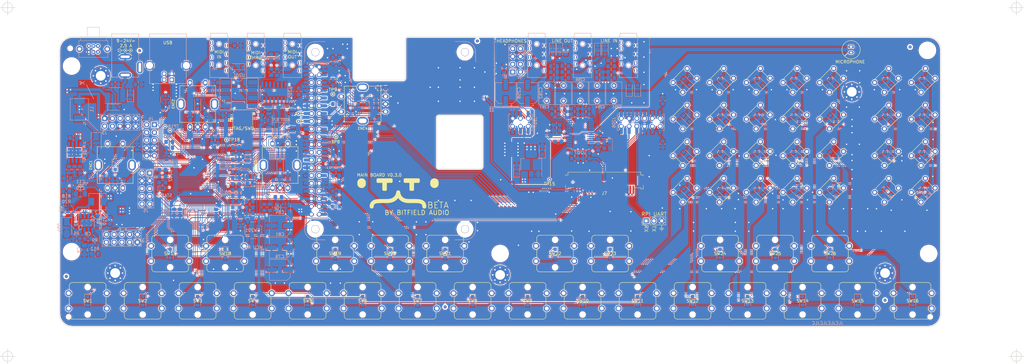
<source format=kicad_pcb>
(kicad_pcb (version 20171130) (host pcbnew 5.1.9)
  (layers (0 F.Cu signal) (1 In1.Cu signal) (2 In2.Cu signal) (31 B.Cu signal) (34 B.Paste user hide) (35 F.Paste user hide) (36 B.SilkS user) (37 F.SilkS user) (38 B.Mask user hide) (39 F.Mask user hide) (44 Edge.Cuts user))
  (net 0 "")
  (net 1 GND)
  (net 2 PWR_BUTTON)
  (net 3 BL_PWM)
  (net 4 /MCU/I2C2_SDA)
  (net 5 /MCU/I2C2_SCL)
  (net 6 /MCU/ENC_A_1)
  (net 7 /MCU/ENC_B_1)
  (net 8 /MCU/ENC_A_2)
  (net 9 /MCU/ENC_B_2)
  (net 10 /MCU/ENC_A_3)
  (net 11 /MCU/ENC_B_3)
  (net 12 /MCU/ENC_A_4)
  (net 13 /MCU/ENC_B_4)
  (net 14 "Net-(D1-Pad2)")
  (net 15 "Net-(D2-Pad2)")
  (net 16 "Net-(D3-Pad2)")
  (net 17 "Net-(D4-Pad2)")
  (net 18 "Net-(D5-Pad2)")
  (net 19 "Net-(D6-Pad2)")
  (net 20 "Net-(D7-Pad2)")
  (net 21 "Net-(D8-Pad2)")
  (net 22 "Net-(D9-Pad2)")
  (net 23 "Net-(D10-Pad2)")
  (net 24 "Net-(D11-Pad2)")
  (net 25 "Net-(D12-Pad2)")
  (net 26 "Net-(D13-Pad2)")
  (net 27 "Net-(D14-Pad2)")
  (net 28 "Net-(D15-Pad2)")
  (net 29 "Net-(D16-Pad2)")
  (net 30 "Net-(D17-Pad2)")
  (net 31 "Net-(D18-Pad2)")
  (net 32 "Net-(D19-Pad2)")
  (net 33 "Net-(D20-Pad2)")
  (net 34 "Net-(D21-Pad2)")
  (net 35 "Net-(D22-Pad2)")
  (net 36 "Net-(D23-Pad2)")
  (net 37 "Net-(D24-Pad2)")
  (net 38 "Net-(D25-Pad2)")
  (net 39 "Net-(D26-Pad2)")
  (net 40 "Net-(D27-Pad2)")
  (net 41 "Net-(D28-Pad2)")
  (net 42 "Net-(D29-Pad2)")
  (net 43 "Net-(D30-Pad2)")
  (net 44 "Net-(D31-Pad2)")
  (net 45 "Net-(D32-Pad2)")
  (net 46 "Net-(D33-Pad2)")
  (net 47 "Net-(D34-Pad2)")
  (net 48 "Net-(D35-Pad2)")
  (net 49 "Net-(D36-Pad2)")
  (net 50 "Net-(D37-Pad2)")
  (net 51 "Net-(D38-Pad2)")
  (net 52 "Net-(D39-Pad2)")
  (net 53 "Net-(D40-Pad2)")
  (net 54 "Net-(D41-Pad2)")
  (net 55 "Net-(D42-Pad2)")
  (net 56 "Net-(D43-Pad2)")
  (net 57 "Net-(D44-Pad2)")
  (net 58 "Net-(D45-Pad2)")
  (net 59 "Net-(D46-Pad2)")
  (net 60 "Net-(D47-Pad2)")
  (net 61 +3V3_MCU)
  (net 62 +3V3_RASPI)
  (net 63 /MCU/BOOT1)
  (net 64 /MCU/OSC_IN)
  (net 65 /MCU/OSC32_IN)
  (net 66 /MCU/OSC_OUT)
  (net 67 /MCU/OSC32_OUT)
  (net 68 /MCU/USBD_N)
  (net 69 /MCU/USBD_P)
  (net 70 I2S_DOUT)
  (net 71 I2S_DIN)
  (net 72 I2S_LRCLK)
  (net 73 SPI_CS_RASPI_DISPLAY)
  (net 74 SPI_SCLK_RASPI)
  (net 75 SPI_MOSI_RASPI)
  (net 76 I2S_BCLK)
  (net 77 I2C_SCL)
  (net 78 I2C_SDA)
  (net 79 /MCU/COL_7)
  (net 80 /AUDIO/HP_OUT_L)
  (net 81 /AUDIO/HP_OUT_R)
  (net 82 /MCU/BOOT0)
  (net 83 /AUDIO/LINE_IN_L)
  (net 84 /AUDIO/LINE_OUT_L)
  (net 85 /AUDIO/LINE_IN_R)
  (net 86 /AUDIO/LINE_OUT_R)
  (net 87 +3V3_ANALOG)
  (net 88 /MCU/PROG_UART_RX)
  (net 89 /MCU/PROG_UART_TX)
  (net 90 /MCU/GATE_IO_2)
  (net 91 /MCU/GATE_IO_1)
  (net 92 /MCU/CV_ADC_2)
  (net 93 /MCU/CV_ADC_1)
  (net 94 /MCU/CV_DAC_2)
  (net 95 /MCU/CV_DAC_1)
  (net 96 MIDI_OUT)
  (net 97 MIDI_IN)
  (net 98 /AUDIO/MIC_IN)
  (net 99 TRIGGER1)
  (net 100 TRIGGER3)
  (net 101 TRIGGER2)
  (net 102 /MCU/EXP_GPIO_1_ADC)
  (net 103 /MCU/EXP_GPIO_2_ADC)
  (net 104 /MCU/EXP_GPIO_3_PWM)
  (net 105 /MCU/EXP_GPIO_4_PWM)
  (net 106 /MCU/EXP_GPIO_5_PWM)
  (net 107 /MCU/EXP_GPIO_6_PWM)
  (net 108 "Net-(C221-Pad1)")
  (net 109 "Net-(C222-Pad1)")
  (net 110 "Net-(C251-Pad1)")
  (net 111 "Net-(C251-Pad2)")
  (net 112 "Net-(C253-Pad1)")
  (net 113 "Net-(C253-Pad2)")
  (net 114 "Net-(C254-Pad1)")
  (net 115 "Net-(C254-Pad2)")
  (net 116 "Net-(C255-Pad1)")
  (net 117 "Net-(C255-Pad2)")
  (net 118 "Net-(C257-Pad1)")
  (net 119 "Net-(D202-Pad2)")
  (net 120 "Net-(D203-Pad2)")
  (net 121 "Net-(D204-Pad2)")
  (net 122 "Net-(D205-Pad2)")
  (net 123 "Net-(D206-Pad2)")
  (net 124 "Net-(D206-Pad1)")
  (net 125 "Net-(J206-Pad7)")
  (net 126 "Net-(J206-Pad11)")
  (net 127 "Net-(J207-Pad2)")
  (net 128 "Net-(J207-Pad3)")
  (net 129 "Net-(R212-Pad2)")
  (net 130 "Net-(R212-Pad1)")
  (net 131 "Net-(R213-Pad2)")
  (net 132 "Net-(R214-Pad2)")
  (net 133 "Net-(R214-Pad1)")
  (net 134 "Net-(R215-Pad2)")
  (net 135 "Net-(R217-Pad2)")
  (net 136 "Net-(R226-Pad1)")
  (net 137 "Net-(R227-Pad1)")
  (net 138 "Net-(U205-Pad10)")
  (net 139 "Net-(U205-Pad4)")
  (net 140 "Net-(C264-Pad2)")
  (net 141 /AUDIO/I2S_BCLK*)
  (net 142 /AUDIO/I2S_DOUT*)
  (net 143 /AUDIO/I2S_LRCLK*)
  (net 144 /AUDIO/I2S_DIN*)
  (net 145 /ICP_RST)
  (net 146 +3V3A_MCU)
  (net 147 "Net-(C87-Pad1)")
  (net 148 "Net-(C265-Pad1)")
  (net 149 "Net-(C266-Pad1)")
  (net 150 /MCU/ROW_4)
  (net 151 /MCU/ROW_2)
  (net 152 /MCU/ROW_3)
  (net 153 /MCU/ROW_5)
  (net 154 /MCU/ROW_6)
  (net 155 /MCU/ROW_8)
  (net 156 /MCU/ROW_1)
  (net 157 /MCU/ROW_7)
  (net 158 "Net-(D49-Pad2)")
  (net 159 /ICP_SWCLK)
  (net 160 /ICP_SWDIO)
  (net 161 "Net-(J201-Pad7)")
  (net 162 /SPI_MISO_RASPI)
  (net 163 "Net-(J201-Pad29)")
  (net 164 PI_PWR_EN)
  (net 165 "Net-(R17-Pad2)")
  (net 166 "(F427)_SAI1_SCK_A")
  (net 167 "(F427)_SAI1_FS_A")
  (net 168 "(F427)_SAI1_SD_A")
  (net 169 "(F427)_SAI1_SD_B")
  (net 170 /MCU/COL_4)
  (net 171 /MCU/COL_1)
  (net 172 /MCU/COL_2)
  (net 173 /MCU/COL_3)
  (net 174 /MCU/COL_6)
  (net 175 /MCU/COL_5)
  (net 176 HP_SENSE)
  (net 177 /AUDIO/AMP_OUT_L)
  (net 178 /AUDIO/AMP_OUT_R)
  (net 179 /MCU/+5V_USB)
  (net 180 LI_SENSE)
  (net 181 LO_SENSE)
  (net 182 +5V_RASPI)
  (net 183 /MCU/BARREL_IN)
  (net 184 /PWM1_GPIO13_RASPI)
  (net 185 /MCU/SPI_MISO_MCU)
  (net 186 /MCU/SPI_SCLK_MCU)
  (net 187 "(F427)_SAI1_MCLK_A")
  (net 188 +5V_REG)
  (net 189 AMP_ENABLE)
  (net 190 /GPIO1_RASPI)
  (net 191 "Net-(J201-Pad36)")
  (net 192 /MCU/PERIPHERALS/BARL)
  (net 193 "Net-(D57-Pad1)")
  (net 194 /MCU/STATUS_LED)
  (net 195 /MCU/3V3_RASPI_DIV_2)
  (net 196 /MCU/MCU_PC8)
  (net 197 "Net-(C98-Pad2)")
  (net 198 /CE1_GPIO7_RASPI)
  (net 199 GNDA)
  (net 200 "Net-(D58-Pad2)")
  (net 201 "Net-(D59-Pad2)")
  (net 202 "Net-(D60-Pad2)")
  (net 203 "Net-(D61-Pad2)")
  (net 204 "Net-(D62-Pad2)")
  (net 205 "Net-(D63-Pad2)")
  (net 206 "Net-(D64-Pad2)")
  (net 207 /MCU/COL_8)
  (net 208 /AUDIO/CODEC_CLKOUT)
  (net 209 /MCU/PERIPHERALS/LED_PWR_EN_OVERRIDE)
  (net 210 /MCU/PERIPHERALS/PI_PWR_EN_OVERRIDE)
  (net 211 "Net-(C258-Pad1)")
  (net 212 "Net-(C262-Pad1)")
  (net 213 "Net-(C2-Pad2)")
  (net 214 "Net-(C2-Pad1)")
  (net 215 "Net-(R11-Pad1)")
  (net 216 RPI_UART_TX)
  (net 217 RPI_UART_RX)
  (net 218 DISPLAY_RESET)
  (net 219 /MCU/MCU_PA0)
  (net 220 /MCU/MCU_PC7)
  (net 221 "Net-(DC201-Pad3)")
  (net 222 "Net-(J1-Pad6)")
  (net 223 "Net-(J1-Pad8)")
  (net 224 "Net-(J1-Pad7)")
  (net 225 "Net-(J4-Pad6)")
  (net 226 "Net-(SW49-Pad3)")
  (net 227 "Net-(TRS201-PadTS)")
  (net 228 "Net-(TRS201-PadR1S)")
  (net 229 "Net-(TRS201-PadR2S)")
  (net 230 "Net-(TRS201-PadSS)")
  (net 231 "Net-(TRS202-PadTS)")
  (net 232 "Net-(TRS202-PadR1S)")
  (net 233 "Net-(TRS202-PadR2S)")
  (net 234 "Net-(TRS202-PadSS)")
  (net 235 "Net-(TRS203-PadR2)")
  (net 236 "Net-(TRS203-PadTS)")
  (net 237 "Net-(TRS203-PadR1S)")
  (net 238 "Net-(TRS203-PadR2S)")
  (net 239 "Net-(TRS203-PadSS)")
  (net 240 "Net-(TRS204-PadTS)")
  (net 241 "Net-(TRS204-PadR1S)")
  (net 242 "Net-(TRS204-PadSS)")
  (net 243 "Net-(TRS205-PadTS)")
  (net 244 "Net-(TRS205-PadR1S)")
  (net 245 "Net-(TRS205-PadSS)")
  (net 246 "Net-(TRS206-PadSS)")
  (net 247 "Net-(U1-Pad2)")
  (net 248 "Net-(U1-Pad3)")
  (net 249 "Net-(U1-Pad5)")
  (net 250 "Net-(U201-Pad7)")
  (net 251 "Net-(U201-Pad1)")
  (net 252 "Net-(U202-Pad7)")
  (net 253 "Net-(U202-Pad24)")
  (net 254 /MCU/MCU_PA3)
  (net 255 "Net-(U202-Pad77)")
  (net 256 "Net-(U202-Pad79)")
  (net 257 /GPIO0_RASPI)
  (net 258 "Net-(U204-Pad4)")
  (net 259 "Net-(U204-Pad6)")
  (net 260 "Net-(U205-Pad2)")
  (net 261 "Net-(U205-Pad12)")
  (net 262 SPI_MOSI_MCU)
  (net 263 LED_PWR_EN)
  (net 264 "Net-(C6-Pad1)")
  (net 265 "Net-(C7-Pad2)")
  (net 266 "Net-(C7-Pad1)")
  (net 267 "Net-(C8-Pad2)")
  (net 268 "Net-(C8-Pad1)")
  (net 269 PWR_HOLD)
  (net 270 "Net-(R10-Pad2)")
  (module OTTO_Footprints_Lib:X10B25L20T_FPC_1x20-1MP_P1.00mm_Horizontal (layer F.Cu) (at 195.3318 58.2362 180)
    (fp_text reference J7 (at 0 -2.61) (layer F.SilkS))
    (fp_text value Conn_01x20)
    (pad 20 smd rect (at 9.5 -0.91 180) (size 0.6 1.7) (layers F.Cu F.Paste F.Mask) (net 1 GND))
    (pad 19 smd rect (at 8.5 -0.91 180) (size 0.6 1.7) (layers F.Cu F.Paste F.Mask) (net 263 LED_PWR_EN))
    (pad 18 smd rect (at 7.5 -0.91 180) (size 0.6 1.7) (layers F.Cu F.Paste F.Mask) (net 262 SPI_MOSI_MCU))
    (pad 17 smd rect (at 6.5 -0.91 180) (size 0.6 1.7) (layers F.Cu F.Paste F.Mask) (net 1 GND))
    (pad 16 smd rect (at 5.5 -0.91 180) (size 0.6 1.7) (layers F.Cu F.Paste F.Mask) (net 188 +5V_REG))
    (pad 15 smd rect (at 4.5 -0.91 180) (size 0.6 1.7) (layers F.Cu F.Paste F.Mask) (net 188 +5V_REG))
    (pad 14 smd rect (at 3.5 -0.91 180) (size 0.6 1.7) (layers F.Cu F.Paste F.Mask) (net 188 +5V_REG))
    (pad 13 smd rect (at 2.5 -0.91 180) (size 0.6 1.7) (layers F.Cu F.Paste F.Mask) (net 3 BL_PWM))
    (pad 1 smd rect (at -9.5 -0.91 180) (size 0.6 1.7) (layers F.Cu F.Paste F.Mask) (net 182 +5V_RASPI))
    (pad MP smd rect (at 12.3 1.56 180) (size 2.5 2.8) (layers F.Cu F.Paste F.Mask))
    (pad MP smd rect (at -12.3 1.56 180) (size 2.5 2.8) (layers F.Cu F.Paste F.Mask))
    (pad 2 smd rect (at -8.5 -0.91 180) (size 0.6 1.7) (layers F.Cu F.Paste F.Mask) (net 182 +5V_RASPI))
    (pad 3 smd rect (at -7.5 -0.91 180) (size 0.6 1.7) (layers F.Cu F.Paste F.Mask) (net 182 +5V_RASPI))
    (pad 4 smd rect (at -6.5 -0.91 180) (size 0.6 1.7) (layers F.Cu F.Paste F.Mask) (net 1 GND))
    (pad 5 smd rect (at -5.5 -0.91 180) (size 0.6 1.7) (layers F.Cu F.Paste F.Mask) (net 75 SPI_MOSI_RASPI))
    (pad 6 smd rect (at -4.5 -0.91 180) (size 0.6 1.7) (layers F.Cu F.Paste F.Mask) (net 74 SPI_SCLK_RASPI))
    (pad 7 smd rect (at -3.5 -0.91 180) (size 0.6 1.7) (layers F.Cu F.Paste F.Mask) (net 1 GND))
    (pad 8 smd rect (at -2.5 -0.91 180) (size 0.6 1.7) (layers F.Cu F.Paste F.Mask) (net 73 SPI_CS_RASPI_DISPLAY))
    (pad 9 smd rect (at -1.5 -0.91 180) (size 0.6 1.7) (layers F.Cu F.Paste F.Mask) (net 218 DISPLAY_RESET))
    (pad 10 smd rect (at -0.5 -0.91 180) (size 0.6 1.7) (layers F.Cu F.Paste F.Mask) (net 62 +3V3_RASPI))
    (pad 11 smd rect (at 0.5 -0.91 180) (size 0.6 1.7) (layers F.Cu F.Paste F.Mask) (net 62 +3V3_RASPI))
    (pad 12 smd rect (at 1.5 -0.91 180) (size 0.6 1.7) (layers F.Cu F.Paste F.Mask) (net 1 GND))
  )
  (module Package_SO:SOIC-8-1EP_3.9x4.9mm_P1.27mm_EP2.41x3.81mm_ThermalVias (layer B.Cu) (at 25.8376 70.606 270)
    (fp_text reference U2 (at 0 3.4 90) (layer B.SilkS) (effects (justify mirror)))
    (fp_text value TPS54331DR)
    (pad 8 smd roundrect (at 2.475 1.905 270) (size 1.95 0.6) (layers B.Cu B.Paste B.Mask) (net 266 "Net-(C7-Pad1)"))
    (pad 7 smd roundrect (at 2.475 0.635 270) (size 1.95 0.6) (layers B.Cu B.Paste B.Mask) (net 1 GND))
    (pad 6 smd roundrect (at 2.475 -0.635 270) (size 1.95 0.6) (layers B.Cu B.Paste B.Mask) (net 268 "Net-(C8-Pad1)"))
    (pad 5 smd roundrect (at 2.475 -1.905 270) (size 1.95 0.6) (layers B.Cu B.Paste B.Mask) (net 270 "Net-(R10-Pad2)"))
    (pad 4 smd roundrect (at -2.475 -1.905 270) (size 1.95 0.6) (layers B.Cu B.Paste B.Mask) (net 264 "Net-(C6-Pad1)"))
    (pad 3 smd roundrect (at -2.475 -0.635 270) (size 1.95 0.6) (layers B.Cu B.Paste B.Mask) (net 164 PI_PWR_EN))
    (pad 2 smd roundrect (at -2.475 0.635 270) (size 1.95 0.6) (layers B.Cu B.Paste B.Mask) (net 188 +5V_REG))
    (pad 1 smd roundrect (at -2.475 1.905 270) (size 1.95 0.6) (layers B.Cu B.Paste B.Mask) (net 265 "Net-(C7-Pad2)"))
    (pad 9 smd roundrect (at 0 0 270) (size 1.9 3.3) (layers F.Cu) (roundrect_rratio 0.131579))
    (pad 9 thru_hole circle (at 0.7 -1.4 270) (size 0.5 0.5) (drill 0.2) (layers *.Cu))
    (pad 9 thru_hole circle (at -0.7 -1.4 270) (size 0.5 0.5) (drill 0.2) (layers *.Cu))
    (pad 9 thru_hole circle (at 0.7 0 270) (size 0.5 0.5) (drill 0.2) (layers *.Cu))
    (pad 9 thru_hole circle (at -0.7 0 270) (size 0.5 0.5) (drill 0.2) (layers *.Cu))
    (pad 9 thru_hole circle (at 0.7 1.4 270) (size 0.5 0.5) (drill 0.2) (layers *.Cu))
    (pad 9 thru_hole circle (at -0.7 1.4 270) (size 0.5 0.5) (drill 0.2) (layers *.Cu))
    (pad 9 smd roundrect (at 0 0 270) (size 2.41 3.81) (layers B.Cu B.Mask) (roundrect_rratio 0.103734))
  )
  (module Connector_PinHeader_1.27mm:PinHeader_2x05_P1.27mm_Vertical_SMD (layer F.Cu) (at 76.95 36.75 90)
    (fp_text reference J1 (at 0 -4.235 90) (layer F.SilkS))
    (fp_text value Conn_ARM_JTAG_SWD_10)
    (pad 10 smd rect (at 1.95 2.54 90) (size 2.4 0.74) (layers F.Cu F.Paste F.Mask) (net 145 /ICP_RST))
    (pad 9 smd rect (at -1.95 2.54 90) (size 2.4 0.74) (layers F.Cu F.Paste F.Mask) (net 1 GND))
    (pad 8 smd rect (at 1.95 1.27 90) (size 2.4 0.74) (layers F.Cu F.Paste F.Mask) (net 223 "Net-(J1-Pad8)"))
    (pad 7 smd rect (at -1.95 1.27 90) (size 2.4 0.74) (layers F.Cu F.Paste F.Mask) (net 224 "Net-(J1-Pad7)"))
    (pad 6 smd rect (at 1.95 0 90) (size 2.4 0.74) (layers F.Cu F.Paste F.Mask) (net 222 "Net-(J1-Pad6)"))
    (pad 5 smd rect (at -1.95 0 90) (size 2.4 0.74) (layers F.Cu F.Paste F.Mask) (net 1 GND))
    (pad 4 smd rect (at 1.95 -1.27 90) (size 2.4 0.74) (layers F.Cu F.Paste F.Mask) (net 159 /ICP_SWCLK))
    (pad 3 smd rect (at -1.95 -1.27 90) (size 2.4 0.74) (layers F.Cu F.Paste F.Mask) (net 1 GND))
    (pad 2 smd rect (at 1.95 -2.54 90) (size 2.4 0.74) (layers F.Cu F.Paste F.Mask) (net 160 /ICP_SWDIO))
    (pad 1 smd rect (at -1.95 -2.54 90) (size 2.4 0.74) (layers F.Cu F.Paste F.Mask) (net 61 +3V3_MCU))
  )
  (module Resistor_SMD:R_0805_2012Metric_Pad1.15x1.40mm_HandSolder (layer B.Cu) (at 19.2336 61.9192)
    (fp_text reference R20 (at 0 1.65) (layer B.SilkS) (effects (justify mirror)))
    (fp_text value 100k)
    (pad 2 smd roundrect (at 1.025 0) (size 1.15 1.4) (layers B.Cu B.Paste B.Mask) (roundrect_rratio 0.217391) (net 164 PI_PWR_EN))
    (pad 1 smd roundrect (at -1.025 0) (size 1.15 1.4) (layers B.Cu B.Paste B.Mask) (roundrect_rratio 0.217391) (net 188 +5V_REG))
  )
  (module Resistor_SMD:R_0805_2012Metric_Pad1.15x1.40mm_HandSolder (layer B.Cu) (at 19.2336 60.0904)
    (fp_text reference R18 (at 0 1.65) (layer B.SilkS) (effects (justify mirror)))
    (fp_text value 100k)
    (pad 2 smd roundrect (at 1.025 0) (size 1.15 1.4) (layers B.Cu B.Paste B.Mask) (roundrect_rratio 0.217391) (net 269 PWR_HOLD))
    (pad 1 smd roundrect (at -1.025 0) (size 1.15 1.4) (layers B.Cu B.Paste B.Mask) (roundrect_rratio 0.217391) (net 188 +5V_REG))
  )
  (module Resistor_SMD:R_0805_2012Metric_Pad1.15x1.40mm_HandSolder (layer B.Cu) (at 28.5808 80.7406 180)
    (fp_text reference R12 (at 0 1.65) (layer B.SilkS) (effects (justify mirror)))
    (fp_text value 180k)
    (pad 2 smd roundrect (at 1.025 0 180) (size 1.15 1.4) (layers B.Cu B.Paste B.Mask) (roundrect_rratio 0.217391) (net 1 GND))
    (pad 1 smd roundrect (at -1.025 0 180) (size 1.15 1.4) (layers B.Cu B.Paste B.Mask) (roundrect_rratio 0.217391) (net 270 "Net-(R10-Pad2)"))
  )
  (module Resistor_SMD:R_0805_2012Metric_Pad1.15x1.40mm_HandSolder (layer B.Cu) (at 33.4068 69.8694 270)
    (fp_text reference R10 (at 0 1.65 90) (layer B.SilkS) (effects (justify mirror)))
    (fp_text value 12k)
    (pad 2 smd roundrect (at 1.025 0 270) (size 1.15 1.4) (layers B.Cu B.Paste B.Mask) (roundrect_rratio 0.217391) (net 270 "Net-(R10-Pad2)"))
    (pad 1 smd roundrect (at -1.025 0 270) (size 1.15 1.4) (layers B.Cu B.Paste B.Mask) (roundrect_rratio 0.217391) (net 61 +3V3_MCU))
  )
  (module Resistor_SMD:R_0805_2012Metric_Pad1.15x1.40mm_HandSolder (layer B.Cu) (at 28.5808 77.8958 180)
    (fp_text reference R9 (at 0 1.65) (layer B.SilkS) (effects (justify mirror)))
    (fp_text value 3.3k)
    (pad 2 smd roundrect (at 1.025 0 180) (size 1.15 1.4) (layers B.Cu B.Paste B.Mask) (roundrect_rratio 0.217391) (net 1 GND))
    (pad 1 smd roundrect (at -1.025 0 180) (size 1.15 1.4) (layers B.Cu B.Paste B.Mask) (roundrect_rratio 0.217391) (net 270 "Net-(R10-Pad2)"))
  )
  (module Resistor_SMD:R_0805_2012Metric_Pad1.15x1.40mm_HandSolder (layer B.Cu) (at 31.4002 69.9202 270)
    (fp_text reference R8 (at 0 1.65 90) (layer B.SilkS) (effects (justify mirror)))
    (fp_text value 68k)
    (pad 2 smd roundrect (at 1.025 0 270) (size 1.15 1.4) (layers B.Cu B.Paste B.Mask) (roundrect_rratio 0.217391) (net 270 "Net-(R10-Pad2)"))
    (pad 1 smd roundrect (at -1.025 0 270) (size 1.15 1.4) (layers B.Cu B.Paste B.Mask) (roundrect_rratio 0.217391) (net 61 +3V3_MCU))
  )
  (module Resistor_SMD:R_0805_2012Metric_Pad1.15x1.40mm_HandSolder (layer B.Cu) (at 22.5356 75.7114 180)
    (fp_text reference R5 (at 0 1.65) (layer B.SilkS) (effects (justify mirror)))
    (fp_text value 30k)
    (pad 2 smd roundrect (at 1.025 0 180) (size 1.15 1.4) (layers B.Cu B.Paste B.Mask) (roundrect_rratio 0.217391) (net 1 GND))
    (pad 1 smd roundrect (at -1.025 0 180) (size 1.15 1.4) (layers B.Cu B.Paste B.Mask) (roundrect_rratio 0.217391) (net 267 "Net-(C8-Pad2)"))
  )
  (module Package_TO_SOT_SMD:SOT-23 (layer B.Cu) (at 19.894 65.9578 270)
    (fp_text reference Q2 (at 0 2.5 90) (layer B.SilkS) (effects (justify mirror)))
    (fp_text value 2N7002)
    (pad 3 smd rect (at 1 0 270) (size 0.9 0.8) (layers B.Cu B.Paste B.Mask) (net 164 PI_PWR_EN))
    (pad 2 smd rect (at -1 -0.95 270) (size 0.9 0.8) (layers B.Cu B.Paste B.Mask) (net 2 PWR_BUTTON))
    (pad 1 smd rect (at -1 0.95 270) (size 0.9 0.8) (layers B.Cu B.Paste B.Mask) (net 269 PWR_HOLD))
  )
  (module Inductor_SMD:L_Sunlord_MWSA0518_5.4x5.2mm (layer B.Cu) (at 29.3936 63.5956)
    (fp_text reference L2 (at 0 3.6) (layer B.SilkS) (effects (justify mirror)))
    (fp_text value 6.8uH)
    (pad 2 smd rect (at 2.05 0) (size 1.9 2.5) (layers B.Cu B.Paste B.Mask) (net 61 +3V3_MCU))
    (pad 1 smd rect (at -2.05 0) (size 1.9 2.5) (layers B.Cu B.Paste B.Mask) (net 266 "Net-(C7-Pad1)"))
  )
  (module Diode_SMD:D_SMA (layer B.Cu) (at 19.3352 72.1554 270)
    (fp_text reference D54 (at 0 2.5 270) (layer B.SilkS) (effects (justify mirror)))
    (fp_text value SS34)
    (pad 2 smd rect (at 2 0 270) (size 2.5 1.8) (layers B.Cu B.Paste B.Mask) (net 1 GND))
    (pad 1 smd rect (at -2 0 270) (size 2.5 1.8) (layers B.Cu B.Paste B.Mask) (net 266 "Net-(C7-Pad1)"))
  )
  (module Capacitor_SMD:C_1206_3216Metric_Pad1.42x1.75mm_HandSolder (layer B.Cu) (at 23.8056 58.8458 180)
    (fp_text reference C11 (at 0 1.82) (layer B.SilkS) (effects (justify mirror)))
    (fp_text value 47uF)
    (pad 2 smd roundrect (at 1.4875 0 180) (size 1.425 1.75) (layers B.Cu B.Paste B.Mask) (roundrect_rratio 0.175439) (net 1 GND))
    (pad 1 smd roundrect (at -1.4875 0 180) (size 1.425 1.75) (layers B.Cu B.Paste B.Mask) (roundrect_rratio 0.175439) (net 61 +3V3_MCU))
  )
  (module Capacitor_SMD:C_1206_3216Metric_Pad1.42x1.75mm_HandSolder (layer B.Cu) (at 23.8056 61.0556 180)
    (fp_text reference C10 (at 0 1.82) (layer B.SilkS) (effects (justify mirror)))
    (fp_text value 47uF)
    (pad 2 smd roundrect (at 1.4875 0 180) (size 1.425 1.75) (layers B.Cu B.Paste B.Mask) (roundrect_rratio 0.175439) (net 1 GND))
    (pad 1 smd roundrect (at -1.4875 0 180) (size 1.425 1.75) (layers B.Cu B.Paste B.Mask) (roundrect_rratio 0.175439) (net 61 +3V3_MCU))
  )
  (module Capacitor_SMD:C_1206_3216Metric_Pad1.42x1.75mm_HandSolder (layer B.Cu) (at 25.1264 79.4198 270)
    (fp_text reference C9 (at 0 1.82 90) (layer B.SilkS) (effects (justify mirror)))
    (fp_text value 47uF)
    (pad 2 smd roundrect (at 1.4875 0 270) (size 1.425 1.75) (layers B.Cu B.Paste B.Mask) (roundrect_rratio 0.175439) (net 1 GND))
    (pad 1 smd roundrect (at -1.4875 0 270) (size 1.425 1.75) (layers B.Cu B.Paste B.Mask) (roundrect_rratio 0.175439) (net 268 "Net-(C8-Pad1)"))
  )
  (module Capacitor_SMD:C_0805_2012Metric_Pad1.15x1.40mm_HandSolder (layer B.Cu) (at 26.3202 75.7622 180)
    (fp_text reference C8 (at 0 1.65) (layer B.SilkS) (effects (justify mirror)))
    (fp_text value 1nF)
    (pad 2 smd roundrect (at 1.025 0 180) (size 1.15 1.4) (layers B.Cu B.Paste B.Mask) (roundrect_rratio 0.217391) (net 267 "Net-(C8-Pad2)"))
    (pad 1 smd roundrect (at -1.025 0 180) (size 1.15 1.4) (layers B.Cu B.Paste B.Mask) (roundrect_rratio 0.217391) (net 268 "Net-(C8-Pad1)"))
  )
  (module Capacitor_SMD:C_0805_2012Metric_Pad1.15x1.40mm_HandSolder (layer B.Cu) (at 22.307 72.13 90)
    (fp_text reference C7 (at 0 1.65 90) (layer B.SilkS) (effects (justify mirror)))
    (fp_text value 100nF)
    (pad 2 smd roundrect (at 1.025 0 90) (size 1.15 1.4) (layers B.Cu B.Paste B.Mask) (roundrect_rratio 0.217391) (net 265 "Net-(C7-Pad2)"))
    (pad 1 smd roundrect (at -1.025 0 90) (size 1.15 1.4) (layers B.Cu B.Paste B.Mask) (roundrect_rratio 0.217391) (net 266 "Net-(C7-Pad1)"))
  )
  (module Capacitor_SMD:C_0805_2012Metric_Pad1.15x1.40mm_HandSolder (layer B.Cu) (at 29.419 69.1328 270)
    (fp_text reference C6 (at 0 1.65 90) (layer B.SilkS) (effects (justify mirror)))
    (fp_text value 10nF)
    (pad 2 smd roundrect (at 1.025 0 270) (size 1.15 1.4) (layers B.Cu B.Paste B.Mask) (roundrect_rratio 0.217391) (net 1 GND))
    (pad 1 smd roundrect (at -1.025 0 270) (size 1.15 1.4) (layers B.Cu B.Paste B.Mask) (roundrect_rratio 0.217391) (net 264 "Net-(C6-Pad1)"))
  )
  (module Capacitor_SMD:C_0805_2012Metric_Pad1.15x1.40mm_HandSolder (layer B.Cu) (at 19.5384 55.9502 180)
    (fp_text reference C5 hide)
    (fp_text value 10nF)
    (pad 2 smd roundrect (at 1.025 0 180) (size 1.15 1.4) (layers B.Cu B.Paste B.Mask) (roundrect_rratio 0.217391) (net 1 GND))
    (pad 1 smd roundrect (at -1.025 0 180) (size 1.15 1.4) (layers B.Cu B.Paste B.Mask) (roundrect_rratio 0.217391) (net 188 +5V_REG))
  )
  (module Connector_PinHeader_2.54mm:PinHeader_2x05_P2.54mm_Vertical (layer B.Cu) (at 31.7558 36.316 270)
    (fp_text reference J3 (at 4.699 0.0508 180) (layer B.SilkS) (effects (justify mirror)))
    (fp_text value Conn_02x05)
    (pad 10 thru_hole oval (at 2.54 -10.16 270) (size 1.7 1.7) (drill 1) (layers *.Cu *.Mask) (net 1 GND))
    (pad 9 thru_hole oval (at 0 -10.16 270) (size 1.7 1.7) (drill 1) (layers *.Cu *.Mask) (net 1 GND))
    (pad 8 thru_hole oval (at 2.54 -7.62 270) (size 1.7 1.7) (drill 1) (layers *.Cu *.Mask) (net 188 +5V_REG))
    (pad 7 thru_hole oval (at 0 -7.62 270) (size 1.7 1.7) (drill 1) (layers *.Cu *.Mask) (net 188 +5V_REG))
    (pad 6 thru_hole oval (at 2.54 -5.08 270) (size 1.7 1.7) (drill 1) (layers *.Cu *.Mask) (net 188 +5V_REG))
    (pad 5 thru_hole oval (at 0 -5.08 270) (size 1.7 1.7) (drill 1) (layers *.Cu *.Mask) (net 188 +5V_REG))
    (pad 4 thru_hole oval (at 2.54 -2.54 270) (size 1.7 1.7) (drill 1) (layers *.Cu *.Mask) (net 183 /MCU/BARREL_IN))
    (pad 3 thru_hole oval (at 0 -2.54 270) (size 1.7 1.7) (drill 1) (layers *.Cu *.Mask) (net 183 /MCU/BARREL_IN))
    (pad 2 thru_hole oval (at 2.54 0 270) (size 1.7 1.7) (drill 1) (layers *.Cu *.Mask) (net 183 /MCU/BARREL_IN))
    (pad 1 thru_hole rect (at 0 0 270) (size 1.7 1.7) (drill 1) (layers *.Cu *.Mask) (net 183 /MCU/BARREL_IN))
  )
  (module Connector_PinHeader_2.54mm:PinHeader_2x05_P2.54mm_Vertical (layer B.Cu) (at 48.0372 38.3734 180)
    (fp_text reference J4 (at 1.0668 2.0066) (layer B.SilkS) (effects (justify mirror)))
    (fp_text value Conn_02x05)
    (pad 10 thru_hole oval (at 2.54 -10.16 180) (size 1.7 1.7) (drill 1) (layers *.Cu *.Mask) (net 61 +3V3_MCU))
    (pad 9 thru_hole oval (at 0 -10.16 180) (size 1.7 1.7) (drill 1) (layers *.Cu *.Mask) (net 61 +3V3_MCU))
    (pad 8 thru_hole oval (at 2.54 -7.62 180) (size 1.7 1.7) (drill 1) (layers *.Cu *.Mask) (net 1 GND))
    (pad 7 thru_hole oval (at 0 -7.62 180) (size 1.7 1.7) (drill 1) (layers *.Cu *.Mask) (net 1 GND))
    (pad 6 thru_hole oval (at 2.54 -5.08 180) (size 1.7 1.7) (drill 1) (layers *.Cu *.Mask) (net 225 "Net-(J4-Pad6)"))
    (pad 5 thru_hole oval (at 0 -5.08 180) (size 1.7 1.7) (drill 1) (layers *.Cu *.Mask) (net 88 /MCU/PROG_UART_RX))
    (pad 4 thru_hole oval (at 2.54 -2.54 180) (size 1.7 1.7) (drill 1) (layers *.Cu *.Mask) (net 2 PWR_BUTTON))
    (pad 3 thru_hole oval (at 0 -2.54 180) (size 1.7 1.7) (drill 1) (layers *.Cu *.Mask) (net 89 /MCU/PROG_UART_TX))
    (pad 2 thru_hole oval (at 2.54 0 180) (size 1.7 1.7) (drill 1) (layers *.Cu *.Mask) (net 179 /MCU/+5V_USB))
    (pad 1 thru_hole rect (at 0 0 180) (size 1.7 1.7) (drill 1) (layers *.Cu *.Mask) (net 179 /MCU/+5V_USB))
  )
  (module Connector_PinHeader_2.54mm:PinHeader_2x05_P2.54mm_Vertical (layer B.Cu) (at 46.5132 54.223 180)
    (fp_text reference J5 (at 1.2192 -12.319) (layer B.SilkS) (effects (justify mirror)))
    (fp_text value Conn_02x05)
    (pad 10 thru_hole oval (at 2.54 -10.16 180) (size 1.7 1.7) (drill 1) (layers *.Cu *.Mask) (net 103 /MCU/EXP_GPIO_2_ADC))
    (pad 9 thru_hole oval (at 0 -10.16 180) (size 1.7 1.7) (drill 1) (layers *.Cu *.Mask) (net 102 /MCU/EXP_GPIO_1_ADC))
    (pad 8 thru_hole oval (at 2.54 -7.62 180) (size 1.7 1.7) (drill 1) (layers *.Cu *.Mask) (net 105 /MCU/EXP_GPIO_4_PWM))
    (pad 7 thru_hole oval (at 0 -7.62 180) (size 1.7 1.7) (drill 1) (layers *.Cu *.Mask) (net 104 /MCU/EXP_GPIO_3_PWM))
    (pad 6 thru_hole oval (at 2.54 -5.08 180) (size 1.7 1.7) (drill 1) (layers *.Cu *.Mask) (net 107 /MCU/EXP_GPIO_6_PWM))
    (pad 5 thru_hole oval (at 0 -5.08 180) (size 1.7 1.7) (drill 1) (layers *.Cu *.Mask) (net 106 /MCU/EXP_GPIO_5_PWM))
    (pad 4 thru_hole oval (at 2.54 -2.54 180) (size 1.7 1.7) (drill 1) (layers *.Cu *.Mask) (net 1 GND))
    (pad 3 thru_hole oval (at 0 -2.54 180) (size 1.7 1.7) (drill 1) (layers *.Cu *.Mask) (net 1 GND))
    (pad 2 thru_hole oval (at 2.54 0 180) (size 1.7 1.7) (drill 1) (layers *.Cu *.Mask) (net 5 /MCU/I2C2_SCL))
    (pad 1 thru_hole rect (at 0 0 180) (size 1.7 1.7) (drill 1) (layers *.Cu *.Mask) (net 4 /MCU/I2C2_SDA))
  )
  (module Connector_PinHeader_2.54mm:PinHeader_2x05_P2.54mm_Vertical (layer B.Cu) (at 42.4746 76.8798 90)
    (fp_text reference J6 (at 0.635 1.695 90) (layer B.SilkS) (effects (justify mirror)))
    (fp_text value Conn_02x05)
    (pad 10 thru_hole oval (at 2.54 -10.16 90) (size 1.7 1.7) (drill 1) (layers *.Cu *.Mask) (net 220 /MCU/MCU_PC7))
    (pad 9 thru_hole oval (at 0 -10.16 90) (size 1.7 1.7) (drill 1) (layers *.Cu *.Mask) (net 219 /MCU/MCU_PA0))
    (pad 8 thru_hole oval (at 2.54 -7.62 90) (size 1.7 1.7) (drill 1) (layers *.Cu *.Mask) (net 90 /MCU/GATE_IO_2))
    (pad 7 thru_hole oval (at 0 -7.62 90) (size 1.7 1.7) (drill 1) (layers *.Cu *.Mask) (net 91 /MCU/GATE_IO_1))
    (pad 6 thru_hole oval (at 2.54 -5.08 90) (size 1.7 1.7) (drill 1) (layers *.Cu *.Mask) (net 92 /MCU/CV_ADC_2))
    (pad 5 thru_hole oval (at 0 -5.08 90) (size 1.7 1.7) (drill 1) (layers *.Cu *.Mask) (net 93 /MCU/CV_ADC_1))
    (pad 4 thru_hole oval (at 2.54 -2.54 90) (size 1.7 1.7) (drill 1) (layers *.Cu *.Mask) (net 94 /MCU/CV_DAC_2))
    (pad 3 thru_hole oval (at 0 -2.54 90) (size 1.7 1.7) (drill 1) (layers *.Cu *.Mask) (net 95 /MCU/CV_DAC_1))
    (pad 2 thru_hole oval (at 2.54 0 90) (size 1.7 1.7) (drill 1) (layers *.Cu *.Mask) (net 1 GND))
    (pad 1 thru_hole rect (at 0 0 90) (size 1.7 1.7) (drill 1) (layers *.Cu *.Mask) (net 1 GND))
  )
  (module OTTO_Footprints_Lib:L_6.6x7.1 (layer B.Cu) (at 23.47 33.35 90)
    (fp_text reference L1 (at 0 4.064 90) (layer B.SilkS) (effects (justify mirror)))
    (fp_text value 15uH)
    (pad 1 smd rect (at -2.95 0 90) (size 2.2 3.5) (layers B.Cu B.Paste B.Mask) (net 214 "Net-(C2-Pad1)"))
    (pad 2 smd rect (at 2.95 0 90) (size 2.2 3.5) (layers B.Cu B.Paste B.Mask) (net 188 +5V_REG))
  )
  (module OTTO_Footprints_Lib:TI_SO-PowerPAD-8_ThermalVias (layer B.Cu) (at 21.9024 47.4702 180)
    (fp_text reference U1 (at -3.5 0 270) (layer B.SilkS) (effects (justify mirror)))
    (fp_text value TPS5430DDA)
    (pad 9 smd rect (at 0 0 90) (size 2.6 3.1) (layers B.Cu B.Paste B.Mask) (net 1 GND))
    (pad 9 smd rect (at 0 0 90) (size 2.95 4.5) (layers B.Cu) (net 1 GND))
    (pad 1 smd rect (at -1.905 -2.7 90) (size 1.55 0.6) (layers B.Cu B.Paste B.Mask) (net 213 "Net-(C2-Pad2)"))
    (pad 2 smd rect (at -0.635 -2.7 90) (size 1.55 0.6) (layers B.Cu B.Paste B.Mask) (net 247 "Net-(U1-Pad2)"))
    (pad 3 smd rect (at 0.635 -2.7 90) (size 1.55 0.6) (layers B.Cu B.Paste B.Mask) (net 248 "Net-(U1-Pad3)"))
    (pad 4 smd rect (at 1.905 -2.7 90) (size 1.55 0.6) (layers B.Cu B.Paste B.Mask) (net 215 "Net-(R11-Pad1)"))
    (pad 5 smd rect (at 1.905 2.7 90) (size 1.55 0.6) (layers B.Cu B.Paste B.Mask) (net 249 "Net-(U1-Pad5)"))
    (pad 6 smd rect (at 0.635 2.7 90) (size 1.55 0.6) (layers B.Cu B.Paste B.Mask) (net 1 GND))
    (pad 7 smd rect (at -0.635 2.7 90) (size 1.55 0.6) (layers B.Cu B.Paste B.Mask) (net 183 /MCU/BARREL_IN))
    (pad 8 smd rect (at -1.905 2.7 90) (size 1.55 0.6) (layers B.Cu B.Paste B.Mask) (net 214 "Net-(C2-Pad1)"))
    (pad 9 smd rect (at 0 0 90) (size 2.95 4.5) (layers F.Cu) (net 1 GND))
    (pad 9 thru_hole circle (at -1.8 -0.6 90) (size 0.6 0.6) (drill 0.3) (layers *.Cu) (net 1 GND))
    (pad 9 thru_hole circle (at -0.6 -0.6 90) (size 0.6 0.6) (drill 0.3) (layers *.Cu) (net 1 GND))
    (pad 9 thru_hole circle (at -0.6 0.6 90) (size 0.6 0.6) (drill 0.3) (layers *.Cu) (net 1 GND))
    (pad 9 thru_hole circle (at -1.8 0.6 90) (size 0.6 0.6) (drill 0.3) (layers *.Cu) (net 1 GND))
    (pad 9 thru_hole circle (at 1.8 -0.6 90) (size 0.6 0.6) (drill 0.3) (layers *.Cu) (net 1 GND))
    (pad 9 thru_hole circle (at 0.7 -0.6 90) (size 0.6 0.6) (drill 0.3) (layers *.Cu) (net 1 GND))
    (pad 9 thru_hole circle (at 0.7 0.6 90) (size 0.6 0.6) (drill 0.3) (layers *.Cu) (net 1 GND))
    (pad 9 thru_hole circle (at 1.8 0.6 90) (size 0.6 0.6) (drill 0.3) (layers *.Cu) (net 1 GND))
  )
  (module OTTO_Footprints_Lib:CP_EIA-3216-18_Kemet-A_Pad1.58x1.35mm_HandSolder (layer B.Cu) (at 175 46.7625 270)
    (fp_text reference C268 hide)
    (fp_text value "10uf Tantalum")
    (pad 1 smd roundrect (at 1.4375 0 90) (size 1.575 1.35) (layers B.Cu B.Paste B.Mask) (roundrect_rratio 0.185185) (net 87 +3V3_ANALOG))
    (pad 2 smd roundrect (at -1.4375 0 90) (size 1.575 1.35) (layers B.Cu B.Paste B.Mask) (roundrect_rratio 0.185185) (net 199 GNDA))
  )
  (module OTTO_Footprints_Lib:CP_EIA-3216-18_Kemet-A_Pad1.58x1.35mm_HandSolder (layer B.Cu) (at 166.6 53.0625 270)
    (fp_text reference C267 hide)
    (fp_text value "10uf Tantalum")
    (pad 1 smd roundrect (at 1.4375 0 90) (size 1.575 1.35) (layers B.Cu B.Paste B.Mask) (roundrect_rratio 0.185185) (net 182 +5V_RASPI))
    (pad 2 smd roundrect (at -1.4375 0 90) (size 1.575 1.35) (layers B.Cu B.Paste B.Mask) (roundrect_rratio 0.185185) (net 199 GNDA))
  )
  (module OTTO_Footprints_Lib:CP_Elec_6.3x4.5 (layer B.Cu) (at 170.138 27.99 270)
    (fp_text reference C262 (at 0 -4.35 270) (layer B.SilkS) (effects (justify mirror)))
    (fp_text value 220uF)
    (pad 1 smd roundrect (at 2.7 0 90) (size 3.5 1.6) (layers B.Cu B.Paste B.Mask) (roundrect_rratio 0.15625) (net 212 "Net-(C262-Pad1)"))
    (pad 2 smd roundrect (at -2.7 0 90) (size 3.5 1.6) (layers B.Cu B.Paste B.Mask) (roundrect_rratio 0.15625) (net 81 /AUDIO/HP_OUT_R))
  )
  (module OTTO_Footprints_Lib:CP_Elec_6.3x4.5 (layer B.Cu) (at 163.026 27.99 270)
    (fp_text reference C258 (at 0 -4.35 270) (layer B.SilkS) (effects (justify mirror)))
    (fp_text value 220uF)
    (pad 1 smd roundrect (at 2.7 0 90) (size 3.5 1.6) (layers B.Cu B.Paste B.Mask) (roundrect_rratio 0.15625) (net 211 "Net-(C258-Pad1)"))
    (pad 2 smd roundrect (at -2.7 0 90) (size 3.5 1.6) (layers B.Cu B.Paste B.Mask) (roundrect_rratio 0.15625) (net 80 /AUDIO/HP_OUT_L))
  )
  (module OTTO_Footprints_Lib:CP_Elec_6.3x4.5 (layer B.Cu) (at 89.1 71.45)
    (fp_text reference C84 (at 0 -4.35 180) (layer B.SilkS) (effects (justify mirror)))
    (fp_text value 220uF)
    (pad 1 smd roundrect (at 2.7 0 180) (size 3.5 1.6) (layers B.Cu B.Paste B.Mask) (roundrect_rratio 0.15625) (net 188 +5V_REG))
    (pad 2 smd roundrect (at -2.7 0 180) (size 3.5 1.6) (layers B.Cu B.Paste B.Mask) (roundrect_rratio 0.15625) (net 1 GND))
  )
  (module OTTO_Footprints_Lib:CP_Elec_6.3x4.5 (layer B.Cu) (at 89.1 78.7)
    (fp_text reference C81 (at 0 -4.35 180) (layer B.SilkS) (effects (justify mirror)))
    (fp_text value 220uF)
    (pad 1 smd roundrect (at 2.7 0 180) (size 3.5 1.6) (layers B.Cu B.Paste B.Mask) (roundrect_rratio 0.15625) (net 188 +5V_REG))
    (pad 2 smd roundrect (at -2.7 0 180) (size 3.5 1.6) (layers B.Cu B.Paste B.Mask) (roundrect_rratio 0.15625) (net 1 GND))
  )
  (module OTTO_Footprints_Lib:CP_Elec_6.3x4.5 (layer B.Cu) (at 89.1 85.95)
    (fp_text reference C79 (at 0 -4.35 180) (layer B.SilkS) (effects (justify mirror)))
    (fp_text value 220uF)
    (pad 1 smd roundrect (at 2.7 0 180) (size 3.5 1.6) (layers B.Cu B.Paste B.Mask) (roundrect_rratio 0.15625) (net 188 +5V_REG))
    (pad 2 smd roundrect (at -2.7 0 180) (size 3.5 1.6) (layers B.Cu B.Paste B.Mask) (roundrect_rratio 0.15625) (net 1 GND))
  )
  (module Package_DIP:DIP-8_W8.89mm_SMDSocket_LongPads (layer B.Cu) (at 75.75 28.325 180)
    (fp_text reference U201 (at 0 6.14) (layer B.SilkS) (effects (justify mirror)))
    (fp_text value 6N137)
    (pad 8 smd rect (at 4.445 3.81 180) (size 3.1 1.6) (layers B.Cu B.Paste B.Mask) (net 182 +5V_RASPI))
    (pad 4 smd rect (at -4.445 -3.81 180) (size 3.1 1.6) (layers B.Cu B.Paste B.Mask))
    (pad 7 smd rect (at 4.445 1.27 180) (size 3.1 1.6) (layers B.Cu B.Paste B.Mask) (net 250 "Net-(U201-Pad7)"))
    (pad 3 smd rect (at -4.445 -1.27 180) (size 3.1 1.6) (layers B.Cu B.Paste B.Mask) (net 123 "Net-(D206-Pad2)"))
    (pad 6 smd rect (at 4.445 -1.27 180) (size 3.1 1.6) (layers B.Cu B.Paste B.Mask) (net 97 MIDI_IN))
    (pad 2 smd rect (at -4.445 1.27 180) (size 3.1 1.6) (layers B.Cu B.Paste B.Mask) (net 124 "Net-(D206-Pad1)"))
    (pad 5 smd rect (at 4.445 -3.81 180) (size 3.1 1.6) (layers B.Cu B.Paste B.Mask) (net 1 GND))
    (pad 1 smd rect (at -4.445 3.81 180) (size 3.1 1.6) (layers B.Cu B.Paste B.Mask) (net 251 "Net-(U201-Pad1)"))
  )
  (module Diode_SMD:D_SMA (layer B.Cu) (at 28.97 44.35 270)
    (fp_text reference D65 hide)
    (fp_text value SS34)
    (pad 2 smd rect (at 2 0 270) (size 2.5 1.8) (layers B.Cu B.Paste B.Mask) (net 1 GND))
    (pad 1 smd rect (at -2 0 270) (size 2.5 1.8) (layers B.Cu B.Paste B.Mask) (net 214 "Net-(C2-Pad1)"))
  )
  (module Resistor_SMD:R_0805_2012Metric_Pad1.15x1.40mm_HandSolder (layer B.Cu) (at 20.0024 53.0952 270)
    (fp_text reference R15 hide)
    (fp_text value 13k)
    (pad 2 smd roundrect (at 1.025 0 270) (size 1.15 1.4) (layers B.Cu B.Paste B.Mask) (roundrect_rratio 0.217391) (net 1 GND))
    (pad 1 smd roundrect (at -1.025 0 270) (size 1.15 1.4) (layers B.Cu B.Paste B.Mask) (roundrect_rratio 0.217391) (net 215 "Net-(R11-Pad1)"))
  )
  (module Resistor_SMD:R_0805_2012Metric_Pad1.15x1.40mm_HandSolder (layer B.Cu) (at 23.8024 53.0952 90)
    (fp_text reference R14 hide)
    (fp_text value 10k)
    (pad 2 smd roundrect (at 1.025 0 90) (size 1.15 1.4) (layers B.Cu B.Paste B.Mask) (roundrect_rratio 0.217391) (net 215 "Net-(R11-Pad1)"))
    (pad 1 smd roundrect (at -1.025 0 90) (size 1.15 1.4) (layers B.Cu B.Paste B.Mask) (roundrect_rratio 0.217391) (net 188 +5V_REG))
  )
  (module Capacitor_SMD:C_0805_2012Metric_Pad1.15x1.40mm_HandSolder (layer B.Cu) (at 21.5024 42.7702)
    (fp_text reference C1 hide)
    (fp_text value 10uF)
    (pad 2 smd roundrect (at 1.025 0) (size 1.15 1.4) (layers B.Cu B.Paste B.Mask) (roundrect_rratio 0.217391) (net 183 /MCU/BARREL_IN))
    (pad 1 smd roundrect (at -1.025 0) (size 1.15 1.4) (layers B.Cu B.Paste B.Mask) (roundrect_rratio 0.217391) (net 1 GND))
  )
  (module Resistor_SMD:R_0805_2012Metric_Pad1.15x1.40mm_HandSolder (layer B.Cu) (at 21.9024 53.0952 270)
    (fp_text reference R11 hide)
    (fp_text value 4.3k)
    (pad 2 smd roundrect (at 1.025 0 270) (size 1.15 1.4) (layers B.Cu B.Paste B.Mask) (roundrect_rratio 0.217391) (net 1 GND))
    (pad 1 smd roundrect (at -1.025 0 270) (size 1.15 1.4) (layers B.Cu B.Paste B.Mask) (roundrect_rratio 0.217391) (net 215 "Net-(R11-Pad1)"))
  )
  (module Capacitor_SMD:C_0805_2012Metric_Pad1.15x1.40mm_HandSolder (layer B.Cu) (at 25.5768 47.5116 270)
    (fp_text reference C2 hide)
    (fp_text value 10nF)
    (pad 2 smd roundrect (at 1.025 0 270) (size 1.15 1.4) (layers B.Cu B.Paste B.Mask) (roundrect_rratio 0.217391) (net 213 "Net-(C2-Pad2)"))
    (pad 1 smd roundrect (at -1.025 0 270) (size 1.15 1.4) (layers B.Cu B.Paste B.Mask) (roundrect_rratio 0.217391) (net 214 "Net-(C2-Pad1)"))
  )
  (module OTTO_Footprints_Lib:JLC_TOOLING_HOLE (layer F.Cu) (at 20.47 13.35)
    (fp_text reference H103 hide)
    (fp_text value "Tooling Hole")
    (pad "" np_thru_hole circle (at 0 0) (size 1.152 1.152) (drill 1.152) (layers *.Cu *.Mask) (clearance 0.4))
  )
  (module OTTO_Footprints_Lib:JLC_TOOLING_HOLE (layer F.Cu) (at 301.97 101.35)
    (fp_text reference H102 hide)
    (fp_text value "Tooling Hole")
    (pad "" np_thru_hole circle (at 0 0) (size 1.152 1.152) (drill 1.152) (layers *.Cu *.Mask) (clearance 0.4))
  )
  (module OTTO_Footprints_Lib:JLC_TOOLING_HOLE (layer F.Cu) (at 19.97 101.35)
    (fp_text reference H101 hide)
    (fp_text value "Tooling Hole")
    (pad "" np_thru_hole circle (at 0 0) (size 1.152 1.152) (drill 1.152) (layers *.Cu *.Mask) (clearance 0.4))
  )
  (module OTTO_Footprints_Lib:Raspberry_Pi_A_FacingDown_TH (layer B.Cu) (at 100.7 43.6 180)
    (fp_text reference J201 hide)
    (fp_text value "Raspberry Pi Connector")
    (pad 32 smd rect (at 2.71 13.97) (size 2.18 1.02) (layers B.Cu B.Paste B.Mask) (net 3 BL_PWM))
    (pad 34 smd rect (at 2.71 16.51) (size 2.18 1.02) (layers B.Cu B.Paste B.Mask) (net 1 GND))
    (pad 26 thru_hole circle (at 1.27 6.35) (size 1.62 1.62) (drill 1.02) (layers *.Cu *.Mask) (net 198 /CE1_GPIO7_RASPI))
    (pad 22 thru_hole circle (at 1.27 1.27) (size 1.62 1.62) (drill 1.02) (layers *.Cu *.Mask) (net 181 LO_SENSE))
    (pad 28 smd rect (at 2.71 8.89) (size 2.18 1.02) (layers B.Cu B.Paste B.Mask) (net 190 /GPIO1_RASPI))
    (pad 26 smd rect (at 2.71 6.35) (size 2.18 1.02) (layers B.Cu B.Paste B.Mask) (net 198 /CE1_GPIO7_RASPI))
    (pad 24 smd rect (at 2.71 3.81) (size 2.18 1.02) (layers B.Cu B.Paste B.Mask) (net 73 SPI_CS_RASPI_DISPLAY))
    (pad 32 thru_hole circle (at 1.27 13.97) (size 1.62 1.62) (drill 1.02) (layers *.Cu *.Mask) (net 3 BL_PWM))
    (pad 34 thru_hole circle (at 1.27 16.51) (size 1.62 1.62) (drill 1.02) (layers *.Cu *.Mask) (net 1 GND))
    (pad 40 smd rect (at 2.71 24.13) (size 2.18 1.02) (layers B.Cu B.Paste B.Mask) (net 70 I2S_DOUT))
    (pad 36 smd rect (at 2.71 19.05) (size 2.18 1.02) (layers B.Cu B.Paste B.Mask) (net 191 "Net-(J201-Pad36)"))
    (pad 38 smd rect (at 2.71 21.59) (size 2.18 1.02) (layers B.Cu B.Paste B.Mask) (net 71 I2S_DIN))
    (pad 22 smd rect (at 2.71 1.27) (size 2.18 1.02) (layers B.Cu B.Paste B.Mask) (net 181 LO_SENSE))
    (pad 30 smd rect (at 2.71 11.43) (size 2.18 1.02) (layers B.Cu B.Paste B.Mask) (net 1 GND))
    (pad 24 thru_hole circle (at 1.27 3.81) (size 1.62 1.62) (drill 1.02) (layers *.Cu *.Mask) (net 73 SPI_CS_RASPI_DISPLAY))
    (pad 28 thru_hole circle (at 1.27 8.89) (size 1.62 1.62) (drill 1.02) (layers *.Cu *.Mask) (net 190 /GPIO1_RASPI))
    (pad 30 thru_hole circle (at 1.27 11.43) (size 1.62 1.62) (drill 1.02) (layers *.Cu *.Mask) (net 1 GND))
    (pad 36 thru_hole circle (at 1.27 19.05) (size 1.62 1.62) (drill 1.02) (layers *.Cu *.Mask) (net 191 "Net-(J201-Pad36)"))
    (pad 12 smd rect (at 2.71 -11.43) (size 2.18 1.02) (layers B.Cu B.Paste B.Mask) (net 76 I2S_BCLK))
    (pad 6 thru_hole circle (at 1.27 -19.05) (size 1.62 1.62) (drill 1.02) (layers *.Cu *.Mask) (net 1 GND))
    (pad 8 smd rect (at 2.71 -16.51) (size 2.18 1.02) (layers B.Cu B.Paste B.Mask) (net 216 RPI_UART_TX))
    (pad 14 smd rect (at 2.71 -8.89) (size 2.18 1.02) (layers B.Cu B.Paste B.Mask) (net 1 GND))
    (pad 2 smd rect (at 2.71 -24.13) (size 2.18 1.02) (layers B.Cu B.Paste B.Mask) (net 182 +5V_RASPI))
    (pad 10 smd rect (at 2.71 -13.97) (size 2.18 1.02) (layers B.Cu B.Paste B.Mask) (net 217 RPI_UART_RX))
    (pad 18 thru_hole circle (at 1.27 -3.81) (size 1.62 1.62) (drill 1.02) (layers *.Cu *.Mask) (net 100 TRIGGER3))
    (pad 8 thru_hole circle (at 1.27 -16.51) (size 1.62 1.62) (drill 1.02) (layers *.Cu *.Mask) (net 216 RPI_UART_TX))
    (pad 20 thru_hole circle (at 1.27 -1.27) (size 1.62 1.62) (drill 1.02) (layers *.Cu *.Mask) (net 1 GND))
    (pad 10 thru_hole circle (at 1.27 -13.97) (size 1.62 1.62) (drill 1.02) (layers *.Cu *.Mask) (net 217 RPI_UART_RX))
    (pad 16 thru_hole circle (at 1.27 -6.35) (size 1.62 1.62) (drill 1.02) (layers *.Cu *.Mask) (net 101 TRIGGER2))
    (pad 20 smd rect (at 2.71 -1.27) (size 2.18 1.02) (layers B.Cu B.Paste B.Mask) (net 1 GND))
    (pad 6 smd rect (at 2.71 -19.05) (size 2.18 1.02) (layers B.Cu B.Paste B.Mask) (net 1 GND))
    (pad 16 smd rect (at 2.71 -6.35) (size 2.18 1.02) (layers B.Cu B.Paste B.Mask) (net 101 TRIGGER2))
    (pad 4 smd rect (at 2.71 -21.59) (size 2.18 1.02) (layers B.Cu B.Paste B.Mask) (net 182 +5V_RASPI))
    (pad 12 thru_hole circle (at 1.27 -11.43) (size 1.62 1.62) (drill 1.02) (layers *.Cu *.Mask) (net 76 I2S_BCLK))
    (pad 18 smd rect (at 2.71 -3.81) (size 2.18 1.02) (layers B.Cu B.Paste B.Mask) (net 100 TRIGGER3))
    (pad 14 thru_hole circle (at 1.27 -8.89) (size 1.62 1.62) (drill 1.02) (layers *.Cu *.Mask) (net 1 GND))
    (pad 19 smd rect (at -2.71 -1.27 180) (size 2.18 1.02) (layers B.Cu B.Paste B.Mask) (net 75 SPI_MOSI_RASPI))
    (pad 15 smd rect (at -2.71 -6.35 180) (size 2.18 1.02) (layers B.Cu B.Paste B.Mask) (net 99 TRIGGER1))
    (pad 15 thru_hole circle (at -1.27 -6.35 180) (size 1.62 1.62) (drill 1.02) (layers *.Cu *.Mask) (net 99 TRIGGER1))
    (pad 19 thru_hole circle (at -1.27 -1.27 180) (size 1.62 1.62) (drill 1.02) (layers *.Cu *.Mask) (net 75 SPI_MOSI_RASPI))
    (pad 17 smd rect (at -2.71 -3.81 180) (size 2.18 1.02) (layers B.Cu B.Paste B.Mask) (net 62 +3V3_RASPI))
    (pad 17 thru_hole circle (at -1.27 -3.81 180) (size 1.62 1.62) (drill 1.02) (layers *.Cu *.Mask) (net 62 +3V3_RASPI))
    (pad 1 smd rect (at -2.71 -24.13 180) (size 2.18 1.02) (layers B.Cu B.Paste B.Mask) (net 62 +3V3_RASPI))
    (pad 13 smd rect (at -2.71 -8.89 180) (size 2.18 1.02) (layers B.Cu B.Paste B.Mask) (net 180 LI_SENSE))
    (pad 5 smd rect (at -2.71 -19.05 180) (size 2.18 1.02) (layers B.Cu B.Paste B.Mask) (net 77 I2C_SCL))
    (pad 7 smd rect (at -2.71 -16.51 180) (size 2.18 1.02) (layers B.Cu B.Paste B.Mask) (net 161 "Net-(J201-Pad7)"))
    (pad 5 thru_hole circle (at -1.27 -19.05 180) (size 1.62 1.62) (drill 1.02) (layers *.Cu *.Mask) (net 77 I2C_SCL))
    (pad 11 smd rect (at -2.71 -11.43 180) (size 2.18 1.02) (layers B.Cu B.Paste B.Mask) (net 189 AMP_ENABLE))
    (pad 9 smd rect (at -2.71 -13.97 180) (size 2.18 1.02) (layers B.Cu B.Paste B.Mask) (net 1 GND))
    (pad 13 thru_hole circle (at -1.27 -8.89 180) (size 1.62 1.62) (drill 1.02) (layers *.Cu *.Mask) (net 180 LI_SENSE))
    (pad 11 thru_hole circle (at -1.27 -11.43 180) (size 1.62 1.62) (drill 1.02) (layers *.Cu *.Mask) (net 189 AMP_ENABLE))
    (pad 9 thru_hole circle (at -1.27 -13.97 180) (size 1.62 1.62) (drill 1.02) (layers *.Cu *.Mask) (net 1 GND))
    (pad 3 smd rect (at -2.71 -21.59 180) (size 2.18 1.02) (layers B.Cu B.Paste B.Mask) (net 78 I2C_SDA))
    (pad 7 thru_hole circle (at -1.27 -16.51 180) (size 1.62 1.62) (drill 1.02) (layers *.Cu *.Mask) (net 161 "Net-(J201-Pad7)"))
    (pad 21 thru_hole circle (at -1.27 1.27 180) (size 1.62 1.62) (drill 1.02) (layers *.Cu *.Mask) (net 162 /SPI_MISO_RASPI))
    (pad 21 smd rect (at -2.71 1.27 180) (size 2.18 1.02) (layers B.Cu B.Paste B.Mask) (net 162 /SPI_MISO_RASPI))
    (pad 27 smd rect (at -2.71 8.89 180) (size 2.18 1.02) (layers B.Cu B.Paste B.Mask) (net 218 DISPLAY_RESET))
    (pad 25 smd rect (at -2.71 6.35 180) (size 2.18 1.02) (layers B.Cu B.Paste B.Mask) (net 1 GND))
    (pad 23 smd rect (at -2.71 3.81 180) (size 2.18 1.02) (layers B.Cu B.Paste B.Mask) (net 74 SPI_SCLK_RASPI))
    (pad 27 thru_hole circle (at -1.27 8.89 180) (size 1.62 1.62) (drill 1.02) (layers *.Cu *.Mask) (net 218 DISPLAY_RESET))
    (pad 25 thru_hole circle (at -1.27 6.35 180) (size 1.62 1.62) (drill 1.02) (layers *.Cu *.Mask) (net 1 GND))
    (pad 23 thru_hole circle (at -1.27 3.81 180) (size 1.62 1.62) (drill 1.02) (layers *.Cu *.Mask) (net 74 SPI_SCLK_RASPI))
    (pad 33 smd rect (at -2.71 16.51 180) (size 2.18 1.02) (layers B.Cu B.Paste B.Mask) (net 184 /PWM1_GPIO13_RASPI))
    (pad 29 smd rect (at -2.71 11.43 180) (size 2.18 1.02) (layers B.Cu B.Paste B.Mask) (net 163 "Net-(J201-Pad29)"))
    (pad 29 thru_hole circle (at -1.27 11.43 180) (size 1.62 1.62) (drill 1.02) (layers *.Cu *.Mask) (net 163 "Net-(J201-Pad29)"))
    (pad 33 thru_hole circle (at -1.27 16.51 180) (size 1.62 1.62) (drill 1.02) (layers *.Cu *.Mask) (net 184 /PWM1_GPIO13_RASPI))
    (pad 31 smd rect (at -2.71 13.97 180) (size 2.18 1.02) (layers B.Cu B.Paste B.Mask) (net 164 PI_PWR_EN))
    (pad 31 thru_hole circle (at -1.27 13.97 180) (size 1.62 1.62) (drill 1.02) (layers *.Cu *.Mask) (net 164 PI_PWR_EN))
    (pad 35 smd rect (at -2.71 19.05 180) (size 2.18 1.02) (layers B.Cu B.Paste B.Mask) (net 72 I2S_LRCLK))
    (pad 35 thru_hole circle (at -1.27 19.05 180) (size 1.62 1.62) (drill 1.02) (layers *.Cu *.Mask) (net 72 I2S_LRCLK))
    (pad 37 smd rect (at -2.71 21.59 180) (size 2.18 1.02) (layers B.Cu B.Paste B.Mask) (net 176 HP_SENSE))
    (pad 39 smd rect (at -2.71 24.13 180) (size 2.18 1.02) (layers B.Cu B.Paste B.Mask) (net 1 GND))
    (pad "" np_thru_hole circle (at 0 -22.86 180) (size 1.8 1.8) (drill 1.8) (layers *.Cu *.Mask))
    (pad "" np_thru_hole circle (at 0 22.86 180) (size 1.8 1.8) (drill 1.8) (layers *.Cu *.Mask))
    (pad 39 thru_hole custom (at -1.27 24.13 180) (size 1.32 1.32) (drill 1.02) (layers *.Cu *.Mask) (net 1 GND) (options (clearance outline) (anchor circle)) (primitives (gr_line (start 0.07 -0.66) (end 0 -0.66) (width 0.3)) (gr_line (start 0.07 -0.66) (end 0.66 -0.07) (width 0.3)) (gr_line (start 0.66 -0.07) (end 0.66 0) (width 0.3)) (gr_arc (start 0 0) (end 0.66 0) (angle 270) (width 0.3))))
    (pad 40 thru_hole custom (at 1.27 24.13 180) (size 1.32 1.32) (drill 1.02) (layers *.Cu *.Mask) (net 70 I2S_DOUT) (options (clearance outline) (anchor circle)) (primitives (gr_arc (start 0 0) (end 0 -0.66) (angle 270) (width 0.3)) (gr_line (start -0.66 -0.07) (end -0.07 -0.66) (width 0.3)) (gr_line (start -0.07 -0.66) (end 0 -0.66) (width 0.3)) (gr_line (start -0.66 -0.07) (end -0.66 0) (width 0.3))))
    (pad 37 thru_hole custom (at -1.27 21.59 180) (size 1.32 1.32) (drill 1.02) (layers *.Cu *.Mask) (net 176 HP_SENSE) (options (clearance outline) (anchor circle)) (primitives (gr_line (start 0.66 0.07) (end 0.07 0.66) (width 0.3)) (gr_line (start 0.07 0.66) (end 0 0.66) (width 0.3)) (gr_line (start 0.66 0.07) (end 0.66 0) (width 0.3)) (gr_arc (start 0 0) (end 0 0.66) (angle 270) (width 0.3))))
    (pad 38 thru_hole custom (at 1.27 21.59 180) (size 1.32 1.32) (drill 1.02) (layers *.Cu *.Mask) (net 71 I2S_DIN) (options (clearance outline) (anchor circle)) (primitives (gr_arc (start 0 0) (end -0.66 0) (angle 270) (width 0.3)) (gr_line (start -0.07 0.66) (end 0 0.66) (width 0.3)) (gr_line (start -0.07 0.66) (end -0.66 0.07) (width 0.3)) (gr_line (start -0.66 0.07) (end -0.66 0) (width 0.3))))
    (pad 3 thru_hole custom (at -1.27 -21.59 180) (size 1.32 1.32) (drill 1.02) (layers *.Cu *.Mask) (net 78 I2C_SDA) (options (clearance outline) (anchor circle)) (primitives (gr_arc (start 0 0) (end 0.66 0) (angle 270) (width 0.3)) (gr_line (start 0.07 -0.66) (end 0 -0.66) (width 0.3)) (gr_line (start 0.66 -0.07) (end 0.66 0) (width 0.3)) (gr_line (start 0.07 -0.66) (end 0.66 -0.07) (width 0.3))))
    (pad 4 thru_hole custom (at 1.27 -21.59 180) (size 1.32 1.32) (drill 1.02) (layers *.Cu *.Mask) (net 182 +5V_RASPI) (options (clearance outline) (anchor circle)) (primitives (gr_line (start -0.66 -0.07) (end -0.66 0) (width 0.3)) (gr_line (start -0.07 -0.66) (end 0 -0.66) (width 0.3)) (gr_line (start -0.66 -0.07) (end -0.07 -0.66) (width 0.3)) (gr_arc (start 0 0) (end 0 -0.66) (angle 270) (width 0.3))))
    (pad 1 thru_hole custom (at -1.27 -24.13 180) (size 1.32 1.32) (drill 1.02) (layers *.Cu *.Mask) (net 62 +3V3_RASPI) (options (clearance outline) (anchor circle)) (primitives (gr_line (start 0.07 0.66) (end 0 0.66) (width 0.3)) (gr_line (start 0.66 0.07) (end 0.07 0.66) (width 0.3)) (gr_arc (start 0 0) (end 0 0.66) (angle 270) (width 0.3)) (gr_line (start 0.66 0.07) (end 0.66 0) (width 0.3))))
    (pad 2 thru_hole custom (at 1.27 -24.13 180) (size 1.32 1.32) (drill 1.02) (layers *.Cu *.Mask) (net 182 +5V_RASPI) (options (clearance outline) (anchor circle)) (primitives (gr_arc (start 0 0) (end -0.66 0) (angle 270) (width 0.3)) (gr_line (start -0.07 0.66) (end -0.66 0.07) (width 0.3)) (gr_line (start -0.66 0.07) (end -0.66 0) (width 0.3)) (gr_line (start -0.07 0.66) (end 0 0.66) (width 0.3))))
    (pad "" np_thru_hole circle (at 0 -29 180) (size 2.6 2.6) (drill 2.5) (layers *.Cu *.Mask) (clearance 1.5))
    (pad "" np_thru_hole circle (at -49 -29 180) (size 2.6 2.6) (drill 2.5) (layers *.Cu *.Mask) (clearance 1.5))
    (pad "" np_thru_hole circle (at 0 29 180) (size 2.6 2.6) (drill 2.5) (layers *.Cu *.Mask) (clearance 1.5))
    (pad "" np_thru_hole circle (at -49 29 180) (size 2.6 2.6) (drill 2.5) (layers *.Cu *.Mask) (clearance 1.5))
  )
  (module MountingHole:MountingHole_3.2mm_M3_Pad_Via (layer F.Cu) (at 161.2 87.6)
    (fp_text reference H5 hide)
    (fp_text value MountingHole_Pad)
    (pad 1 thru_hole circle (at 1.697056 -1.697056) (size 0.8 0.8) (drill 0.5) (layers *.Cu *.Mask) (net 1 GND))
    (pad 1 thru_hole circle (at 0 -2.4) (size 0.8 0.8) (drill 0.5) (layers *.Cu *.Mask) (net 1 GND))
    (pad 1 thru_hole circle (at -1.697056 -1.697056) (size 0.8 0.8) (drill 0.5) (layers *.Cu *.Mask) (net 1 GND))
    (pad 1 thru_hole circle (at -2.4 0) (size 0.8 0.8) (drill 0.5) (layers *.Cu *.Mask) (net 1 GND))
    (pad 1 thru_hole circle (at -1.697056 1.697056) (size 0.8 0.8) (drill 0.5) (layers *.Cu *.Mask) (net 1 GND))
    (pad 1 thru_hole circle (at 0 2.4) (size 0.8 0.8) (drill 0.5) (layers *.Cu *.Mask) (net 1 GND))
    (pad 1 thru_hole circle (at 1.697056 1.697056) (size 0.8 0.8) (drill 0.5) (layers *.Cu *.Mask) (net 1 GND))
    (pad 1 thru_hole circle (at 2.4 0) (size 0.8 0.8) (drill 0.5) (layers *.Cu *.Mask) (net 1 GND))
    (pad 1 thru_hole circle (at 0 0) (size 6.4 6.4) (drill 3.2) (layers *.Cu *.Mask) (net 1 GND))
  )
  (module MountingHole:MountingHole_3.2mm_M3_Pad_Via (layer F.Cu) (at 287.2 87)
    (fp_text reference H4 hide)
    (fp_text value MountingHole_Pad)
    (pad 1 thru_hole circle (at 1.697056 -1.697056) (size 0.8 0.8) (drill 0.5) (layers *.Cu *.Mask) (net 1 GND))
    (pad 1 thru_hole circle (at 0 -2.4) (size 0.8 0.8) (drill 0.5) (layers *.Cu *.Mask) (net 1 GND))
    (pad 1 thru_hole circle (at -1.697056 -1.697056) (size 0.8 0.8) (drill 0.5) (layers *.Cu *.Mask) (net 1 GND))
    (pad 1 thru_hole circle (at -2.4 0) (size 0.8 0.8) (drill 0.5) (layers *.Cu *.Mask) (net 1 GND))
    (pad 1 thru_hole circle (at -1.697056 1.697056) (size 0.8 0.8) (drill 0.5) (layers *.Cu *.Mask) (net 1 GND))
    (pad 1 thru_hole circle (at 0 2.4) (size 0.8 0.8) (drill 0.5) (layers *.Cu *.Mask) (net 1 GND))
    (pad 1 thru_hole circle (at 1.697056 1.697056) (size 0.8 0.8) (drill 0.5) (layers *.Cu *.Mask) (net 1 GND))
    (pad 1 thru_hole circle (at 2.4 0) (size 0.8 0.8) (drill 0.5) (layers *.Cu *.Mask) (net 1 GND))
    (pad 1 thru_hole circle (at 0 0) (size 6.4 6.4) (drill 3.2) (layers *.Cu *.Mask) (net 1 GND))
  )
  (module MountingHole:MountingHole_3.2mm_M3_Pad_Via (layer F.Cu) (at 35.1975 87)
    (fp_text reference H3 hide)
    (fp_text value MountingHole_Pad)
    (pad 1 thru_hole circle (at 1.697056 -1.697056) (size 0.8 0.8) (drill 0.5) (layers *.Cu *.Mask) (net 1 GND))
    (pad 1 thru_hole circle (at 0 -2.4) (size 0.8 0.8) (drill 0.5) (layers *.Cu *.Mask) (net 1 GND))
    (pad 1 thru_hole circle (at -1.697056 -1.697056) (size 0.8 0.8) (drill 0.5) (layers *.Cu *.Mask) (net 1 GND))
    (pad 1 thru_hole circle (at -2.4 0) (size 0.8 0.8) (drill 0.5) (layers *.Cu *.Mask) (net 1 GND))
    (pad 1 thru_hole circle (at -1.697056 1.697056) (size 0.8 0.8) (drill 0.5) (layers *.Cu *.Mask) (net 1 GND))
    (pad 1 thru_hole circle (at 0 2.4) (size 0.8 0.8) (drill 0.5) (layers *.Cu *.Mask) (net 1 GND))
    (pad 1 thru_hole circle (at 1.697056 1.697056) (size 0.8 0.8) (drill 0.5) (layers *.Cu *.Mask) (net 1 GND))
    (pad 1 thru_hole circle (at 2.4 0) (size 0.8 0.8) (drill 0.5) (layers *.Cu *.Mask) (net 1 GND))
    (pad 1 thru_hole circle (at 0 0) (size 6.4 6.4) (drill 3.2) (layers *.Cu *.Mask) (net 1 GND))
  )
  (module MountingHole:MountingHole_3.2mm_M3_Pad_Via (layer F.Cu) (at 276.31 27.609)
    (fp_text reference H2 hide)
    (fp_text value MountingHole_Pad)
    (pad 1 thru_hole circle (at 1.697056 -1.697056) (size 0.8 0.8) (drill 0.5) (layers *.Cu *.Mask) (net 1 GND))
    (pad 1 thru_hole circle (at 0 -2.4) (size 0.8 0.8) (drill 0.5) (layers *.Cu *.Mask) (net 1 GND))
    (pad 1 thru_hole circle (at -1.697056 -1.697056) (size 0.8 0.8) (drill 0.5) (layers *.Cu *.Mask) (net 1 GND))
    (pad 1 thru_hole circle (at -2.4 0) (size 0.8 0.8) (drill 0.5) (layers *.Cu *.Mask) (net 1 GND))
    (pad 1 thru_hole circle (at -1.697056 1.697056) (size 0.8 0.8) (drill 0.5) (layers *.Cu *.Mask) (net 1 GND))
    (pad 1 thru_hole circle (at 0 2.4) (size 0.8 0.8) (drill 0.5) (layers *.Cu *.Mask) (net 1 GND))
    (pad 1 thru_hole circle (at 1.697056 1.697056) (size 0.8 0.8) (drill 0.5) (layers *.Cu *.Mask) (net 1 GND))
    (pad 1 thru_hole circle (at 2.4 0) (size 0.8 0.8) (drill 0.5) (layers *.Cu *.Mask) (net 1 GND))
    (pad 1 thru_hole circle (at 0 0) (size 6.4 6.4) (drill 3.2) (layers *.Cu *.Mask) (net 1 GND))
  )
  (module MountingHole:MountingHole_3.2mm_M3_Pad_Via (layer F.Cu) (at 30.47 22.35)
    (fp_text reference H1 hide)
    (fp_text value MountingHole_Pad)
    (pad 1 thru_hole circle (at 1.697056 -1.697056) (size 0.8 0.8) (drill 0.5) (layers *.Cu *.Mask) (net 1 GND))
    (pad 1 thru_hole circle (at 0 -2.4) (size 0.8 0.8) (drill 0.5) (layers *.Cu *.Mask) (net 1 GND))
    (pad 1 thru_hole circle (at -1.697056 -1.697056) (size 0.8 0.8) (drill 0.5) (layers *.Cu *.Mask) (net 1 GND))
    (pad 1 thru_hole circle (at -2.4 0) (size 0.8 0.8) (drill 0.5) (layers *.Cu *.Mask) (net 1 GND))
    (pad 1 thru_hole circle (at -1.697056 1.697056) (size 0.8 0.8) (drill 0.5) (layers *.Cu *.Mask) (net 1 GND))
    (pad 1 thru_hole circle (at 0 2.4) (size 0.8 0.8) (drill 0.5) (layers *.Cu *.Mask) (net 1 GND))
    (pad 1 thru_hole circle (at 1.697056 1.697056) (size 0.8 0.8) (drill 0.5) (layers *.Cu *.Mask) (net 1 GND))
    (pad 1 thru_hole circle (at 2.4 0) (size 0.8 0.8) (drill 0.5) (layers *.Cu *.Mask) (net 1 GND))
    (pad 1 thru_hole circle (at 0 0) (size 6.4 6.4) (drill 3.2) (layers *.Cu *.Mask) (net 1 GND))
  )
  (module Diode_SMD:D_SOD-123F (layer B.Cu) (at 180.679 13.893 270)
    (fp_text reference D55 hide)
    (fp_text value "6V BI TVS")
    (pad 2 smd rect (at 1.4 0 270) (size 1.1 1.1) (layers B.Cu B.Paste B.Mask) (net 81 /AUDIO/HP_OUT_R))
    (pad 1 smd rect (at -1.4 0 270) (size 1.1 1.1) (layers B.Cu B.Paste B.Mask) (net 199 GNDA))
  )
  (module Connector_PinHeader_2.54mm:PinHeader_1x03_P2.54mm_Vertical (layer F.Cu) (at 209 69.9 90)
    (fp_text reference J9 hide)
    (fp_text value Conn_01x03)
    (pad 3 thru_hole oval (at 0 5.08 90) (size 1.7 1.7) (drill 1) (layers *.Cu *.Mask) (net 1 GND))
    (pad 2 thru_hole oval (at 0 2.54 90) (size 1.7 1.7) (drill 1) (layers *.Cu *.Mask) (net 216 RPI_UART_TX))
    (pad 1 thru_hole rect (at 0 0 90) (size 1.7 1.7) (drill 1) (layers *.Cu *.Mask) (net 217 RPI_UART_RX))
  )
  (module Capacitor_SMD:C_0805_2012Metric_Pad1.15x1.40mm_HandSolder (layer B.Cu) (at 42.3476 45.5108 270)
    (fp_text reference C3 hide)
    (fp_text value 10uF)
    (pad 2 smd roundrect (at 1.025 0 270) (size 1.15 1.4) (layers B.Cu B.Paste B.Mask) (roundrect_rratio 0.217391) (net 61 +3V3_MCU))
    (pad 1 smd roundrect (at -1.025 0 270) (size 1.15 1.4) (layers B.Cu B.Paste B.Mask) (roundrect_rratio 0.217391) (net 1 GND))
  )
  (module OTTO_Footprints_Lib:INGHAi_GMI6050p (layer F.Cu) (at 276.07 13.8 270)
    (fp_text reference MK201 hide)
    (fp_text value Microphone)
    (pad 2 thru_hole oval (at 0.95 0 270) (size 1 1.7) (drill 0.7) (layers *.Cu *.Mask) (net 98 /AUDIO/MIC_IN))
    (pad 1 thru_hole roundrect (at -0.95 0 270) (size 1 1.7) (drill 0.7) (layers *.Cu *.Mask) (roundrect_rratio 0.15) (net 199 GNDA))
  )
  (module OTTO_Footprints_Lib:6x6mm_Switch (layer F.Cu) (at 269.7 23.85 45)
    (fp_text reference SW54 hide)
    (fp_text value 6x6x13mm)
    (pad 2 thru_hole circle (at 3.25 2.25 45) (size 1.7 1.7) (drill 1) (layers *.Cu *.Mask) (net 207 /MCU/COL_8))
    (pad 2 thru_hole circle (at -3.25 2.25 45) (size 1.7 1.7) (drill 1) (layers *.Cu *.Mask) (net 207 /MCU/COL_8))
    (pad 1 thru_hole circle (at 3.25 -2.25 45) (size 1.7 1.7) (drill 1) (layers *.Cu *.Mask) (net 204 "Net-(D62-Pad2)"))
    (pad 1 thru_hole circle (at -3.25 -2.25 45) (size 1.7 1.7) (drill 1) (layers *.Cu *.Mask) (net 204 "Net-(D62-Pad2)"))
  )
  (module OTTO_Footprints_Lib:6x6mm_Switch (layer F.Cu) (at 287.7 23.85 45)
    (fp_text reference SW55 hide)
    (fp_text value 6x6x13mm)
    (pad 2 thru_hole circle (at 3.25 2.25 45) (size 1.7 1.7) (drill 1) (layers *.Cu *.Mask) (net 207 /MCU/COL_8))
    (pad 2 thru_hole circle (at -3.25 2.25 45) (size 1.7 1.7) (drill 1) (layers *.Cu *.Mask) (net 207 /MCU/COL_8))
    (pad 1 thru_hole circle (at 3.25 -2.25 45) (size 1.7 1.7) (drill 1) (layers *.Cu *.Mask) (net 205 "Net-(D63-Pad2)"))
    (pad 1 thru_hole circle (at -3.25 -2.25 45) (size 1.7 1.7) (drill 1) (layers *.Cu *.Mask) (net 205 "Net-(D63-Pad2)"))
  )
  (module OTTO_Footprints_Lib:6x6mm_Switch (layer F.Cu) (at 221.7 23.85 45)
    (fp_text reference SW50 hide)
    (fp_text value 6x6x13mm)
    (pad 2 thru_hole circle (at 3.25 2.25 45) (size 1.7 1.7) (drill 1) (layers *.Cu *.Mask) (net 207 /MCU/COL_8))
    (pad 2 thru_hole circle (at -3.25 2.25 45) (size 1.7 1.7) (drill 1) (layers *.Cu *.Mask) (net 207 /MCU/COL_8))
    (pad 1 thru_hole circle (at 3.25 -2.25 45) (size 1.7 1.7) (drill 1) (layers *.Cu *.Mask) (net 200 "Net-(D58-Pad2)"))
    (pad 1 thru_hole circle (at -3.25 -2.25 45) (size 1.7 1.7) (drill 1) (layers *.Cu *.Mask) (net 200 "Net-(D58-Pad2)"))
  )
  (module OTTO_Footprints_Lib:6x6mm_Switch (layer F.Cu) (at 233.7 23.85 45)
    (fp_text reference SW51 hide)
    (fp_text value 6x6x13mm)
    (pad 2 thru_hole circle (at 3.25 2.25 45) (size 1.7 1.7) (drill 1) (layers *.Cu *.Mask) (net 207 /MCU/COL_8))
    (pad 2 thru_hole circle (at -3.25 2.25 45) (size 1.7 1.7) (drill 1) (layers *.Cu *.Mask) (net 207 /MCU/COL_8))
    (pad 1 thru_hole circle (at 3.25 -2.25 45) (size 1.7 1.7) (drill 1) (layers *.Cu *.Mask) (net 201 "Net-(D59-Pad2)"))
    (pad 1 thru_hole circle (at -3.25 -2.25 45) (size 1.7 1.7) (drill 1) (layers *.Cu *.Mask) (net 201 "Net-(D59-Pad2)"))
  )
  (module OTTO_Footprints_Lib:6x6mm_Switch (layer F.Cu) (at 245.7 23.85 45)
    (fp_text reference SW52 hide)
    (fp_text value 6x6x13mm)
    (pad 2 thru_hole circle (at 3.25 2.25 45) (size 1.7 1.7) (drill 1) (layers *.Cu *.Mask) (net 207 /MCU/COL_8))
    (pad 2 thru_hole circle (at -3.25 2.25 45) (size 1.7 1.7) (drill 1) (layers *.Cu *.Mask) (net 207 /MCU/COL_8))
    (pad 1 thru_hole circle (at 3.25 -2.25 45) (size 1.7 1.7) (drill 1) (layers *.Cu *.Mask) (net 202 "Net-(D60-Pad2)"))
    (pad 1 thru_hole circle (at -3.25 -2.25 45) (size 1.7 1.7) (drill 1) (layers *.Cu *.Mask) (net 202 "Net-(D60-Pad2)"))
  )
  (module OTTO_Footprints_Lib:6x6mm_Switch (layer F.Cu) (at 257.7 23.85 45)
    (fp_text reference SW53 hide)
    (fp_text value 6x6x13mm)
    (pad 2 thru_hole circle (at 3.25 2.25 45) (size 1.7 1.7) (drill 1) (layers *.Cu *.Mask) (net 207 /MCU/COL_8))
    (pad 2 thru_hole circle (at -3.25 2.25 45) (size 1.7 1.7) (drill 1) (layers *.Cu *.Mask) (net 207 /MCU/COL_8))
    (pad 1 thru_hole circle (at 3.25 -2.25 45) (size 1.7 1.7) (drill 1) (layers *.Cu *.Mask) (net 203 "Net-(D61-Pad2)"))
    (pad 1 thru_hole circle (at -3.25 -2.25 45) (size 1.7 1.7) (drill 1) (layers *.Cu *.Mask) (net 203 "Net-(D61-Pad2)"))
  )
  (module OTTO_Footprints_Lib:6x6mm_Switch (layer F.Cu) (at 299.7 23.85 45)
    (fp_text reference SW56 hide)
    (fp_text value 6x6x13mm)
    (pad 2 thru_hole circle (at 3.25 2.25 45) (size 1.7 1.7) (drill 1) (layers *.Cu *.Mask) (net 207 /MCU/COL_8))
    (pad 2 thru_hole circle (at -3.25 2.25 45) (size 1.7 1.7) (drill 1) (layers *.Cu *.Mask) (net 207 /MCU/COL_8))
    (pad 1 thru_hole circle (at 3.25 -2.25 45) (size 1.7 1.7) (drill 1) (layers *.Cu *.Mask) (net 206 "Net-(D64-Pad2)"))
    (pad 1 thru_hole circle (at -3.25 -2.25 45) (size 1.7 1.7) (drill 1) (layers *.Cu *.Mask) (net 206 "Net-(D64-Pad2)"))
  )
  (module OTTO_Footprints_Lib:6x6mm_Switch (layer F.Cu) (at 299.7 35.85 45)
    (fp_text reference SW47 hide)
    (fp_text value 6x6x13mm)
    (pad 2 thru_hole circle (at 3.25 2.25 45) (size 1.7 1.7) (drill 1) (layers *.Cu *.Mask) (net 175 /MCU/COL_5))
    (pad 2 thru_hole circle (at -3.25 2.25 45) (size 1.7 1.7) (drill 1) (layers *.Cu *.Mask) (net 175 /MCU/COL_5))
    (pad 1 thru_hole circle (at 3.25 -2.25 45) (size 1.7 1.7) (drill 1) (layers *.Cu *.Mask) (net 60 "Net-(D47-Pad2)"))
    (pad 1 thru_hole circle (at -3.25 -2.25 45) (size 1.7 1.7) (drill 1) (layers *.Cu *.Mask) (net 60 "Net-(D47-Pad2)"))
  )
  (module OTTO_Footprints_Lib:6x6mm_Switch (layer F.Cu) (at 287.7 35.85 45)
    (fp_text reference SW46 hide)
    (fp_text value 6x6x13mm)
    (pad 2 thru_hole circle (at 3.25 2.25 45) (size 1.7 1.7) (drill 1) (layers *.Cu *.Mask) (net 175 /MCU/COL_5))
    (pad 2 thru_hole circle (at -3.25 2.25 45) (size 1.7 1.7) (drill 1) (layers *.Cu *.Mask) (net 175 /MCU/COL_5))
    (pad 1 thru_hole circle (at 3.25 -2.25 45) (size 1.7 1.7) (drill 1) (layers *.Cu *.Mask) (net 59 "Net-(D46-Pad2)"))
    (pad 1 thru_hole circle (at -3.25 -2.25 45) (size 1.7 1.7) (drill 1) (layers *.Cu *.Mask) (net 59 "Net-(D46-Pad2)"))
  )
  (module OTTO_Footprints_Lib:6x6mm_Switch (layer F.Cu) (at 269.7 35.85 45)
    (fp_text reference SW45 hide)
    (fp_text value 6x6x13mm)
    (pad 2 thru_hole circle (at 3.25 2.25 45) (size 1.7 1.7) (drill 1) (layers *.Cu *.Mask) (net 175 /MCU/COL_5))
    (pad 2 thru_hole circle (at -3.25 2.25 45) (size 1.7 1.7) (drill 1) (layers *.Cu *.Mask) (net 175 /MCU/COL_5))
    (pad 1 thru_hole circle (at 3.25 -2.25 45) (size 1.7 1.7) (drill 1) (layers *.Cu *.Mask) (net 58 "Net-(D45-Pad2)"))
    (pad 1 thru_hole circle (at -3.25 -2.25 45) (size 1.7 1.7) (drill 1) (layers *.Cu *.Mask) (net 58 "Net-(D45-Pad2)"))
  )
  (module OTTO_Footprints_Lib:6x6mm_Switch (layer F.Cu) (at 257.7 35.85 45)
    (fp_text reference SW44 hide)
    (fp_text value 6x6x13mm)
    (pad 2 thru_hole circle (at 3.25 2.25 45) (size 1.7 1.7) (drill 1) (layers *.Cu *.Mask) (net 174 /MCU/COL_6))
    (pad 2 thru_hole circle (at -3.25 2.25 45) (size 1.7 1.7) (drill 1) (layers *.Cu *.Mask) (net 174 /MCU/COL_6))
    (pad 1 thru_hole circle (at 3.25 -2.25 45) (size 1.7 1.7) (drill 1) (layers *.Cu *.Mask) (net 57 "Net-(D44-Pad2)"))
    (pad 1 thru_hole circle (at -3.25 -2.25 45) (size 1.7 1.7) (drill 1) (layers *.Cu *.Mask) (net 57 "Net-(D44-Pad2)"))
  )
  (module OTTO_Footprints_Lib:6x6mm_Switch (layer F.Cu) (at 245.7 35.85 45)
    (fp_text reference SW43 hide)
    (fp_text value 6x6x13mm)
    (pad 2 thru_hole circle (at 3.25 2.25 45) (size 1.7 1.7) (drill 1) (layers *.Cu *.Mask) (net 174 /MCU/COL_6))
    (pad 2 thru_hole circle (at -3.25 2.25 45) (size 1.7 1.7) (drill 1) (layers *.Cu *.Mask) (net 174 /MCU/COL_6))
    (pad 1 thru_hole circle (at 3.25 -2.25 45) (size 1.7 1.7) (drill 1) (layers *.Cu *.Mask) (net 56 "Net-(D43-Pad2)"))
    (pad 1 thru_hole circle (at -3.25 -2.25 45) (size 1.7 1.7) (drill 1) (layers *.Cu *.Mask) (net 56 "Net-(D43-Pad2)"))
  )
  (module OTTO_Footprints_Lib:6x6mm_Switch (layer F.Cu) (at 233.7 35.85 45)
    (fp_text reference SW42 hide)
    (fp_text value 6x6x13mm)
    (pad 2 thru_hole circle (at 3.25 2.25 45) (size 1.7 1.7) (drill 1) (layers *.Cu *.Mask) (net 174 /MCU/COL_6))
    (pad 2 thru_hole circle (at -3.25 2.25 45) (size 1.7 1.7) (drill 1) (layers *.Cu *.Mask) (net 174 /MCU/COL_6))
    (pad 1 thru_hole circle (at 3.25 -2.25 45) (size 1.7 1.7) (drill 1) (layers *.Cu *.Mask) (net 55 "Net-(D42-Pad2)"))
    (pad 1 thru_hole circle (at -3.25 -2.25 45) (size 1.7 1.7) (drill 1) (layers *.Cu *.Mask) (net 55 "Net-(D42-Pad2)"))
  )
  (module OTTO_Footprints_Lib:6x6mm_Switch (layer F.Cu) (at 221.7 35.85 45)
    (fp_text reference SW41 hide)
    (fp_text value 6x6x13mm)
    (pad 2 thru_hole circle (at 3.25 2.25 45) (size 1.7 1.7) (drill 1) (layers *.Cu *.Mask) (net 174 /MCU/COL_6))
    (pad 2 thru_hole circle (at -3.25 2.25 45) (size 1.7 1.7) (drill 1) (layers *.Cu *.Mask) (net 174 /MCU/COL_6))
    (pad 1 thru_hole circle (at 3.25 -2.25 45) (size 1.7 1.7) (drill 1) (layers *.Cu *.Mask) (net 54 "Net-(D41-Pad2)"))
    (pad 1 thru_hole circle (at -3.25 -2.25 45) (size 1.7 1.7) (drill 1) (layers *.Cu *.Mask) (net 54 "Net-(D41-Pad2)"))
  )
  (module OTTO_Footprints_Lib:6x6mm_Switch (layer F.Cu) (at 299.7 47.85 45)
    (fp_text reference SW40 hide)
    (fp_text value 6x6x13mm)
    (pad 2 thru_hole circle (at 3.25 2.25 45) (size 1.7 1.7) (drill 1) (layers *.Cu *.Mask) (net 175 /MCU/COL_5))
    (pad 2 thru_hole circle (at -3.25 2.25 45) (size 1.7 1.7) (drill 1) (layers *.Cu *.Mask) (net 175 /MCU/COL_5))
    (pad 1 thru_hole circle (at 3.25 -2.25 45) (size 1.7 1.7) (drill 1) (layers *.Cu *.Mask) (net 53 "Net-(D40-Pad2)"))
    (pad 1 thru_hole circle (at -3.25 -2.25 45) (size 1.7 1.7) (drill 1) (layers *.Cu *.Mask) (net 53 "Net-(D40-Pad2)"))
  )
  (module OTTO_Footprints_Lib:6x6mm_Switch (layer F.Cu) (at 287.7 47.85 45)
    (fp_text reference SW39 hide)
    (fp_text value 6x6x13mm)
    (pad 2 thru_hole circle (at 3.25 2.25 45) (size 1.7 1.7) (drill 1) (layers *.Cu *.Mask) (net 175 /MCU/COL_5))
    (pad 2 thru_hole circle (at -3.25 2.25 45) (size 1.7 1.7) (drill 1) (layers *.Cu *.Mask) (net 175 /MCU/COL_5))
    (pad 1 thru_hole circle (at 3.25 -2.25 45) (size 1.7 1.7) (drill 1) (layers *.Cu *.Mask) (net 52 "Net-(D39-Pad2)"))
    (pad 1 thru_hole circle (at -3.25 -2.25 45) (size 1.7 1.7) (drill 1) (layers *.Cu *.Mask) (net 52 "Net-(D39-Pad2)"))
  )
  (module OTTO_Footprints_Lib:6x6mm_Switch (layer F.Cu) (at 269.7 47.85 45)
    (fp_text reference SW38 hide)
    (fp_text value 6x6x13mm)
    (pad 2 thru_hole circle (at 3.25 2.25 45) (size 1.7 1.7) (drill 1) (layers *.Cu *.Mask) (net 175 /MCU/COL_5))
    (pad 2 thru_hole circle (at -3.25 2.25 45) (size 1.7 1.7) (drill 1) (layers *.Cu *.Mask) (net 175 /MCU/COL_5))
    (pad 1 thru_hole circle (at 3.25 -2.25 45) (size 1.7 1.7) (drill 1) (layers *.Cu *.Mask) (net 51 "Net-(D38-Pad2)"))
    (pad 1 thru_hole circle (at -3.25 -2.25 45) (size 1.7 1.7) (drill 1) (layers *.Cu *.Mask) (net 51 "Net-(D38-Pad2)"))
  )
  (module OTTO_Footprints_Lib:6x6mm_Switch (layer F.Cu) (at 257.7 47.85 45)
    (fp_text reference SW37 hide)
    (fp_text value 6x6x13mm)
    (pad 2 thru_hole circle (at 3.25 2.25 45) (size 1.7 1.7) (drill 1) (layers *.Cu *.Mask) (net 174 /MCU/COL_6))
    (pad 2 thru_hole circle (at -3.25 2.25 45) (size 1.7 1.7) (drill 1) (layers *.Cu *.Mask) (net 174 /MCU/COL_6))
    (pad 1 thru_hole circle (at 3.25 -2.25 45) (size 1.7 1.7) (drill 1) (layers *.Cu *.Mask) (net 50 "Net-(D37-Pad2)"))
    (pad 1 thru_hole circle (at -3.25 -2.25 45) (size 1.7 1.7) (drill 1) (layers *.Cu *.Mask) (net 50 "Net-(D37-Pad2)"))
  )
  (module OTTO_Footprints_Lib:6x6mm_Switch (layer F.Cu) (at 245.7 47.85 45)
    (fp_text reference SW36 hide)
    (fp_text value 6x6x13mm)
    (pad 2 thru_hole circle (at 3.25 2.25 45) (size 1.7 1.7) (drill 1) (layers *.Cu *.Mask) (net 174 /MCU/COL_6))
    (pad 2 thru_hole circle (at -3.25 2.25 45) (size 1.7 1.7) (drill 1) (layers *.Cu *.Mask) (net 174 /MCU/COL_6))
    (pad 1 thru_hole circle (at 3.25 -2.25 45) (size 1.7 1.7) (drill 1) (layers *.Cu *.Mask) (net 49 "Net-(D36-Pad2)"))
    (pad 1 thru_hole circle (at -3.25 -2.25 45) (size 1.7 1.7) (drill 1) (layers *.Cu *.Mask) (net 49 "Net-(D36-Pad2)"))
  )
  (module OTTO_Footprints_Lib:6x6mm_Switch (layer F.Cu) (at 233.7 47.85 45)
    (fp_text reference SW35 hide)
    (fp_text value 6x6x13mm)
    (pad 2 thru_hole circle (at 3.25 2.25 45) (size 1.7 1.7) (drill 1) (layers *.Cu *.Mask) (net 174 /MCU/COL_6))
    (pad 2 thru_hole circle (at -3.25 2.25 45) (size 1.7 1.7) (drill 1) (layers *.Cu *.Mask) (net 174 /MCU/COL_6))
    (pad 1 thru_hole circle (at 3.25 -2.25 45) (size 1.7 1.7) (drill 1) (layers *.Cu *.Mask) (net 48 "Net-(D35-Pad2)"))
    (pad 1 thru_hole circle (at -3.25 -2.25 45) (size 1.7 1.7) (drill 1) (layers *.Cu *.Mask) (net 48 "Net-(D35-Pad2)"))
  )
  (module OTTO_Footprints_Lib:6x6mm_Switch (layer F.Cu) (at 221.7 47.85 45)
    (fp_text reference SW34 hide)
    (fp_text value 6x6x13mm)
    (pad 2 thru_hole circle (at 3.25 2.25 45) (size 1.7 1.7) (drill 1) (layers *.Cu *.Mask) (net 174 /MCU/COL_6))
    (pad 2 thru_hole circle (at -3.25 2.25 45) (size 1.7 1.7) (drill 1) (layers *.Cu *.Mask) (net 174 /MCU/COL_6))
    (pad 1 thru_hole circle (at 3.25 -2.25 45) (size 1.7 1.7) (drill 1) (layers *.Cu *.Mask) (net 47 "Net-(D34-Pad2)"))
    (pad 1 thru_hole circle (at -3.25 -2.25 45) (size 1.7 1.7) (drill 1) (layers *.Cu *.Mask) (net 47 "Net-(D34-Pad2)"))
  )
  (module OTTO_Footprints_Lib:6x6mm_Switch (layer F.Cu) (at 299.7 59.85 45)
    (fp_text reference SW33 hide)
    (fp_text value 6x6x13mm)
    (pad 2 thru_hole circle (at 3.25 2.25 45) (size 1.7 1.7) (drill 1) (layers *.Cu *.Mask) (net 175 /MCU/COL_5))
    (pad 2 thru_hole circle (at -3.25 2.25 45) (size 1.7 1.7) (drill 1) (layers *.Cu *.Mask) (net 175 /MCU/COL_5))
    (pad 1 thru_hole circle (at 3.25 -2.25 45) (size 1.7 1.7) (drill 1) (layers *.Cu *.Mask) (net 46 "Net-(D33-Pad2)"))
    (pad 1 thru_hole circle (at -3.25 -2.25 45) (size 1.7 1.7) (drill 1) (layers *.Cu *.Mask) (net 46 "Net-(D33-Pad2)"))
  )
  (module OTTO_Footprints_Lib:6x6mm_Switch (layer F.Cu) (at 287.7 59.85 45)
    (fp_text reference SW32 hide)
    (fp_text value 6x6x13mm)
    (pad 2 thru_hole circle (at 3.25 2.25 45) (size 1.7 1.7) (drill 1) (layers *.Cu *.Mask) (net 175 /MCU/COL_5))
    (pad 2 thru_hole circle (at -3.25 2.25 45) (size 1.7 1.7) (drill 1) (layers *.Cu *.Mask) (net 175 /MCU/COL_5))
    (pad 1 thru_hole circle (at 3.25 -2.25 45) (size 1.7 1.7) (drill 1) (layers *.Cu *.Mask) (net 45 "Net-(D32-Pad2)"))
    (pad 1 thru_hole circle (at -3.25 -2.25 45) (size 1.7 1.7) (drill 1) (layers *.Cu *.Mask) (net 45 "Net-(D32-Pad2)"))
  )
  (module OTTO_Footprints_Lib:6x6mm_Switch (layer F.Cu) (at 269.7 59.85 45)
    (fp_text reference SW31 hide)
    (fp_text value 6x6x13mm)
    (pad 2 thru_hole circle (at 3.25 2.25 45) (size 1.7 1.7) (drill 1) (layers *.Cu *.Mask) (net 170 /MCU/COL_4))
    (pad 2 thru_hole circle (at -3.25 2.25 45) (size 1.7 1.7) (drill 1) (layers *.Cu *.Mask) (net 170 /MCU/COL_4))
    (pad 1 thru_hole circle (at 3.25 -2.25 45) (size 1.7 1.7) (drill 1) (layers *.Cu *.Mask) (net 44 "Net-(D31-Pad2)"))
    (pad 1 thru_hole circle (at -3.25 -2.25 45) (size 1.7 1.7) (drill 1) (layers *.Cu *.Mask) (net 44 "Net-(D31-Pad2)"))
  )
  (module OTTO_Footprints_Lib:6x6mm_Switch (layer F.Cu) (at 257.7 59.85 45)
    (fp_text reference SW30 hide)
    (fp_text value 6x6x13mm)
    (pad 2 thru_hole circle (at 3.25 2.25 45) (size 1.7 1.7) (drill 1) (layers *.Cu *.Mask) (net 170 /MCU/COL_4))
    (pad 2 thru_hole circle (at -3.25 2.25 45) (size 1.7 1.7) (drill 1) (layers *.Cu *.Mask) (net 170 /MCU/COL_4))
    (pad 1 thru_hole circle (at 3.25 -2.25 45) (size 1.7 1.7) (drill 1) (layers *.Cu *.Mask) (net 43 "Net-(D30-Pad2)"))
    (pad 1 thru_hole circle (at -3.25 -2.25 45) (size 1.7 1.7) (drill 1) (layers *.Cu *.Mask) (net 43 "Net-(D30-Pad2)"))
  )
  (module OTTO_Footprints_Lib:6x6mm_Switch (layer F.Cu) (at 245.7 59.85 45)
    (fp_text reference SW29 hide)
    (fp_text value 6x6x13mm)
    (pad 2 thru_hole circle (at 3.25 2.25 45) (size 1.7 1.7) (drill 1) (layers *.Cu *.Mask) (net 170 /MCU/COL_4))
    (pad 2 thru_hole circle (at -3.25 2.25 45) (size 1.7 1.7) (drill 1) (layers *.Cu *.Mask) (net 170 /MCU/COL_4))
    (pad 1 thru_hole circle (at 3.25 -2.25 45) (size 1.7 1.7) (drill 1) (layers *.Cu *.Mask) (net 42 "Net-(D29-Pad2)"))
    (pad 1 thru_hole circle (at -3.25 -2.25 45) (size 1.7 1.7) (drill 1) (layers *.Cu *.Mask) (net 42 "Net-(D29-Pad2)"))
  )
  (module OTTO_Footprints_Lib:6x6mm_Switch (layer F.Cu) (at 233.7 59.85 45)
    (fp_text reference SW28 hide)
    (fp_text value 6x6x13mm)
    (pad 2 thru_hole circle (at 3.25 2.25 45) (size 1.7 1.7) (drill 1) (layers *.Cu *.Mask) (net 170 /MCU/COL_4))
    (pad 2 thru_hole circle (at -3.25 2.25 45) (size 1.7 1.7) (drill 1) (layers *.Cu *.Mask) (net 170 /MCU/COL_4))
    (pad 1 thru_hole circle (at 3.25 -2.25 45) (size 1.7 1.7) (drill 1) (layers *.Cu *.Mask) (net 41 "Net-(D28-Pad2)"))
    (pad 1 thru_hole circle (at -3.25 -2.25 45) (size 1.7 1.7) (drill 1) (layers *.Cu *.Mask) (net 41 "Net-(D28-Pad2)"))
  )
  (module OTTO_Footprints_Lib:6x6mm_Switch (layer F.Cu) (at 221.7 59.85 45)
    (fp_text reference SW27 hide)
    (fp_text value 6x6x13mm)
    (pad 2 thru_hole circle (at 3.25 2.25 45) (size 1.7 1.7) (drill 1) (layers *.Cu *.Mask) (net 170 /MCU/COL_4))
    (pad 2 thru_hole circle (at -3.25 2.25 45) (size 1.7 1.7) (drill 1) (layers *.Cu *.Mask) (net 170 /MCU/COL_4))
    (pad 1 thru_hole circle (at 3.25 -2.25 45) (size 1.7 1.7) (drill 1) (layers *.Cu *.Mask) (net 40 "Net-(D27-Pad2)"))
    (pad 1 thru_hole circle (at -3.25 -2.25 45) (size 1.7 1.7) (drill 1) (layers *.Cu *.Mask) (net 40 "Net-(D27-Pad2)"))
  )
  (module OTTO_Footprints_Lib:otto_logo_small (layer F.Cu) (at 127.8722 61.089)
    (fp_text reference G*** hide)
    (fp_text value otto_logo hide)
  )
  (module OTTO_Footprints_Lib:ALPS_SKHC_black (layer F.Cu) (at 269.2 80.6 180)
    (fp_text reference SW26 (at 0 0 180) (layer F.SilkS))
    (fp_text value "ALPS SKHC")
    (pad 1 thru_hole circle (at -6.26 -2.5 180) (size 2 2) (drill 1.2) (layers *.Cu *.Mask) (net 39 "Net-(D26-Pad2)"))
    (pad 1 thru_hole circle (at 6.25 -2.5 180) (size 2 2) (drill 1.2) (layers *.Cu *.Mask) (net 39 "Net-(D26-Pad2)"))
    (pad 2 thru_hole circle (at -6.25 2.5 180) (size 2 2) (drill 1.2) (layers *.Cu *.Mask) (net 170 /MCU/COL_4))
    (pad 2 thru_hole circle (at 6.25 2.5 180) (size 2 2) (drill 1.2) (layers *.Cu *.Mask) (net 170 /MCU/COL_4))
    (pad "" np_thru_hole circle (at 0 -4.5 180) (size 1.7 1.7) (drill 1.7) (layers *.Cu *.Mask))
    (pad "" np_thru_hole circle (at 0 4.5 180) (size 1.7 1.7) (drill 1.7) (layers *.Cu *.Mask))
  )
  (module OTTO_Footprints_Lib:ALPS_SKHC_black (layer F.Cu) (at 251.2 80.6 180)
    (fp_text reference SW25 (at 0 0 180) (layer F.SilkS))
    (fp_text value "ALPS SKHC")
    (pad 1 thru_hole circle (at -6.26 -2.5 180) (size 2 2) (drill 1.2) (layers *.Cu *.Mask) (net 38 "Net-(D25-Pad2)"))
    (pad 1 thru_hole circle (at 6.25 -2.5 180) (size 2 2) (drill 1.2) (layers *.Cu *.Mask) (net 38 "Net-(D25-Pad2)"))
    (pad 2 thru_hole circle (at -6.25 2.5 180) (size 2 2) (drill 1.2) (layers *.Cu *.Mask) (net 170 /MCU/COL_4))
    (pad 2 thru_hole circle (at 6.25 2.5 180) (size 2 2) (drill 1.2) (layers *.Cu *.Mask) (net 170 /MCU/COL_4))
    (pad "" np_thru_hole circle (at 0 -4.5 180) (size 1.7 1.7) (drill 1.7) (layers *.Cu *.Mask))
    (pad "" np_thru_hole circle (at 0 4.5 180) (size 1.7 1.7) (drill 1.7) (layers *.Cu *.Mask))
  )
  (module OTTO_Footprints_Lib:ALPS_SKHC_black (layer F.Cu) (at 233.2 80.6 180)
    (fp_text reference SW24 (at 0 0 180) (layer F.SilkS))
    (fp_text value "ALPS SKHC")
    (pad 1 thru_hole circle (at -6.26 -2.5 180) (size 2 2) (drill 1.2) (layers *.Cu *.Mask) (net 37 "Net-(D24-Pad2)"))
    (pad 1 thru_hole circle (at 6.25 -2.5 180) (size 2 2) (drill 1.2) (layers *.Cu *.Mask) (net 37 "Net-(D24-Pad2)"))
    (pad 2 thru_hole circle (at -6.25 2.5 180) (size 2 2) (drill 1.2) (layers *.Cu *.Mask) (net 173 /MCU/COL_3))
    (pad 2 thru_hole circle (at 6.25 2.5 180) (size 2 2) (drill 1.2) (layers *.Cu *.Mask) (net 173 /MCU/COL_3))
    (pad "" np_thru_hole circle (at 0 -4.5 180) (size 1.7 1.7) (drill 1.7) (layers *.Cu *.Mask))
    (pad "" np_thru_hole circle (at 0 4.5 180) (size 1.7 1.7) (drill 1.7) (layers *.Cu *.Mask))
  )
  (module OTTO_Footprints_Lib:ALPS_SKHC_black (layer F.Cu) (at 197.2 80.6 180)
    (fp_text reference SW23 (at 0 0 180) (layer F.SilkS))
    (fp_text value "ALPS SKHC")
    (pad 1 thru_hole circle (at -6.26 -2.5 180) (size 2 2) (drill 1.2) (layers *.Cu *.Mask) (net 36 "Net-(D23-Pad2)"))
    (pad 1 thru_hole circle (at 6.25 -2.5 180) (size 2 2) (drill 1.2) (layers *.Cu *.Mask) (net 36 "Net-(D23-Pad2)"))
    (pad 2 thru_hole circle (at -6.25 2.5 180) (size 2 2) (drill 1.2) (layers *.Cu *.Mask) (net 173 /MCU/COL_3))
    (pad 2 thru_hole circle (at 6.25 2.5 180) (size 2 2) (drill 1.2) (layers *.Cu *.Mask) (net 173 /MCU/COL_3))
    (pad "" np_thru_hole circle (at 0 -4.5 180) (size 1.7 1.7) (drill 1.7) (layers *.Cu *.Mask))
    (pad "" np_thru_hole circle (at 0 4.5 180) (size 1.7 1.7) (drill 1.7) (layers *.Cu *.Mask))
  )
  (module OTTO_Footprints_Lib:ALPS_SKHC_black (layer F.Cu) (at 179.2 80.6 180)
    (fp_text reference SW22 (at 0 0 180) (layer F.SilkS))
    (fp_text value "ALPS SKHC")
    (pad 1 thru_hole circle (at -6.26 -2.5 180) (size 2 2) (drill 1.2) (layers *.Cu *.Mask) (net 35 "Net-(D22-Pad2)"))
    (pad 1 thru_hole circle (at 6.25 -2.5 180) (size 2 2) (drill 1.2) (layers *.Cu *.Mask) (net 35 "Net-(D22-Pad2)"))
    (pad 2 thru_hole circle (at -6.25 2.5 180) (size 2 2) (drill 1.2) (layers *.Cu *.Mask) (net 173 /MCU/COL_3))
    (pad 2 thru_hole circle (at 6.25 2.5 180) (size 2 2) (drill 1.2) (layers *.Cu *.Mask) (net 173 /MCU/COL_3))
    (pad "" np_thru_hole circle (at 0 -4.5 180) (size 1.7 1.7) (drill 1.7) (layers *.Cu *.Mask))
    (pad "" np_thru_hole circle (at 0 4.5 180) (size 1.7 1.7) (drill 1.7) (layers *.Cu *.Mask))
  )
  (module OTTO_Footprints_Lib:ALPS_SKHC_black (layer F.Cu) (at 143.2 80.6 180)
    (fp_text reference SW21 (at 0 0 180) (layer F.SilkS))
    (fp_text value "ALPS SKHC")
    (pad 1 thru_hole circle (at -6.26 -2.5 180) (size 2 2) (drill 1.2) (layers *.Cu *.Mask) (net 34 "Net-(D21-Pad2)"))
    (pad 1 thru_hole circle (at 6.25 -2.5 180) (size 2 2) (drill 1.2) (layers *.Cu *.Mask) (net 34 "Net-(D21-Pad2)"))
    (pad 2 thru_hole circle (at -6.25 2.5 180) (size 2 2) (drill 1.2) (layers *.Cu *.Mask) (net 172 /MCU/COL_2))
    (pad 2 thru_hole circle (at 6.25 2.5 180) (size 2 2) (drill 1.2) (layers *.Cu *.Mask) (net 172 /MCU/COL_2))
    (pad "" np_thru_hole circle (at 0 -4.5 180) (size 1.7 1.7) (drill 1.7) (layers *.Cu *.Mask))
    (pad "" np_thru_hole circle (at 0 4.5 180) (size 1.7 1.7) (drill 1.7) (layers *.Cu *.Mask))
  )
  (module OTTO_Footprints_Lib:ALPS_SKHC_black (layer F.Cu) (at 125.2 80.6 180)
    (fp_text reference SW20 (at 0 0 180) (layer F.SilkS))
    (fp_text value "ALPS SKHC")
    (pad 1 thru_hole circle (at -6.26 -2.5 180) (size 2 2) (drill 1.2) (layers *.Cu *.Mask) (net 33 "Net-(D20-Pad2)"))
    (pad 1 thru_hole circle (at 6.25 -2.5 180) (size 2 2) (drill 1.2) (layers *.Cu *.Mask) (net 33 "Net-(D20-Pad2)"))
    (pad 2 thru_hole circle (at -6.25 2.5 180) (size 2 2) (drill 1.2) (layers *.Cu *.Mask) (net 172 /MCU/COL_2))
    (pad 2 thru_hole circle (at 6.25 2.5 180) (size 2 2) (drill 1.2) (layers *.Cu *.Mask) (net 172 /MCU/COL_2))
    (pad "" np_thru_hole circle (at 0 -4.5 180) (size 1.7 1.7) (drill 1.7) (layers *.Cu *.Mask))
    (pad "" np_thru_hole circle (at 0 4.5 180) (size 1.7 1.7) (drill 1.7) (layers *.Cu *.Mask))
  )
  (module OTTO_Footprints_Lib:ALPS_SKHC_black (layer F.Cu) (at 107.2 80.6 180)
    (fp_text reference SW19 (at 0 0 180) (layer F.SilkS))
    (fp_text value "ALPS SKHC")
    (pad 1 thru_hole circle (at -6.26 -2.5 180) (size 2 2) (drill 1.2) (layers *.Cu *.Mask) (net 32 "Net-(D19-Pad2)"))
    (pad 1 thru_hole circle (at 6.25 -2.5 180) (size 2 2) (drill 1.2) (layers *.Cu *.Mask) (net 32 "Net-(D19-Pad2)"))
    (pad 2 thru_hole circle (at -6.25 2.5 180) (size 2 2) (drill 1.2) (layers *.Cu *.Mask) (net 172 /MCU/COL_2))
    (pad 2 thru_hole circle (at 6.25 2.5 180) (size 2 2) (drill 1.2) (layers *.Cu *.Mask) (net 172 /MCU/COL_2))
    (pad "" np_thru_hole circle (at 0 -4.5 180) (size 1.7 1.7) (drill 1.7) (layers *.Cu *.Mask))
    (pad "" np_thru_hole circle (at 0 4.5 180) (size 1.7 1.7) (drill 1.7) (layers *.Cu *.Mask))
  )
  (module OTTO_Footprints_Lib:ALPS_SKHC_black (layer F.Cu) (at 71.2 80.6 180)
    (fp_text reference SW18 (at 0 0 180) (layer F.SilkS))
    (fp_text value "ALPS SKHC")
    (pad 1 thru_hole circle (at -6.26 -2.5 180) (size 2 2) (drill 1.2) (layers *.Cu *.Mask) (net 31 "Net-(D18-Pad2)"))
    (pad 1 thru_hole circle (at 6.25 -2.5 180) (size 2 2) (drill 1.2) (layers *.Cu *.Mask) (net 31 "Net-(D18-Pad2)"))
    (pad 2 thru_hole circle (at -6.25 2.5 180) (size 2 2) (drill 1.2) (layers *.Cu *.Mask) (net 171 /MCU/COL_1))
    (pad 2 thru_hole circle (at 6.25 2.5 180) (size 2 2) (drill 1.2) (layers *.Cu *.Mask) (net 171 /MCU/COL_1))
    (pad "" np_thru_hole circle (at 0 -4.5 180) (size 1.7 1.7) (drill 1.7) (layers *.Cu *.Mask))
    (pad "" np_thru_hole circle (at 0 4.5 180) (size 1.7 1.7) (drill 1.7) (layers *.Cu *.Mask))
  )
  (module OTTO_Footprints_Lib:ALPS_SKHC_black (layer F.Cu) (at 53.2 80.6 180)
    (fp_text reference SW17 (at 0 0 180) (layer F.SilkS))
    (fp_text value "ALPS SKHC")
    (pad 1 thru_hole circle (at -6.26 -2.5 180) (size 2 2) (drill 1.2) (layers *.Cu *.Mask) (net 30 "Net-(D17-Pad2)"))
    (pad 1 thru_hole circle (at 6.25 -2.5 180) (size 2 2) (drill 1.2) (layers *.Cu *.Mask) (net 30 "Net-(D17-Pad2)"))
    (pad 2 thru_hole circle (at -6.25 2.5 180) (size 2 2) (drill 1.2) (layers *.Cu *.Mask) (net 171 /MCU/COL_1))
    (pad 2 thru_hole circle (at 6.25 2.5 180) (size 2 2) (drill 1.2) (layers *.Cu *.Mask) (net 171 /MCU/COL_1))
    (pad "" np_thru_hole circle (at 0 -4.5 180) (size 1.7 1.7) (drill 1.7) (layers *.Cu *.Mask))
    (pad "" np_thru_hole circle (at 0 4.5 180) (size 1.7 1.7) (drill 1.7) (layers *.Cu *.Mask))
  )
  (module OTTO_Footprints_Lib:ALPS_SKHC_white (layer F.Cu) (at 296.2 96.1 180)
    (fp_text reference SW16 (at 0 0 180) (layer F.SilkS))
    (fp_text value "ALPS SKHC")
    (pad "" np_thru_hole circle (at 0 4.5 180) (size 1.7 1.7) (drill 1.7) (layers *.Cu *.Mask))
    (pad "" np_thru_hole circle (at 0 -4.5 180) (size 1.7 1.7) (drill 1.7) (layers *.Cu *.Mask))
    (pad 2 thru_hole circle (at 6.25 2.5 180) (size 2 2) (drill 1.2) (layers *.Cu *.Mask) (net 170 /MCU/COL_4))
    (pad 2 thru_hole circle (at -6.25 2.5 180) (size 2 2) (drill 1.2) (layers *.Cu *.Mask) (net 170 /MCU/COL_4))
    (pad 1 thru_hole circle (at 6.25 -2.5 180) (size 2 2) (drill 1.2) (layers *.Cu *.Mask) (net 29 "Net-(D16-Pad2)"))
    (pad 1 thru_hole circle (at -6.26 -2.5 180) (size 2 2) (drill 1.2) (layers *.Cu *.Mask) (net 29 "Net-(D16-Pad2)"))
  )
  (module OTTO_Footprints_Lib:ALPS_SKHC_white (layer F.Cu) (at 278.2 96.1 180)
    (fp_text reference SW15 (at 0 0 180) (layer F.SilkS))
    (fp_text value "ALPS SKHC")
    (pad "" np_thru_hole circle (at 0 4.5 180) (size 1.7 1.7) (drill 1.7) (layers *.Cu *.Mask))
    (pad "" np_thru_hole circle (at 0 -4.5 180) (size 1.7 1.7) (drill 1.7) (layers *.Cu *.Mask))
    (pad 2 thru_hole circle (at 6.25 2.5 180) (size 2 2) (drill 1.2) (layers *.Cu *.Mask) (net 173 /MCU/COL_3))
    (pad 2 thru_hole circle (at -6.25 2.5 180) (size 2 2) (drill 1.2) (layers *.Cu *.Mask) (net 173 /MCU/COL_3))
    (pad 1 thru_hole circle (at 6.25 -2.5 180) (size 2 2) (drill 1.2) (layers *.Cu *.Mask) (net 28 "Net-(D15-Pad2)"))
    (pad 1 thru_hole circle (at -6.26 -2.5 180) (size 2 2) (drill 1.2) (layers *.Cu *.Mask) (net 28 "Net-(D15-Pad2)"))
  )
  (module OTTO_Footprints_Lib:ALPS_SKHC_white (layer F.Cu) (at 260.2 96.1 180)
    (fp_text reference SW14 (at 0 0 180) (layer F.SilkS))
    (fp_text value "ALPS SKHC")
    (pad "" np_thru_hole circle (at 0 4.5 180) (size 1.7 1.7) (drill 1.7) (layers *.Cu *.Mask))
    (pad "" np_thru_hole circle (at 0 -4.5 180) (size 1.7 1.7) (drill 1.7) (layers *.Cu *.Mask))
    (pad 2 thru_hole circle (at 6.25 2.5 180) (size 2 2) (drill 1.2) (layers *.Cu *.Mask) (net 173 /MCU/COL_3))
    (pad 2 thru_hole circle (at -6.25 2.5 180) (size 2 2) (drill 1.2) (layers *.Cu *.Mask) (net 173 /MCU/COL_3))
    (pad 1 thru_hole circle (at 6.25 -2.5 180) (size 2 2) (drill 1.2) (layers *.Cu *.Mask) (net 27 "Net-(D14-Pad2)"))
    (pad 1 thru_hole circle (at -6.26 -2.5 180) (size 2 2) (drill 1.2) (layers *.Cu *.Mask) (net 27 "Net-(D14-Pad2)"))
  )
  (module OTTO_Footprints_Lib:ALPS_SKHC_white (layer F.Cu) (at 242.2 96.1 180)
    (fp_text reference SW13 (at 0 0 180) (layer F.SilkS))
    (fp_text value "ALPS SKHC")
    (pad "" np_thru_hole circle (at 0 4.5 180) (size 1.7 1.7) (drill 1.7) (layers *.Cu *.Mask))
    (pad "" np_thru_hole circle (at 0 -4.5 180) (size 1.7 1.7) (drill 1.7) (layers *.Cu *.Mask))
    (pad 2 thru_hole circle (at 6.25 2.5 180) (size 2 2) (drill 1.2) (layers *.Cu *.Mask) (net 173 /MCU/COL_3))
    (pad 2 thru_hole circle (at -6.25 2.5 180) (size 2 2) (drill 1.2) (layers *.Cu *.Mask) (net 173 /MCU/COL_3))
    (pad 1 thru_hole circle (at 6.25 -2.5 180) (size 2 2) (drill 1.2) (layers *.Cu *.Mask) (net 26 "Net-(D13-Pad2)"))
    (pad 1 thru_hole circle (at -6.26 -2.5 180) (size 2 2) (drill 1.2) (layers *.Cu *.Mask) (net 26 "Net-(D13-Pad2)"))
  )
  (module OTTO_Footprints_Lib:ALPS_SKHC_white (layer F.Cu) (at 224.2 96.1 180)
    (fp_text reference SW12 (at 0 0 180) (layer F.SilkS))
    (fp_text value "ALPS SKHC")
    (pad "" np_thru_hole circle (at 0 4.5 180) (size 1.7 1.7) (drill 1.7) (layers *.Cu *.Mask))
    (pad "" np_thru_hole circle (at 0 -4.5 180) (size 1.7 1.7) (drill 1.7) (layers *.Cu *.Mask))
    (pad 2 thru_hole circle (at 6.25 2.5 180) (size 2 2) (drill 1.2) (layers *.Cu *.Mask) (net 173 /MCU/COL_3))
    (pad 2 thru_hole circle (at -6.25 2.5 180) (size 2 2) (drill 1.2) (layers *.Cu *.Mask) (net 173 /MCU/COL_3))
    (pad 1 thru_hole circle (at 6.25 -2.5 180) (size 2 2) (drill 1.2) (layers *.Cu *.Mask) (net 25 "Net-(D12-Pad2)"))
    (pad 1 thru_hole circle (at -6.26 -2.5 180) (size 2 2) (drill 1.2) (layers *.Cu *.Mask) (net 25 "Net-(D12-Pad2)"))
  )
  (module OTTO_Footprints_Lib:ALPS_SKHC_white (layer F.Cu) (at 206.2 96.1 180)
    (fp_text reference SW11 (at 0 0 180) (layer F.SilkS))
    (fp_text value "ALPS SKHC")
    (pad "" np_thru_hole circle (at 0 4.5 180) (size 1.7 1.7) (drill 1.7) (layers *.Cu *.Mask))
    (pad "" np_thru_hole circle (at 0 -4.5 180) (size 1.7 1.7) (drill 1.7) (layers *.Cu *.Mask))
    (pad 2 thru_hole circle (at 6.25 2.5 180) (size 2 2) (drill 1.2) (layers *.Cu *.Mask) (net 172 /MCU/COL_2))
    (pad 2 thru_hole circle (at -6.25 2.5 180) (size 2 2) (drill 1.2) (layers *.Cu *.Mask) (net 172 /MCU/COL_2))
    (pad 1 thru_hole circle (at 6.25 -2.5 180) (size 2 2) (drill 1.2) (layers *.Cu *.Mask) (net 24 "Net-(D11-Pad2)"))
    (pad 1 thru_hole circle (at -6.26 -2.5 180) (size 2 2) (drill 1.2) (layers *.Cu *.Mask) (net 24 "Net-(D11-Pad2)"))
  )
  (module OTTO_Footprints_Lib:ALPS_SKHC_white (layer F.Cu) (at 188.2 96.1 180)
    (fp_text reference SW10 (at 0 0 180) (layer F.SilkS))
    (fp_text value "ALPS SKHC")
    (pad "" np_thru_hole circle (at 0 4.5 180) (size 1.7 1.7) (drill 1.7) (layers *.Cu *.Mask))
    (pad "" np_thru_hole circle (at 0 -4.5 180) (size 1.7 1.7) (drill 1.7) (layers *.Cu *.Mask))
    (pad 2 thru_hole circle (at 6.25 2.5 180) (size 2 2) (drill 1.2) (layers *.Cu *.Mask) (net 172 /MCU/COL_2))
    (pad 2 thru_hole circle (at -6.25 2.5 180) (size 2 2) (drill 1.2) (layers *.Cu *.Mask) (net 172 /MCU/COL_2))
    (pad 1 thru_hole circle (at 6.25 -2.5 180) (size 2 2) (drill 1.2) (layers *.Cu *.Mask) (net 23 "Net-(D10-Pad2)"))
    (pad 1 thru_hole circle (at -6.26 -2.5 180) (size 2 2) (drill 1.2) (layers *.Cu *.Mask) (net 23 "Net-(D10-Pad2)"))
  )
  (module OTTO_Footprints_Lib:ALPS_SKHC_white (layer F.Cu) (at 170.2 96.1 180)
    (fp_text reference SW9 (at 0 0 180) (layer F.SilkS))
    (fp_text value "ALPS SKHC")
    (pad "" np_thru_hole circle (at 0 4.5 180) (size 1.7 1.7) (drill 1.7) (layers *.Cu *.Mask))
    (pad "" np_thru_hole circle (at 0 -4.5 180) (size 1.7 1.7) (drill 1.7) (layers *.Cu *.Mask))
    (pad 2 thru_hole circle (at 6.25 2.5 180) (size 2 2) (drill 1.2) (layers *.Cu *.Mask) (net 172 /MCU/COL_2))
    (pad 2 thru_hole circle (at -6.25 2.5 180) (size 2 2) (drill 1.2) (layers *.Cu *.Mask) (net 172 /MCU/COL_2))
    (pad 1 thru_hole circle (at 6.25 -2.5 180) (size 2 2) (drill 1.2) (layers *.Cu *.Mask) (net 22 "Net-(D9-Pad2)"))
    (pad 1 thru_hole circle (at -6.26 -2.5 180) (size 2 2) (drill 1.2) (layers *.Cu *.Mask) (net 22 "Net-(D9-Pad2)"))
  )
  (module OTTO_Footprints_Lib:ALPS_SKHC_white (layer F.Cu) (at 152.2 96.1 180)
    (fp_text reference SW8 (at 0 0 180) (layer F.SilkS))
    (fp_text value "ALPS SKHC")
    (pad "" np_thru_hole circle (at 0 4.5 180) (size 1.7 1.7) (drill 1.7) (layers *.Cu *.Mask))
    (pad "" np_thru_hole circle (at 0 -4.5 180) (size 1.7 1.7) (drill 1.7) (layers *.Cu *.Mask))
    (pad 2 thru_hole circle (at 6.25 2.5 180) (size 2 2) (drill 1.2) (layers *.Cu *.Mask) (net 172 /MCU/COL_2))
    (pad 2 thru_hole circle (at -6.25 2.5 180) (size 2 2) (drill 1.2) (layers *.Cu *.Mask) (net 172 /MCU/COL_2))
    (pad 1 thru_hole circle (at 6.25 -2.5 180) (size 2 2) (drill 1.2) (layers *.Cu *.Mask) (net 21 "Net-(D8-Pad2)"))
    (pad 1 thru_hole circle (at -6.26 -2.5 180) (size 2 2) (drill 1.2) (layers *.Cu *.Mask) (net 21 "Net-(D8-Pad2)"))
  )
  (module OTTO_Footprints_Lib:ALPS_SKHC_white (layer F.Cu) (at 134.2 96.1 180)
    (fp_text reference SW7 (at 0 0 180) (layer F.SilkS))
    (fp_text value "ALPS SKHC")
    (pad "" np_thru_hole circle (at 0 4.5 180) (size 1.7 1.7) (drill 1.7) (layers *.Cu *.Mask))
    (pad "" np_thru_hole circle (at 0 -4.5 180) (size 1.7 1.7) (drill 1.7) (layers *.Cu *.Mask))
    (pad 2 thru_hole circle (at 6.25 2.5 180) (size 2 2) (drill 1.2) (layers *.Cu *.Mask) (net 172 /MCU/COL_2))
    (pad 2 thru_hole circle (at -6.25 2.5 180) (size 2 2) (drill 1.2) (layers *.Cu *.Mask) (net 172 /MCU/COL_2))
    (pad 1 thru_hole circle (at 6.25 -2.5 180) (size 2 2) (drill 1.2) (layers *.Cu *.Mask) (net 20 "Net-(D7-Pad2)"))
    (pad 1 thru_hole circle (at -6.26 -2.5 180) (size 2 2) (drill 1.2) (layers *.Cu *.Mask) (net 20 "Net-(D7-Pad2)"))
  )
  (module OTTO_Footprints_Lib:ALPS_SKHC_white (layer F.Cu) (at 116.2 96.1 180)
    (fp_text reference SW6 (at 0 0 180) (layer F.SilkS))
    (fp_text value "ALPS SKHC")
    (pad "" np_thru_hole circle (at 0 4.5 180) (size 1.7 1.7) (drill 1.7) (layers *.Cu *.Mask))
    (pad "" np_thru_hole circle (at 0 -4.5 180) (size 1.7 1.7) (drill 1.7) (layers *.Cu *.Mask))
    (pad 2 thru_hole circle (at 6.25 2.5 180) (size 2 2) (drill 1.2) (layers *.Cu *.Mask) (net 171 /MCU/COL_1))
    (pad 2 thru_hole circle (at -6.25 2.5 180) (size 2 2) (drill 1.2) (layers *.Cu *.Mask) (net 171 /MCU/COL_1))
    (pad 1 thru_hole circle (at 6.25 -2.5 180) (size 2 2) (drill 1.2) (layers *.Cu *.Mask) (net 19 "Net-(D6-Pad2)"))
    (pad 1 thru_hole circle (at -6.26 -2.5 180) (size 2 2) (drill 1.2) (layers *.Cu *.Mask) (net 19 "Net-(D6-Pad2)"))
  )
  (module OTTO_Footprints_Lib:ALPS_SKHC_white (layer F.Cu) (at 98.2 96.1 180)
    (fp_text reference SW5 (at 0 0 180) (layer F.SilkS))
    (fp_text value "ALPS SKHC")
    (pad "" np_thru_hole circle (at 0 4.5 180) (size 1.7 1.7) (drill 1.7) (layers *.Cu *.Mask))
    (pad "" np_thru_hole circle (at 0 -4.5 180) (size 1.7 1.7) (drill 1.7) (layers *.Cu *.Mask))
    (pad 2 thru_hole circle (at 6.25 2.5 180) (size 2 2) (drill 1.2) (layers *.Cu *.Mask) (net 171 /MCU/COL_1))
    (pad 2 thru_hole circle (at -6.25 2.5 180) (size 2 2) (drill 1.2) (layers *.Cu *.Mask) (net 171 /MCU/COL_1))
    (pad 1 thru_hole circle (at 6.25 -2.5 180) (size 2 2) (drill 1.2) (layers *.Cu *.Mask) (net 18 "Net-(D5-Pad2)"))
    (pad 1 thru_hole circle (at -6.26 -2.5 180) (size 2 2) (drill 1.2) (layers *.Cu *.Mask) (net 18 "Net-(D5-Pad2)"))
  )
  (module OTTO_Footprints_Lib:ALPS_SKHC_white (layer F.Cu) (at 80.2 96.1 180)
    (fp_text reference SW4 (at 0 0 180) (layer F.SilkS))
    (fp_text value "ALPS SKHC")
    (pad "" np_thru_hole circle (at 0 4.5 180) (size 1.7 1.7) (drill 1.7) (layers *.Cu *.Mask))
    (pad "" np_thru_hole circle (at 0 -4.5 180) (size 1.7 1.7) (drill 1.7) (layers *.Cu *.Mask))
    (pad 2 thru_hole circle (at 6.25 2.5 180) (size 2 2) (drill 1.2) (layers *.Cu *.Mask) (net 171 /MCU/COL_1))
    (pad 2 thru_hole circle (at -6.25 2.5 180) (size 2 2) (drill 1.2) (layers *.Cu *.Mask) (net 171 /MCU/COL_1))
    (pad 1 thru_hole circle (at 6.25 -2.5 180) (size 2 2) (drill 1.2) (layers *.Cu *.Mask) (net 17 "Net-(D4-Pad2)"))
    (pad 1 thru_hole circle (at -6.26 -2.5 180) (size 2 2) (drill 1.2) (layers *.Cu *.Mask) (net 17 "Net-(D4-Pad2)"))
  )
  (module OTTO_Footprints_Lib:ALPS_SKHC_white (layer F.Cu) (at 62.2 96.1 180)
    (fp_text reference SW3 (at 0 0 180) (layer F.SilkS))
    (fp_text value "ALPS SKHC")
    (pad "" np_thru_hole circle (at 0 4.5 180) (size 1.7 1.7) (drill 1.7) (layers *.Cu *.Mask))
    (pad "" np_thru_hole circle (at 0 -4.5 180) (size 1.7 1.7) (drill 1.7) (layers *.Cu *.Mask))
    (pad 2 thru_hole circle (at 6.25 2.5 180) (size 2 2) (drill 1.2) (layers *.Cu *.Mask) (net 171 /MCU/COL_1))
    (pad 2 thru_hole circle (at -6.25 2.5 180) (size 2 2) (drill 1.2) (layers *.Cu *.Mask) (net 171 /MCU/COL_1))
    (pad 1 thru_hole circle (at 6.25 -2.5 180) (size 2 2) (drill 1.2) (layers *.Cu *.Mask) (net 16 "Net-(D3-Pad2)"))
    (pad 1 thru_hole circle (at -6.26 -2.5 180) (size 2 2) (drill 1.2) (layers *.Cu *.Mask) (net 16 "Net-(D3-Pad2)"))
  )
  (module OTTO_Footprints_Lib:ALPS_SKHC_white (layer F.Cu) (at 44.2 96.1 180)
    (fp_text reference SW2 (at 0 0 180) (layer F.SilkS))
    (fp_text value "ALPS SKHC")
    (pad "" np_thru_hole circle (at 0 4.5 180) (size 1.7 1.7) (drill 1.7) (layers *.Cu *.Mask))
    (pad "" np_thru_hole circle (at 0 -4.5 180) (size 1.7 1.7) (drill 1.7) (layers *.Cu *.Mask))
    (pad 2 thru_hole circle (at 6.25 2.5 180) (size 2 2) (drill 1.2) (layers *.Cu *.Mask) (net 171 /MCU/COL_1))
    (pad 2 thru_hole circle (at -6.25 2.5 180) (size 2 2) (drill 1.2) (layers *.Cu *.Mask) (net 171 /MCU/COL_1))
    (pad 1 thru_hole circle (at 6.25 -2.5 180) (size 2 2) (drill 1.2) (layers *.Cu *.Mask) (net 15 "Net-(D2-Pad2)"))
    (pad 1 thru_hole circle (at -6.26 -2.5 180) (size 2 2) (drill 1.2) (layers *.Cu *.Mask) (net 15 "Net-(D2-Pad2)"))
  )
  (module OTTO_Footprints_Lib:ALPS_SKHC_white (layer F.Cu) (at 26.195 96.1 180)
    (fp_text reference SW1 (at 0 0 180) (layer F.SilkS))
    (fp_text value "ALPS SKHC")
    (pad "" np_thru_hole circle (at 0 4.5 180) (size 1.7 1.7) (drill 1.7) (layers *.Cu *.Mask))
    (pad "" np_thru_hole circle (at 0 -4.5 180) (size 1.7 1.7) (drill 1.7) (layers *.Cu *.Mask))
    (pad 2 thru_hole circle (at 6.25 2.5 180) (size 2 2) (drill 1.2) (layers *.Cu *.Mask) (net 171 /MCU/COL_1))
    (pad 2 thru_hole circle (at -6.25 2.5 180) (size 2 2) (drill 1.2) (layers *.Cu *.Mask) (net 171 /MCU/COL_1))
    (pad 1 thru_hole circle (at 6.25 -2.5 180) (size 2 2) (drill 1.2) (layers *.Cu *.Mask) (net 14 "Net-(D1-Pad2)"))
    (pad 1 thru_hole circle (at -6.26 -2.5 180) (size 2 2) (drill 1.2) (layers *.Cu *.Mask) (net 14 "Net-(D1-Pad2)"))
  )
  (module Capacitor_SMD:C_0805_2012Metric_Pad1.15x1.40mm_HandSolder (layer B.Cu) (at 42.8 25.15)
    (fp_text reference C4 hide)
    (fp_text value 100nF)
    (pad 2 smd roundrect (at 1.025 0) (size 1.15 1.4) (layers B.Cu B.Paste B.Mask) (roundrect_rratio 0.217391) (net 1 GND))
    (pad 1 smd roundrect (at -1.025 0) (size 1.15 1.4) (layers B.Cu B.Paste B.Mask) (roundrect_rratio 0.217391) (net 2 PWR_BUTTON))
  )
  (module OTTO_Footprints_Lib:SSAC120100 (layer B.Cu) (at 28.07 13.55)
    (fp_text reference SW49 hide)
    (fp_text value SW_DPDT_x2)
    (pad "" thru_hole circle (at 4.55 0) (size 2 2) (drill 1.1) (layers *.Cu *.Mask))
    (pad "" thru_hole circle (at -4.55 0.01) (size 2 2) (drill 1.1) (layers *.Cu *.Mask))
    (pad 6 thru_hole circle (at 1.5 -1) (size 1.3 1.3) (drill 0.6) (layers *.Cu *.Mask))
    (pad 5 thru_hole circle (at 0 -1) (size 1.3 1.3) (drill 0.6) (layers *.Cu *.Mask))
    (pad 4 thru_hole circle (at -1.5 -1) (size 1.3 1.3) (drill 0.6) (layers *.Cu *.Mask))
    (pad 3 thru_hole circle (at 1.5 1) (size 1.3 1.3) (drill 0.6) (layers *.Cu *.Mask) (net 226 "Net-(SW49-Pad3)"))
    (pad 2 thru_hole circle (at 0 1) (size 1.3 1.3) (drill 0.6) (layers *.Cu *.Mask) (net 2 PWR_BUTTON))
    (pad 1 thru_hole circle (at -1.5 1) (size 1.3 1.3) (drill 0.6) (layers *.Cu *.Mask) (net 1 GND))
  )
  (module Resistor_SMD:R_0805_2012Metric_Pad1.15x1.40mm_HandSolder (layer B.Cu) (at 71.5 35.25 180)
    (fp_text reference R7 hide)
    (fp_text value 4.7K)
    (pad 2 smd roundrect (at 1.025 0 180) (size 1.15 1.4) (layers B.Cu B.Paste B.Mask) (roundrect_rratio 0.217391) (net 1 GND))
    (pad 1 smd roundrect (at -1.025 0 180) (size 1.15 1.4) (layers B.Cu B.Paste B.Mask) (roundrect_rratio 0.217391) (net 159 /ICP_SWCLK))
  )
  (module OTTO_Footprints_Lib:ALPS_EC11 (layer F.Cu) (at 35.2 51.6)
    (fp_text reference ENC1 (at -8 0 90) (layer F.SilkS) (effects (font (size 0.8 0.8))))
    (fp_text value "ALPS EC11E183440C")
    (pad A thru_hole oval (at -2.5 7.5) (size 1.4 2) (drill 1) (layers *.Cu *.Mask) (net 6 /MCU/ENC_A_1))
    (pad C thru_hole oval (at 0 7.5) (size 1.4 2) (drill 1) (layers *.Cu *.Mask) (net 1 GND))
    (pad B thru_hole oval (at 2.5 7.5) (size 1.4 2) (drill 1) (layers *.Cu *.Mask) (net 7 /MCU/ENC_B_1))
    (pad S1 thru_hole oval (at -2.5 -7) (size 1.4 2) (drill 1) (layers *.Cu *.Mask) (net 79 /MCU/COL_7))
    (pad S2 thru_hole oval (at 2.5 -7) (size 1.4 2) (drill 1) (layers *.Cu *.Mask) (net 119 "Net-(D202-Pad2)"))
    (pad "" thru_hole oval (at -5.5 0 90) (size 3.6 2.5) (drill oval 2.6 1.5) (layers *.Cu *.Mask))
    (pad "" thru_hole oval (at 5.5 0 90) (size 3.6 2.5) (drill oval 2.6 1.5) (layers *.Cu *.Mask))
  )
  (module OTTO_Footprints_Lib:ALPS_EC11 (layer F.Cu) (at 116.2 31.6 90)
    (fp_text reference ENC4 (at -8 0 180) (layer F.SilkS) (effects (font (size 0.8 0.8))))
    (fp_text value "ALPS EC11E183440C")
    (pad A thru_hole oval (at -2.5 7.5 90) (size 1.4 2) (drill 1) (layers *.Cu *.Mask) (net 12 /MCU/ENC_A_4))
    (pad C thru_hole oval (at 0 7.5 90) (size 1.4 2) (drill 1) (layers *.Cu *.Mask) (net 1 GND))
    (pad B thru_hole oval (at 2.5 7.5 90) (size 1.4 2) (drill 1) (layers *.Cu *.Mask) (net 13 /MCU/ENC_B_4))
    (pad S1 thru_hole oval (at -2.5 -7 90) (size 1.4 2) (drill 1) (layers *.Cu *.Mask) (net 79 /MCU/COL_7))
    (pad S2 thru_hole oval (at 2.5 -7 90) (size 1.4 2) (drill 1) (layers *.Cu *.Mask) (net 122 "Net-(D205-Pad2)"))
    (pad "" thru_hole oval (at -5.5 0 180) (size 3.6 2.5) (drill oval 2.6 1.5) (layers *.Cu *.Mask))
    (pad "" thru_hole oval (at 5.5 0 180) (size 3.6 2.5) (drill oval 2.6 1.5) (layers *.Cu *.Mask))
  )
  (module OTTO_Footprints_Lib:ALPS_EC11 (layer F.Cu) (at 89.2 51.6)
    (fp_text reference ENC3 (at -8 0 90) (layer F.SilkS) (effects (font (size 0.8 0.8))))
    (fp_text value "ALPS EC11E183440C")
    (pad A thru_hole oval (at -2.5 7.5) (size 1.4 2) (drill 1) (layers *.Cu *.Mask) (net 10 /MCU/ENC_A_3))
    (pad C thru_hole oval (at 0 7.5) (size 1.4 2) (drill 1) (layers *.Cu *.Mask) (net 1 GND))
    (pad B thru_hole oval (at 2.5 7.5) (size 1.4 2) (drill 1) (layers *.Cu *.Mask) (net 11 /MCU/ENC_B_3))
    (pad S1 thru_hole oval (at -2.5 -7) (size 1.4 2) (drill 1) (layers *.Cu *.Mask) (net 79 /MCU/COL_7))
    (pad S2 thru_hole oval (at 2.5 -7) (size 1.4 2) (drill 1) (layers *.Cu *.Mask) (net 120 "Net-(D203-Pad2)"))
    (pad "" thru_hole oval (at -5.5 0 90) (size 3.6 2.5) (drill oval 2.6 1.5) (layers *.Cu *.Mask))
    (pad "" thru_hole oval (at 5.5 0 90) (size 3.6 2.5) (drill oval 2.6 1.5) (layers *.Cu *.Mask))
  )
  (module OTTO_Footprints_Lib:ALPS_EC11 (layer F.Cu) (at 62.2 31.6)
    (fp_text reference ENC2 (at -8 0 90) (layer F.SilkS) (effects (font (size 0.8 0.8))))
    (fp_text value "ALPS EC11E183440C")
    (pad A thru_hole oval (at -2.5 7.5) (size 1.4 2) (drill 1) (layers *.Cu *.Mask) (net 8 /MCU/ENC_A_2))
    (pad C thru_hole oval (at 0 7.5) (size 1.4 2) (drill 1) (layers *.Cu *.Mask) (net 1 GND))
    (pad B thru_hole oval (at 2.5 7.5) (size 1.4 2) (drill 1) (layers *.Cu *.Mask) (net 9 /MCU/ENC_B_2))
    (pad S1 thru_hole oval (at -2.5 -7) (size 1.4 2) (drill 1) (layers *.Cu *.Mask) (net 79 /MCU/COL_7))
    (pad S2 thru_hole oval (at 2.5 -7) (size 1.4 2) (drill 1) (layers *.Cu *.Mask) (net 121 "Net-(D204-Pad2)"))
    (pad "" thru_hole oval (at -5.5 0 90) (size 3.6 2.5) (drill oval 2.6 1.5) (layers *.Cu *.Mask))
    (pad "" thru_hole oval (at 5.5 0 90) (size 3.6 2.5) (drill oval 2.6 1.5) (layers *.Cu *.Mask))
  )
  (module OTTO_Footprints_Lib:SSOP-28_5.3x10.2mm_P0.65mm (layer B.Cu) (at 187.45 41.3 90)
    (fp_text reference U207 (at -6.25 0 180) (layer B.SilkS) (effects (justify mirror)))
    (fp_text value WM8731)
    (pad 28 smd rect (at -4.225 3.6) (size 1.75 0.45) (layers B.Cu B.Paste B.Mask) (net 1 GND))
    (pad 27 smd rect (at -3.575 3.6) (size 1.75 0.45) (layers B.Cu B.Paste B.Mask) (net 62 +3V3_RASPI))
    (pad 26 smd rect (at -2.925 3.6) (size 1.75 0.45) (layers B.Cu B.Paste B.Mask) (net 149 "Net-(C266-Pad1)"))
    (pad 25 smd rect (at -2.275 3.6) (size 1.75 0.45) (layers B.Cu B.Paste B.Mask) (net 148 "Net-(C265-Pad1)"))
    (pad 24 smd rect (at -1.625 3.6) (size 1.75 0.45) (layers B.Cu B.Paste B.Mask) (net 77 I2C_SCL))
    (pad 23 smd rect (at -0.975 3.6) (size 1.75 0.45) (layers B.Cu B.Paste B.Mask) (net 78 I2C_SDA))
    (pad 22 smd rect (at -0.325 3.6) (size 1.75 0.45) (layers B.Cu B.Paste B.Mask) (net 1 GND))
    (pad 21 smd rect (at 0.325 3.6) (size 1.75 0.45) (layers B.Cu B.Paste B.Mask) (net 1 GND))
    (pad 20 smd rect (at 0.975 3.6) (size 1.75 0.45) (layers B.Cu B.Paste B.Mask) (net 110 "Net-(C251-Pad1)"))
    (pad 19 smd rect (at 1.625 3.6) (size 1.75 0.45) (layers B.Cu B.Paste B.Mask) (net 114 "Net-(C254-Pad1)"))
    (pad 18 smd rect (at 2.275 3.6) (size 1.75 0.45) (layers B.Cu B.Paste B.Mask) (net 137 "Net-(R227-Pad1)"))
    (pad 17 smd rect (at 2.925 3.6) (size 1.75 0.45) (layers B.Cu B.Paste B.Mask) (net 136 "Net-(R226-Pad1)"))
    (pad 16 smd rect (at 3.575 3.6) (size 1.75 0.45) (layers B.Cu B.Paste B.Mask) (net 140 "Net-(C264-Pad2)"))
    (pad 15 smd rect (at 4.225 3.6) (size 1.75 0.45) (layers B.Cu B.Paste B.Mask) (net 199 GNDA))
    (pad 14 smd rect (at 4.225 -3.6) (size 1.75 0.45) (layers B.Cu B.Paste B.Mask) (net 87 +3V3_ANALOG))
    (pad 13 smd rect (at 3.575 -3.6) (size 1.75 0.45) (layers B.Cu B.Paste B.Mask) (net 117 "Net-(C255-Pad2)"))
    (pad 12 smd rect (at 2.925 -3.6) (size 1.75 0.45) (layers B.Cu B.Paste B.Mask) (net 113 "Net-(C253-Pad2)"))
    (pad 11 smd rect (at 2.275 -3.6) (size 1.75 0.45) (layers B.Cu B.Paste B.Mask) (net 199 GNDA))
    (pad 10 smd rect (at 1.625 -3.6) (size 1.75 0.45) (layers B.Cu B.Paste B.Mask) (net 212 "Net-(C262-Pad1)"))
    (pad 9 smd rect (at 0.975 -3.6) (size 1.75 0.45) (layers B.Cu B.Paste B.Mask) (net 211 "Net-(C258-Pad1)"))
    (pad 8 smd rect (at 0.325 -3.6) (size 1.75 0.45) (layers B.Cu B.Paste B.Mask) (net 87 +3V3_ANALOG))
    (pad 7 smd rect (at -0.325 -3.6) (size 1.75 0.45) (layers B.Cu B.Paste B.Mask) (net 143 /AUDIO/I2S_LRCLK*))
    (pad 6 smd rect (at -0.975 -3.6) (size 1.75 0.45) (layers B.Cu B.Paste B.Mask) (net 144 /AUDIO/I2S_DIN*))
    (pad 5 smd rect (at -1.625 -3.6) (size 1.75 0.45) (layers B.Cu B.Paste B.Mask) (net 143 /AUDIO/I2S_LRCLK*))
    (pad 4 smd rect (at -2.275 -3.6) (size 1.75 0.45) (layers B.Cu B.Paste B.Mask) (net 142 /AUDIO/I2S_DOUT*))
    (pad 3 smd rect (at -2.925 -3.6) (size 1.75 0.45) (layers B.Cu B.Paste B.Mask) (net 141 /AUDIO/I2S_BCLK*))
    (pad 2 smd rect (at -3.575 -3.6) (size 1.75 0.45) (layers B.Cu B.Paste B.Mask) (net 208 /AUDIO/CODEC_CLKOUT))
    (pad 1 smd rect (at -4.225 -3.6) (size 1.75 0.45) (layers B.Cu B.Paste B.Mask) (net 62 +3V3_RASPI))
  )
  (module OTTO_Footprints_Lib:NetTie-2_Pad5.0mm (layer B.Cu) (at 164.9 46.45 180)
    (fp_text reference NT1 hide)
    (fp_text value Net-Tie_2 hide)
    (pad 1 smd rect (at -0.8 0 180) (size 1.6 5) (layers B.Cu) (net 199 GNDA))
    (pad 2 smd rect (at 0.8 0 180) (size 1.6 5) (layers B.Cu) (net 1 GND))
  )
  (module OTTO_Footprints_Lib:SOIC-14_3.9x8.7mm_P1.27mm (layer B.Cu) (at 87.2 27.7 180)
    (fp_text reference U205 (at -5.28 0 270) (layer B.SilkS) (effects (justify mirror)))
    (fp_text value SN74HC14)
    (pad 1 smd roundrect (at -3.81 -2.475 90) (size 1.95 0.6) (layers B.Cu B.Paste B.Mask) (net 1 GND))
    (pad 2 smd roundrect (at -2.54 -2.475 90) (size 1.95 0.6) (layers B.Cu B.Paste B.Mask) (net 260 "Net-(U205-Pad2)"))
    (pad 3 smd roundrect (at -1.27 -2.475 90) (size 1.95 0.6) (layers B.Cu B.Paste B.Mask) (net 97 MIDI_IN))
    (pad 4 smd roundrect (at 0 -2.475 90) (size 1.95 0.6) (layers B.Cu B.Paste B.Mask) (net 139 "Net-(U205-Pad4)"))
    (pad 5 smd roundrect (at 1.27 -2.475 90) (size 1.95 0.6) (layers B.Cu B.Paste B.Mask) (net 139 "Net-(U205-Pad4)"))
    (pad 6 smd roundrect (at 2.54 -2.475 90) (size 1.95 0.6) (layers B.Cu B.Paste B.Mask) (net 133 "Net-(R214-Pad1)"))
    (pad 7 smd roundrect (at 3.81 -2.475 90) (size 1.95 0.6) (layers B.Cu B.Paste B.Mask) (net 1 GND))
    (pad 8 smd roundrect (at 3.81 2.475 90) (size 1.95 0.6) (layers B.Cu B.Paste B.Mask) (net 130 "Net-(R212-Pad1)"))
    (pad 9 smd roundrect (at 2.54 2.475 90) (size 1.95 0.6) (layers B.Cu B.Paste B.Mask) (net 138 "Net-(U205-Pad10)"))
    (pad 10 smd roundrect (at 1.27 2.475 90) (size 1.95 0.6) (layers B.Cu B.Paste B.Mask) (net 138 "Net-(U205-Pad10)"))
    (pad 11 smd roundrect (at 0 2.475 90) (size 1.95 0.6) (layers B.Cu B.Paste B.Mask) (net 96 MIDI_OUT))
    (pad 12 smd roundrect (at -1.27 2.475 90) (size 1.95 0.6) (layers B.Cu B.Paste B.Mask) (net 261 "Net-(U205-Pad12)"))
    (pad 13 smd roundrect (at -2.54 2.475 90) (size 1.95 0.6) (layers B.Cu B.Paste B.Mask) (net 1 GND))
    (pad 14 smd roundrect (at -3.81 2.475 90) (size 1.95 0.6) (layers B.Cu B.Paste B.Mask) (net 62 +3V3_RASPI))
  )
  (module OTTO_Footprints_Lib:SOT-23-6 (layer B.Cu) (at 51.7 30.1 270)
    (fp_text reference U204 hide)
    (fp_text value SRV05-4)
    (pad 1 smd rect (at 1.1 -0.95 90) (size 1.06 0.65) (layers B.Cu B.Paste B.Mask) (net 69 /MCU/USBD_P))
    (pad 2 smd rect (at 1.1 0 90) (size 1.06 0.65) (layers B.Cu B.Paste B.Mask) (net 1 GND))
    (pad 3 smd rect (at 1.1 0.95 90) (size 1.06 0.65) (layers B.Cu B.Paste B.Mask) (net 68 /MCU/USBD_N))
    (pad 4 smd rect (at -1.1 0.95 90) (size 1.06 0.65) (layers B.Cu B.Paste B.Mask) (net 258 "Net-(U204-Pad4)"))
    (pad 6 smd rect (at -1.1 -0.95 90) (size 1.06 0.65) (layers B.Cu B.Paste B.Mask) (net 259 "Net-(U204-Pad6)"))
    (pad 5 smd rect (at -1.1 0 90) (size 1.06 0.65) (layers B.Cu B.Paste B.Mask) (net 179 /MCU/+5V_USB))
  )
  (module OTTO_Footprints_Lib:SOIC-8_3.9x4.9mm_P1.27mm (layer B.Cu) (at 35.2 28.8 90)
    (fp_text reference Q1 hide)
    (fp_text value AO4407A)
    (pad 1 smd roundrect (at -1.905 -2.475) (size 1.95 0.6) (layers B.Cu B.Paste B.Mask) (net 183 /MCU/BARREL_IN))
    (pad 2 smd roundrect (at -0.635 -2.475) (size 1.95 0.6) (layers B.Cu B.Paste B.Mask) (net 183 /MCU/BARREL_IN))
    (pad 3 smd roundrect (at 0.635 -2.475) (size 1.95 0.6) (layers B.Cu B.Paste B.Mask) (net 183 /MCU/BARREL_IN))
    (pad 4 smd roundrect (at 1.905 -2.475) (size 1.95 0.6) (layers B.Cu B.Paste B.Mask) (net 158 "Net-(D49-Pad2)"))
    (pad 5 smd roundrect (at 1.905 2.475) (size 1.95 0.6) (layers B.Cu B.Paste B.Mask) (net 192 /MCU/PERIPHERALS/BARL))
    (pad 6 smd roundrect (at 0.635 2.475) (size 1.95 0.6) (layers B.Cu B.Paste B.Mask) (net 192 /MCU/PERIPHERALS/BARL))
    (pad 7 smd roundrect (at -0.635 2.475) (size 1.95 0.6) (layers B.Cu B.Paste B.Mask) (net 192 /MCU/PERIPHERALS/BARL))
    (pad 8 smd roundrect (at -1.905 2.475) (size 1.95 0.6) (layers B.Cu B.Paste B.Mask) (net 192 /MCU/PERIPHERALS/BARL))
  )
  (module OTTO_Footprints_Lib:LQFP-100_14x14mm_P0.5mm (layer B.Cu) (at 62.7 55.1 270)
    (fp_text reference U202 (at 0 9.42 90) (layer B.SilkS) (effects (justify mirror)))
    (fp_text value STM32F407VGTx)
    (pad 1 smd roundrect (at -6 -7.675 180) (size 1.6 0.3) (layers B.Cu B.Paste B.Mask) (net 187 "(F427)_SAI1_MCLK_A"))
    (pad 2 smd roundrect (at -5.5 -7.675 180) (size 1.6 0.3) (layers B.Cu B.Paste B.Mask) (net 169 "(F427)_SAI1_SD_B"))
    (pad 3 smd roundrect (at -5 -7.675 180) (size 1.6 0.3) (layers B.Cu B.Paste B.Mask) (net 167 "(F427)_SAI1_FS_A"))
    (pad 4 smd roundrect (at -4.5 -7.675 180) (size 1.6 0.3) (layers B.Cu B.Paste B.Mask) (net 166 "(F427)_SAI1_SCK_A"))
    (pad 5 smd roundrect (at -4 -7.675 180) (size 1.6 0.3) (layers B.Cu B.Paste B.Mask) (net 168 "(F427)_SAI1_SD_A"))
    (pad 6 smd roundrect (at -3.5 -7.675 180) (size 1.6 0.3) (layers B.Cu B.Paste B.Mask) (net 61 +3V3_MCU))
    (pad 7 smd roundrect (at -3 -7.675 180) (size 1.6 0.3) (layers B.Cu B.Paste B.Mask) (net 252 "Net-(U202-Pad7)"))
    (pad 8 smd roundrect (at -2.5 -7.675 180) (size 1.6 0.3) (layers B.Cu B.Paste B.Mask) (net 65 /MCU/OSC32_IN))
    (pad 9 smd roundrect (at -2 -7.675 180) (size 1.6 0.3) (layers B.Cu B.Paste B.Mask) (net 67 /MCU/OSC32_OUT))
    (pad 10 smd roundrect (at -1.5 -7.675 180) (size 1.6 0.3) (layers B.Cu B.Paste B.Mask) (net 1 GND))
    (pad 11 smd roundrect (at -1 -7.675 180) (size 1.6 0.3) (layers B.Cu B.Paste B.Mask) (net 61 +3V3_MCU))
    (pad 12 smd roundrect (at -0.5 -7.675 180) (size 1.6 0.3) (layers B.Cu B.Paste B.Mask) (net 64 /MCU/OSC_IN))
    (pad 13 smd roundrect (at 0 -7.675 180) (size 1.6 0.3) (layers B.Cu B.Paste B.Mask) (net 66 /MCU/OSC_OUT))
    (pad 14 smd roundrect (at 0.5 -7.675 180) (size 1.6 0.3) (layers B.Cu B.Paste B.Mask) (net 145 /ICP_RST))
    (pad 15 smd roundrect (at 1 -7.675 180) (size 1.6 0.3) (layers B.Cu B.Paste B.Mask) (net 153 /MCU/ROW_5))
    (pad 16 smd roundrect (at 1.5 -7.675 180) (size 1.6 0.3) (layers B.Cu B.Paste B.Mask) (net 154 /MCU/ROW_6))
    (pad 17 smd roundrect (at 2 -7.675 180) (size 1.6 0.3) (layers B.Cu B.Paste B.Mask) (net 1 GND))
    (pad 18 smd roundrect (at 2.5 -7.675 180) (size 1.6 0.3) (layers B.Cu B.Paste B.Mask) (net 155 /MCU/ROW_8))
    (pad 19 smd roundrect (at 3 -7.675 180) (size 1.6 0.3) (layers B.Cu B.Paste B.Mask) (net 61 +3V3_MCU))
    (pad 20 smd roundrect (at 3.5 -7.675 180) (size 1.6 0.3) (layers B.Cu B.Paste B.Mask) (net 1 GND))
    (pad 21 smd roundrect (at 4 -7.675 180) (size 1.6 0.3) (layers B.Cu B.Paste B.Mask) (net 146 +3V3A_MCU))
    (pad 22 smd roundrect (at 4.5 -7.675 180) (size 1.6 0.3) (layers B.Cu B.Paste B.Mask) (net 146 +3V3A_MCU))
    (pad 23 smd roundrect (at 5 -7.675 180) (size 1.6 0.3) (layers B.Cu B.Paste B.Mask) (net 219 /MCU/MCU_PA0))
    (pad 24 smd roundrect (at 5.5 -7.675 180) (size 1.6 0.3) (layers B.Cu B.Paste B.Mask) (net 253 "Net-(U202-Pad24)"))
    (pad 25 smd roundrect (at 6 -7.675 180) (size 1.6 0.3) (layers B.Cu B.Paste B.Mask) (net 195 /MCU/3V3_RASPI_DIV_2))
    (pad 26 smd roundrect (at 7.675 -6 180) (size 0.3 1.6) (layers B.Cu B.Paste B.Mask) (net 254 /MCU/MCU_PA3))
    (pad 27 smd roundrect (at 7.675 -5.5 180) (size 0.3 1.6) (layers B.Cu B.Paste B.Mask) (net 1 GND))
    (pad 28 smd roundrect (at 7.675 -5 180) (size 0.3 1.6) (layers B.Cu B.Paste B.Mask) (net 61 +3V3_MCU))
    (pad 29 smd roundrect (at 7.675 -4.5 180) (size 0.3 1.6) (layers B.Cu B.Paste B.Mask) (net 95 /MCU/CV_DAC_1))
    (pad 30 smd roundrect (at 7.675 -4 180) (size 0.3 1.6) (layers B.Cu B.Paste B.Mask) (net 94 /MCU/CV_DAC_2))
    (pad 31 smd roundrect (at 7.675 -3.5 180) (size 0.3 1.6) (layers B.Cu B.Paste B.Mask) (net 93 /MCU/CV_ADC_1))
    (pad 32 smd roundrect (at 7.675 -3 180) (size 0.3 1.6) (layers B.Cu B.Paste B.Mask) (net 92 /MCU/CV_ADC_2))
    (pad 33 smd roundrect (at 7.675 -2.5 180) (size 0.3 1.6) (layers B.Cu B.Paste B.Mask) (net 102 /MCU/EXP_GPIO_1_ADC))
    (pad 34 smd roundrect (at 7.675 -2 180) (size 0.3 1.6) (layers B.Cu B.Paste B.Mask) (net 103 /MCU/EXP_GPIO_2_ADC))
    (pad 35 smd roundrect (at 7.675 -1.5 180) (size 0.3 1.6) (layers B.Cu B.Paste B.Mask) (net 91 /MCU/GATE_IO_1))
    (pad 36 smd roundrect (at 7.675 -1 180) (size 0.3 1.6) (layers B.Cu B.Paste B.Mask) (net 90 /MCU/GATE_IO_2))
    (pad 37 smd roundrect (at 7.675 -0.5 180) (size 0.3 1.6) (layers B.Cu B.Paste B.Mask) (net 63 /MCU/BOOT1))
    (pad 38 smd roundrect (at 7.675 0 180) (size 0.3 1.6) (layers B.Cu B.Paste B.Mask) (net 173 /MCU/COL_3))
    (pad 39 smd roundrect (at 7.675 0.5 180) (size 0.3 1.6) (layers B.Cu B.Paste B.Mask) (net 170 /MCU/COL_4))
    (pad 40 smd roundrect (at 7.675 1 180) (size 0.3 1.6) (layers B.Cu B.Paste B.Mask) (net 104 /MCU/EXP_GPIO_3_PWM))
    (pad 41 smd roundrect (at 7.675 1.5 180) (size 0.3 1.6) (layers B.Cu B.Paste B.Mask) (net 175 /MCU/COL_5))
    (pad 42 smd roundrect (at 7.675 2 180) (size 0.3 1.6) (layers B.Cu B.Paste B.Mask) (net 105 /MCU/EXP_GPIO_4_PWM))
    (pad 43 smd roundrect (at 7.675 2.5 180) (size 0.3 1.6) (layers B.Cu B.Paste B.Mask) (net 174 /MCU/COL_6))
    (pad 44 smd roundrect (at 7.675 3 180) (size 0.3 1.6) (layers B.Cu B.Paste B.Mask) (net 106 /MCU/EXP_GPIO_5_PWM))
    (pad 45 smd roundrect (at 7.675 3.5 180) (size 0.3 1.6) (layers B.Cu B.Paste B.Mask) (net 107 /MCU/EXP_GPIO_6_PWM))
    (pad 46 smd roundrect (at 7.675 4 180) (size 0.3 1.6) (layers B.Cu B.Paste B.Mask) (net 79 /MCU/COL_7))
    (pad 47 smd roundrect (at 7.675 4.5 180) (size 0.3 1.6) (layers B.Cu B.Paste B.Mask) (net 89 /MCU/PROG_UART_TX))
    (pad 48 smd roundrect (at 7.675 5 180) (size 0.3 1.6) (layers B.Cu B.Paste B.Mask) (net 88 /MCU/PROG_UART_RX))
    (pad 49 smd roundrect (at 7.675 5.5 180) (size 0.3 1.6) (layers B.Cu B.Paste B.Mask) (net 108 "Net-(C221-Pad1)"))
    (pad 50 smd roundrect (at 7.675 6 180) (size 0.3 1.6) (layers B.Cu B.Paste B.Mask) (net 61 +3V3_MCU))
    (pad 51 smd roundrect (at 6 7.675 180) (size 1.6 0.3) (layers B.Cu B.Paste B.Mask) (net 156 /MCU/ROW_1))
    (pad 52 smd roundrect (at 5.5 7.675 180) (size 1.6 0.3) (layers B.Cu B.Paste B.Mask) (net 151 /MCU/ROW_2))
    (pad 53 smd roundrect (at 5 7.675 180) (size 1.6 0.3) (layers B.Cu B.Paste B.Mask) (net 152 /MCU/ROW_3))
    (pad 54 smd roundrect (at 4.5 7.675 180) (size 1.6 0.3) (layers B.Cu B.Paste B.Mask) (net 150 /MCU/ROW_4))
    (pad 55 smd roundrect (at 4 7.675 180) (size 1.6 0.3) (layers B.Cu B.Paste B.Mask) (net 10 /MCU/ENC_A_3))
    (pad 56 smd roundrect (at 3.5 7.675 180) (size 1.6 0.3) (layers B.Cu B.Paste B.Mask) (net 11 /MCU/ENC_B_3))
    (pad 57 smd roundrect (at 3 7.675 180) (size 1.6 0.3) (layers B.Cu B.Paste B.Mask) (net 12 /MCU/ENC_A_4))
    (pad 58 smd roundrect (at 2.5 7.675 180) (size 1.6 0.3) (layers B.Cu B.Paste B.Mask) (net 13 /MCU/ENC_B_4))
    (pad 59 smd roundrect (at 2 7.675 180) (size 1.6 0.3) (layers B.Cu B.Paste B.Mask) (net 99 TRIGGER1))
    (pad 60 smd roundrect (at 1.5 7.675 180) (size 1.6 0.3) (layers B.Cu B.Paste B.Mask) (net 101 TRIGGER2))
    (pad 61 smd roundrect (at 1 7.675 180) (size 1.6 0.3) (layers B.Cu B.Paste B.Mask) (net 100 TRIGGER3))
    (pad 62 smd roundrect (at 0.5 7.675 180) (size 1.6 0.3) (layers B.Cu B.Paste B.Mask) (net 184 /PWM1_GPIO13_RASPI))
    (pad 63 smd roundrect (at 0 7.675 180) (size 1.6 0.3) (layers B.Cu B.Paste B.Mask) (net 194 /MCU/STATUS_LED))
    (pad 64 smd roundrect (at -0.5 7.675 180) (size 1.6 0.3) (layers B.Cu B.Paste B.Mask) (net 220 /MCU/MCU_PC7))
    (pad 65 smd roundrect (at -1 7.675 180) (size 1.6 0.3) (layers B.Cu B.Paste B.Mask) (net 196 /MCU/MCU_PC8))
    (pad 66 smd roundrect (at -1.5 7.675 180) (size 1.6 0.3) (layers B.Cu B.Paste B.Mask) (net 4 /MCU/I2C2_SDA))
    (pad 67 smd roundrect (at -2 7.675 180) (size 1.6 0.3) (layers B.Cu B.Paste B.Mask) (net 5 /MCU/I2C2_SCL))
    (pad 68 smd roundrect (at -2.5 7.675 180) (size 1.6 0.3) (layers B.Cu B.Paste B.Mask) (net 179 /MCU/+5V_USB))
    (pad 69 smd roundrect (at -3 7.675 180) (size 1.6 0.3) (layers B.Cu B.Paste B.Mask) (net 263 LED_PWR_EN))
    (pad 70 smd roundrect (at -3.5 7.675 180) (size 1.6 0.3) (layers B.Cu B.Paste B.Mask) (net 68 /MCU/USBD_N))
    (pad 71 smd roundrect (at -4 7.675 180) (size 1.6 0.3) (layers B.Cu B.Paste B.Mask) (net 69 /MCU/USBD_P))
    (pad 72 smd roundrect (at -4.5 7.675 180) (size 1.6 0.3) (layers B.Cu B.Paste B.Mask) (net 160 /ICP_SWDIO))
    (pad 73 smd roundrect (at -5 7.675 180) (size 1.6 0.3) (layers B.Cu B.Paste B.Mask) (net 109 "Net-(C222-Pad1)"))
    (pad 74 smd roundrect (at -5.5 7.675 180) (size 1.6 0.3) (layers B.Cu B.Paste B.Mask) (net 1 GND))
    (pad 75 smd roundrect (at -6 7.675 180) (size 1.6 0.3) (layers B.Cu B.Paste B.Mask) (net 61 +3V3_MCU))
    (pad 76 smd roundrect (at -7.675 6 180) (size 0.3 1.6) (layers B.Cu B.Paste B.Mask) (net 159 /ICP_SWCLK))
    (pad 77 smd roundrect (at -7.675 5.5 180) (size 0.3 1.6) (layers B.Cu B.Paste B.Mask) (net 255 "Net-(U202-Pad77)"))
    (pad 78 smd roundrect (at -7.675 5 180) (size 0.3 1.6) (layers B.Cu B.Paste B.Mask) (net 207 /MCU/COL_8))
    (pad 79 smd roundrect (at -7.675 4.5 180) (size 0.3 1.6) (layers B.Cu B.Paste B.Mask) (net 256 "Net-(U202-Pad79)"))
    (pad 80 smd roundrect (at -7.675 4 180) (size 0.3 1.6) (layers B.Cu B.Paste B.Mask) (net 157 /MCU/ROW_7))
    (pad 81 smd roundrect (at -7.675 3.5 180) (size 0.3 1.6) (layers B.Cu B.Paste B.Mask) (net 2 PWR_BUTTON))
    (pad 82 smd roundrect (at -7.675 3 180) (size 0.3 1.6) (layers B.Cu B.Paste B.Mask) (net 269 PWR_HOLD))
    (pad 83 smd roundrect (at -7.675 2.5 180) (size 0.3 1.6) (layers B.Cu B.Paste B.Mask) (net 6 /MCU/ENC_A_1))
    (pad 84 smd roundrect (at -7.675 2 180) (size 0.3 1.6) (layers B.Cu B.Paste B.Mask) (net 7 /MCU/ENC_B_1))
    (pad 85 smd roundrect (at -7.675 1.5 180) (size 0.3 1.6) (layers B.Cu B.Paste B.Mask) (net 8 /MCU/ENC_A_2))
    (pad 86 smd roundrect (at -7.675 1 180) (size 0.3 1.6) (layers B.Cu B.Paste B.Mask) (net 96 MIDI_OUT))
    (pad 87 smd roundrect (at -7.675 0.5 180) (size 0.3 1.6) (layers B.Cu B.Paste B.Mask) (net 97 MIDI_IN))
    (pad 88 smd roundrect (at -7.675 0 180) (size 0.3 1.6) (layers B.Cu B.Paste B.Mask) (net 9 /MCU/ENC_B_2))
    (pad 89 smd roundrect (at -7.675 -0.5 180) (size 0.3 1.6) (layers B.Cu B.Paste B.Mask) (net 186 /MCU/SPI_SCLK_MCU))
    (pad 90 smd roundrect (at -7.675 -1 180) (size 0.3 1.6) (layers B.Cu B.Paste B.Mask) (net 185 /MCU/SPI_MISO_MCU))
    (pad 91 smd roundrect (at -7.675 -1.5 180) (size 0.3 1.6) (layers B.Cu B.Paste B.Mask) (net 262 SPI_MOSI_MCU))
    (pad 92 smd roundrect (at -7.675 -2 180) (size 0.3 1.6) (layers B.Cu B.Paste B.Mask) (net 257 /GPIO0_RASPI))
    (pad 93 smd roundrect (at -7.675 -2.5 180) (size 0.3 1.6) (layers B.Cu B.Paste B.Mask) (net 190 /GPIO1_RASPI))
    (pad 94 smd roundrect (at -7.675 -3 180) (size 0.3 1.6) (layers B.Cu B.Paste B.Mask) (net 82 /MCU/BOOT0))
    (pad 95 smd roundrect (at -7.675 -3.5 180) (size 0.3 1.6) (layers B.Cu B.Paste B.Mask) (net 77 I2C_SCL))
    (pad 96 smd roundrect (at -7.675 -4 180) (size 0.3 1.6) (layers B.Cu B.Paste B.Mask) (net 78 I2C_SDA))
    (pad 97 smd roundrect (at -7.675 -4.5 180) (size 0.3 1.6) (layers B.Cu B.Paste B.Mask) (net 171 /MCU/COL_1))
    (pad 98 smd roundrect (at -7.675 -5 180) (size 0.3 1.6) (layers B.Cu B.Paste B.Mask) (net 172 /MCU/COL_2))
    (pad 99 smd roundrect (at -7.675 -5.5 180) (size 0.3 1.6) (layers B.Cu B.Paste B.Mask) (net 1 GND))
    (pad 100 smd roundrect (at -7.675 -6 180) (size 0.3 1.6) (layers B.Cu B.Paste B.Mask) (net 61 +3V3_MCU))
  )
  (module OTTO_Footprints_Lib:SOT-23-6 (layer B.Cu) (at 91 65.5 270)
    (fp_text reference U5 (at 0 2.9 90) (layer B.SilkS) (effects (justify mirror)))
    (fp_text value TPS22918_SOT23-6_A)
    (pad 1 smd rect (at 1.1 -0.95 90) (size 1.06 0.65) (layers B.Cu B.Paste B.Mask) (net 188 +5V_REG))
    (pad 2 smd rect (at 1.1 0 90) (size 1.06 0.65) (layers B.Cu B.Paste B.Mask) (net 1 GND))
    (pad 3 smd rect (at 1.1 0.95 90) (size 1.06 0.65) (layers B.Cu B.Paste B.Mask) (net 164 PI_PWR_EN))
    (pad 4 smd rect (at -1.1 0.95 90) (size 1.06 0.65) (layers B.Cu B.Paste B.Mask) (net 147 "Net-(C87-Pad1)"))
    (pad 6 smd rect (at -1.1 -0.95 90) (size 1.06 0.65) (layers B.Cu B.Paste B.Mask) (net 182 +5V_RASPI))
    (pad 5 smd rect (at -1.1 0 90) (size 1.06 0.65) (layers B.Cu B.Paste B.Mask) (net 165 "Net-(R17-Pad2)"))
  )
  (module OTTO_Footprints_Lib:SOT-223-3_TabPin2 (layer B.Cu) (at 171.4 51.4 270)
    (fp_text reference U208 hide)
    (fp_text value AMS1117-3.3)
    (pad 2 smd rect (at -3.15 0 90) (size 2 3.8) (layers B.Cu B.Paste B.Mask) (net 87 +3V3_ANALOG))
    (pad 2 smd rect (at 3.15 0 90) (size 2 1.5) (layers B.Cu B.Paste B.Mask) (net 87 +3V3_ANALOG))
    (pad 3 smd rect (at 3.15 2.3 90) (size 2 1.5) (layers B.Cu B.Paste B.Mask) (net 182 +5V_RASPI))
    (pad 1 smd rect (at 3.15 -2.3 90) (size 2 1.5) (layers B.Cu B.Paste B.Mask) (net 199 GNDA))
  )
  (module OTTO_Footprints_Lib:3.5mm_jack_PJ-3930-8A (layer B.Cu) (at 93.2 9.6 270)
    (fp_text reference TRS201 hide)
    (fp_text value PJ-3930-8A)
    (pad S thru_hole oval (at 2.8 -2.4 180) (size 1 1.4) (drill oval 0.4 1.2) (layers *.Cu *.Mask) (net 1 GND))
    (pad R2 thru_hole oval (at 5.65 -2.4 180) (size 1 1.4) (drill oval 0.4 1.2) (layers *.Cu *.Mask) (net 1 GND))
    (pad R1 thru_hole oval (at 8.5 -2.4 180) (size 1 1.4) (drill oval 0.4 1.2) (layers *.Cu *.Mask) (net 131 "Net-(R213-Pad2)"))
    (pad TS thru_hole oval (at 11 -2.4 180) (size 1 1.4) (drill oval 0.4 1.2) (layers *.Cu *.Mask) (net 227 "Net-(TRS201-PadTS)"))
    (pad T thru_hole oval (at 8.9 2.4 180) (size 1 1.4) (drill oval 0.4 1.2) (layers *.Cu *.Mask) (net 129 "Net-(R212-Pad2)"))
    (pad R1S thru_hole oval (at 6.65 2.4 180) (size 1 1.4) (drill oval 0.4 1.2) (layers *.Cu *.Mask) (net 228 "Net-(TRS201-PadR1S)"))
    (pad R2S thru_hole oval (at 3.85 2.4 180) (size 1 1.4) (drill oval 0.4 1.2) (layers *.Cu *.Mask) (net 229 "Net-(TRS201-PadR2S)"))
    (pad SS thru_hole oval (at 1.9 2.4 180) (size 1 1.4) (drill oval 0.4 1.2) (layers *.Cu *.Mask) (net 230 "Net-(TRS201-PadSS)"))
    (pad "" np_thru_hole circle (at 2.3 0 180) (size 1.4 1.4) (drill 1.2) (layers *.Cu *.Mask))
    (pad "" np_thru_hole circle (at 9.3 0 180) (size 1.4 1.4) (drill 1.2) (layers *.Cu *.Mask))
  )
  (module OTTO_Footprints_Lib:3.5mm_jack_PJ-3930-8A (layer B.Cu) (at 173.2 9.6 270)
    (fp_text reference TRS206 hide)
    (fp_text value PJ-3930-8A)
    (pad S thru_hole oval (at 2.8 -2.4 180) (size 1 1.4) (drill oval 0.4 1.2) (layers *.Cu *.Mask) (net 199 GNDA))
    (pad R2 thru_hole oval (at 5.65 -2.4 180) (size 1 1.4) (drill oval 0.4 1.2) (layers *.Cu *.Mask) (net 199 GNDA))
    (pad R1 thru_hole oval (at 8.5 -2.4 180) (size 1 1.4) (drill oval 0.4 1.2) (layers *.Cu *.Mask) (net 81 /AUDIO/HP_OUT_R))
    (pad TS thru_hole oval (at 11 -2.4 180) (size 1 1.4) (drill oval 0.4 1.2) (layers *.Cu *.Mask) (net 177 /AUDIO/AMP_OUT_L))
    (pad T thru_hole oval (at 8.9 2.4 180) (size 1 1.4) (drill oval 0.4 1.2) (layers *.Cu *.Mask) (net 80 /AUDIO/HP_OUT_L))
    (pad R1S thru_hole oval (at 6.65 2.4 180) (size 1 1.4) (drill oval 0.4 1.2) (layers *.Cu *.Mask) (net 178 /AUDIO/AMP_OUT_R))
    (pad R2S thru_hole oval (at 3.85 2.4 180) (size 1 1.4) (drill oval 0.4 1.2) (layers *.Cu *.Mask) (net 176 HP_SENSE))
    (pad SS thru_hole oval (at 1.9 2.4 180) (size 1 1.4) (drill oval 0.4 1.2) (layers *.Cu *.Mask) (net 246 "Net-(TRS206-PadSS)"))
    (pad "" np_thru_hole circle (at 2.3 0 180) (size 1.4 1.4) (drill 1.2) (layers *.Cu *.Mask))
    (pad "" np_thru_hole circle (at 9.3 0 180) (size 1.4 1.4) (drill 1.2) (layers *.Cu *.Mask))
  )
  (module OTTO_Footprints_Lib:3.5mm_jack_PJ-3930-8A (layer B.Cu) (at 188.2 9.6 270)
    (fp_text reference TRS205 hide)
    (fp_text value PJ-3930-8A)
    (pad S thru_hole oval (at 2.8 -2.4 180) (size 1 1.4) (drill oval 0.4 1.2) (layers *.Cu *.Mask) (net 199 GNDA))
    (pad R2 thru_hole oval (at 5.65 -2.4 180) (size 1 1.4) (drill oval 0.4 1.2) (layers *.Cu *.Mask) (net 199 GNDA))
    (pad R1 thru_hole oval (at 8.5 -2.4 180) (size 1 1.4) (drill oval 0.4 1.2) (layers *.Cu *.Mask) (net 86 /AUDIO/LINE_OUT_R))
    (pad TS thru_hole oval (at 11 -2.4 180) (size 1 1.4) (drill oval 0.4 1.2) (layers *.Cu *.Mask) (net 243 "Net-(TRS205-PadTS)"))
    (pad T thru_hole oval (at 8.9 2.4 180) (size 1 1.4) (drill oval 0.4 1.2) (layers *.Cu *.Mask) (net 84 /AUDIO/LINE_OUT_L))
    (pad R1S thru_hole oval (at 6.65 2.4 180) (size 1 1.4) (drill oval 0.4 1.2) (layers *.Cu *.Mask) (net 244 "Net-(TRS205-PadR1S)"))
    (pad R2S thru_hole oval (at 3.85 2.4 180) (size 1 1.4) (drill oval 0.4 1.2) (layers *.Cu *.Mask) (net 181 LO_SENSE))
    (pad SS thru_hole oval (at 1.9 2.4 180) (size 1 1.4) (drill oval 0.4 1.2) (layers *.Cu *.Mask) (net 245 "Net-(TRS205-PadSS)"))
    (pad "" np_thru_hole circle (at 2.3 0 180) (size 1.4 1.4) (drill 1.2) (layers *.Cu *.Mask))
    (pad "" np_thru_hole circle (at 9.3 0 180) (size 1.4 1.4) (drill 1.2) (layers *.Cu *.Mask))
  )
  (module OTTO_Footprints_Lib:3.5mm_jack_PJ-3930-8A (layer B.Cu) (at 203.2 9.6 270)
    (fp_text reference TRS204 hide)
    (fp_text value PJ-3930-8A)
    (pad S thru_hole oval (at 2.8 -2.4 180) (size 1 1.4) (drill oval 0.4 1.2) (layers *.Cu *.Mask) (net 199 GNDA))
    (pad R2 thru_hole oval (at 5.65 -2.4 180) (size 1 1.4) (drill oval 0.4 1.2) (layers *.Cu *.Mask) (net 199 GNDA))
    (pad R1 thru_hole oval (at 8.5 -2.4 180) (size 1 1.4) (drill oval 0.4 1.2) (layers *.Cu *.Mask) (net 85 /AUDIO/LINE_IN_R))
    (pad TS thru_hole oval (at 11 -2.4 180) (size 1 1.4) (drill oval 0.4 1.2) (layers *.Cu *.Mask) (net 240 "Net-(TRS204-PadTS)"))
    (pad T thru_hole oval (at 8.9 2.4 180) (size 1 1.4) (drill oval 0.4 1.2) (layers *.Cu *.Mask) (net 83 /AUDIO/LINE_IN_L))
    (pad R1S thru_hole oval (at 6.65 2.4 180) (size 1 1.4) (drill oval 0.4 1.2) (layers *.Cu *.Mask) (net 241 "Net-(TRS204-PadR1S)"))
    (pad R2S thru_hole oval (at 3.85 2.4 180) (size 1 1.4) (drill oval 0.4 1.2) (layers *.Cu *.Mask) (net 180 LI_SENSE))
    (pad SS thru_hole oval (at 1.9 2.4 180) (size 1 1.4) (drill oval 0.4 1.2) (layers *.Cu *.Mask) (net 242 "Net-(TRS204-PadSS)"))
    (pad "" np_thru_hole circle (at 2.3 0 180) (size 1.4 1.4) (drill 1.2) (layers *.Cu *.Mask))
    (pad "" np_thru_hole circle (at 9.3 0 180) (size 1.4 1.4) (drill 1.2) (layers *.Cu *.Mask))
  )
  (module OTTO_Footprints_Lib:3.5mm_jack_PJ-3930-8A (layer B.Cu) (at 69.2 9.6 270)
    (fp_text reference TRS203 hide)
    (fp_text value PJ-3930-8A)
    (pad S thru_hole oval (at 2.8 -2.4 180) (size 1 1.4) (drill oval 0.4 1.2) (layers *.Cu *.Mask) (net 197 "Net-(C98-Pad2)"))
    (pad R2 thru_hole oval (at 5.65 -2.4 180) (size 1 1.4) (drill oval 0.4 1.2) (layers *.Cu *.Mask) (net 235 "Net-(TRS203-PadR2)"))
    (pad R1 thru_hole oval (at 8.5 -2.4 180) (size 1 1.4) (drill oval 0.4 1.2) (layers *.Cu *.Mask) (net 135 "Net-(R217-Pad2)"))
    (pad TS thru_hole oval (at 11 -2.4 180) (size 1 1.4) (drill oval 0.4 1.2) (layers *.Cu *.Mask) (net 236 "Net-(TRS203-PadTS)"))
    (pad T thru_hole oval (at 8.9 2.4 180) (size 1 1.4) (drill oval 0.4 1.2) (layers *.Cu *.Mask) (net 123 "Net-(D206-Pad2)"))
    (pad R1S thru_hole oval (at 6.65 2.4 180) (size 1 1.4) (drill oval 0.4 1.2) (layers *.Cu *.Mask) (net 237 "Net-(TRS203-PadR1S)"))
    (pad R2S thru_hole oval (at 3.85 2.4 180) (size 1 1.4) (drill oval 0.4 1.2) (layers *.Cu *.Mask) (net 238 "Net-(TRS203-PadR2S)"))
    (pad SS thru_hole oval (at 1.9 2.4 180) (size 1 1.4) (drill oval 0.4 1.2) (layers *.Cu *.Mask) (net 239 "Net-(TRS203-PadSS)"))
    (pad "" np_thru_hole circle (at 2.3 0 180) (size 1.4 1.4) (drill 1.2) (layers *.Cu *.Mask))
    (pad "" np_thru_hole circle (at 9.3 0 180) (size 1.4 1.4) (drill 1.2) (layers *.Cu *.Mask))
  )
  (module OTTO_Footprints_Lib:3.5mm_jack_PJ-3930-8A (layer B.Cu) (at 81.2 9.6 270)
    (fp_text reference TRS202 hide)
    (fp_text value PJ-3930-8A)
    (pad S thru_hole oval (at 2.8 -2.4 180) (size 1 1.4) (drill oval 0.4 1.2) (layers *.Cu *.Mask) (net 1 GND))
    (pad R2 thru_hole oval (at 5.65 -2.4 180) (size 1 1.4) (drill oval 0.4 1.2) (layers *.Cu *.Mask) (net 1 GND))
    (pad R1 thru_hole oval (at 8.5 -2.4 180) (size 1 1.4) (drill oval 0.4 1.2) (layers *.Cu *.Mask) (net 134 "Net-(R215-Pad2)"))
    (pad TS thru_hole oval (at 11 -2.4 180) (size 1 1.4) (drill oval 0.4 1.2) (layers *.Cu *.Mask) (net 231 "Net-(TRS202-PadTS)"))
    (pad T thru_hole oval (at 8.9 2.4 180) (size 1 1.4) (drill oval 0.4 1.2) (layers *.Cu *.Mask) (net 132 "Net-(R214-Pad2)"))
    (pad R1S thru_hole oval (at 6.65 2.4 180) (size 1 1.4) (drill oval 0.4 1.2) (layers *.Cu *.Mask) (net 232 "Net-(TRS202-PadR1S)"))
    (pad R2S thru_hole oval (at 3.85 2.4 180) (size 1 1.4) (drill oval 0.4 1.2) (layers *.Cu *.Mask) (net 233 "Net-(TRS202-PadR2S)"))
    (pad SS thru_hole oval (at 1.9 2.4 180) (size 1 1.4) (drill oval 0.4 1.2) (layers *.Cu *.Mask) (net 234 "Net-(TRS202-PadSS)"))
    (pad "" np_thru_hole circle (at 2.3 0 180) (size 1.4 1.4) (drill 1.2) (layers *.Cu *.Mask))
    (pad "" np_thru_hole circle (at 9.3 0 180) (size 1.4 1.4) (drill 1.2) (layers *.Cu *.Mask))
  )
  (module Resistor_SMD:R_0805_2012Metric_Pad1.15x1.40mm_HandSolder (layer B.Cu) (at 88.65 62.1 180)
    (fp_text reference R17 (at 0 1.65) (layer B.SilkS) (effects (justify mirror)))
    (fp_text value 0)
    (pad 2 smd roundrect (at 1.025 0 180) (size 1.15 1.4) (layers B.Cu B.Paste B.Mask) (roundrect_rratio 0.217391) (net 165 "Net-(R17-Pad2)"))
    (pad 1 smd roundrect (at -1.025 0 180) (size 1.15 1.4) (layers B.Cu B.Paste B.Mask) (roundrect_rratio 0.217391) (net 182 +5V_RASPI))
  )
  (module Resistor_SMD:R_0805_2012Metric_Pad1.15x1.40mm_HandSolder (layer B.Cu) (at 74.75 65.45)
    (fp_text reference R19 hide)
    (fp_text value 0)
    (pad 2 smd roundrect (at 1.025 0) (size 1.15 1.4) (layers B.Cu B.Paste B.Mask) (roundrect_rratio 0.217391) (net 61 +3V3_MCU))
    (pad 1 smd roundrect (at -1.025 0) (size 1.15 1.4) (layers B.Cu B.Paste B.Mask) (roundrect_rratio 0.217391) (net 146 +3V3A_MCU))
  )
  (module Diode_SMD:D_SOD-123F (layer B.Cu) (at 178.393 13.893 270)
    (fp_text reference D56 hide)
    (fp_text value "6V BI TVS")
    (pad 2 smd rect (at 1.4 0 270) (size 1.1 1.1) (layers B.Cu B.Paste B.Mask) (net 80 /AUDIO/HP_OUT_L))
    (pad 1 smd rect (at -1.4 0 270) (size 1.1 1.1) (layers B.Cu B.Paste B.Mask) (net 199 GNDA))
  )
  (module Diode_SMD:D_SOD-123F (layer B.Cu) (at 193.125 13.893 270)
    (fp_text reference D53 hide)
    (fp_text value "6V BI TVS")
    (pad 2 smd rect (at 1.4 0 270) (size 1.1 1.1) (layers B.Cu B.Paste B.Mask) (net 84 /AUDIO/LINE_OUT_L))
    (pad 1 smd rect (at -1.4 0 270) (size 1.1 1.1) (layers B.Cu B.Paste B.Mask) (net 199 GNDA))
  )
  (module Diode_SMD:D_SOD-123F (layer B.Cu) (at 195.538 13.893 270)
    (fp_text reference D52 hide)
    (fp_text value "6V BI TVS")
    (pad 2 smd rect (at 1.4 0 270) (size 1.1 1.1) (layers B.Cu B.Paste B.Mask) (net 86 /AUDIO/LINE_OUT_R))
    (pad 1 smd rect (at -1.4 0 270) (size 1.1 1.1) (layers B.Cu B.Paste B.Mask) (net 199 GNDA))
  )
  (module Diode_SMD:D_SOD-123F (layer B.Cu) (at 203.45 26.85 90)
    (fp_text reference D51 hide)
    (fp_text value "6V BI TVS")
    (pad 2 smd rect (at 1.4 0 90) (size 1.1 1.1) (layers B.Cu B.Paste B.Mask) (net 83 /AUDIO/LINE_IN_L))
    (pad 1 smd rect (at -1.4 0 90) (size 1.1 1.1) (layers B.Cu B.Paste B.Mask) (net 199 GNDA))
  )
  (module Diode_SMD:D_SOD-123F (layer B.Cu) (at 206.2 26.85 90)
    (fp_text reference D50 hide)
    (fp_text value "6V BI TVS")
    (pad 2 smd rect (at 1.4 0 90) (size 1.1 1.1) (layers B.Cu B.Paste B.Mask) (net 85 /AUDIO/LINE_IN_R))
    (pad 1 smd rect (at -1.4 0 90) (size 1.1 1.1) (layers B.Cu B.Paste B.Mask) (net 199 GNDA))
  )
  (module Crystal:Crystal_SMD_3225-4Pin_3.2x2.5mm (layer B.Cu) (at 196.2 45 270)
    (fp_text reference Y203 hide)
    (fp_text value 12.288MHz)
    (pad 4 smd rect (at -1.1 0.85 270) (size 1.4 1.2) (layers B.Cu B.Paste B.Mask) (net 1 GND))
    (pad 3 smd rect (at 1.1 0.85 270) (size 1.4 1.2) (layers B.Cu B.Paste B.Mask) (net 149 "Net-(C266-Pad1)"))
    (pad 2 smd rect (at 1.1 -0.85 270) (size 1.4 1.2) (layers B.Cu B.Paste B.Mask) (net 1 GND))
    (pad 1 smd rect (at -1.1 -0.85 270) (size 1.4 1.2) (layers B.Cu B.Paste B.Mask) (net 148 "Net-(C265-Pad1)"))
  )
  (module Crystal:Crystal_SMD_3225-4Pin_3.2x2.5mm (layer B.Cu) (at 79.35 56.6 90)
    (fp_text reference Y201 hide)
    (fp_text value 25MHz)
    (pad 4 smd rect (at -1.1 0.85 90) (size 1.4 1.2) (layers B.Cu B.Paste B.Mask) (net 1 GND))
    (pad 3 smd rect (at 1.1 0.85 90) (size 1.4 1.2) (layers B.Cu B.Paste B.Mask) (net 64 /MCU/OSC_IN))
    (pad 2 smd rect (at 1.1 -0.85 90) (size 1.4 1.2) (layers B.Cu B.Paste B.Mask) (net 1 GND))
    (pad 1 smd rect (at -1.1 -0.85 90) (size 1.4 1.2) (layers B.Cu B.Paste B.Mask) (net 66 /MCU/OSC_OUT))
  )
  (module Resistor_SMD:R_0805_2012Metric_Pad1.15x1.40mm_HandSolder (layer B.Cu) (at 107.5 16.35)
    (fp_text reference R238 hide)
    (fp_text value 33)
    (pad 2 smd roundrect (at 1.025 0) (size 1.15 1.4) (layers B.Cu B.Paste B.Mask) (roundrect_rratio 0.217391) (net 169 "(F427)_SAI1_SD_B"))
    (pad 1 smd roundrect (at -1.025 0) (size 1.15 1.4) (layers B.Cu B.Paste B.Mask) (roundrect_rratio 0.217391) (net 70 I2S_DOUT))
  )
  (module Resistor_SMD:R_0805_2012Metric_Pad1.15x1.40mm_HandSolder (layer B.Cu) (at 74.75 43.95 180)
    (fp_text reference R237 hide)
    (fp_text value 33)
    (pad 2 smd roundrect (at 1.025 0 180) (size 1.15 1.4) (layers B.Cu B.Paste B.Mask) (roundrect_rratio 0.217391) (net 168 "(F427)_SAI1_SD_A"))
    (pad 1 smd roundrect (at -1.025 0 180) (size 1.15 1.4) (layers B.Cu B.Paste B.Mask) (roundrect_rratio 0.217391) (net 71 I2S_DIN))
  )
  (module Resistor_SMD:R_0805_2012Metric_Pad1.15x1.40mm_HandSolder (layer B.Cu) (at 107.5 23.6)
    (fp_text reference R236 hide)
    (fp_text value 33)
    (pad 2 smd roundrect (at 1.025 0) (size 1.15 1.4) (layers B.Cu B.Paste B.Mask) (roundrect_rratio 0.217391) (net 167 "(F427)_SAI1_FS_A"))
    (pad 1 smd roundrect (at -1.025 0) (size 1.15 1.4) (layers B.Cu B.Paste B.Mask) (roundrect_rratio 0.217391) (net 72 I2S_LRCLK))
  )
  (module Resistor_SMD:R_0805_2012Metric_Pad1.15x1.40mm_HandSolder (layer B.Cu) (at 107.5 50.95)
    (fp_text reference R235 hide)
    (fp_text value 33)
    (pad 2 smd roundrect (at 1.025 0) (size 1.15 1.4) (layers B.Cu B.Paste B.Mask) (roundrect_rratio 0.217391) (net 166 "(F427)_SAI1_SCK_A"))
    (pad 1 smd roundrect (at -1.025 0) (size 1.15 1.4) (layers B.Cu B.Paste B.Mask) (roundrect_rratio 0.217391) (net 76 I2S_BCLK))
  )
  (module Resistor_SMD:R_0805_2012Metric_Pad1.15x1.40mm_HandSolder (layer B.Cu) (at 107.5 18.25)
    (fp_text reference R234 hide)
    (fp_text value 33)
    (pad 2 smd roundrect (at 1.025 0) (size 1.15 1.4) (layers B.Cu B.Paste B.Mask) (roundrect_rratio 0.217391) (net 142 /AUDIO/I2S_DOUT*))
    (pad 1 smd roundrect (at -1.025 0) (size 1.15 1.4) (layers B.Cu B.Paste B.Mask) (roundrect_rratio 0.217391) (net 70 I2S_DOUT))
  )
  (module Resistor_SMD:R_0805_2012Metric_Pad1.15x1.40mm_HandSolder (layer B.Cu) (at 180.2 43.95)
    (fp_text reference R233 hide)
    (fp_text value 33)
    (pad 2 smd roundrect (at 1.025 0) (size 1.15 1.4) (layers B.Cu B.Paste B.Mask) (roundrect_rratio 0.217391) (net 144 /AUDIO/I2S_DIN*))
    (pad 1 smd roundrect (at -1.025 0) (size 1.15 1.4) (layers B.Cu B.Paste B.Mask) (roundrect_rratio 0.217391) (net 71 I2S_DIN))
  )
  (module Resistor_SMD:R_0805_2012Metric_Pad1.15x1.40mm_HandSolder (layer B.Cu) (at 107.5 25.5)
    (fp_text reference R232 hide)
    (fp_text value 33)
    (pad 2 smd roundrect (at 1.025 0) (size 1.15 1.4) (layers B.Cu B.Paste B.Mask) (roundrect_rratio 0.217391) (net 143 /AUDIO/I2S_LRCLK*))
    (pad 1 smd roundrect (at -1.025 0) (size 1.15 1.4) (layers B.Cu B.Paste B.Mask) (roundrect_rratio 0.217391) (net 72 I2S_LRCLK))
  )
  (module Resistor_SMD:R_0805_2012Metric_Pad1.15x1.40mm_HandSolder (layer B.Cu) (at 107.5 53)
    (fp_text reference R231 hide)
    (fp_text value 33)
    (pad 2 smd roundrect (at 1.025 0) (size 1.15 1.4) (layers B.Cu B.Paste B.Mask) (roundrect_rratio 0.217391) (net 141 /AUDIO/I2S_BCLK*))
    (pad 1 smd roundrect (at -1.025 0) (size 1.15 1.4) (layers B.Cu B.Paste B.Mask) (roundrect_rratio 0.217391) (net 76 I2S_BCLK))
  )
  (module Resistor_SMD:R_0805_2012Metric_Pad1.15x1.40mm_HandSolder (layer B.Cu) (at 182.711 14.283 270)
    (fp_text reference R230 hide)
    (fp_text value 47k)
    (pad 2 smd roundrect (at 1.025 0 270) (size 1.15 1.4) (layers B.Cu B.Paste B.Mask) (roundrect_rratio 0.217391) (net 81 /AUDIO/HP_OUT_R))
    (pad 1 smd roundrect (at -1.025 0 270) (size 1.15 1.4) (layers B.Cu B.Paste B.Mask) (roundrect_rratio 0.217391) (net 199 GNDA))
  )
  (module Resistor_SMD:R_0805_2012Metric_Pad1.15x1.40mm_HandSolder (layer B.Cu) (at 178.85 19.2 180)
    (fp_text reference R229 hide)
    (fp_text value 47k)
    (pad 2 smd roundrect (at 1.025 0 180) (size 1.15 1.4) (layers B.Cu B.Paste B.Mask) (roundrect_rratio 0.217391) (net 98 /AUDIO/MIC_IN))
    (pad 1 smd roundrect (at -1.025 0 180) (size 1.15 1.4) (layers B.Cu B.Paste B.Mask) (roundrect_rratio 0.217391) (net 199 GNDA))
  )
  (module Resistor_SMD:R_0805_2012Metric_Pad1.15x1.40mm_HandSolder (layer B.Cu) (at 162.518 20.243 270)
    (fp_text reference R228 hide)
    (fp_text value 47k)
    (pad 2 smd roundrect (at 1.025 0 270) (size 1.15 1.4) (layers B.Cu B.Paste B.Mask) (roundrect_rratio 0.217391) (net 80 /AUDIO/HP_OUT_L))
    (pad 1 smd roundrect (at -1.025 0 270) (size 1.15 1.4) (layers B.Cu B.Paste B.Mask) (roundrect_rratio 0.217391) (net 199 GNDA))
  )
  (module Resistor_SMD:R_0805_2012Metric_Pad1.15x1.40mm_HandSolder (layer B.Cu) (at 179.2 34.95 180)
    (fp_text reference R227 hide)
    (fp_text value 330)
    (pad 2 smd roundrect (at 1.025 0 180) (size 1.15 1.4) (layers B.Cu B.Paste B.Mask) (roundrect_rratio 0.217391) (net 118 "Net-(C257-Pad1)"))
    (pad 1 smd roundrect (at -1.025 0 180) (size 1.15 1.4) (layers B.Cu B.Paste B.Mask) (roundrect_rratio 0.217391) (net 137 "Net-(R227-Pad1)"))
  )
  (module Resistor_SMD:R_0805_2012Metric_Pad1.15x1.40mm_HandSolder (layer B.Cu) (at 179.2 33.05 180)
    (fp_text reference R226 hide)
    (fp_text value 680)
    (pad 2 smd roundrect (at 1.025 0 180) (size 1.15 1.4) (layers B.Cu B.Paste B.Mask) (roundrect_rratio 0.217391) (net 98 /AUDIO/MIC_IN))
    (pad 1 smd roundrect (at -1.025 0 180) (size 1.15 1.4) (layers B.Cu B.Paste B.Mask) (roundrect_rratio 0.217391) (net 136 "Net-(R226-Pad1)"))
  )
  (module Resistor_SMD:R_0805_2012Metric_Pad1.15x1.40mm_HandSolder (layer B.Cu) (at 182.55 23)
    (fp_text reference R225 hide)
    (fp_text value 47k)
    (pad 2 smd roundrect (at 1.025 0) (size 1.15 1.4) (layers B.Cu B.Paste B.Mask) (roundrect_rratio 0.217391) (net 116 "Net-(C255-Pad1)"))
    (pad 1 smd roundrect (at -1.025 0) (size 1.15 1.4) (layers B.Cu B.Paste B.Mask) (roundrect_rratio 0.217391) (net 199 GNDA))
  )
  (module Resistor_SMD:R_0805_2012Metric_Pad1.15x1.40mm_HandSolder (layer B.Cu) (at 193.85 21.1)
    (fp_text reference R224 hide)
    (fp_text value 5.1k)
    (pad 2 smd roundrect (at 1.025 0) (size 1.15 1.4) (layers B.Cu B.Paste B.Mask) (roundrect_rratio 0.217391) (net 199 GNDA))
    (pad 1 smd roundrect (at -1.025 0) (size 1.15 1.4) (layers B.Cu B.Paste B.Mask) (roundrect_rratio 0.217391) (net 115 "Net-(C254-Pad2)"))
  )
  (module Resistor_SMD:R_0805_2012Metric_Pad1.15x1.40mm_HandSolder (layer B.Cu) (at 182.55 21.1)
    (fp_text reference R223 hide)
    (fp_text value 100)
    (pad 2 smd roundrect (at 1.025 0) (size 1.15 1.4) (layers B.Cu B.Paste B.Mask) (roundrect_rratio 0.217391) (net 86 /AUDIO/LINE_OUT_R))
    (pad 1 smd roundrect (at -1.025 0) (size 1.15 1.4) (layers B.Cu B.Paste B.Mask) (roundrect_rratio 0.217391) (net 116 "Net-(C255-Pad1)"))
  )
  (module Resistor_SMD:R_0805_2012Metric_Pad1.15x1.40mm_HandSolder (layer B.Cu) (at 197.55 19.2)
    (fp_text reference R222 hide)
    (fp_text value 5.1k)
    (pad 2 smd roundrect (at 1.025 0) (size 1.15 1.4) (layers B.Cu B.Paste B.Mask) (roundrect_rratio 0.217391) (net 85 /AUDIO/LINE_IN_R))
    (pad 1 smd roundrect (at -1.025 0) (size 1.15 1.4) (layers B.Cu B.Paste B.Mask) (roundrect_rratio 0.217391) (net 115 "Net-(C254-Pad2)"))
  )
  (module Resistor_SMD:R_0805_2012Metric_Pad1.15x1.40mm_HandSolder (layer B.Cu) (at 178.85 23 180)
    (fp_text reference R221 hide)
    (fp_text value 47k)
    (pad 2 smd roundrect (at 1.025 0 180) (size 1.15 1.4) (layers B.Cu B.Paste B.Mask) (roundrect_rratio 0.217391) (net 112 "Net-(C253-Pad1)"))
    (pad 1 smd roundrect (at -1.025 0 180) (size 1.15 1.4) (layers B.Cu B.Paste B.Mask) (roundrect_rratio 0.217391) (net 199 GNDA))
  )
  (module Resistor_SMD:R_0805_2012Metric_Pad1.15x1.40mm_HandSolder (layer B.Cu) (at 182.55 19.2)
    (fp_text reference R220 hide)
    (fp_text value 100)
    (pad 2 smd roundrect (at 1.025 0) (size 1.15 1.4) (layers B.Cu B.Paste B.Mask) (roundrect_rratio 0.217391) (net 84 /AUDIO/LINE_OUT_L))
    (pad 1 smd roundrect (at -1.025 0) (size 1.15 1.4) (layers B.Cu B.Paste B.Mask) (roundrect_rratio 0.217391) (net 112 "Net-(C253-Pad1)"))
  )
  (module Resistor_SMD:R_0805_2012Metric_Pad1.15x1.40mm_HandSolder (layer B.Cu) (at 197.55 21.1 180)
    (fp_text reference R219 hide)
    (fp_text value 5.1k)
    (pad 2 smd roundrect (at 1.025 0 180) (size 1.15 1.4) (layers B.Cu B.Paste B.Mask) (roundrect_rratio 0.217391) (net 199 GNDA))
    (pad 1 smd roundrect (at -1.025 0 180) (size 1.15 1.4) (layers B.Cu B.Paste B.Mask) (roundrect_rratio 0.217391) (net 111 "Net-(C251-Pad2)"))
  )
  (module Resistor_SMD:R_0805_2012Metric_Pad1.15x1.40mm_HandSolder (layer B.Cu) (at 197.55 17.3)
    (fp_text reference R218 hide)
    (fp_text value 5.1k)
    (pad 2 smd roundrect (at 1.025 0) (size 1.15 1.4) (layers B.Cu B.Paste B.Mask) (roundrect_rratio 0.217391) (net 83 /AUDIO/LINE_IN_L))
    (pad 1 smd roundrect (at -1.025 0) (size 1.15 1.4) (layers B.Cu B.Paste B.Mask) (roundrect_rratio 0.217391) (net 111 "Net-(C251-Pad2)"))
  )
  (module Resistor_SMD:R_0805_2012Metric_Pad1.15x1.40mm_HandSolder (layer B.Cu) (at 75.7 21.75 180)
    (fp_text reference R217 hide)
    (fp_text value 220)
    (pad 2 smd roundrect (at 1.025 0 180) (size 1.15 1.4) (layers B.Cu B.Paste B.Mask) (roundrect_rratio 0.217391) (net 135 "Net-(R217-Pad2)"))
    (pad 1 smd roundrect (at -1.025 0 180) (size 1.15 1.4) (layers B.Cu B.Paste B.Mask) (roundrect_rratio 0.217391) (net 124 "Net-(D206-Pad1)"))
  )
  (module Resistor_SMD:R_0805_2012Metric_Pad1.15x1.40mm_HandSolder (layer B.Cu) (at 67.15 27.15 180)
    (fp_text reference R216 hide)
    (fp_text value 270)
    (pad 2 smd roundrect (at 1.025 0 180) (size 1.15 1.4) (layers B.Cu B.Paste B.Mask) (roundrect_rratio 0.217391) (net 97 MIDI_IN))
    (pad 1 smd roundrect (at -1.025 0 180) (size 1.15 1.4) (layers B.Cu B.Paste B.Mask) (roundrect_rratio 0.217391) (net 62 +3V3_RASPI))
  )
  (module Resistor_SMD:R_0805_2012Metric_Pad1.15x1.40mm_HandSolder (layer B.Cu) (at 88.15 16.2 90)
    (fp_text reference R215 hide)
    (fp_text value 33)
    (pad 2 smd roundrect (at 1.025 0 90) (size 1.15 1.4) (layers B.Cu B.Paste B.Mask) (roundrect_rratio 0.217391) (net 134 "Net-(R215-Pad2)"))
    (pad 1 smd roundrect (at -1.025 0 90) (size 1.15 1.4) (layers B.Cu B.Paste B.Mask) (roundrect_rratio 0.217391) (net 62 +3V3_RASPI))
  )
  (module Resistor_SMD:R_0805_2012Metric_Pad1.15x1.40mm_HandSolder (layer B.Cu) (at 86.25 16.2 90)
    (fp_text reference R214 hide)
    (fp_text value 10)
    (pad 2 smd roundrect (at 1.025 0 90) (size 1.15 1.4) (layers B.Cu B.Paste B.Mask) (roundrect_rratio 0.217391) (net 132 "Net-(R214-Pad2)"))
    (pad 1 smd roundrect (at -1.025 0 90) (size 1.15 1.4) (layers B.Cu B.Paste B.Mask) (roundrect_rratio 0.217391) (net 133 "Net-(R214-Pad1)"))
  )
  (module Resistor_SMD:R_0805_2012Metric_Pad1.15x1.40mm_HandSolder (layer B.Cu) (at 86.25 21.15 270)
    (fp_text reference R213 hide)
    (fp_text value 33)
    (pad 2 smd roundrect (at 1.025 0 270) (size 1.15 1.4) (layers B.Cu B.Paste B.Mask) (roundrect_rratio 0.217391) (net 131 "Net-(R213-Pad2)"))
    (pad 1 smd roundrect (at -1.025 0 270) (size 1.15 1.4) (layers B.Cu B.Paste B.Mask) (roundrect_rratio 0.217391) (net 62 +3V3_RASPI))
  )
  (module Resistor_SMD:R_0805_2012Metric_Pad1.15x1.40mm_HandSolder (layer B.Cu) (at 88.15 21.15 90)
    (fp_text reference R212 hide)
    (fp_text value 10)
    (pad 2 smd roundrect (at 1.025 0 90) (size 1.15 1.4) (layers B.Cu B.Paste B.Mask) (roundrect_rratio 0.217391) (net 129 "Net-(R212-Pad2)"))
    (pad 1 smd roundrect (at -1.025 0 90) (size 1.15 1.4) (layers B.Cu B.Paste B.Mask) (roundrect_rratio 0.217391) (net 130 "Net-(R212-Pad1)"))
  )
  (module Resistor_SMD:R_0805_2012Metric_Pad1.15x1.40mm_HandSolder (layer B.Cu) (at 50.65 55.25)
    (fp_text reference R207 hide)
    (fp_text value 2.2k)
    (pad 2 smd roundrect (at 1.025 0) (size 1.15 1.4) (layers B.Cu B.Paste B.Mask) (roundrect_rratio 0.217391) (net 4 /MCU/I2C2_SDA))
    (pad 1 smd roundrect (at -1.025 0) (size 1.15 1.4) (layers B.Cu B.Paste B.Mask) (roundrect_rratio 0.217391) (net 61 +3V3_MCU))
  )
  (module Resistor_SMD:R_0805_2012Metric_Pad1.15x1.40mm_HandSolder (layer B.Cu) (at 50.65 53.2 180)
    (fp_text reference R206 hide)
    (fp_text value 2.2k)
    (pad 2 smd roundrect (at 1.025 0 180) (size 1.15 1.4) (layers B.Cu B.Paste B.Mask) (roundrect_rratio 0.217391) (net 61 +3V3_MCU))
    (pad 1 smd roundrect (at -1.025 0 180) (size 1.15 1.4) (layers B.Cu B.Paste B.Mask) (roundrect_rratio 0.217391) (net 5 /MCU/I2C2_SCL))
  )
  (module Resistor_SMD:R_0805_2012Metric_Pad1.15x1.40mm_HandSolder (layer B.Cu) (at 107.5 65.2 180)
    (fp_text reference R205 hide)
    (fp_text value 2.2k)
    (pad 2 smd roundrect (at 1.025 0 180) (size 1.15 1.4) (layers B.Cu B.Paste B.Mask) (roundrect_rratio 0.217391) (net 78 I2C_SDA))
    (pad 1 smd roundrect (at -1.025 0 180) (size 1.15 1.4) (layers B.Cu B.Paste B.Mask) (roundrect_rratio 0.217391) (net 62 +3V3_RASPI))
  )
  (module Resistor_SMD:R_0805_2012Metric_Pad1.15x1.40mm_HandSolder (layer B.Cu) (at 84.15 36.95)
    (fp_text reference R204 hide)
    (fp_text value 47k)
    (pad 2 smd roundrect (at 1.025 0) (size 1.15 1.4) (layers B.Cu B.Paste B.Mask) (roundrect_rratio 0.217391) (net 63 /MCU/BOOT1))
    (pad 1 smd roundrect (at -1.025 0) (size 1.15 1.4) (layers B.Cu B.Paste B.Mask) (roundrect_rratio 0.217391) (net 1 GND))
  )
  (module Resistor_SMD:R_0805_2012Metric_Pad1.15x1.40mm_HandSolder (layer B.Cu) (at 83.25 34.15 90)
    (fp_text reference R203 hide)
    (fp_text value 47k)
    (pad 2 smd roundrect (at 1.025 0 90) (size 1.15 1.4) (layers B.Cu B.Paste B.Mask) (roundrect_rratio 0.217391) (net 82 /MCU/BOOT0))
    (pad 1 smd roundrect (at -1.025 0 90) (size 1.15 1.4) (layers B.Cu B.Paste B.Mask) (roundrect_rratio 0.217391) (net 1 GND))
  )
  (module Resistor_SMD:R_0805_2012Metric_Pad1.15x1.40mm_HandSolder (layer B.Cu) (at 107.5 62.65 180)
    (fp_text reference R202 hide)
    (fp_text value 2.2k)
    (pad 2 smd roundrect (at 1.025 0 180) (size 1.15 1.4) (layers B.Cu B.Paste B.Mask) (roundrect_rratio 0.217391) (net 77 I2C_SCL))
    (pad 1 smd roundrect (at -1.025 0 180) (size 1.15 1.4) (layers B.Cu B.Paste B.Mask) (roundrect_rratio 0.217391) (net 62 +3V3_RASPI))
  )
  (module Resistor_SMD:R_0805_2012Metric_Pad1.15x1.40mm_HandSolder (layer B.Cu) (at 27.67 55.2)
    (fp_text reference R32 hide)
    (fp_text value 10k)
    (pad 2 smd roundrect (at 1.025 0) (size 1.15 1.4) (layers B.Cu B.Paste B.Mask) (roundrect_rratio 0.217391) (net 263 LED_PWR_EN))
    (pad 1 smd roundrect (at -1.025 0) (size 1.15 1.4) (layers B.Cu B.Paste B.Mask) (roundrect_rratio 0.217391) (net 209 /MCU/PERIPHERALS/LED_PWR_EN_OVERRIDE))
  )
  (module Resistor_SMD:R_0805_2012Metric_Pad1.15x1.40mm_HandSolder (layer B.Cu) (at 85.872 65.45 270)
    (fp_text reference R31 hide)
    (fp_text value 10k)
    (pad 2 smd roundrect (at 1.025 0 270) (size 1.15 1.4) (layers B.Cu B.Paste B.Mask) (roundrect_rratio 0.217391) (net 164 PI_PWR_EN))
    (pad 1 smd roundrect (at -1.025 0 270) (size 1.15 1.4) (layers B.Cu B.Paste B.Mask) (roundrect_rratio 0.217391) (net 210 /MCU/PERIPHERALS/PI_PWR_EN_OVERRIDE))
  )
  (module Resistor_SMD:R_0805_2012Metric_Pad1.15x1.40mm_HandSolder (layer B.Cu) (at 79.25 63.55 180)
    (fp_text reference R30 hide)
    (fp_text value 10k)
    (pad 2 smd roundrect (at 1.025 0 180) (size 1.15 1.4) (layers B.Cu B.Paste B.Mask) (roundrect_rratio 0.217391) (net 195 /MCU/3V3_RASPI_DIV_2))
    (pad 1 smd roundrect (at -1.025 0 180) (size 1.15 1.4) (layers B.Cu B.Paste B.Mask) (roundrect_rratio 0.217391) (net 62 +3V3_RASPI))
  )
  (module Resistor_SMD:R_0805_2012Metric_Pad1.15x1.40mm_HandSolder (layer B.Cu) (at 79.25 65.45 180)
    (fp_text reference R29 hide)
    (fp_text value 10k)
    (pad 2 smd roundrect (at 1.025 0 180) (size 1.15 1.4) (layers B.Cu B.Paste B.Mask) (roundrect_rratio 0.217391) (net 1 GND))
    (pad 1 smd roundrect (at -1.025 0 180) (size 1.15 1.4) (layers B.Cu B.Paste B.Mask) (roundrect_rratio 0.217391) (net 195 /MCU/3V3_RASPI_DIV_2))
  )
  (module Resistor_SMD:R_0805_2012Metric_Pad1.15x1.40mm_HandSolder (layer B.Cu) (at 50.65 57.3 180)
    (fp_text reference R28 hide)
    (fp_text value 330)
    (pad 2 smd roundrect (at 1.025 0 180) (size 1.15 1.4) (layers B.Cu B.Paste B.Mask) (roundrect_rratio 0.217391) (net 193 "Net-(D57-Pad1)"))
    (pad 1 smd roundrect (at -1.025 0 180) (size 1.15 1.4) (layers B.Cu B.Paste B.Mask) (roundrect_rratio 0.217391) (net 194 /MCU/STATUS_LED))
  )
  (module Resistor_SMD:R_0805_2012Metric_Pad1.15x1.40mm_HandSolder (layer B.Cu) (at 107.5 55.05)
    (fp_text reference R26 hide)
    (fp_text value 100k)
    (pad 2 smd roundrect (at 1.025 0) (size 1.15 1.4) (layers B.Cu B.Paste B.Mask) (roundrect_rratio 0.217391) (net 1 GND))
    (pad 1 smd roundrect (at -1.025 0) (size 1.15 1.4) (layers B.Cu B.Paste B.Mask) (roundrect_rratio 0.217391) (net 189 AMP_ENABLE))
  )
  (module Resistor_SMD:R_0805_2012Metric_Pad1.15x1.40mm_HandSolder (layer B.Cu) (at 83.972 65.45 90)
    (fp_text reference R16 hide)
    (fp_text value 100k)
    (pad 2 smd roundrect (at 1.025 0 90) (size 1.15 1.4) (layers B.Cu B.Paste B.Mask) (roundrect_rratio 0.217391) (net 210 /MCU/PERIPHERALS/PI_PWR_EN_OVERRIDE))
    (pad 1 smd roundrect (at -1.025 0 90) (size 1.15 1.4) (layers B.Cu B.Paste B.Mask) (roundrect_rratio 0.217391) (net 164 PI_PWR_EN))
  )
  (module Resistor_SMD:R_0805_2012Metric_Pad1.15x1.40mm_HandSolder (layer B.Cu) (at 35.22 25.1)
    (fp_text reference R13 hide)
    (fp_text value 100k)
    (pad 2 smd roundrect (at 1.025 0) (size 1.15 1.4) (layers B.Cu B.Paste B.Mask) (roundrect_rratio 0.217391) (net 1 GND))
    (pad 1 smd roundrect (at -1.025 0) (size 1.15 1.4) (layers B.Cu B.Paste B.Mask) (roundrect_rratio 0.217391) (net 158 "Net-(D49-Pad2)"))
  )
  (module Resistor_SMD:R_0805_2012Metric_Pad1.15x1.40mm_HandSolder (layer B.Cu) (at 52.9 44 180)
    (fp_text reference R6 hide)
    (fp_text value 4.7K)
    (pad 2 smd roundrect (at 1.025 0 180) (size 1.15 1.4) (layers B.Cu B.Paste B.Mask) (roundrect_rratio 0.217391) (net 160 /ICP_SWDIO))
    (pad 1 smd roundrect (at -1.025 0 180) (size 1.15 1.4) (layers B.Cu B.Paste B.Mask) (roundrect_rratio 0.217391) (net 61 +3V3_MCU))
  )
  (module Resistor_SMD:R_0805_2012Metric_Pad1.15x1.40mm_HandSolder (layer B.Cu) (at 74.75 57.85 180)
    (fp_text reference R4 hide)
    (fp_text value 47k)
    (pad 2 smd roundrect (at 1.025 0 180) (size 1.15 1.4) (layers B.Cu B.Paste B.Mask) (roundrect_rratio 0.217391) (net 145 /ICP_RST))
    (pad 1 smd roundrect (at -1.025 0 180) (size 1.15 1.4) (layers B.Cu B.Paste B.Mask) (roundrect_rratio 0.217391) (net 61 +3V3_MCU))
  )
  (module Resistor_SMD:R_0805_2012Metric_Pad1.15x1.40mm_HandSolder (layer B.Cu) (at 107.5 60.1 180)
    (fp_text reference R3 hide)
    (fp_text value 0)
    (pad 2 smd roundrect (at 1.025 0 180) (size 1.15 1.4) (layers B.Cu B.Paste B.Mask) (roundrect_rratio 0.217391) (net 161 "Net-(J201-Pad7)"))
    (pad 1 smd roundrect (at -1.025 0 180) (size 1.15 1.4) (layers B.Cu B.Paste B.Mask) (roundrect_rratio 0.217391) (net 145 /ICP_RST))
  )
  (module Resistor_SMD:R_0805_2012Metric_Pad1.15x1.40mm_HandSolder (layer B.Cu) (at 95.25 27.45 90)
    (fp_text reference R2 hide)
    (fp_text value 0)
    (pad 2 smd roundrect (at 1.025 0 90) (size 1.15 1.4) (layers B.Cu B.Paste B.Mask) (roundrect_rratio 0.217391) (net 191 "Net-(J201-Pad36)"))
    (pad 1 smd roundrect (at -1.025 0 90) (size 1.15 1.4) (layers B.Cu B.Paste B.Mask) (roundrect_rratio 0.217391) (net 159 /ICP_SWCLK))
  )
  (module Resistor_SMD:R_0805_2012Metric_Pad1.15x1.40mm_HandSolder (layer B.Cu) (at 107.5 31.6)
    (fp_text reference R1 hide)
    (fp_text value 0)
    (pad 2 smd roundrect (at 1.025 0) (size 1.15 1.4) (layers B.Cu B.Paste B.Mask) (roundrect_rratio 0.217391) (net 160 /ICP_SWDIO))
    (pad 1 smd roundrect (at -1.025 0) (size 1.15 1.4) (layers B.Cu B.Paste B.Mask) (roundrect_rratio 0.217391) (net 163 "Net-(J201-Pad29)"))
  )
  (module Capacitor_SMD:C_0805_2012Metric_Pad1.15x1.40mm_HandSolder (layer B.Cu) (at 193.3 45.7 270)
    (fp_text reference C266 hide)
    (fp_text value 30pF)
    (pad 2 smd roundrect (at 1.025 0 270) (size 1.15 1.4) (layers B.Cu B.Paste B.Mask) (roundrect_rratio 0.217391) (net 1 GND))
    (pad 1 smd roundrect (at -1.025 0 270) (size 1.15 1.4) (layers B.Cu B.Paste B.Mask) (roundrect_rratio 0.217391) (net 149 "Net-(C266-Pad1)"))
  )
  (module Capacitor_SMD:C_0805_2012Metric_Pad1.15x1.40mm_HandSolder (layer B.Cu) (at 193.3 42.05 90)
    (fp_text reference C265 hide)
    (fp_text value 30pF)
    (pad 2 smd roundrect (at 1.025 0 90) (size 1.15 1.4) (layers B.Cu B.Paste B.Mask) (roundrect_rratio 0.217391) (net 1 GND))
    (pad 1 smd roundrect (at -1.025 0 90) (size 1.15 1.4) (layers B.Cu B.Paste B.Mask) (roundrect_rratio 0.217391) (net 148 "Net-(C265-Pad1)"))
  )
  (module Capacitor_SMD:C_0805_2012Metric_Pad1.15x1.40mm_HandSolder (layer B.Cu) (at 189.3 33.1)
    (fp_text reference C264 hide)
    (fp_text value 10uF)
    (pad 2 smd roundrect (at 1.025 0) (size 1.15 1.4) (layers B.Cu B.Paste B.Mask) (roundrect_rratio 0.217391) (net 140 "Net-(C264-Pad2)"))
    (pad 1 smd roundrect (at -1.025 0) (size 1.15 1.4) (layers B.Cu B.Paste B.Mask) (roundrect_rratio 0.217391) (net 199 GNDA))
  )
  (module Capacitor_SMD:C_0805_2012Metric_Pad1.15x1.40mm_HandSolder (layer B.Cu) (at 214.4 44.75 90)
    (fp_text reference C261 hide)
    (fp_text value 10uF)
    (pad 2 smd roundrect (at 1.025 0 90) (size 1.15 1.4) (layers B.Cu B.Paste B.Mask) (roundrect_rratio 0.217391) (net 182 +5V_RASPI))
    (pad 1 smd roundrect (at -1.025 0 90) (size 1.15 1.4) (layers B.Cu B.Paste B.Mask) (roundrect_rratio 0.217391) (net 1 GND))
  )
  (module Capacitor_SMD:C_0805_2012Metric_Pad1.15x1.40mm_HandSolder (layer B.Cu) (at 214.4 30.45 270)
    (fp_text reference C260 hide)
    (fp_text value 10uF)
    (pad 2 smd roundrect (at 1.025 0 270) (size 1.15 1.4) (layers B.Cu B.Paste B.Mask) (roundrect_rratio 0.217391) (net 62 +3V3_RASPI))
    (pad 1 smd roundrect (at -1.025 0 270) (size 1.15 1.4) (layers B.Cu B.Paste B.Mask) (roundrect_rratio 0.217391) (net 1 GND))
  )
  (module Capacitor_SMD:C_0805_2012Metric_Pad1.15x1.40mm_HandSolder (layer B.Cu) (at 178.85 21.1)
    (fp_text reference C259 hide)
    (fp_text value "220pF (C0G)")
    (pad 2 smd roundrect (at 1.025 0) (size 1.15 1.4) (layers B.Cu B.Paste B.Mask) (roundrect_rratio 0.217391) (net 199 GNDA))
    (pad 1 smd roundrect (at -1.025 0) (size 1.15 1.4) (layers B.Cu B.Paste B.Mask) (roundrect_rratio 0.217391) (net 98 /AUDIO/MIC_IN))
  )
  (module Capacitor_SMD:C_0805_2012Metric_Pad1.15x1.40mm_HandSolder (layer B.Cu) (at 193.85 23)
    (fp_text reference C256 hide)
    (fp_text value "220pF (C0G)")
    (pad 2 smd roundrect (at 1.025 0) (size 1.15 1.4) (layers B.Cu B.Paste B.Mask) (roundrect_rratio 0.217391) (net 199 GNDA))
    (pad 1 smd roundrect (at -1.025 0) (size 1.15 1.4) (layers B.Cu B.Paste B.Mask) (roundrect_rratio 0.217391) (net 115 "Net-(C254-Pad2)"))
  )
  (module Capacitor_SMD:C_0805_2012Metric_Pad1.15x1.40mm_HandSolder (layer B.Cu) (at 197.55 23 180)
    (fp_text reference C252 hide)
    (fp_text value "220pF (C0G)")
    (pad 2 smd roundrect (at 1.025 0 180) (size 1.15 1.4) (layers B.Cu B.Paste B.Mask) (roundrect_rratio 0.217391) (net 199 GNDA))
    (pad 1 smd roundrect (at -1.025 0 180) (size 1.15 1.4) (layers B.Cu B.Paste B.Mask) (roundrect_rratio 0.217391) (net 111 "Net-(C251-Pad2)"))
  )
  (module Capacitor_SMD:C_0805_2012Metric_Pad1.15x1.40mm_HandSolder (layer B.Cu) (at 179.65 38.4)
    (fp_text reference C250 hide)
    (fp_text value 10uF)
    (pad 2 smd roundrect (at 1.025 0) (size 1.15 1.4) (layers B.Cu B.Paste B.Mask) (roundrect_rratio 0.217391) (net 87 +3V3_ANALOG))
    (pad 1 smd roundrect (at -1.025 0) (size 1.15 1.4) (layers B.Cu B.Paste B.Mask) (roundrect_rratio 0.217391) (net 199 GNDA))
  )
  (module Capacitor_SMD:C_0805_2012Metric_Pad1.15x1.40mm_HandSolder (layer B.Cu) (at 189.35 49.5 180)
    (fp_text reference C247 hide)
    (fp_text value 10uF)
    (pad 2 smd roundrect (at 1.025 0 180) (size 1.15 1.4) (layers B.Cu B.Paste B.Mask) (roundrect_rratio 0.217391) (net 1 GND))
    (pad 1 smd roundrect (at -1.025 0 180) (size 1.15 1.4) (layers B.Cu B.Paste B.Mask) (roundrect_rratio 0.217391) (net 62 +3V3_RASPI))
  )
  (module Capacitor_SMD:C_0805_2012Metric_Pad1.15x1.40mm_HandSolder (layer B.Cu) (at 185.6 33.1 180)
    (fp_text reference C246 hide)
    (fp_text value 10uF)
    (pad 2 smd roundrect (at 1.025 0 180) (size 1.15 1.4) (layers B.Cu B.Paste B.Mask) (roundrect_rratio 0.217391) (net 87 +3V3_ANALOG))
    (pad 1 smd roundrect (at -1.025 0 180) (size 1.15 1.4) (layers B.Cu B.Paste B.Mask) (roundrect_rratio 0.217391) (net 199 GNDA))
  )
  (module Capacitor_SMD:C_0805_2012Metric_Pad1.15x1.40mm_HandSolder (layer B.Cu) (at 185.65 49.5 180)
    (fp_text reference C243 hide)
    (fp_text value 10uF)
    (pad 2 smd roundrect (at 1.025 0 180) (size 1.15 1.4) (layers B.Cu B.Paste B.Mask) (roundrect_rratio 0.217391) (net 62 +3V3_RASPI))
    (pad 1 smd roundrect (at -1.025 0 180) (size 1.15 1.4) (layers B.Cu B.Paste B.Mask) (roundrect_rratio 0.217391) (net 1 GND))
  )
  (module Capacitor_SMD:C_0805_2012Metric_Pad1.15x1.40mm_HandSolder (layer B.Cu) (at 52 48.7 90)
    (fp_text reference C222 hide)
    (fp_text value 2.2uF)
    (pad 2 smd roundrect (at 1.025 0 90) (size 1.15 1.4) (layers B.Cu B.Paste B.Mask) (roundrect_rratio 0.217391) (net 1 GND))
    (pad 1 smd roundrect (at -1.025 0 90) (size 1.15 1.4) (layers B.Cu B.Paste B.Mask) (roundrect_rratio 0.217391) (net 109 "Net-(C222-Pad1)"))
  )
  (module Capacitor_SMD:C_0805_2012Metric_Pad1.15x1.40mm_HandSolder (layer B.Cu) (at 56.4 67.15 270)
    (fp_text reference C221 hide)
    (fp_text value 2.2uF)
    (pad 2 smd roundrect (at 1.025 0 270) (size 1.15 1.4) (layers B.Cu B.Paste B.Mask) (roundrect_rratio 0.217391) (net 1 GND))
    (pad 1 smd roundrect (at -1.025 0 270) (size 1.15 1.4) (layers B.Cu B.Paste B.Mask) (roundrect_rratio 0.217391) (net 108 "Net-(C221-Pad1)"))
  )
  (module Capacitor_SMD:C_0805_2012Metric_Pad1.15x1.40mm_HandSolder (layer B.Cu) (at 74.75 63.55)
    (fp_text reference C219 hide)
    (fp_text value 1uF)
    (pad 2 smd roundrect (at 1.025 0) (size 1.15 1.4) (layers B.Cu B.Paste B.Mask) (roundrect_rratio 0.217391) (net 1 GND))
    (pad 1 smd roundrect (at -1.025 0) (size 1.15 1.4) (layers B.Cu B.Paste B.Mask) (roundrect_rratio 0.217391) (net 146 +3V3A_MCU))
  )
  (module Capacitor_SMD:C_0805_2012Metric_Pad1.15x1.40mm_HandSolder (layer B.Cu) (at 74.75 45.85 180)
    (fp_text reference C218 hide)
    (fp_text value 1uF)
    (pad 2 smd roundrect (at 1.025 0 180) (size 1.15 1.4) (layers B.Cu B.Paste B.Mask) (roundrect_rratio 0.217391) (net 61 +3V3_MCU))
    (pad 1 smd roundrect (at -1.025 0 180) (size 1.15 1.4) (layers B.Cu B.Paste B.Mask) (roundrect_rratio 0.217391) (net 1 GND))
  )
  (module Capacitor_SMD:C_0805_2012Metric_Pad1.15x1.40mm_HandSolder (layer B.Cu) (at 67.85 42.45 180)
    (fp_text reference C211 hide)
    (fp_text value 4.7uF)
    (pad 2 smd roundrect (at 1.025 0 180) (size 1.15 1.4) (layers B.Cu B.Paste B.Mask) (roundrect_rratio 0.217391) (net 1 GND))
    (pad 1 smd roundrect (at -1.025 0 180) (size 1.15 1.4) (layers B.Cu B.Paste B.Mask) (roundrect_rratio 0.217391) (net 61 +3V3_MCU))
  )
  (module Capacitor_SMD:C_0805_2012Metric_Pad1.15x1.40mm_HandSolder (layer B.Cu) (at 74.75 55.8)
    (fp_text reference C205 hide)
    (fp_text value 30pF)
    (pad 2 smd roundrect (at 1.025 0) (size 1.15 1.4) (layers B.Cu B.Paste B.Mask) (roundrect_rratio 0.217391) (net 1 GND))
    (pad 1 smd roundrect (at -1.025 0) (size 1.15 1.4) (layers B.Cu B.Paste B.Mask) (roundrect_rratio 0.217391) (net 66 /MCU/OSC_OUT))
  )
  (module Capacitor_SMD:C_0805_2012Metric_Pad1.15x1.40mm_HandSolder (layer B.Cu) (at 74.75 53.9)
    (fp_text reference C204 hide)
    (fp_text value 30pF)
    (pad 2 smd roundrect (at 1.025 0) (size 1.15 1.4) (layers B.Cu B.Paste B.Mask) (roundrect_rratio 0.217391) (net 1 GND))
    (pad 1 smd roundrect (at -1.025 0) (size 1.15 1.4) (layers B.Cu B.Paste B.Mask) (roundrect_rratio 0.217391) (net 64 /MCU/OSC_IN))
  )
  (module Capacitor_SMD:C_0805_2012Metric_Pad1.15x1.40mm_HandSolder (layer B.Cu) (at 75.325 12.4 180)
    (fp_text reference C98 hide)
    (fp_text value 100nF)
    (pad 2 smd roundrect (at 1.025 0 180) (size 1.15 1.4) (layers B.Cu B.Paste B.Mask) (roundrect_rratio 0.217391) (net 197 "Net-(C98-Pad2)"))
    (pad 1 smd roundrect (at -1.025 0 180) (size 1.15 1.4) (layers B.Cu B.Paste B.Mask) (roundrect_rratio 0.217391) (net 1 GND))
  )
  (module Capacitor_SMD:C_0805_2012Metric_Pad1.15x1.40mm_HandSolder (layer B.Cu) (at 74.75 49.8)
    (fp_text reference C97 hide)
    (fp_text value 15pF)
    (pad 2 smd roundrect (at 1.025 0) (size 1.15 1.4) (layers B.Cu B.Paste B.Mask) (roundrect_rratio 0.217391) (net 1 GND))
    (pad 1 smd roundrect (at -1.025 0) (size 1.15 1.4) (layers B.Cu B.Paste B.Mask) (roundrect_rratio 0.217391) (net 67 /MCU/OSC32_OUT))
  )
  (module Capacitor_SMD:C_0805_2012Metric_Pad1.15x1.40mm_HandSolder (layer B.Cu) (at 74.75 47.9)
    (fp_text reference C96 hide)
    (fp_text value 15pF)
    (pad 2 smd roundrect (at 1.025 0) (size 1.15 1.4) (layers B.Cu B.Paste B.Mask) (roundrect_rratio 0.217391) (net 1 GND))
    (pad 1 smd roundrect (at -1.025 0) (size 1.15 1.4) (layers B.Cu B.Paste B.Mask) (roundrect_rratio 0.217391) (net 65 /MCU/OSC32_IN))
  )
  (module Capacitor_SMD:C_0805_2012Metric_Pad1.15x1.40mm_HandSolder (layer B.Cu) (at 88.15 65.45 270)
    (fp_text reference C87 hide)
    (fp_text value 10nF)
    (pad 2 smd roundrect (at 1.025 0 270) (size 1.15 1.4) (layers B.Cu B.Paste B.Mask) (roundrect_rratio 0.217391) (net 1 GND))
    (pad 1 smd roundrect (at -1.025 0 270) (size 1.15 1.4) (layers B.Cu B.Paste B.Mask) (roundrect_rratio 0.217391) (net 147 "Net-(C87-Pad1)"))
  )
  (module Capacitor_SMD:C_0805_2012Metric_Pad1.15x1.40mm_HandSolder (layer B.Cu) (at 189.3 35 180)
    (fp_text reference C74 hide)
    (fp_text value 100nF)
    (pad 2 smd roundrect (at 1.025 0 180) (size 1.15 1.4) (layers B.Cu B.Paste B.Mask) (roundrect_rratio 0.217391) (net 199 GNDA))
    (pad 1 smd roundrect (at -1.025 0 180) (size 1.15 1.4) (layers B.Cu B.Paste B.Mask) (roundrect_rratio 0.217391) (net 140 "Net-(C264-Pad2)"))
  )
  (module Capacitor_SMD:C_0805_2012Metric_Pad1.15x1.40mm_HandSolder (layer B.Cu) (at 179.65 40.3 180)
    (fp_text reference C73 hide)
    (fp_text value 100nF)
    (pad 2 smd roundrect (at 1.025 0 180) (size 1.15 1.4) (layers B.Cu B.Paste B.Mask) (roundrect_rratio 0.217391) (net 199 GNDA))
    (pad 1 smd roundrect (at -1.025 0 180) (size 1.15 1.4) (layers B.Cu B.Paste B.Mask) (roundrect_rratio 0.217391) (net 87 +3V3_ANALOG))
  )
  (module Capacitor_SMD:C_0805_2012Metric_Pad1.15x1.40mm_HandSolder (layer B.Cu) (at 185.6 35)
    (fp_text reference C72 hide)
    (fp_text value 100nF)
    (pad 2 smd roundrect (at 1.025 0) (size 1.15 1.4) (layers B.Cu B.Paste B.Mask) (roundrect_rratio 0.217391) (net 199 GNDA))
    (pad 1 smd roundrect (at -1.025 0) (size 1.15 1.4) (layers B.Cu B.Paste B.Mask) (roundrect_rratio 0.217391) (net 87 +3V3_ANALOG))
  )
  (module Capacitor_SMD:C_0805_2012Metric_Pad1.15x1.40mm_HandSolder (layer B.Cu) (at 189.35 47.6)
    (fp_text reference C71 hide)
    (fp_text value 100nF)
    (pad 2 smd roundrect (at 1.025 0) (size 1.15 1.4) (layers B.Cu B.Paste B.Mask) (roundrect_rratio 0.217391) (net 62 +3V3_RASPI))
    (pad 1 smd roundrect (at -1.025 0) (size 1.15 1.4) (layers B.Cu B.Paste B.Mask) (roundrect_rratio 0.217391) (net 1 GND))
  )
  (module Capacitor_SMD:C_0805_2012Metric_Pad1.15x1.40mm_HandSolder (layer B.Cu) (at 185.65 47.6)
    (fp_text reference C70 hide)
    (fp_text value 100nF)
    (pad 2 smd roundrect (at 1.025 0) (size 1.15 1.4) (layers B.Cu B.Paste B.Mask) (roundrect_rratio 0.217391) (net 1 GND))
    (pad 1 smd roundrect (at -1.025 0) (size 1.15 1.4) (layers B.Cu B.Paste B.Mask) (roundrect_rratio 0.217391) (net 62 +3V3_RASPI))
  )
  (module Capacitor_SMD:C_0805_2012Metric_Pad1.15x1.40mm_HandSolder (layer B.Cu) (at 92.95 27.45 90)
    (fp_text reference C69 hide)
    (fp_text value 100nF)
    (pad 2 smd roundrect (at 1.025 0 90) (size 1.15 1.4) (layers B.Cu B.Paste B.Mask) (roundrect_rratio 0.217391) (net 62 +3V3_RASPI))
    (pad 1 smd roundrect (at -1.025 0 90) (size 1.15 1.4) (layers B.Cu B.Paste B.Mask) (roundrect_rratio 0.217391) (net 1 GND))
  )
  (module Capacitor_SMD:C_0805_2012Metric_Pad1.15x1.40mm_HandSolder (layer B.Cu) (at 67.675 24.525)
    (fp_text reference C68 hide)
    (fp_text value 100nF)
    (pad 2 smd roundrect (at 1.025 0) (size 1.15 1.4) (layers B.Cu B.Paste B.Mask) (roundrect_rratio 0.217391) (net 182 +5V_RASPI))
    (pad 1 smd roundrect (at -1.025 0) (size 1.15 1.4) (layers B.Cu B.Paste B.Mask) (roundrect_rratio 0.217391) (net 1 GND))
  )
  (module Capacitor_SMD:C_0805_2012Metric_Pad1.15x1.40mm_HandSolder (layer B.Cu) (at 122.7 26.35)
    (fp_text reference C67 hide)
    (fp_text value 100nF)
    (pad 2 smd roundrect (at 1.025 0) (size 1.15 1.4) (layers B.Cu B.Paste B.Mask) (roundrect_rratio 0.217391) (net 13 /MCU/ENC_B_4))
    (pad 1 smd roundrect (at -1.025 0) (size 1.15 1.4) (layers B.Cu B.Paste B.Mask) (roundrect_rratio 0.217391) (net 1 GND))
  )
  (module Capacitor_SMD:C_0805_2012Metric_Pad1.15x1.40mm_HandSolder (layer B.Cu) (at 120.649 31.647 90)
    (fp_text reference C66 hide)
    (fp_text value 100nF)
    (pad 2 smd roundrect (at 1.025 0 90) (size 1.15 1.4) (layers B.Cu B.Paste B.Mask) (roundrect_rratio 0.217391) (net 1 GND))
    (pad 1 smd roundrect (at -1.025 0 90) (size 1.15 1.4) (layers B.Cu B.Paste B.Mask) (roundrect_rratio 0.217391) (net 12 /MCU/ENC_A_4))
  )
  (module Capacitor_SMD:C_0805_2012Metric_Pad1.15x1.40mm_HandSolder (layer B.Cu) (at 91.7 55.65 270)
    (fp_text reference C65 hide)
    (fp_text value 100nF)
    (pad 2 smd roundrect (at 1.025 0 270) (size 1.15 1.4) (layers B.Cu B.Paste B.Mask) (roundrect_rratio 0.217391) (net 11 /MCU/ENC_B_3))
    (pad 1 smd roundrect (at -1.025 0 270) (size 1.15 1.4) (layers B.Cu B.Paste B.Mask) (roundrect_rratio 0.217391) (net 1 GND))
  )
  (module Capacitor_SMD:C_0805_2012Metric_Pad1.15x1.40mm_HandSolder (layer B.Cu) (at 87.95 56.55)
    (fp_text reference C64 hide)
    (fp_text value 100nF)
    (pad 2 smd roundrect (at 1.025 0) (size 1.15 1.4) (layers B.Cu B.Paste B.Mask) (roundrect_rratio 0.217391) (net 1 GND))
    (pad 1 smd roundrect (at -1.025 0) (size 1.15 1.4) (layers B.Cu B.Paste B.Mask) (roundrect_rratio 0.217391) (net 10 /MCU/ENC_A_3))
  )
  (module Capacitor_SMD:C_0805_2012Metric_Pad1.15x1.40mm_HandSolder (layer B.Cu) (at 64.7 35.65 270)
    (fp_text reference C63 hide)
    (fp_text value 100nF)
    (pad 2 smd roundrect (at 1.025 0 270) (size 1.15 1.4) (layers B.Cu B.Paste B.Mask) (roundrect_rratio 0.217391) (net 9 /MCU/ENC_B_2))
    (pad 1 smd roundrect (at -1.025 0 270) (size 1.15 1.4) (layers B.Cu B.Paste B.Mask) (roundrect_rratio 0.217391) (net 1 GND))
  )
  (module Capacitor_SMD:C_0805_2012Metric_Pad1.15x1.40mm_HandSolder (layer B.Cu) (at 59.7 35.65 90)
    (fp_text reference C62 hide)
    (fp_text value 100nF)
    (pad 2 smd roundrect (at 1.025 0 90) (size 1.15 1.4) (layers B.Cu B.Paste B.Mask) (roundrect_rratio 0.217391) (net 1 GND))
    (pad 1 smd roundrect (at -1.025 0 90) (size 1.15 1.4) (layers B.Cu B.Paste B.Mask) (roundrect_rratio 0.217391) (net 8 /MCU/ENC_A_2))
  )
  (module Capacitor_SMD:C_0805_2012Metric_Pad1.15x1.40mm_HandSolder (layer B.Cu) (at 37.05 56.65)
    (fp_text reference C61 hide)
    (fp_text value 100nF)
    (pad 2 smd roundrect (at 1.025 0) (size 1.15 1.4) (layers B.Cu B.Paste B.Mask) (roundrect_rratio 0.217391) (net 7 /MCU/ENC_B_1))
    (pad 1 smd roundrect (at -1.025 0) (size 1.15 1.4) (layers B.Cu B.Paste B.Mask) (roundrect_rratio 0.217391) (net 1 GND))
  )
  (module Capacitor_SMD:C_0805_2012Metric_Pad1.15x1.40mm_HandSolder (layer B.Cu) (at 33.35 56.65)
    (fp_text reference C60 hide)
    (fp_text value 100nF)
    (pad 2 smd roundrect (at 1.025 0) (size 1.15 1.4) (layers B.Cu B.Paste B.Mask) (roundrect_rratio 0.217391) (net 1 GND))
    (pad 1 smd roundrect (at -1.025 0) (size 1.15 1.4) (layers B.Cu B.Paste B.Mask) (roundrect_rratio 0.217391) (net 6 /MCU/ENC_A_1))
  )
  (module Capacitor_SMD:C_0805_2012Metric_Pad1.15x1.40mm_HandSolder (layer B.Cu) (at 79.25 67.35)
    (fp_text reference C56 hide)
    (fp_text value 100nF)
    (pad 2 smd roundrect (at 1.025 0) (size 1.15 1.4) (layers B.Cu B.Paste B.Mask) (roundrect_rratio 0.217391) (net 195 /MCU/3V3_RASPI_DIV_2))
    (pad 1 smd roundrect (at -1.025 0) (size 1.15 1.4) (layers B.Cu B.Paste B.Mask) (roundrect_rratio 0.217391) (net 1 GND))
  )
  (module Capacitor_SMD:C_0805_2012Metric_Pad1.15x1.40mm_HandSolder (layer B.Cu) (at 74.75 61.65)
    (fp_text reference C55 hide)
    (fp_text value 100nF)
    (pad 2 smd roundrect (at 1.025 0) (size 1.15 1.4) (layers B.Cu B.Paste B.Mask) (roundrect_rratio 0.217391) (net 1 GND))
    (pad 1 smd roundrect (at -1.025 0) (size 1.15 1.4) (layers B.Cu B.Paste B.Mask) (roundrect_rratio 0.217391) (net 146 +3V3A_MCU))
  )
  (module Capacitor_SMD:C_0805_2012Metric_Pad1.15x1.40mm_HandSolder (layer B.Cu) (at 67.85 44.4 180)
    (fp_text reference C54 hide)
    (fp_text value 100nF)
    (pad 2 smd roundrect (at 1.025 0 180) (size 1.15 1.4) (layers B.Cu B.Paste B.Mask) (roundrect_rratio 0.217391) (net 1 GND))
    (pad 1 smd roundrect (at -1.025 0 180) (size 1.15 1.4) (layers B.Cu B.Paste B.Mask) (roundrect_rratio 0.217391) (net 61 +3V3_MCU))
  )
  (module Capacitor_SMD:C_0805_2012Metric_Pad1.15x1.40mm_HandSolder (layer B.Cu) (at 52.9 45.9 180)
    (fp_text reference C53 hide)
    (fp_text value 100nF)
    (pad 2 smd roundrect (at 1.025 0 180) (size 1.15 1.4) (layers B.Cu B.Paste B.Mask) (roundrect_rratio 0.217391) (net 1 GND))
    (pad 1 smd roundrect (at -1.025 0 180) (size 1.15 1.4) (layers B.Cu B.Paste B.Mask) (roundrect_rratio 0.217391) (net 61 +3V3_MCU))
  )
  (module Capacitor_SMD:C_0805_2012Metric_Pad1.15x1.40mm_HandSolder (layer B.Cu) (at 54.5 67.15 270)
    (fp_text reference C52 hide)
    (fp_text value 100nF)
    (pad 2 smd roundrect (at 1.025 0 270) (size 1.15 1.4) (layers B.Cu B.Paste B.Mask) (roundrect_rratio 0.217391) (net 1 GND))
    (pad 1 smd roundrect (at -1.025 0 270) (size 1.15 1.4) (layers B.Cu B.Paste B.Mask) (roundrect_rratio 0.217391) (net 61 +3V3_MCU))
  )
  (module Capacitor_SMD:C_0805_2012Metric_Pad1.15x1.40mm_HandSolder (layer B.Cu) (at 68.225 67.15 270)
    (fp_text reference C51 hide)
    (fp_text value 100nF)
    (pad 2 smd roundrect (at 1.025 0 270) (size 1.15 1.4) (layers B.Cu B.Paste B.Mask) (roundrect_rratio 0.217391) (net 1 GND))
    (pad 1 smd roundrect (at -1.025 0 270) (size 1.15 1.4) (layers B.Cu B.Paste B.Mask) (roundrect_rratio 0.217391) (net 61 +3V3_MCU))
  )
  (module Capacitor_SMD:C_0805_2012Metric_Pad1.15x1.40mm_HandSolder (layer B.Cu) (at 74.75 59.75)
    (fp_text reference C50 hide)
    (fp_text value 100nF)
    (pad 2 smd roundrect (at 1.025 0) (size 1.15 1.4) (layers B.Cu B.Paste B.Mask) (roundrect_rratio 0.217391) (net 1 GND))
    (pad 1 smd roundrect (at -1.025 0) (size 1.15 1.4) (layers B.Cu B.Paste B.Mask) (roundrect_rratio 0.217391) (net 61 +3V3_MCU))
  )
  (module Capacitor_SMD:C_0805_2012Metric_Pad1.15x1.40mm_HandSolder (layer B.Cu) (at 74.75 51.85)
    (fp_text reference C49 hide)
    (fp_text value 100nF)
    (pad 2 smd roundrect (at 1.025 0) (size 1.15 1.4) (layers B.Cu B.Paste B.Mask) (roundrect_rratio 0.217391) (net 1 GND))
    (pad 1 smd roundrect (at -1.025 0) (size 1.15 1.4) (layers B.Cu B.Paste B.Mask) (roundrect_rratio 0.217391) (net 61 +3V3_MCU))
  )
  (module Capacitor_SMD:C_0805_2012Metric_Pad1.15x1.40mm_HandSolder (layer B.Cu) (at 76.2 70.95 90)
    (fp_text reference C48 hide)
    (fp_text value 100nF)
    (pad 2 smd roundrect (at 1.025 0 90) (size 1.15 1.4) (layers B.Cu B.Paste B.Mask) (roundrect_rratio 0.217391) (net 145 /ICP_RST))
    (pad 1 smd roundrect (at -1.025 0 90) (size 1.15 1.4) (layers B.Cu B.Paste B.Mask) (roundrect_rratio 0.217391) (net 1 GND))
  )
  (module LED_SMD:LED_0603_1608Metric (layer B.Cu) (at 50.65 59.2)
    (fp_text reference D57 hide)
    (fp_text value "RED LED")
    (pad 2 smd roundrect (at 0.7875 0) (size 0.875 0.95) (layers B.Cu B.Paste B.Mask) (net 61 +3V3_MCU))
    (pad 1 smd roundrect (at -0.7875 0) (size 0.875 0.95) (layers B.Cu B.Paste B.Mask) (net 193 "Net-(D57-Pad1)"))
  )
  (module TestPoint:TestPoint_THTPad_D1.0mm_Drill0.5mm (layer B.Cu) (at 53.168 40.253 270)
    (fp_text reference TP17 (at 0 -2.73 180) (layer B.SilkS) (effects (justify mirror)))
    (fp_text value TestPoint)
    (pad 1 thru_hole circle (at 0 0 270) (size 1 1) (drill 0.5) (layers *.Cu *.Mask) (net 185 /MCU/SPI_MISO_MCU))
  )
  (module TestPoint:TestPoint_THTPad_D1.0mm_Drill0.5mm (layer B.Cu) (at 51.517 38.9068 90)
    (fp_text reference TP16 (at 0 2.73 180) (layer B.SilkS) (effects (justify mirror)))
    (fp_text value TestPoint)
    (pad 1 thru_hole circle (at 0 0 90) (size 1 1) (drill 0.5) (layers *.Cu *.Mask) (net 186 /MCU/SPI_SCLK_MCU))
  )
  (module TestPoint:TestPoint_THTPad_D1.0mm_Drill0.5mm (layer F.Cu) (at 71.65 43.35)
    (fp_text reference TP18 (at 2.55 -0.05) (layer F.SilkS))
    (fp_text value TestPoint)
    (pad 1 thru_hole circle (at 0 0) (size 1 1) (drill 0.5) (layers *.Cu *.Mask) (net 187 "(F427)_SAI1_MCLK_A"))
  )
  (module TestPoint:TestPoint_THTPad_D1.0mm_Drill0.5mm (layer B.Cu) (at 177.3486 56.3058)
    (fp_text reference TP15 (at 0 1.448) (layer F.SilkS))
    (fp_text value TestPoint)
    (pad 1 thru_hole circle (at 0 0) (size 1 1) (drill 0.5) (layers *.Cu *.Mask) (net 208 /AUDIO/CODEC_CLKOUT))
  )
  (module TestPoint:TestPoint_THTPad_D1.0mm_Drill0.5mm (layer F.Cu) (at 106.45 28.35)
    (fp_text reference TP9 (at 0 -1.448) (layer F.SilkS))
    (fp_text value TestPoint)
    (pad 1 thru_hole circle (at 0 0) (size 1 1) (drill 0.5) (layers *.Cu *.Mask) (net 184 /PWM1_GPIO13_RASPI))
  )
  (module TestPoint:TestPoint_THTPad_D1.0mm_Drill0.5mm (layer F.Cu) (at 107.45 42.33)
    (fp_text reference TP8 (at -0.05 1.67) (layer F.SilkS))
    (fp_text value TestPoint)
    (pad 1 thru_hole circle (at 0 0) (size 1 1) (drill 0.5) (layers *.Cu *.Mask) (net 162 /SPI_MISO_RASPI))
  )
  (module TestPoint:TestPoint_THTPad_D1.0mm_Drill0.5mm (layer F.Cu) (at 95.2 34.7)
    (fp_text reference TP7 hide)
    (fp_text value TestPoint)
    (pad 1 thru_hole circle (at 0 0) (size 1 1) (drill 0.5) (layers *.Cu *.Mask) (net 190 /GPIO1_RASPI))
  )
  (module TestPoint:TestPoint_THTPad_D1.0mm_Drill0.5mm (layer F.Cu) (at 95.2 37.25)
    (fp_text reference TP2 hide)
    (fp_text value TestPoint)
    (pad 1 thru_hole circle (at 0 0) (size 1 1) (drill 0.5) (layers *.Cu *.Mask) (net 198 /CE1_GPIO7_RASPI))
  )
  (module TestPoint:TestPoint_THTPad_D1.0mm_Drill0.5mm (layer B.Cu) (at 51.5932 42.2342 180)
    (fp_text reference TP1 (at -2 0) (layer B.SilkS) (effects (justify mirror)))
    (fp_text value TestPoint)
    (pad 1 thru_hole circle (at 0 0 180) (size 1 1) (drill 0.5) (layers *.Cu *.Mask) (net 196 /MCU/MCU_PC8))
  )
  (module OTTO_Footprints_Lib:SW_DIP_SPSTx02_Slide_HRO_EP-02KS (layer B.Cu) (at 89.35 39.85 180)
    (fp_text reference SW48 hide)
    (fp_text value SW_DIP_x02)
    (pad 4 smd rect (at 3.825 0.635 180) (size 1.85 0.9) (layers B.Cu B.Paste B.Mask) (net 210 /MCU/PERIPHERALS/PI_PWR_EN_OVERRIDE))
    (pad 2 smd rect (at -3.825 -0.635 180) (size 1.85 0.9) (layers B.Cu B.Paste B.Mask) (net 61 +3V3_MCU))
    (pad 3 smd rect (at 3.825 -0.635 180) (size 1.85 0.9) (layers B.Cu B.Paste B.Mask) (net 209 /MCU/PERIPHERALS/LED_PWR_EN_OVERRIDE))
    (pad 1 smd rect (at -3.825 0.635 180) (size 1.85 0.9) (layers B.Cu B.Paste B.Mask) (net 188 +5V_REG))
  )
  (module OTTO_Footprints_Lib:SW_DIP_SPSTx02_Slide_HRO_EP-02KS (layer B.Cu) (at 89.35 34.1 180)
    (fp_text reference SW202 hide)
    (fp_text value SW_DIP_x02)
    (pad 4 smd rect (at 3.825 0.635 180) (size 1.85 0.9) (layers B.Cu B.Paste B.Mask) (net 82 /MCU/BOOT0))
    (pad 2 smd rect (at -3.825 -0.635 180) (size 1.85 0.9) (layers B.Cu B.Paste B.Mask) (net 61 +3V3_MCU))
    (pad 3 smd rect (at 3.825 -0.635 180) (size 1.85 0.9) (layers B.Cu B.Paste B.Mask) (net 63 /MCU/BOOT1))
    (pad 1 smd rect (at -3.825 0.635 180) (size 1.85 0.9) (layers B.Cu B.Paste B.Mask) (net 61 +3V3_MCU))
  )
  (module Diode_SMD:D_SOD-123F (layer B.Cu) (at 222.2 24.35 135)
    (fp_text reference D58 hide)
    (fp_text value SM4007PL)
    (pad 2 smd rect (at 1.4 0 135) (size 1.1 1.1) (layers B.Cu B.Paste B.Mask) (net 200 "Net-(D58-Pad2)"))
    (pad 1 smd rect (at -1.4 0 135) (size 1.1 1.1) (layers B.Cu B.Paste B.Mask) (net 150 /MCU/ROW_4))
  )
  (module Diode_SMD:D_SOD-123F (layer B.Cu) (at 234.2 24.35 135)
    (fp_text reference D59 hide)
    (fp_text value SM4007PL)
    (pad 2 smd rect (at 1.4 0 135) (size 1.1 1.1) (layers B.Cu B.Paste B.Mask) (net 201 "Net-(D59-Pad2)"))
    (pad 1 smd rect (at -1.4 0 135) (size 1.1 1.1) (layers B.Cu B.Paste B.Mask) (net 154 /MCU/ROW_6))
  )
  (module Diode_SMD:D_SOD-123F (layer B.Cu) (at 246.2 24.35 135)
    (fp_text reference D60 hide)
    (fp_text value SM4007PL)
    (pad 2 smd rect (at 1.4 0 135) (size 1.1 1.1) (layers B.Cu B.Paste B.Mask) (net 202 "Net-(D60-Pad2)"))
    (pad 1 smd rect (at -1.4 0 135) (size 1.1 1.1) (layers B.Cu B.Paste B.Mask) (net 156 /MCU/ROW_1))
  )
  (module Diode_SMD:D_SOD-123F (layer B.Cu) (at 258.2 24.35 135)
    (fp_text reference D61 hide)
    (fp_text value SM4007PL)
    (pad 2 smd rect (at 1.4 0 135) (size 1.1 1.1) (layers B.Cu B.Paste B.Mask) (net 203 "Net-(D61-Pad2)"))
    (pad 1 smd rect (at -1.4 0 135) (size 1.1 1.1) (layers B.Cu B.Paste B.Mask) (net 152 /MCU/ROW_3))
  )
  (module Diode_SMD:D_SOD-123F (layer B.Cu) (at 270.2 24.35 135)
    (fp_text reference D62 hide)
    (fp_text value SM4007PL)
    (pad 2 smd rect (at 1.4 0 135) (size 1.1 1.1) (layers B.Cu B.Paste B.Mask) (net 204 "Net-(D62-Pad2)"))
    (pad 1 smd rect (at -1.4 0 135) (size 1.1 1.1) (layers B.Cu B.Paste B.Mask) (net 151 /MCU/ROW_2))
  )
  (module Diode_SMD:D_SOD-123F (layer B.Cu) (at 288.2 24.35 135)
    (fp_text reference D63 hide)
    (fp_text value SM4007PL)
    (pad 2 smd rect (at 1.4 0 135) (size 1.1 1.1) (layers B.Cu B.Paste B.Mask) (net 205 "Net-(D63-Pad2)"))
    (pad 1 smd rect (at -1.4 0 135) (size 1.1 1.1) (layers B.Cu B.Paste B.Mask) (net 157 /MCU/ROW_7))
  )
  (module Diode_SMD:D_SOD-123F (layer B.Cu) (at 300.2 24.35 135)
    (fp_text reference D64 hide)
    (fp_text value SM4007PL)
    (pad 2 smd rect (at 1.4 0 135) (size 1.1 1.1) (layers B.Cu B.Paste B.Mask) (net 206 "Net-(D64-Pad2)"))
    (pad 1 smd rect (at -1.4 0 135) (size 1.1 1.1) (layers B.Cu B.Paste B.Mask) (net 155 /MCU/ROW_8))
  )
  (module Fiducial:Fiducial_1mm_Mask2mm (layer B.Cu) (at 287.2 95.9)
    (fp_text reference FID12 hide)
    (fp_text value Fiducial)
    (pad "" smd circle (at 0 0) (size 1 1) (layers B.Cu B.Mask) (clearance 0.5))
  )
  (module Fiducial:Fiducial_1mm_Mask2mm (layer B.Cu) (at 295.4 12.9)
    (fp_text reference FID11 hide)
    (fp_text value Fiducial)
    (pad "" smd circle (at 0 0) (size 1 1) (layers B.Cu B.Mask) (clearance 0.5))
  )
  (module Fiducial:Fiducial_1mm_Mask2mm (layer B.Cu) (at 143.2 98.1)
    (fp_text reference FID10 hide)
    (fp_text value Fiducial)
    (pad "" smd circle (at 0 0) (size 1 1) (layers B.Cu B.Mask) (clearance 0.5))
  )
  (module Fiducial:Fiducial_1mm_Mask2mm (layer B.Cu) (at 153.75 10.95)
    (fp_text reference FID9 hide)
    (fp_text value Fiducial)
    (pad "" smd circle (at 0 0) (size 1 1) (layers B.Cu B.Mask) (clearance 0.5))
  )
  (module Fiducial:Fiducial_1mm_Mask2mm (layer B.Cu) (at 19.2 88.1)
    (fp_text reference FID8 hide)
    (fp_text value Fiducial)
    (pad "" smd circle (at 0 0) (size 1 1) (layers B.Cu B.Mask) (clearance 0.5))
  )
  (module Fiducial:Fiducial_1mm_Mask2mm (layer B.Cu) (at 43.2 14.1)
    (fp_text reference FID7 hide)
    (fp_text value Fiducial)
    (pad "" smd circle (at 0 0) (size 1 1) (layers B.Cu B.Mask) (clearance 0.5))
  )
  (module Fiducial:Fiducial_1mm_Mask2mm (layer F.Cu) (at 287.2 95.9)
    (fp_text reference FID6 hide)
    (fp_text value Fiducial)
    (pad "" smd circle (at 0 0) (size 1 1) (layers F.Cu F.Mask) (clearance 0.5))
  )
  (module Fiducial:Fiducial_1mm_Mask2mm (layer F.Cu) (at 295.4 12.9)
    (fp_text reference FID5 hide)
    (fp_text value Fiducial)
    (pad "" smd circle (at 0 0) (size 1 1) (layers F.Cu F.Mask) (clearance 0.5))
  )
  (module Fiducial:Fiducial_1mm_Mask2mm (layer F.Cu) (at 143.2 98.1)
    (fp_text reference FID4 hide)
    (fp_text value Fiducial)
    (pad "" smd circle (at 0 0) (size 1 1) (layers F.Cu F.Mask) (clearance 0.5))
  )
  (module Fiducial:Fiducial_1mm_Mask2mm (layer F.Cu) (at 153.75 10.95)
    (fp_text reference FID3 hide)
    (fp_text value Fiducial)
    (pad "" smd circle (at 0 0) (size 1 1) (layers F.Cu F.Mask) (clearance 0.5))
  )
  (module Fiducial:Fiducial_1mm_Mask2mm (layer F.Cu) (at 19.2 88.1)
    (fp_text reference FID2 hide)
    (fp_text value Fiducial)
    (pad "" smd circle (at 0 0) (size 1 1) (layers F.Cu F.Mask) (clearance 0.5))
  )
  (module Fiducial:Fiducial_1mm_Mask2mm (layer F.Cu) (at 43.2 14.1)
    (fp_text reference FID1 hide)
    (fp_text value Fiducial)
    (pad "" smd circle (at 0 0) (size 1 1) (layers F.Cu F.Mask) (clearance 0.5))
  )
  (module OTTO_Footprints_Lib:SW_SPST_5.2x5.2x1.5mm (layer B.Cu) (at 80.4 72.975 270)
    (fp_text reference SW201 (at 0 0.2) (layer B.SilkS) (effects (justify mirror)))
    (fp_text value 5.2x5.2x1.5mm)
    (pad 2 smd rect (at 3.1 -1.85 270) (size 1.8 1.1) (layers B.Cu B.Paste B.Mask) (net 1 GND))
    (pad 2 smd rect (at -3.1 -1.85 270) (size 1.8 1.1) (layers B.Cu B.Paste B.Mask) (net 1 GND))
    (pad 1 smd rect (at 3.1 1.85 270) (size 1.8 1.1) (layers B.Cu B.Paste B.Mask) (net 145 /ICP_RST))
    (pad 1 smd rect (at -3.1 1.85 270) (size 1.8 1.1) (layers B.Cu B.Paste B.Mask) (net 145 /ICP_RST))
  )
  (module OTTO_Footprints_Lib:Crystal_SMD_3215-2Pin_3.2x1.5mm_HandSoldering (layer B.Cu) (at 78.6 48.85 270)
    (fp_text reference Y202 hide)
    (fp_text value 32.768kHz)
    (pad 1 smd rect (at 1.35 0 270) (size 1.2 1.8) (layers B.Cu B.Paste B.Mask) (net 67 /MCU/OSC32_OUT))
    (pad 2 smd rect (at -1.35 0 270) (size 1.2 1.8) (layers B.Cu B.Paste B.Mask) (net 65 /MCU/OSC32_IN))
  )
  (module OTTO_Footprints_Lib:USB_B (layer B.Cu) (at 52.47 8.6 180)
    (fp_text reference USB201 hide)
    (fp_text value USB_B)
    (pad 5 thru_hole circle (at -6.02 -10.35 180) (size 3 3) (drill 2.3) (layers *.Cu *.Mask) (net 1 GND))
    (pad 5 thru_hole circle (at 6.02 -10.35 180) (size 3 3) (drill 2.3) (layers *.Cu *.Mask) (net 1 GND))
    (pad 2 thru_hole circle (at 1.25 -15.06 180) (size 1.5 1.5) (drill 0.95) (layers *.Cu *.Mask) (net 68 /MCU/USBD_N))
    (pad 3 thru_hole circle (at 1.25 -13.06 180) (size 1.5 1.5) (drill 0.95) (layers *.Cu *.Mask) (net 69 /MCU/USBD_P))
    (pad 1 thru_hole rect (at -1.25 -15.06 180) (size 1.5 1.5) (drill 0.95) (layers *.Cu *.Mask) (net 179 /MCU/+5V_USB))
    (pad 4 thru_hole circle (at -1.25 -13.06 180) (size 1.5 1.5) (drill 0.95) (layers *.Cu *.Mask) (net 1 GND))
  )
  (module Connector_PinHeader_2.54mm:PinHeader_2x04_P2.54mm_Vertical (layer B.Cu) (at 165.32 21.09)
    (fp_text reference J2 hide)
    (fp_text value Conn_02x04)
    (pad 8 thru_hole oval (at 2.54 -7.62) (size 1.7 1.7) (drill 1) (layers *.Cu *.Mask) (net 177 /AUDIO/AMP_OUT_L))
    (pad 7 thru_hole oval (at 0 -7.62) (size 1.7 1.7) (drill 1) (layers *.Cu *.Mask) (net 178 /AUDIO/AMP_OUT_R))
    (pad 6 thru_hole oval (at 2.54 -5.08) (size 1.7 1.7) (drill 1) (layers *.Cu *.Mask) (net 199 GNDA))
    (pad 5 thru_hole oval (at 0 -5.08) (size 1.7 1.7) (drill 1) (layers *.Cu *.Mask) (net 199 GNDA))
    (pad 4 thru_hole oval (at 2.54 -2.54) (size 1.7 1.7) (drill 1) (layers *.Cu *.Mask) (net 189 AMP_ENABLE))
    (pad 3 thru_hole oval (at 0 -2.54) (size 1.7 1.7) (drill 1) (layers *.Cu *.Mask) (net 188 +5V_REG))
    (pad 2 thru_hole oval (at 2.54 0) (size 1.7 1.7) (drill 1) (layers *.Cu *.Mask) (net 176 HP_SENSE))
    (pad 1 thru_hole rect (at 0 0) (size 1.7 1.7) (drill 1) (layers *.Cu *.Mask) (net 188 +5V_REG))
  )
  (module OTTO_Footprints_Lib:Harwin_M20-7810345_2x03_P2.54mm_Vertical_SolderHoles (layer B.Cu) (at 167.86 37.6 270)
    (fp_text reference J207 (at 0 -4.84 270) (layer B.SilkS) (effects (justify mirror)))
    (fp_text value Conn_02x03)
    (pad 3 thru_hole custom (at -1.27 0 90) (size 1.32 1.32) (drill 1.02) (layers *.Cu *.Mask) (net 128 "Net-(J207-Pad3)") (options (clearance outline) (anchor circle)) (primitives (gr_line (start -0.66 -0.07) (end -0.07 -0.66) (width 0.3)) (gr_line (start -0.66 -0.07) (end -0.66 0) (width 0.3)) (gr_line (start -0.07 0.66) (end -0.66 0.07) (width 0.3)) (gr_line (start -0.07 -0.66) (end 0 -0.66) (width 0.3)) (gr_arc (start 0 0) (end 0 -0.66) (angle 180) (width 0.3)) (gr_line (start -0.66 0.07) (end -0.66 0) (width 0.3)) (gr_line (start -0.07 0.66) (end 0 0.66) (width 0.3))))
    (pad 4 thru_hole custom (at 1.27 0 270) (size 1.32 1.32) (drill 1.02) (layers *.Cu *.Mask) (net 144 /AUDIO/I2S_DIN*) (options (clearance outline) (anchor circle)) (primitives (gr_line (start -0.66 -0.07) (end -0.07 -0.66) (width 0.3)) (gr_line (start -0.66 -0.07) (end -0.66 0) (width 0.3)) (gr_line (start -0.07 0.66) (end -0.66 0.07) (width 0.3)) (gr_line (start -0.07 -0.66) (end 0 -0.66) (width 0.3)) (gr_arc (start 0 0) (end 0 -0.66) (angle 180) (width 0.3)) (gr_line (start -0.66 0.07) (end -0.66 0) (width 0.3)) (gr_line (start -0.07 0.66) (end 0 0.66) (width 0.3))))
    (pad 3 smd rect (at -2.71 0 270) (size 2.18 1.02) (layers B.Cu B.Paste B.Mask) (net 128 "Net-(J207-Pad3)"))
    (pad 4 smd rect (at 2.71 0 90) (size 2.18 1.02) (layers B.Cu B.Paste B.Mask) (net 144 /AUDIO/I2S_DIN*))
    (pad 2 thru_hole custom (at 1.27 -2.54 270) (size 1.32 1.32) (drill 1.02) (layers *.Cu *.Mask) (net 127 "Net-(J207-Pad2)") (options (clearance outline) (anchor circle)) (primitives (gr_arc (start 0 0) (end -0.66 0) (angle 270) (width 0.3)) (gr_line (start -0.07 0.66) (end -0.66 0.07) (width 0.3)) (gr_line (start -0.66 0.07) (end -0.66 0) (width 0.3)) (gr_line (start -0.07 0.66) (end 0 0.66) (width 0.3))))
    (pad 1 thru_hole custom (at -1.27 -2.54 270) (size 1.32 1.32) (drill 1.02) (layers *.Cu *.Mask) (net 143 /AUDIO/I2S_LRCLK*) (options (clearance outline) (anchor circle)) (primitives (gr_line (start 0.07 0.66) (end 0 0.66) (width 0.3)) (gr_line (start 0.66 0.07) (end 0.07 0.66) (width 0.3)) (gr_arc (start 0 0) (end 0 0.66) (angle 270) (width 0.3)) (gr_line (start 0.66 0.07) (end 0.66 0) (width 0.3))))
    (pad 6 thru_hole custom (at 1.27 2.54 270) (size 1.32 1.32) (drill 1.02) (layers *.Cu *.Mask) (net 142 /AUDIO/I2S_DOUT*) (options (clearance outline) (anchor circle)) (primitives (gr_arc (start 0 0) (end 0 -0.66) (angle 270) (width 0.3)) (gr_line (start -0.66 -0.07) (end -0.07 -0.66) (width 0.3)) (gr_line (start -0.07 -0.66) (end 0 -0.66) (width 0.3)) (gr_line (start -0.66 -0.07) (end -0.66 0) (width 0.3))))
    (pad 5 thru_hole custom (at -1.27 2.54 270) (size 1.32 1.32) (drill 1.02) (layers *.Cu *.Mask) (net 1 GND) (options (clearance outline) (anchor circle)) (primitives (gr_line (start 0.07 -0.66) (end 0 -0.66) (width 0.3)) (gr_line (start 0.07 -0.66) (end 0.66 -0.07) (width 0.3)) (gr_line (start 0.66 -0.07) (end 0.66 0) (width 0.3)) (gr_arc (start 0 0) (end 0.66 0) (angle 270) (width 0.3))))
    (pad "" np_thru_hole circle (at 0 1.27 270) (size 1.8 1.8) (drill 1.8) (layers *.Cu *.Mask))
    (pad "" np_thru_hole circle (at 0 -1.27 270) (size 1.8 1.8) (drill 1.8) (layers *.Cu *.Mask))
    (pad 5 smd rect (at -2.71 2.54 270) (size 2.18 1.02) (layers B.Cu B.Paste B.Mask) (net 1 GND))
    (pad 1 smd rect (at -2.71 -2.54 270) (size 2.18 1.02) (layers B.Cu B.Paste B.Mask) (net 143 /AUDIO/I2S_LRCLK*))
    (pad 2 smd rect (at 2.71 -2.54 90) (size 2.18 1.02) (layers B.Cu B.Paste B.Mask) (net 127 "Net-(J207-Pad2)"))
    (pad 6 smd rect (at 2.71 2.54 90) (size 2.18 1.02) (layers B.Cu B.Paste B.Mask) (net 142 /AUDIO/I2S_DOUT*))
  )
  (module OTTO_Footprints_Lib:Harwin_M20-7810645_2x06_P2.54mm_Vertical_SolderHoles (layer B.Cu) (at 207.23 37.6 270)
    (fp_text reference J206 (at 0.05 8.78 270) (layer B.SilkS) (effects (justify mirror)))
    (fp_text value Conn_02x06)
    (pad 12 smd rect (at 2.71 6.35 90) (size 2.18 1.02) (layers B.Cu B.Paste B.Mask) (net 141 /AUDIO/I2S_BCLK*))
    (pad 8 smd rect (at 2.71 1.27 90) (size 2.18 1.02) (layers B.Cu B.Paste B.Mask) (net 216 RPI_UART_TX))
    (pad 10 smd rect (at 2.71 3.81 90) (size 2.18 1.02) (layers B.Cu B.Paste B.Mask) (net 217 RPI_UART_RX))
    (pad 8 thru_hole circle (at 1.27 1.27 90) (size 1.62 1.62) (drill 1.02) (layers *.Cu *.Mask) (net 216 RPI_UART_TX))
    (pad 6 thru_hole circle (at 1.27 -1.27 90) (size 1.62 1.62) (drill 1.02) (layers *.Cu *.Mask) (net 1 GND))
    (pad 2 smd rect (at 2.71 -6.35 90) (size 2.18 1.02) (layers B.Cu B.Paste B.Mask) (net 182 +5V_RASPI))
    (pad 6 smd rect (at 2.71 -1.27 90) (size 2.18 1.02) (layers B.Cu B.Paste B.Mask) (net 1 GND))
    (pad 4 smd rect (at 2.71 -3.81 90) (size 2.18 1.02) (layers B.Cu B.Paste B.Mask) (net 182 +5V_RASPI))
    (pad 1 smd rect (at -2.71 -6.35 270) (size 2.18 1.02) (layers B.Cu B.Paste B.Mask) (net 62 +3V3_RASPI))
    (pad 5 smd rect (at -2.71 -1.27 270) (size 2.18 1.02) (layers B.Cu B.Paste B.Mask) (net 77 I2C_SCL))
    (pad 5 thru_hole circle (at -1.27 -1.27 270) (size 1.62 1.62) (drill 1.02) (layers *.Cu *.Mask) (net 77 I2C_SCL))
    (pad 3 smd rect (at -2.71 -3.81 270) (size 2.18 1.02) (layers B.Cu B.Paste B.Mask) (net 78 I2C_SDA))
    (pad 7 smd rect (at -2.71 1.27 270) (size 2.18 1.02) (layers B.Cu B.Paste B.Mask) (net 125 "Net-(J206-Pad7)"))
    (pad 7 thru_hole circle (at -1.27 1.27 270) (size 1.62 1.62) (drill 1.02) (layers *.Cu *.Mask) (net 125 "Net-(J206-Pad7)"))
    (pad 9 smd rect (at -2.71 3.81 270) (size 2.18 1.02) (layers B.Cu B.Paste B.Mask) (net 1 GND))
    (pad 11 smd rect (at -2.71 6.35 270) (size 2.18 1.02) (layers B.Cu B.Paste B.Mask) (net 126 "Net-(J206-Pad11)"))
    (pad "" np_thru_hole circle (at 0 -5.08 270) (size 1.8 1.8) (drill 1.8) (layers *.Cu *.Mask))
    (pad "" np_thru_hole circle (at 0 5.08 270) (size 1.8 1.8) (drill 1.8) (layers *.Cu *.Mask))
    (pad 11 thru_hole custom (at -1.27 6.35 270) (size 1.32 1.32) (drill 1.02) (layers *.Cu *.Mask) (net 126 "Net-(J206-Pad11)") (options (clearance outline) (anchor circle)) (primitives (gr_line (start 0.07 -0.66) (end 0 -0.66) (width 0.3)) (gr_line (start 0.07 -0.66) (end 0.66 -0.07) (width 0.3)) (gr_line (start 0.66 -0.07) (end 0.66 0) (width 0.3)) (gr_arc (start 0 0) (end 0.66 0) (angle 270) (width 0.3))))
    (pad 12 thru_hole custom (at 1.27 6.35 270) (size 1.32 1.32) (drill 1.02) (layers *.Cu *.Mask) (net 141 /AUDIO/I2S_BCLK*) (options (clearance outline) (anchor circle)) (primitives (gr_arc (start 0 0) (end 0 -0.66) (angle 270) (width 0.3)) (gr_line (start -0.66 -0.07) (end -0.07 -0.66) (width 0.3)) (gr_line (start -0.07 -0.66) (end 0 -0.66) (width 0.3)) (gr_line (start -0.66 -0.07) (end -0.66 0) (width 0.3))))
    (pad 9 thru_hole custom (at -1.27 3.81 270) (size 1.32 1.32) (drill 1.02) (layers *.Cu *.Mask) (net 1 GND) (options (clearance outline) (anchor circle)) (primitives (gr_line (start 0.66 0.07) (end 0.07 0.66) (width 0.3)) (gr_line (start 0.07 0.66) (end 0 0.66) (width 0.3)) (gr_line (start 0.66 0.07) (end 0.66 0) (width 0.3)) (gr_arc (start 0 0) (end 0 0.66) (angle 270) (width 0.3))))
    (pad 10 thru_hole custom (at 1.27 3.81 270) (size 1.32 1.32) (drill 1.02) (layers *.Cu *.Mask) (net 217 RPI_UART_RX) (options (clearance outline) (anchor circle)) (primitives (gr_arc (start 0 0) (end -0.66 0) (angle 270) (width 0.3)) (gr_line (start -0.07 0.66) (end 0 0.66) (width 0.3)) (gr_line (start -0.07 0.66) (end -0.66 0.07) (width 0.3)) (gr_line (start -0.66 0.07) (end -0.66 0) (width 0.3))))
    (pad 3 thru_hole custom (at -1.27 -3.81 270) (size 1.32 1.32) (drill 1.02) (layers *.Cu *.Mask) (net 78 I2C_SDA) (options (clearance outline) (anchor circle)) (primitives (gr_arc (start 0 0) (end 0.66 0) (angle 270) (width 0.3)) (gr_line (start 0.07 -0.66) (end 0 -0.66) (width 0.3)) (gr_line (start 0.66 -0.07) (end 0.66 0) (width 0.3)) (gr_line (start 0.07 -0.66) (end 0.66 -0.07) (width 0.3))))
    (pad 4 thru_hole custom (at 1.27 -3.81 270) (size 1.32 1.32) (drill 1.02) (layers *.Cu *.Mask) (net 182 +5V_RASPI) (options (clearance outline) (anchor circle)) (primitives (gr_line (start -0.66 -0.07) (end -0.66 0) (width 0.3)) (gr_line (start -0.07 -0.66) (end 0 -0.66) (width 0.3)) (gr_line (start -0.66 -0.07) (end -0.07 -0.66) (width 0.3)) (gr_arc (start 0 0) (end 0 -0.66) (angle 270) (width 0.3))))
    (pad 1 thru_hole custom (at -1.27 -6.35 270) (size 1.32 1.32) (drill 1.02) (layers *.Cu *.Mask) (net 62 +3V3_RASPI) (options (clearance outline) (anchor circle)) (primitives (gr_line (start 0.07 0.66) (end 0 0.66) (width 0.3)) (gr_line (start 0.66 0.07) (end 0.07 0.66) (width 0.3)) (gr_arc (start 0 0) (end 0 0.66) (angle 270) (width 0.3)) (gr_line (start 0.66 0.07) (end 0.66 0) (width 0.3))))
    (pad 2 thru_hole custom (at 1.27 -6.35 270) (size 1.32 1.32) (drill 1.02) (layers *.Cu *.Mask) (net 182 +5V_RASPI) (options (clearance outline) (anchor circle)) (primitives (gr_arc (start 0 0) (end -0.66 0) (angle 270) (width 0.3)) (gr_line (start -0.07 0.66) (end -0.66 0.07) (width 0.3)) (gr_line (start -0.66 0.07) (end -0.66 0) (width 0.3)) (gr_line (start -0.07 0.66) (end 0 0.66) (width 0.3))))
  )
  (module OTTO_Footprints_Lib:Mounting_Hole_M2.5_Loose_Fit (layer F.Cu) (at 161.2 80.6)
    (fp_text reference H205 hide)
    (fp_text value MountingHole)
    (pad "" np_thru_hole circle (at 0 0) (size 2.8 2.8) (drill 2.8) (layers *.Cu *.Mask) (clearance 1.5))
  )
  (module OTTO_Footprints_Lib:Mounting_Hole_M2.5_Loose_Fit (layer F.Cu) (at 301.07 14)
    (fp_text reference H202 hide)
    (fp_text value MountingHole)
    (pad "" np_thru_hole circle (at 0 0) (size 2.8 2.8) (drill 2.8) (layers *.Cu *.Mask) (clearance 1.5))
  )
  (module OTTO_Footprints_Lib:Mounting_Hole_M2.5_Loose_Fit (layer F.Cu) (at 20.93 19.15)
    (fp_text reference H201 hide)
    (fp_text value MountingHole)
    (pad "" np_thru_hole circle (at 0 0) (size 2.8 2.8) (drill 2.8) (layers *.Cu *.Mask) (clearance 1.5))
  )
  (module OTTO_Footprints_Lib:Mounting_Hole_M2.5_Loose_Fit (layer F.Cu) (at 301.47 80.6)
    (fp_text reference H204 hide)
    (fp_text value MountingHole)
    (pad "" np_thru_hole circle (at 0 0) (size 2.8 2.8) (drill 2.8) (layers *.Cu *.Mask) (clearance 1.5))
  )
  (module OTTO_Footprints_Lib:Mounting_Hole_M2.5_Loose_Fit (layer F.Cu) (at 20.93 80)
    (fp_text reference H203 hide)
    (fp_text value MountingHole)
    (pad "" np_thru_hole circle (at 0 0) (size 2.8 2.8) (drill 2.8) (layers *.Cu *.Mask) (clearance 1.5))
  )
  (module OTTO_Footprints_Lib:BarrelJack_2.0mmID_6.5mmOD (layer B.Cu) (at 38.47 8.6 180)
    (fp_text reference DC201 hide)
    (fp_text value "Barrel Jack, 2.0mmID, 6.5mmOD")
    (pad 1 thru_hole oval (at 0 -13.5 180) (size 4 1.8) (drill oval 3 0.8) (layers *.Cu *.Mask) (net 192 /MCU/PERIPHERALS/BARL))
    (pad 3 thru_hole oval (at -4.8 -11 90) (size 4 1.8) (drill oval 3 0.8) (layers *.Cu *.Mask) (net 221 "Net-(DC201-Pad3)"))
    (pad 2 thru_hole oval (at 0 -7.5 180) (size 4 1.8) (drill oval 3 0.8) (layers *.Cu *.Mask) (net 1 GND))
  )
  (module Diode_SMD:D_SOD-123 (layer B.Cu) (at 75.2 19.4 180)
    (fp_text reference D206 hide)
    (fp_text value 1N4148W)
    (pad 2 smd rect (at 1.65 0 180) (size 0.9 1.2) (layers B.Cu B.Paste B.Mask) (net 123 "Net-(D206-Pad2)"))
    (pad 1 smd rect (at -1.65 0 180) (size 0.9 1.2) (layers B.Cu B.Paste B.Mask) (net 124 "Net-(D206-Pad1)"))
  )
  (module Diode_SMD:D_SOD-123F (layer B.Cu) (at 116.2 31.6 180)
    (fp_text reference D205 hide)
    (fp_text value SM4007PL)
    (pad 2 smd rect (at 1.4 0 180) (size 1.1 1.1) (layers B.Cu B.Paste B.Mask) (net 122 "Net-(D205-Pad2)"))
    (pad 1 smd rect (at -1.4 0 180) (size 1.1 1.1) (layers B.Cu B.Paste B.Mask) (net 150 /MCU/ROW_4))
  )
  (module Diode_SMD:D_SOD-123F (layer B.Cu) (at 62.2 31.6 90)
    (fp_text reference D204 hide)
    (fp_text value SM4007PL)
    (pad 2 smd rect (at 1.4 0 90) (size 1.1 1.1) (layers B.Cu B.Paste B.Mask) (net 121 "Net-(D204-Pad2)"))
    (pad 1 smd rect (at -1.4 0 90) (size 1.1 1.1) (layers B.Cu B.Paste B.Mask) (net 157 /MCU/ROW_7))
  )
  (module Diode_SMD:D_SOD-123F (layer B.Cu) (at 89.2 51.6 90)
    (fp_text reference D203 hide)
    (fp_text value SM4007PL)
    (pad 2 smd rect (at 1.4 0 90) (size 1.1 1.1) (layers B.Cu B.Paste B.Mask) (net 120 "Net-(D203-Pad2)"))
    (pad 1 smd rect (at -1.4 0 90) (size 1.1 1.1) (layers B.Cu B.Paste B.Mask) (net 151 /MCU/ROW_2))
  )
  (module Diode_SMD:D_SOD-123F (layer B.Cu) (at 35.2 51.6 90)
    (fp_text reference D202 hide)
    (fp_text value SM4007PL)
    (pad 2 smd rect (at 1.4 0 90) (size 1.1 1.1) (layers B.Cu B.Paste B.Mask) (net 119 "Net-(D202-Pad2)"))
    (pad 1 smd rect (at -1.4 0 90) (size 1.1 1.1) (layers B.Cu B.Paste B.Mask) (net 156 /MCU/ROW_1))
  )
  (module Diode_SMD:D_SOD-123 (layer B.Cu) (at 34.97 32.6)
    (fp_text reference D49 hide)
    (fp_text value "15V ZENER")
    (pad 2 smd rect (at 1.65 0) (size 0.9 1.2) (layers B.Cu B.Paste B.Mask) (net 158 "Net-(D49-Pad2)"))
    (pad 1 smd rect (at -1.65 0) (size 0.9 1.2) (layers B.Cu B.Paste B.Mask) (net 183 /MCU/BARREL_IN))
  )
  (module Diode_SMD:D_SOD-123F (layer B.Cu) (at 40.22 28.6 90)
    (fp_text reference D48 hide)
    (fp_text value "15V BI TVS")
    (pad 2 smd rect (at 1.4 0 90) (size 1.1 1.1) (layers B.Cu B.Paste B.Mask) (net 1 GND))
    (pad 1 smd rect (at -1.4 0 90) (size 1.1 1.1) (layers B.Cu B.Paste B.Mask) (net 192 /MCU/PERIPHERALS/BARL))
  )
  (module Diode_SMD:D_SOD-123F (layer B.Cu) (at 300.2 36.35 135)
    (fp_text reference D47 hide)
    (fp_text value SM4007PL)
    (pad 2 smd rect (at 1.4 0 135) (size 1.1 1.1) (layers B.Cu B.Paste B.Mask) (net 60 "Net-(D47-Pad2)"))
    (pad 1 smd rect (at -1.4 0 135) (size 1.1 1.1) (layers B.Cu B.Paste B.Mask) (net 155 /MCU/ROW_8))
  )
  (module Diode_SMD:D_SOD-123F (layer B.Cu) (at 288.2 36.35 135)
    (fp_text reference D46 hide)
    (fp_text value SM4007PL)
    (pad 2 smd rect (at 1.4 0 135) (size 1.1 1.1) (layers B.Cu B.Paste B.Mask) (net 59 "Net-(D46-Pad2)"))
    (pad 1 smd rect (at -1.4 0 135) (size 1.1 1.1) (layers B.Cu B.Paste B.Mask) (net 154 /MCU/ROW_6))
  )
  (module Diode_SMD:D_SOD-123F (layer B.Cu) (at 270.2 36.35 135)
    (fp_text reference D45 hide)
    (fp_text value SM4007PL)
    (pad 2 smd rect (at 1.4 0 135) (size 1.1 1.1) (layers B.Cu B.Paste B.Mask) (net 58 "Net-(D45-Pad2)"))
    (pad 1 smd rect (at -1.4 0 135) (size 1.1 1.1) (layers B.Cu B.Paste B.Mask) (net 151 /MCU/ROW_2))
  )
  (module Diode_SMD:D_SOD-123F (layer B.Cu) (at 258.2 36.35 135)
    (fp_text reference D44 hide)
    (fp_text value SM4007PL)
    (pad 2 smd rect (at 1.4 0 135) (size 1.1 1.1) (layers B.Cu B.Paste B.Mask) (net 57 "Net-(D44-Pad2)"))
    (pad 1 smd rect (at -1.4 0 135) (size 1.1 1.1) (layers B.Cu B.Paste B.Mask) (net 151 /MCU/ROW_2))
  )
  (module Diode_SMD:D_SOD-123F (layer B.Cu) (at 246.2 36.35 135)
    (fp_text reference D43 hide)
    (fp_text value SM4007PL)
    (pad 2 smd rect (at 1.4 0 135) (size 1.1 1.1) (layers B.Cu B.Paste B.Mask) (net 56 "Net-(D43-Pad2)"))
    (pad 1 smd rect (at -1.4 0 135) (size 1.1 1.1) (layers B.Cu B.Paste B.Mask) (net 156 /MCU/ROW_1))
  )
  (module Diode_SMD:D_SOD-123F (layer B.Cu) (at 234.2 36.35 135)
    (fp_text reference D42 hide)
    (fp_text value SM4007PL)
    (pad 2 smd rect (at 1.4 0 135) (size 1.1 1.1) (layers B.Cu B.Paste B.Mask) (net 55 "Net-(D42-Pad2)"))
    (pad 1 smd rect (at -1.4 0 135) (size 1.1 1.1) (layers B.Cu B.Paste B.Mask) (net 154 /MCU/ROW_6))
  )
  (module Diode_SMD:D_SOD-123F (layer B.Cu) (at 222.2 36.35 135)
    (fp_text reference D41 hide)
    (fp_text value SM4007PL)
    (pad 2 smd rect (at 1.4 0 135) (size 1.1 1.1) (layers B.Cu B.Paste B.Mask) (net 54 "Net-(D41-Pad2)"))
    (pad 1 smd rect (at -1.4 0 135) (size 1.1 1.1) (layers B.Cu B.Paste B.Mask) (net 150 /MCU/ROW_4))
  )
  (module Diode_SMD:D_SOD-123F (layer B.Cu) (at 300.2 48.35 135)
    (fp_text reference D40 hide)
    (fp_text value SM4007PL)
    (pad 2 smd rect (at 1.4 0 135) (size 1.1 1.1) (layers B.Cu B.Paste B.Mask) (net 53 "Net-(D40-Pad2)"))
    (pad 1 smd rect (at -1.4 0 135) (size 1.1 1.1) (layers B.Cu B.Paste B.Mask) (net 150 /MCU/ROW_4))
  )
  (module Diode_SMD:D_SOD-123F (layer B.Cu) (at 288.2 48.35 135)
    (fp_text reference D39 hide)
    (fp_text value SM4007PL)
    (pad 2 smd rect (at 1.4 0 135) (size 1.1 1.1) (layers B.Cu B.Paste B.Mask) (net 52 "Net-(D39-Pad2)"))
    (pad 1 smd rect (at -1.4 0 135) (size 1.1 1.1) (layers B.Cu B.Paste B.Mask) (net 157 /MCU/ROW_7))
  )
  (module Diode_SMD:D_SOD-123F (layer B.Cu) (at 270.2 48.35 135)
    (fp_text reference D38 hide)
    (fp_text value SM4007PL)
    (pad 2 smd rect (at 1.4 0 135) (size 1.1 1.1) (layers B.Cu B.Paste B.Mask) (net 51 "Net-(D38-Pad2)"))
    (pad 1 smd rect (at -1.4 0 135) (size 1.1 1.1) (layers B.Cu B.Paste B.Mask) (net 152 /MCU/ROW_3))
  )
  (module Diode_SMD:D_SOD-123F (layer B.Cu) (at 258.2 48.35 135)
    (fp_text reference D37 hide)
    (fp_text value SM4007PL)
    (pad 2 smd rect (at 1.4 0 135) (size 1.1 1.1) (layers B.Cu B.Paste B.Mask) (net 50 "Net-(D37-Pad2)"))
    (pad 1 smd rect (at -1.4 0 135) (size 1.1 1.1) (layers B.Cu B.Paste B.Mask) (net 152 /MCU/ROW_3))
  )
  (module Diode_SMD:D_SOD-123F (layer B.Cu) (at 246.2 48.35 135)
    (fp_text reference D36 hide)
    (fp_text value SM4007PL)
    (pad 2 smd rect (at 1.4 0 135) (size 1.1 1.1) (layers B.Cu B.Paste B.Mask) (net 49 "Net-(D36-Pad2)"))
    (pad 1 smd rect (at -1.4 0 135) (size 1.1 1.1) (layers B.Cu B.Paste B.Mask) (net 157 /MCU/ROW_7))
  )
  (module Diode_SMD:D_SOD-123F (layer B.Cu) (at 234.2 48.35 135)
    (fp_text reference D35 hide)
    (fp_text value SM4007PL)
    (pad 2 smd rect (at 1.4 0 135) (size 1.1 1.1) (layers B.Cu B.Paste B.Mask) (net 48 "Net-(D35-Pad2)"))
    (pad 1 smd rect (at -1.4 0 135) (size 1.1 1.1) (layers B.Cu B.Paste B.Mask) (net 153 /MCU/ROW_5))
  )
  (module Diode_SMD:D_SOD-123F (layer B.Cu) (at 222.2 48.35 135)
    (fp_text reference D34 hide)
    (fp_text value SM4007PL)
    (pad 2 smd rect (at 1.4 0 135) (size 1.1 1.1) (layers B.Cu B.Paste B.Mask) (net 47 "Net-(D34-Pad2)"))
    (pad 1 smd rect (at -1.4 0 135) (size 1.1 1.1) (layers B.Cu B.Paste B.Mask) (net 155 /MCU/ROW_8))
  )
  (module Diode_SMD:D_SOD-123F (layer B.Cu) (at 300.2 60.35 135)
    (fp_text reference D33 hide)
    (fp_text value SM4007PL)
    (pad 2 smd rect (at 1.4 0 135) (size 1.1 1.1) (layers B.Cu B.Paste B.Mask) (net 46 "Net-(D33-Pad2)"))
    (pad 1 smd rect (at -1.4 0 135) (size 1.1 1.1) (layers B.Cu B.Paste B.Mask) (net 153 /MCU/ROW_5))
  )
  (module Diode_SMD:D_SOD-123F (layer B.Cu) (at 288.2 60.35 135)
    (fp_text reference D32 hide)
    (fp_text value SM4007PL)
    (pad 2 smd rect (at 1.4 0 135) (size 1.1 1.1) (layers B.Cu B.Paste B.Mask) (net 45 "Net-(D32-Pad2)"))
    (pad 1 smd rect (at -1.4 0 135) (size 1.1 1.1) (layers B.Cu B.Paste B.Mask) (net 156 /MCU/ROW_1))
  )
  (module Diode_SMD:D_SOD-123F (layer B.Cu) (at 270.2 60.35 135)
    (fp_text reference D31 hide)
    (fp_text value SM4007PL)
    (pad 2 smd rect (at 1.4 0 135) (size 1.1 1.1) (layers B.Cu B.Paste B.Mask) (net 44 "Net-(D31-Pad2)"))
    (pad 1 smd rect (at -1.4 0 135) (size 1.1 1.1) (layers B.Cu B.Paste B.Mask) (net 154 /MCU/ROW_6))
  )
  (module Diode_SMD:D_SOD-123F (layer B.Cu) (at 258.2 60.35 135)
    (fp_text reference D30 hide)
    (fp_text value SM4007PL)
    (pad 2 smd rect (at 1.4 0 135) (size 1.1 1.1) (layers B.Cu B.Paste B.Mask) (net 43 "Net-(D30-Pad2)"))
    (pad 1 smd rect (at -1.4 0 135) (size 1.1 1.1) (layers B.Cu B.Paste B.Mask) (net 157 /MCU/ROW_7))
  )
  (module Diode_SMD:D_SOD-123F (layer B.Cu) (at 246.2 60.35 135)
    (fp_text reference D29 hide)
    (fp_text value SM4007PL)
    (pad 2 smd rect (at 1.4 0 135) (size 1.1 1.1) (layers B.Cu B.Paste B.Mask) (net 42 "Net-(D29-Pad2)"))
    (pad 1 smd rect (at -1.4 0 135) (size 1.1 1.1) (layers B.Cu B.Paste B.Mask) (net 153 /MCU/ROW_5))
  )
  (module Diode_SMD:D_SOD-123F (layer B.Cu) (at 234.2 60.35 135)
    (fp_text reference D28 hide)
    (fp_text value SM4007PL)
    (pad 2 smd rect (at 1.4 0 135) (size 1.1 1.1) (layers B.Cu B.Paste B.Mask) (net 41 "Net-(D28-Pad2)"))
    (pad 1 smd rect (at -1.4 0 135) (size 1.1 1.1) (layers B.Cu B.Paste B.Mask) (net 150 /MCU/ROW_4))
  )
  (module Diode_SMD:D_SOD-123F (layer B.Cu) (at 222.2 60.35 135)
    (fp_text reference D27 hide)
    (fp_text value SM4007PL)
    (pad 2 smd rect (at 1.4 0 135) (size 1.1 1.1) (layers B.Cu B.Paste B.Mask) (net 40 "Net-(D27-Pad2)"))
    (pad 1 smd rect (at -1.4 0 135) (size 1.1 1.1) (layers B.Cu B.Paste B.Mask) (net 155 /MCU/ROW_8))
  )
  (module Diode_SMD:D_SOD-123F (layer B.Cu) (at 269.2 80.6 270)
    (fp_text reference D26 hide)
    (fp_text value SM4007PL)
    (pad 2 smd rect (at 1.4 0 270) (size 1.1 1.1) (layers B.Cu B.Paste B.Mask) (net 39 "Net-(D26-Pad2)"))
    (pad 1 smd rect (at -1.4 0 270) (size 1.1 1.1) (layers B.Cu B.Paste B.Mask) (net 151 /MCU/ROW_2))
  )
  (module Diode_SMD:D_SOD-123F (layer B.Cu) (at 251.2 80.6 270)
    (fp_text reference D25 hide)
    (fp_text value SM4007PL)
    (pad 2 smd rect (at 1.4 0 270) (size 1.1 1.1) (layers B.Cu B.Paste B.Mask) (net 38 "Net-(D25-Pad2)"))
    (pad 1 smd rect (at -1.4 0 270) (size 1.1 1.1) (layers B.Cu B.Paste B.Mask) (net 156 /MCU/ROW_1))
  )
  (module Diode_SMD:D_SOD-123F (layer B.Cu) (at 233.2 80.6 270)
    (fp_text reference D24 hide)
    (fp_text value SM4007PL)
    (pad 2 smd rect (at 1.4 0 270) (size 1.1 1.1) (layers B.Cu B.Paste B.Mask) (net 37 "Net-(D24-Pad2)"))
    (pad 1 smd rect (at -1.4 0 270) (size 1.1 1.1) (layers B.Cu B.Paste B.Mask) (net 152 /MCU/ROW_3))
  )
  (module Diode_SMD:D_SOD-123F (layer B.Cu) (at 197.2 80.6 270)
    (fp_text reference D23 hide)
    (fp_text value SM4007PL)
    (pad 2 smd rect (at 1.4 0 270) (size 1.1 1.1) (layers B.Cu B.Paste B.Mask) (net 36 "Net-(D23-Pad2)"))
    (pad 1 smd rect (at -1.4 0 270) (size 1.1 1.1) (layers B.Cu B.Paste B.Mask) (net 151 /MCU/ROW_2))
  )
  (module Diode_SMD:D_SOD-123F (layer B.Cu) (at 179.2 80.6 270)
    (fp_text reference D22 hide)
    (fp_text value SM4007PL)
    (pad 2 smd rect (at 1.4 0 270) (size 1.1 1.1) (layers B.Cu B.Paste B.Mask) (net 35 "Net-(D22-Pad2)"))
    (pad 1 smd rect (at -1.4 0 270) (size 1.1 1.1) (layers B.Cu B.Paste B.Mask) (net 156 /MCU/ROW_1))
  )
  (module Diode_SMD:D_SOD-123F (layer B.Cu) (at 143.2 80.6 270)
    (fp_text reference D21 hide)
    (fp_text value SM4007PL)
    (pad 2 smd rect (at 1.4 0 270) (size 1.1 1.1) (layers B.Cu B.Paste B.Mask) (net 34 "Net-(D21-Pad2)"))
    (pad 1 smd rect (at -1.4 0 270) (size 1.1 1.1) (layers B.Cu B.Paste B.Mask) (net 152 /MCU/ROW_3))
  )
  (module Diode_SMD:D_SOD-123F (layer B.Cu) (at 125.2 80.6 270)
    (fp_text reference D20 hide)
    (fp_text value SM4007PL)
    (pad 2 smd rect (at 1.4 0 270) (size 1.1 1.1) (layers B.Cu B.Paste B.Mask) (net 33 "Net-(D20-Pad2)"))
    (pad 1 smd rect (at -1.4 0 270) (size 1.1 1.1) (layers B.Cu B.Paste B.Mask) (net 151 /MCU/ROW_2))
  )
  (module Diode_SMD:D_SOD-123F (layer B.Cu) (at 107.2 80.6 270)
    (fp_text reference D19 hide)
    (fp_text value SM4007PL)
    (pad 2 smd rect (at 1.4 0 270) (size 1.1 1.1) (layers B.Cu B.Paste B.Mask) (net 32 "Net-(D19-Pad2)"))
    (pad 1 smd rect (at -1.4 0 270) (size 1.1 1.1) (layers B.Cu B.Paste B.Mask) (net 156 /MCU/ROW_1))
  )
  (module Diode_SMD:D_SOD-123F (layer B.Cu) (at 71.2 80.6 270)
    (fp_text reference D18 hide)
    (fp_text value SM4007PL)
    (pad 2 smd rect (at 1.4 0 270) (size 1.1 1.1) (layers B.Cu B.Paste B.Mask) (net 31 "Net-(D18-Pad2)"))
    (pad 1 smd rect (at -1.4 0 270) (size 1.1 1.1) (layers B.Cu B.Paste B.Mask) (net 152 /MCU/ROW_3))
  )
  (module Diode_SMD:D_SOD-123F (layer B.Cu) (at 53.2 80.6 270)
    (fp_text reference D17 hide)
    (fp_text value SM4007PL)
    (pad 2 smd rect (at 1.4 0 270) (size 1.1 1.1) (layers B.Cu B.Paste B.Mask) (net 30 "Net-(D17-Pad2)"))
    (pad 1 smd rect (at -1.4 0 270) (size 1.1 1.1) (layers B.Cu B.Paste B.Mask) (net 151 /MCU/ROW_2))
  )
  (module Diode_SMD:D_SOD-123F (layer B.Cu) (at 296.2 96.09 270)
    (fp_text reference D16 hide)
    (fp_text value SM4007PL)
    (pad 2 smd rect (at 1.4 0 270) (size 1.1 1.1) (layers B.Cu B.Paste B.Mask) (net 29 "Net-(D16-Pad2)"))
    (pad 1 smd rect (at -1.4 0 270) (size 1.1 1.1) (layers B.Cu B.Paste B.Mask) (net 152 /MCU/ROW_3))
  )
  (module Diode_SMD:D_SOD-123F (layer B.Cu) (at 278.2 96.1 270)
    (fp_text reference D15 hide)
    (fp_text value SM4007PL)
    (pad 2 smd rect (at 1.4 0 270) (size 1.1 1.1) (layers B.Cu B.Paste B.Mask) (net 28 "Net-(D15-Pad2)"))
    (pad 1 smd rect (at -1.4 0 270) (size 1.1 1.1) (layers B.Cu B.Paste B.Mask) (net 157 /MCU/ROW_7))
  )
  (module Diode_SMD:D_SOD-123F (layer B.Cu) (at 260.2 96.1 270)
    (fp_text reference D14 hide)
    (fp_text value SM4007PL)
    (pad 2 smd rect (at 1.4 0 270) (size 1.1 1.1) (layers B.Cu B.Paste B.Mask) (net 27 "Net-(D14-Pad2)"))
    (pad 1 smd rect (at -1.4 0 270) (size 1.1 1.1) (layers B.Cu B.Paste B.Mask) (net 154 /MCU/ROW_6))
  )
  (module Diode_SMD:D_SOD-123F (layer B.Cu) (at 242.2 96.1 270)
    (fp_text reference D13 hide)
    (fp_text value SM4007PL)
    (pad 2 smd rect (at 1.4 0 270) (size 1.1 1.1) (layers B.Cu B.Paste B.Mask) (net 26 "Net-(D13-Pad2)"))
    (pad 1 smd rect (at -1.4 0 270) (size 1.1 1.1) (layers B.Cu B.Paste B.Mask) (net 153 /MCU/ROW_5))
  )
  (module Diode_SMD:D_SOD-123F (layer B.Cu) (at 224.2 96.1 270)
    (fp_text reference D12 hide)
    (fp_text value SM4007PL)
    (pad 2 smd rect (at 1.4 0 270) (size 1.1 1.1) (layers B.Cu B.Paste B.Mask) (net 25 "Net-(D12-Pad2)"))
    (pad 1 smd rect (at -1.4 0 270) (size 1.1 1.1) (layers B.Cu B.Paste B.Mask) (net 150 /MCU/ROW_4))
  )
  (module Diode_SMD:D_SOD-123F (layer B.Cu) (at 206.2 96.1 270)
    (fp_text reference D11 hide)
    (fp_text value SM4007PL)
    (pad 2 smd rect (at 1.4 0 270) (size 1.1 1.1) (layers B.Cu B.Paste B.Mask) (net 24 "Net-(D11-Pad2)"))
    (pad 1 smd rect (at -1.4 0 270) (size 1.1 1.1) (layers B.Cu B.Paste B.Mask) (net 155 /MCU/ROW_8))
  )
  (module Diode_SMD:D_SOD-123F (layer B.Cu) (at 188.2 96.1 270)
    (fp_text reference D10 hide)
    (fp_text value SM4007PL)
    (pad 2 smd rect (at 1.4 0 270) (size 1.1 1.1) (layers B.Cu B.Paste B.Mask) (net 23 "Net-(D10-Pad2)"))
    (pad 1 smd rect (at -1.4 0 270) (size 1.1 1.1) (layers B.Cu B.Paste B.Mask) (net 157 /MCU/ROW_7))
  )
  (module Diode_SMD:D_SOD-123F (layer B.Cu) (at 170.2 96.1 270)
    (fp_text reference D9 hide)
    (fp_text value SM4007PL)
    (pad 2 smd rect (at 1.4 0 270) (size 1.1 1.1) (layers B.Cu B.Paste B.Mask) (net 22 "Net-(D9-Pad2)"))
    (pad 1 smd rect (at -1.4 0 270) (size 1.1 1.1) (layers B.Cu B.Paste B.Mask) (net 154 /MCU/ROW_6))
  )
  (module Diode_SMD:D_SOD-123F (layer B.Cu) (at 152.2 96.1 270)
    (fp_text reference D8 hide)
    (fp_text value SM4007PL)
    (pad 2 smd rect (at 1.4 0 270) (size 1.1 1.1) (layers B.Cu B.Paste B.Mask) (net 21 "Net-(D8-Pad2)"))
    (pad 1 smd rect (at -1.4 0 270) (size 1.1 1.1) (layers B.Cu B.Paste B.Mask) (net 153 /MCU/ROW_5))
  )
  (module Diode_SMD:D_SOD-123F (layer B.Cu) (at 134.2 96.1 270)
    (fp_text reference D7 hide)
    (fp_text value SM4007PL)
    (pad 2 smd rect (at 1.4 0 270) (size 1.1 1.1) (layers B.Cu B.Paste B.Mask) (net 20 "Net-(D7-Pad2)"))
    (pad 1 smd rect (at -1.4 0 270) (size 1.1 1.1) (layers B.Cu B.Paste B.Mask) (net 150 /MCU/ROW_4))
  )
  (module Diode_SMD:D_SOD-123F (layer B.Cu) (at 116.2 96.1 270)
    (fp_text reference D6 hide)
    (fp_text value SM4007PL)
    (pad 2 smd rect (at 1.4 0 270) (size 1.1 1.1) (layers B.Cu B.Paste B.Mask) (net 19 "Net-(D6-Pad2)"))
    (pad 1 smd rect (at -1.4 0 270) (size 1.1 1.1) (layers B.Cu B.Paste B.Mask) (net 155 /MCU/ROW_8))
  )
  (module Diode_SMD:D_SOD-123F (layer B.Cu) (at 98.2 96.1 270)
    (fp_text reference D5 hide)
    (fp_text value SM4007PL)
    (pad 2 smd rect (at 1.4 0 270) (size 1.1 1.1) (layers B.Cu B.Paste B.Mask) (net 18 "Net-(D5-Pad2)"))
    (pad 1 smd rect (at -1.4 0 270) (size 1.1 1.1) (layers B.Cu B.Paste B.Mask) (net 157 /MCU/ROW_7))
  )
  (module Diode_SMD:D_SOD-123F (layer B.Cu) (at 80.2 96.1 270)
    (fp_text reference D4 hide)
    (fp_text value SM4007PL)
    (pad 2 smd rect (at 1.4 0 270) (size 1.1 1.1) (layers B.Cu B.Paste B.Mask) (net 17 "Net-(D4-Pad2)"))
    (pad 1 smd rect (at -1.4 0 270) (size 1.1 1.1) (layers B.Cu B.Paste B.Mask) (net 154 /MCU/ROW_6))
  )
  (module Diode_SMD:D_SOD-123F (layer B.Cu) (at 62.2 96.1 270)
    (fp_text reference D3 hide)
    (fp_text value SM4007PL)
    (pad 2 smd rect (at 1.4 0 270) (size 1.1 1.1) (layers B.Cu B.Paste B.Mask) (net 16 "Net-(D3-Pad2)"))
    (pad 1 smd rect (at -1.4 0 270) (size 1.1 1.1) (layers B.Cu B.Paste B.Mask) (net 153 /MCU/ROW_5))
  )
  (module Diode_SMD:D_SOD-123F (layer B.Cu) (at 44.2 96.1 270)
    (fp_text reference D2 hide)
    (fp_text value SM4007PL)
    (pad 2 smd rect (at 1.4 0 270) (size 1.1 1.1) (layers B.Cu B.Paste B.Mask) (net 15 "Net-(D2-Pad2)"))
    (pad 1 smd rect (at -1.4 0 270) (size 1.1 1.1) (layers B.Cu B.Paste B.Mask) (net 150 /MCU/ROW_4))
  )
  (module Diode_SMD:D_SOD-123F (layer B.Cu) (at 26.2 96.1 270)
    (fp_text reference D1 hide)
    (fp_text value SM4007PL)
    (pad 2 smd rect (at 1.4 0 270) (size 1.1 1.1) (layers B.Cu B.Paste B.Mask) (net 14 "Net-(D1-Pad2)"))
    (pad 1 smd rect (at -1.4 0 270) (size 1.1 1.1) (layers B.Cu B.Paste B.Mask) (net 156 /MCU/ROW_1))
  )
  (module OTTO_Footprints_Lib:C_Rect_L7.2mm_W5.0mm_P5.00mm_FKS2_FKP2_MKS2_MKP2 (layer B.Cu) (at 176.45 30.55 90)
    (fp_text reference C257 (at -2.05 -0.75 180) (layer B.SilkS) (effects (font (size 0.8 0.8)) (justify mirror)))
    (fp_text value "1uF (AUDIO)")
    (pad 2 thru_hole circle (at 5 0 90) (size 1.6 1.6) (drill 0.8) (layers *.Cu *.Mask) (net 98 /AUDIO/MIC_IN))
    (pad 1 thru_hole circle (at 0 0 90) (size 1.6 1.6) (drill 0.8) (layers *.Cu *.Mask) (net 118 "Net-(C257-Pad1)"))
  )
  (module OTTO_Footprints_Lib:C_Rect_L7.2mm_W5.0mm_P5.00mm_FKS2_FKP2_MKS2_MKP2 (layer B.Cu) (at 187.45 25.55 270)
    (fp_text reference C255 (at -1.95 0 180) (layer B.SilkS) (effects (font (size 0.8 0.8)) (justify mirror)))
    (fp_text value "1uF (AUDIO)")
    (pad 2 thru_hole circle (at 5 0 270) (size 1.6 1.6) (drill 0.8) (layers *.Cu *.Mask) (net 117 "Net-(C255-Pad2)"))
    (pad 1 thru_hole circle (at 0 0 270) (size 1.6 1.6) (drill 0.8) (layers *.Cu *.Mask) (net 116 "Net-(C255-Pad1)"))
  )
  (module OTTO_Footprints_Lib:C_Rect_L7.2mm_W5.0mm_P5.00mm_FKS2_FKP2_MKS2_MKP2 (layer B.Cu) (at 192.95 30.55 90)
    (fp_text reference C254 (at -2 1 180) (layer B.SilkS) (effects (font (size 0.8 0.8)) (justify mirror)))
    (fp_text value "1uF (AUDIO)")
    (pad 2 thru_hole circle (at 5 0 90) (size 1.6 1.6) (drill 0.8) (layers *.Cu *.Mask) (net 115 "Net-(C254-Pad2)"))
    (pad 1 thru_hole circle (at 0 0 90) (size 1.6 1.6) (drill 0.8) (layers *.Cu *.Mask) (net 114 "Net-(C254-Pad1)"))
  )
  (module OTTO_Footprints_Lib:C_Rect_L7.2mm_W5.0mm_P5.00mm_FKS2_FKP2_MKS2_MKP2 (layer B.Cu) (at 181.95 25.55 270)
    (fp_text reference C253 (at 6.8 -0.25 180) (layer B.SilkS) (effects (font (size 0.8 0.8)) (justify mirror)))
    (fp_text value "1uF (AUDIO)")
    (pad 2 thru_hole circle (at 5 0 270) (size 1.6 1.6) (drill 0.8) (layers *.Cu *.Mask) (net 113 "Net-(C253-Pad2)"))
    (pad 1 thru_hole circle (at 0 0 270) (size 1.6 1.6) (drill 0.8) (layers *.Cu *.Mask) (net 112 "Net-(C253-Pad1)"))
  )
  (module OTTO_Footprints_Lib:C_Rect_L7.2mm_W5.0mm_P5.00mm_FKS2_FKP2_MKS2_MKP2 (layer B.Cu) (at 198.45 30.55 90)
    (fp_text reference C251 (at -2 1 180) (layer B.SilkS) (effects (font (size 0.8 0.8)) (justify mirror)))
    (fp_text value "1uF (AUDIO)")
    (pad 2 thru_hole circle (at 5 0 90) (size 1.6 1.6) (drill 0.8) (layers *.Cu *.Mask) (net 111 "Net-(C251-Pad2)"))
    (pad 1 thru_hole circle (at 0 0 90) (size 1.6 1.6) (drill 0.8) (layers *.Cu *.Mask) (net 110 "Net-(C251-Pad1)"))
  )
  (gr_arc (start 23.831 24.9368) (end 23.577001 25.063799) (angle -164.7448813) (layer B.SilkS) (width 0.15))
  (gr_arc (start 23.7802 24.505) (end 24.059599 24.631999) (angle -179.6688142) (layer B.SilkS) (width 0.15))
  (gr_line (start 25.228 25.0892) (end 23.5516 24.4288) (layer B.SilkS) (width 0.15))
  (gr_line (start 25.1772 24.2002) (end 23.6024 25.0638) (layer B.SilkS) (width 0.15))
  (gr_line (start 25.8122 25.2924) (end 28.1744 29.9406) (layer B.SilkS) (width 0.15))
  (gr_text "MICROPHONE\n" (at 275.787 17.781) (layer F.SilkS) (effects (font (size 1 1))))
  (gr_line (start 213.953 73.075) (end 214.207 73.075) (layer F.SilkS) (width 0.15))
  (gr_line (start 213.572 72.694) (end 214.588 72.694) (layer F.SilkS) (width 0.15))
  (gr_line (start 213.318 72.313) (end 214.842 72.313) (layer F.SilkS) (width 0.15))
  (gr_line (start 214.08 71.297) (end 214.08 72.313) (layer F.SilkS) (width 0.15))
  (gr_text TX (at 211.54 72.44 270) (layer F.SilkS) (effects (font (size 1.2 1.2))))
  (gr_text RX (at 209 72.44 270) (layer F.SilkS) (effects (font (size 1.2 1.2))))
  (gr_text "RPI UART" (at 211.6 67.7) (layer F.SilkS) (effects (font (size 1.2 1.2))))
  (target plus (at 0 0) (size 5) (width 0.15) (layer Edge.Cuts))
  (gr_line (start 16.93 13.85) (end 16.93 100.35) (layer Edge.Cuts) (width 0.15))
  (gr_line (start 32.472 37.685) (end 31.964 37.685) (layer B.SilkS) (width 0.15))
  (gr_text JLCJLCJLCJLC (at 268.421 103.379) (layer B.SilkS) (effects (font (size 1 1)) (justify mirror)))
  (gr_circle (center 36.638 14.023) (end 37.088 14.348) (layer F.SilkS) (width 0.15))
  (gr_circle (center 40.288 14.023) (end 40.738 14.323) (layer F.SilkS) (width 0.15))
  (gr_text "MAIN BOARD V0.3.0" (at 121.67 54.864) (layer F.SilkS) (effects (font (size 1 1))))
  (gr_text "BY BITFIELD AUDIO" (at 144.6722 67.189) (layer F.SilkS) (effects (font (size 1.5 1.5) (thickness 0.2)) (justify right)))
  (gr_line (start 40.288 13.773) (end 40.288 14.273) (layer F.SilkS) (width 0.15))
  (gr_line (start 40.038 14.023) (end 40.538 14.023) (layer F.SilkS) (width 0.15))
  (gr_line (start 36.388 14.023) (end 36.888 14.023) (layer F.SilkS) (width 0.15))
  (gr_line (start 37.963 14.023) (end 37.19309 14.023) (layer F.SilkS) (width 0.15))
  (gr_line (start 38.563 14.023) (end 39.713 14.023) (layer F.SilkS) (width 0.15))
  (gr_circle (center 38.563 14.023) (end 38.683 14.023) (layer F.SilkS) (width 0.24))
  (gr_arc (start 38.563 14.023) (end 39.063 13.773) (angle -306.8698976) (layer F.SilkS) (width 0.15))
  (gr_text "9-24V=\n2.5 A\n" (at 38.713 11.673) (layer F.SilkS) (effects (font (size 1 1))))
  (gr_text USB (at 52.409 11.48) (layer F.SilkS) (effects (font (size 1 1))))
  (gr_text "LINE IN\n\n" (at 196.85 11.675) (layer F.SilkS) (effects (font (size 1 1))))
  (gr_text "LINE OUT\n\n" (at 181.575 11.7) (layer F.SilkS) (effects (font (size 1 1))))
  (gr_text "HEADPHONES\n" (at 164.975 10.95) (layer F.SilkS) (effects (font (size 1 1))))
  (gr_text "MIDI\nOUT\n" (at 93.2 15.35) (layer F.SilkS) (effects (font (size 1 1))))
  (gr_text "MIDI\nTHRU\n" (at 81.2 15.6) (layer F.SilkS) (effects (font (size 1 1))))
  (gr_text "MIDI\nIN\n" (at 69.2 15.35) (layer F.SilkS) (effects (font (size 1 1))))
  (gr_text "PO PI/LED" (at 89.45 42.6) (layer B.SilkS) (effects (font (size 0.8 0.8)) (justify mirror)))
  (gr_text "BOOT 0/1" (at 89.45 36.85) (layer B.SilkS) (effects (font (size 0.8 0.8)) (justify mirror)))
  (gr_text JTAG/SWD (at 76.93 39.59) (layer F.SilkS) (effects (font (size 1 1))))
  (gr_text BETA (at 140.8722 64.789) (layer F.SilkS) (effects (font (size 2 2) (thickness 0.2))))
  (gr_text STATUS (at 51.2 61.6) (layer B.SilkS) (effects (font (size 1 1)) (justify mirror)))
  (gr_arc (start 130.95 10.35) (end 130.95 9.6) (angle -90) (layer Edge.Cuts) (width 0.15))
  (gr_arc (start 112.45 10.35) (end 113.2 10.35) (angle -90) (layer Edge.Cuts) (width 0.15))
  (gr_line (start 112.45 9.6) (end 21.18 9.6) (layer Edge.Cuts) (width 0.15))
  (gr_line (start 301.22 9.6) (end 130.95 9.6) (layer Edge.Cuts) (width 0.15))
  (gr_arc (start 129.45 23.1) (end 129.45 23.85) (angle -90) (layer Edge.Cuts) (width 0.15))
  (gr_arc (start 113.95 23.1) (end 113.2 23.1) (angle -90) (layer Edge.Cuts) (width 0.15))
  (gr_line (start 113.2 10.35) (end 113.2 23.1) (layer Edge.Cuts) (width 0.15))
  (gr_line (start 130.2 10.35) (end 130.2 23.1) (layer Edge.Cuts) (width 0.15))
  (gr_line (start 129.45 23.85) (end 113.95 23.85) (layer Edge.Cuts) (width 0.15))
  (gr_arc (start 141.2 52.1) (end 140.45 52.1) (angle -90) (layer Edge.Cuts) (width 0.15))
  (gr_arc (start 154.7 52.1) (end 154.7 52.85) (angle -90) (layer Edge.Cuts) (width 0.15))
  (gr_arc (start 141.2 36.1) (end 141.2 35.35) (angle -90) (layer Edge.Cuts) (width 0.15))
  (gr_arc (start 154.7 36.1) (end 155.45 36.1) (angle -90) (layer Edge.Cuts) (width 0.15))
  (gr_line (start 141.2 35.35) (end 154.7 35.35) (layer Edge.Cuts) (width 0.15))
  (gr_line (start 141.2 52.85) (end 154.7 52.85) (layer Edge.Cuts) (width 0.15))
  (gr_line (start 140.45 36.1) (end 140.45 52.1) (layer Edge.Cuts) (width 0.15))
  (gr_line (start 155.45 36.1) (end 155.45 52.1) (layer Edge.Cuts) (width 0.15))
  (gr_text "MCU RST" (at 80.2 78.6) (layer B.SilkS) (effects (font (size 1 1)) (justify mirror)))
  (target plus (at 0 114.3) (size 5) (width 0.15) (layer Edge.Cuts))
  (target plus (at 330.2 114.3) (size 5) (width 0.15) (layer Edge.Cuts))
  (target plus (at 330.2 0) (size 5) (width 0.15) (layer Edge.Cuts))
  (gr_arc (start 301.22 13.85) (end 305.47 13.85) (angle -90) (layer Edge.Cuts) (width 0.15))
  (gr_arc (start 301.22 100.35) (end 301.22 104.6) (angle -90) (layer Edge.Cuts) (width 0.15))
  (gr_arc (start 21.18 100.35) (end 16.93 100.35) (angle -90) (layer Edge.Cuts) (width 0.15))
  (gr_arc (start 21.18 13.85) (end 21.18 9.6) (angle -90) (layer Edge.Cuts) (width 0.15))
  (gr_line (start 305.47 100.35) (end 305.47 13.85) (layer Edge.Cuts) (width 0.15))
  (gr_line (start 21.18 104.6) (end 301.22 104.6) (layer Edge.Cuts) (width 0.15))
  (via (at 204.65 37.55) (size 0.6) (drill 0.45) (layers F.Cu B.Cu) (net 0))
  (via (at 202.2406 53.2578) (size 0.6) (drill 0.45) (layers F.Cu B.Cu) (net 0))
  (via (at 185.0448 57.2202) (size 0.6) (drill 0.45) (layers F.Cu B.Cu) (net 0))
  (via (at 94.5 47) (size 0.6) (drill 0.45) (layers F.Cu B.Cu) (net 1))
  (via (at 95.5 55.1) (size 0.6) (drill 0.45) (layers F.Cu B.Cu) (net 1))
  (via (at 110.1 37.3) (size 0.6) (drill 0.45) (layers F.Cu B.Cu) (net 1))
  (via (at 108.5 47) (size 0.6) (drill 0.45) (layers F.Cu B.Cu) (net 1))
  (via (at 109.2 42.3) (size 0.6) (drill 0.45) (layers F.Cu B.Cu) (net 1))
  (via (at 106.7 46.5) (size 0.6) (drill 0.45) (layers F.Cu B.Cu) (net 1))
  (via (at 35.559 42.1372) (size 0.6) (drill 0.45) (layers F.Cu B.Cu) (net 1))
  (via (at 63.7 43) (size 0.6) (drill 0.45) (layers F.Cu B.Cu) (net 1))
  (via (at 60.4 43) (size 0.6) (drill 0.45) (layers F.Cu B.Cu) (net 1))
  (via (at 162.75 48.45) (size 0.6) (drill 0.45) (layers F.Cu B.Cu) (net 1))
  (via (at 162.75 46.45) (size 0.6) (drill 0.45) (layers F.Cu B.Cu) (net 1))
  (via (at 162.75 44.45) (size 0.6) (drill 0.45) (layers F.Cu B.Cu) (net 1))
  (via (at 162.75 47.45) (size 0.6) (drill 0.45) (layers F.Cu B.Cu) (net 1))
  (via (at 162.75 45.45) (size 0.6) (drill 0.45) (layers F.Cu B.Cu) (net 1))
  (segment (start 88.4 65.45) (end 88.15 65.7) (width 0.2032) (layer B.Cu) (net 1))
  (segment (start 88.15 65.7) (end 88.15 66.475) (width 0.2032) (layer B.Cu) (net 1))
  (segment (start 90.634 65.45) (end 88.4 65.45) (width 0.2032) (layer B.Cu) (net 1))
  (segment (start 91 65.816) (end 90.634 65.45) (width 0.2032) (layer B.Cu) (net 1))
  (segment (start 91 66.6) (end 91 65.816) (width 0.2032) (layer B.Cu) (net 1))
  (segment (start 86.5625 85.95) (end 84.35 85.95) (width 0.2032) (layer B.Cu) (net 1))
  (via (at 77 47.9) (size 0.6) (drill 0.45) (layers F.Cu B.Cu) (net 1))
  (segment (start 75.775 47.9) (end 77 47.9) (width 0.2032) (layer B.Cu) (net 1))
  (via (at 92.95 29.7) (size 0.6) (drill 0.45) (layers F.Cu B.Cu) (net 1))
  (segment (start 92.95 28.475) (end 92.95 29.7) (width 0.2032) (layer B.Cu) (net 1))
  (segment (start 91.01 29.84) (end 91.01 30.175) (width 0.2032) (layer B.Cu) (net 1))
  (segment (start 91.15 29.7) (end 91.01 29.84) (width 0.2032) (layer B.Cu) (net 1))
  (segment (start 92.95 29.7) (end 91.15 29.7) (width 0.2032) (layer B.Cu) (net 1))
  (segment (start 89.75 27.2) (end 91.01 28.46) (width 0.2032) (layer B.Cu) (net 1))
  (segment (start 89.75 25.235) (end 89.75 27.2) (width 0.2032) (layer B.Cu) (net 1))
  (segment (start 91.01 28.46) (end 91.01 30.175) (width 0.2032) (layer B.Cu) (net 1))
  (segment (start 89.74 25.225) (end 89.75 25.235) (width 0.2032) (layer B.Cu) (net 1))
  (via (at 193.3 48) (size 0.6) (drill 0.45) (layers F.Cu B.Cu) (net 1))
  (segment (start 193.3 46.775) (end 193.3 48) (width 0.2032) (layer B.Cu) (net 1))
  (segment (start 78.225 65.45) (end 78.225 67.35) (width 0.2032) (layer B.Cu) (net 1))
  (segment (start 35.2 59.1) (end 35.2 58.8) (width 0.2032) (layer B.Cu) (net 1))
  (segment (start 36.025 57.975) (end 36.025 56.65) (width 0.2032) (layer B.Cu) (net 1))
  (segment (start 35.2 58.8) (end 36.025 57.975) (width 0.2032) (layer B.Cu) (net 1))
  (segment (start 34.375 57.975) (end 35.2 58.8) (width 0.2032) (layer B.Cu) (net 1))
  (segment (start 34.375 56.65) (end 34.375 57.975) (width 0.2032) (layer B.Cu) (net 1))
  (via (at 36.05 60.85) (size 0.6) (drill 0.45) (layers F.Cu B.Cu) (net 1))
  (via (at 214.4 28.2) (size 0.6) (drill 0.45) (layers F.Cu B.Cu) (net 1))
  (segment (start 214.4 29.425) (end 214.4 28.2) (width 0.2032) (layer B.Cu) (net 1))
  (segment (start 193.15 41.025) (end 193.225 41.025) (width 0.2032) (layer B.Cu) (net 1))
  (segment (start 186.65 47.625) (end 186.675 47.6) (width 0.2032) (layer B.Cu) (net 1))
  (segment (start 186.65 49.475) (end 186.65 47.625) (width 0.2032) (layer B.Cu) (net 1))
  (segment (start 186.675 49.5) (end 186.65 49.475) (width 0.2032) (layer B.Cu) (net 1))
  (segment (start 188.3 47.625) (end 188.325 47.6) (width 0.2032) (layer B.Cu) (net 1))
  (segment (start 188.3 49.475) (end 188.3 47.625) (width 0.2032) (layer B.Cu) (net 1))
  (segment (start 188.325 49.5) (end 188.3 49.475) (width 0.2032) (layer B.Cu) (net 1))
  (segment (start 190.3 45.525) (end 189.125 45.525) (width 0.2032) (layer B.Cu) (net 1))
  (segment (start 51.6 47.625) (end 51.725 47.5) (width 0.2032) (layer B.Cu) (net 1))
  (segment (start 101.97 19.47) (end 103.41 19.47) (width 0.2032) (layer B.Cu) (net 1))
  (segment (start 75.775 51.85) (end 76.54839 51.85) (width 0.2032) (layer B.Cu) (net 1))
  (segment (start 76.54839 51.85) (end 77 51.39839) (width 0.2032) (layer B.Cu) (net 1))
  (via (at 77 51.39839) (size 0.6) (drill 0.45) (layers F.Cu B.Cu) (net 1))
  (via (at 37.05 60.85) (size 0.6) (drill 0.45) (layers F.Cu B.Cu) (net 1))
  (via (at 186.65 46.35) (size 0.6) (drill 0.45) (layers F.Cu B.Cu) (net 1))
  (segment (start 188.325 47.6) (end 188.3 47.575) (width 0.2032) (layer B.Cu) (net 1))
  (segment (start 186.675 47.6) (end 186.65 47.575) (width 0.2032) (layer B.Cu) (net 1))
  (segment (start 186.65 47.575) (end 186.65 46.35) (width 0.2032) (layer B.Cu) (net 1))
  (segment (start 188.3 47.575) (end 188.3 46.35) (width 0.2032) (layer B.Cu) (net 1))
  (via (at 188.3 46.35) (size 0.6) (drill 0.45) (layers F.Cu B.Cu) (net 1))
  (via (at 40.7 46.8) (size 0.6) (drill 0.45) (layers F.Cu B.Cu) (net 1))
  (segment (start 40.7 45.625) (end 40.7 46.8) (width 0.2032) (layer B.Cu) (net 1))
  (via (at 91.7 53.45) (size 0.6) (drill 0.45) (layers F.Cu B.Cu) (net 1))
  (segment (start 91.7 54.625) (end 91.7 53.45) (width 0.2032) (layer B.Cu) (net 1))
  (segment (start 51.875 47.55) (end 52 47.675) (width 0.2032) (layer B.Cu) (net 1))
  (segment (start 51.875 45.9) (end 51.875 47.55) (width 0.2032) (layer B.Cu) (net 1))
  (via (at 76.2 73.15) (size 0.6) (drill 0.45) (layers F.Cu B.Cu) (net 1))
  (segment (start 76.2 71.975) (end 76.2 73.15) (width 0.2032) (layer B.Cu) (net 1))
  (via (at 82.25 73.1) (size 0.6) (drill 0.45) (layers F.Cu B.Cu) (net 1))
  (segment (start 82.25 70.25) (end 82.25 73.1) (width 0.2032) (layer B.Cu) (net 1))
  (segment (start 82.25 76.45) (end 82.25 73.1) (width 0.2032) (layer B.Cu) (net 1))
  (via (at 91 67.65) (size 0.6) (drill 0.45) (layers F.Cu B.Cu) (net 1))
  (segment (start 91 66.6) (end 91 67.65) (width 0.2032) (layer B.Cu) (net 1))
  (segment (start 83.1 36.925) (end 83.125 36.95) (width 0.2032) (layer B.Cu) (net 1))
  (segment (start 83.1 35.325) (end 83.1 36.925) (width 0.2032) (layer B.Cu) (net 1))
  (segment (start 83.25 35.175) (end 83.1 35.325) (width 0.2032) (layer B.Cu) (net 1))
  (segment (start 99.43 27.09) (end 97.99 27.09) (width 0.2032) (layer B.Cu) (net 1))
  (segment (start 99.43 32.17) (end 97.99 32.17) (width 0.2032) (layer B.Cu) (net 1))
  (segment (start 101.97 37.25) (end 103.41 37.25) (width 0.2032) (layer B.Cu) (net 1))
  (segment (start 99.43 44.87) (end 97.99 44.87) (width 0.2032) (layer B.Cu) (net 1))
  (segment (start 99.43 52.49) (end 97.99 52.49) (width 0.2032) (layer B.Cu) (net 1))
  (segment (start 101.97 57.57) (end 103.41 57.57) (width 0.2032) (layer B.Cu) (net 1))
  (segment (start 99.43 62.65) (end 97.99 62.65) (width 0.2032) (layer B.Cu) (net 1))
  (segment (start 203.42 36.33) (end 203.42 34.89) (width 0.2032) (layer B.Cu) (net 1))
  (segment (start 208.5 38.87) (end 208.5 40.31) (width 0.2032) (layer B.Cu) (net 1))
  (segment (start 165.32 36.33) (end 165.32 34.89) (width 0.2032) (layer B.Cu) (net 1))
  (segment (start 89.2 56.775) (end 88.975 56.55) (width 0.2032) (layer B.Cu) (net 1))
  (segment (start 89.2 59.1) (end 89.2 56.775) (width 0.2032) (layer B.Cu) (net 1))
  (via (at 302.8 55.3) (size 0.6) (drill 0.45) (layers F.Cu B.Cu) (net 1))
  (via (at 302.8 49.7) (size 0.6) (drill 0.45) (layers F.Cu B.Cu) (net 1))
  (via (at 302.9 43.2) (size 0.6) (drill 0.45) (layers F.Cu B.Cu) (net 1))
  (via (at 302.9 37.6) (size 0.6) (drill 0.45) (layers F.Cu B.Cu) (net 1))
  (via (at 31.8 49.7) (size 0.6) (drill 0.45) (layers F.Cu B.Cu) (net 1))
  (via (at 31.8 51) (size 0.6) (drill 0.45) (layers F.Cu B.Cu) (net 1))
  (via (at 38.1566 33.395) (size 0.6) (drill 0.45) (layers F.Cu B.Cu) (net 1))
  (via (at 62.2 31.5) (size 0.6) (drill 0.45) (layers F.Cu B.Cu) (net 1))
  (via (at 74.5 28.1) (size 0.6) (drill 0.45) (layers F.Cu B.Cu) (net 1))
  (via (at 59.9 61) (size 0.6) (drill 0.45) (layers F.Cu B.Cu) (net 1))
  (via (at 63.8 49.7) (size 0.6) (drill 0.45) (layers F.Cu B.Cu) (net 1))
  (via (at 61 52.5) (size 0.6) (drill 0.45) (layers F.Cu B.Cu) (net 1))
  (via (at 278.9 24.6) (size 0.6) (drill 0.45) (layers F.Cu B.Cu) (net 1))
  (via (at 276.4 38.9) (size 0.6) (drill 0.45) (layers F.Cu B.Cu) (net 1))
  (via (at 276.4 50.1) (size 0.6) (drill 0.45) (layers F.Cu B.Cu) (net 1))
  (via (at 292.7 63) (size 0.6) (drill 0.45) (layers F.Cu B.Cu) (net 1))
  (via (at 263.475 60.525) (size 0.6) (drill 0.45) (layers F.Cu B.Cu) (net 1))
  (via (at 261.8 63) (size 0.6) (drill 0.45) (layers F.Cu B.Cu) (net 1))
  (via (at 250.4 60.9) (size 0.6) (drill 0.45) (layers F.Cu B.Cu) (net 1))
  (via (at 239.2 60.9) (size 0.6) (drill 0.45) (layers F.Cu B.Cu) (net 1))
  (via (at 239.2 62.9) (size 0.6) (drill 0.45) (layers F.Cu B.Cu) (net 1))
  (via (at 239.4 48.6) (size 0.6) (drill 0.45) (layers F.Cu B.Cu) (net 1))
  (via (at 251.3 36.7) (size 0.6) (drill 0.45) (layers F.Cu B.Cu) (net 1))
  (via (at 283.7 26.9) (size 0.6) (drill 0.45) (layers F.Cu B.Cu) (net 1))
  (via (at 292 26.9) (size 0.6) (drill 0.45) (layers F.Cu B.Cu) (net 1))
  (via (at 297.1 26.9) (size 0.6) (drill 0.45) (layers F.Cu B.Cu) (net 1))
  (via (at 266.7 26.9) (size 0.6) (drill 0.45) (layers F.Cu B.Cu) (net 1))
  (via (at 261.6 26.9) (size 0.6) (drill 0.45) (layers F.Cu B.Cu) (net 1))
  (via (at 255.1 26.9) (size 0.6) (drill 0.45) (layers F.Cu B.Cu) (net 1))
  (via (at 250 26.9) (size 0.6) (drill 0.45) (layers F.Cu B.Cu) (net 1))
  (via (at 242.7 26.9) (size 0.6) (drill 0.45) (layers F.Cu B.Cu) (net 1))
  (via (at 237.5 26.9) (size 0.6) (drill 0.45) (layers F.Cu B.Cu) (net 1))
  (via (at 230.6 26.9) (size 0.6) (drill 0.45) (layers F.Cu B.Cu) (net 1))
  (via (at 225.5 26.9) (size 0.6) (drill 0.45) (layers F.Cu B.Cu) (net 1))
  (via (at 218.6 26.9) (size 0.6) (drill 0.45) (layers F.Cu B.Cu) (net 1))
  (via (at 220 58.2) (size 0.6) (drill 0.45) (layers F.Cu B.Cu) (net 1))
  (via (at 253.8 63) (size 0.6) (drill 0.45) (layers F.Cu B.Cu) (net 1))
  (via (at 292.7 50.2) (size 0.6) (drill 0.45) (layers F.Cu B.Cu) (net 1))
  (via (at 298.6 49.4) (size 0.6) (drill 0.45) (layers F.Cu B.Cu) (net 1))
  (via (at 292.7 48.6) (size 0.6) (drill 0.45) (layers F.Cu B.Cu) (net 1))
  (via (at 251.5 48.4) (size 0.6) (drill 0.45) (layers F.Cu B.Cu) (net 1))
  (via (at 94.5 43.7) (size 0.6) (drill 0.45) (layers F.Cu B.Cu) (net 1))
  (via (at 94.5 44.9) (size 0.6) (drill 0.45) (layers F.Cu B.Cu) (net 1))
  (via (at 88.5 44.4) (size 0.6) (drill 0.45) (layers F.Cu B.Cu) (net 1))
  (via (at 105.7 85.7) (size 0.6) (drill 0.45) (layers F.Cu B.Cu) (net 1))
  (via (at 141 19.7) (size 0.6) (drill 0.45) (layers F.Cu B.Cu) (net 1))
  (via (at 148.1 19.7) (size 0.6) (drill 0.45) (layers F.Cu B.Cu) (net 1))
  (via (at 148.1 30.7) (size 0.6) (drill 0.45) (layers F.Cu B.Cu) (net 1))
  (via (at 148.1 23.7) (size 0.6) (drill 0.45) (layers F.Cu B.Cu) (net 1))
  (via (at 152.8 19.7) (size 0.6) (drill 0.45) (layers F.Cu B.Cu) (net 1))
  (via (at 152.8 30.7) (size 0.6) (drill 0.45) (layers F.Cu B.Cu) (net 1))
  (via (at 152.8 26.1) (size 0.6) (drill 0.45) (layers F.Cu B.Cu) (net 1))
  (via (at 156.2 21.1) (size 0.6) (drill 0.45) (layers F.Cu B.Cu) (net 1))
  (via (at 186.7 50.9) (size 0.6) (drill 0.45) (layers F.Cu B.Cu) (net 1))
  (via (at 188.4 50.9) (size 0.6) (drill 0.45) (layers F.Cu B.Cu) (net 1))
  (via (at 199.3 37.6) (size 0.6) (drill 0.45) (layers F.Cu B.Cu) (net 1))
  (via (at 179.406 67.6596) (size 0.6) (drill 0.45) (layers F.Cu B.Cu) (net 1))
  (via (at 197.2 66.8) (size 0.6) (drill 0.45) (layers F.Cu B.Cu) (net 1))
  (via (at 210 55.4) (size 0.6) (drill 0.45) (layers F.Cu B.Cu) (net 1))
  (via (at 210 48.5) (size 0.6) (drill 0.45) (layers F.Cu B.Cu) (net 1))
  (via (at 67.4 85.7) (size 0.6) (drill 0.45) (layers F.Cu B.Cu) (net 1))
  (via (at 75 85.7) (size 0.6) (drill 0.45) (layers F.Cu B.Cu) (net 1))
  (via (at 54.3 89.4) (size 0.6) (drill 0.45) (layers F.Cu B.Cu) (net 1))
  (via (at 55.2 25.1) (size 0.6) (drill 0.45) (layers F.Cu B.Cu) (net 1))
  (via (at 55.2 26.1) (size 0.6) (drill 0.45) (layers F.Cu B.Cu) (net 1))
  (via (at 55.2 27.1) (size 0.6) (drill 0.45) (layers F.Cu B.Cu) (net 1))
  (via (at 55.2 28.1) (size 0.6) (drill 0.45) (layers F.Cu B.Cu) (net 1))
  (via (at 55.2 29.1) (size 0.6) (drill 0.45) (layers F.Cu B.Cu) (net 1))
  (via (at 47.6 27.1) (size 0.6) (drill 0.45) (layers F.Cu B.Cu) (net 1))
  (via (at 47.6 26.1) (size 0.6) (drill 0.45) (layers F.Cu B.Cu) (net 1))
  (via (at 47.6 25.1) (size 0.6) (drill 0.45) (layers F.Cu B.Cu) (net 1))
  (via (at 94.1 31.7) (size 0.6) (drill 0.45) (layers F.Cu B.Cu) (net 1))
  (via (at 89.1 31.9) (size 0.6) (drill 0.45) (layers F.Cu B.Cu) (net 1))
  (via (at 64.1154 76.0162) (size 0.6) (drill 0.45) (layers F.Cu B.Cu) (net 1))
  (via (at 127.761 31.266) (size 0.6) (drill 0.45) (layers F.Cu B.Cu) (net 1))
  (via (at 128.3266 56.955) (size 0.6) (drill 0.45) (layers F.Cu B.Cu) (net 1))
  (via (at 141 63.2) (size 0.6) (drill 0.45) (layers F.Cu B.Cu) (net 1))
  (via (at 146.4 63.2) (size 0.6) (drill 0.45) (layers F.Cu B.Cu) (net 1))
  (via (at 151.7 63.2) (size 0.6) (drill 0.45) (layers F.Cu B.Cu) (net 1))
  (via (at 204 66.9) (size 0.6) (drill 0.45) (layers F.Cu B.Cu) (net 1))
  (via (at 184.6 73.2) (size 0.6) (drill 0.45) (layers F.Cu B.Cu) (net 1))
  (via (at 190.3 73.3) (size 0.6) (drill 0.45) (layers F.Cu B.Cu) (net 1))
  (via (at 173.9 73.3) (size 0.6) (drill 0.45) (layers F.Cu B.Cu) (net 1))
  (via (at 171.5 73.3) (size 0.6) (drill 0.45) (layers F.Cu B.Cu) (net 1))
  (via (at 238.2 73.3) (size 0.6) (drill 0.45) (layers F.Cu B.Cu) (net 1))
  (via (at 242.6 73.3) (size 0.6) (drill 0.45) (layers F.Cu B.Cu) (net 1))
  (via (at 260.8 73.3) (size 0.6) (drill 0.45) (layers F.Cu B.Cu) (net 1))
  (via (at 278.2 73.3) (size 0.6) (drill 0.45) (layers F.Cu B.Cu) (net 1))
  (via (at 280.8 73.3) (size 0.6) (drill 0.45) (layers F.Cu B.Cu) (net 1))
  (via (at 273.6 65.9) (size 0.6) (drill 0.45) (layers F.Cu B.Cu) (net 1))
  (via (at 276.3 65.9) (size 0.6) (drill 0.45) (layers F.Cu B.Cu) (net 1))
  (via (at 286 73.3) (size 0.6) (drill 0.45) (layers F.Cu B.Cu) (net 1))
  (via (at 281.5 65.9) (size 0.6) (drill 0.45) (layers F.Cu B.Cu) (net 1))
  (via (at 284.4 65.9) (size 0.6) (drill 0.45) (layers F.Cu B.Cu) (net 1))
  (via (at 293.7 73.3) (size 0.6) (drill 0.45) (layers F.Cu B.Cu) (net 1))
  (via (at 289.2 66.4) (size 0.6) (drill 0.45) (layers F.Cu B.Cu) (net 1))
  (via (at 300.9 66.4) (size 0.6) (drill 0.45) (layers F.Cu B.Cu) (net 1))
  (via (at 111.2 12) (size 0.6) (drill 0.45) (layers F.Cu B.Cu) (net 1))
  (via (at 109.7 12) (size 0.6) (drill 0.45) (layers F.Cu B.Cu) (net 1))
  (via (at 111.2 13.4) (size 0.6) (drill 0.45) (layers F.Cu B.Cu) (net 1))
  (via (at 106.5 13.4) (size 0.6) (drill 0.45) (layers F.Cu B.Cu) (net 1))
  (via (at 104.7 13.4) (size 0.6) (drill 0.45) (layers F.Cu B.Cu) (net 1))
  (via (at 104.7 16.4) (size 0.6) (drill 0.45) (layers F.Cu B.Cu) (net 1))
  (via (at 110.5 22.3) (size 0.6) (drill 0.45) (layers F.Cu B.Cu) (net 1))
  (via (at 108.5 20.7) (size 0.6) (drill 0.45) (layers F.Cu B.Cu) (net 1))
  (via (at 110.5 24.5) (size 0.6) (drill 0.45) (layers F.Cu B.Cu) (net 1))
  (via (at 114 34.1) (size 0.6) (drill 0.45) (layers F.Cu B.Cu) (net 1))
  (via (at 106.2 37.2) (size 0.6) (drill 0.45) (layers F.Cu B.Cu) (net 1))
  (via (at 115.1 74.4) (size 0.6) (drill 0.45) (layers F.Cu B.Cu) (net 1))
  (via (at 119.5 74.4) (size 0.6) (drill 0.45) (layers F.Cu B.Cu) (net 1))
  (via (at 133.8 74.4) (size 0.6) (drill 0.45) (layers F.Cu B.Cu) (net 1))
  (via (at 136.9 74.4) (size 0.6) (drill 0.45) (layers F.Cu B.Cu) (net 1))
  (via (at 136.9 70.2) (size 0.6) (drill 0.45) (layers F.Cu B.Cu) (net 1))
  (via (at 133.8 70.2) (size 0.6) (drill 0.45) (layers F.Cu B.Cu) (net 1))
  (via (at 119.5 70.2) (size 0.6) (drill 0.45) (layers F.Cu B.Cu) (net 1))
  (via (at 115.1 70.2) (size 0.6) (drill 0.45) (layers F.Cu B.Cu) (net 1))
  (via (at 87.6 90.3) (size 0.6) (drill 0.45) (layers F.Cu B.Cu) (net 1))
  (via (at 90.6 90.3) (size 0.6) (drill 0.45) (layers F.Cu B.Cu) (net 1))
  (via (at 105.7 90.3) (size 0.6) (drill 0.45) (layers F.Cu B.Cu) (net 1))
  (via (at 108.9 90.3) (size 0.6) (drill 0.45) (layers F.Cu B.Cu) (net 1))
  (via (at 108.9 85.7) (size 0.6) (drill 0.45) (layers F.Cu B.Cu) (net 1))
  (via (at 167.2 77.9) (size 0.6) (drill 0.45) (layers F.Cu B.Cu) (net 1))
  (via (at 151 76.8) (size 0.6) (drill 0.45) (layers F.Cu B.Cu) (net 1))
  (via (at 153.8 70.4) (size 0.6) (drill 0.45) (layers F.Cu B.Cu) (net 1))
  (via (at 153.8 73.1) (size 0.6) (drill 0.45) (layers F.Cu B.Cu) (net 1))
  (via (at 269 65.9) (size 0.6) (drill 0.45) (layers F.Cu B.Cu) (net 1))
  (via (at 273.7 73.3) (size 0.6) (drill 0.45) (layers F.Cu B.Cu) (net 1))
  (via (at 261.8 65.9) (size 0.6) (drill 0.45) (layers F.Cu B.Cu) (net 1))
  (via (at 265.1 73.3) (size 0.6) (drill 0.45) (layers F.Cu B.Cu) (net 1))
  (via (at 253.8 65.9) (size 0.6) (drill 0.45) (layers F.Cu B.Cu) (net 1))
  (via (at 250.4 65.9) (size 0.6) (drill 0.45) (layers F.Cu B.Cu) (net 1))
  (via (at 238.1 65.9) (size 0.6) (drill 0.45) (layers F.Cu B.Cu) (net 1))
  (via (at 233.7 65.9) (size 0.6) (drill 0.45) (layers F.Cu B.Cu) (net 1))
  (via (at 228.7 65.9) (size 0.6) (drill 0.45) (layers F.Cu B.Cu) (net 1))
  (via (at 220 65.9) (size 0.6) (drill 0.45) (layers F.Cu B.Cu) (net 1))
  (via (at 224.5 70.4) (size 0.6) (drill 0.45) (layers F.Cu B.Cu) (net 1))
  (via (at 224.5 73.2) (size 0.6) (drill 0.45) (layers F.Cu B.Cu) (net 1))
  (via (at 238.2 70.4) (size 0.6) (drill 0.45) (layers F.Cu B.Cu) (net 1))
  (via (at 242.6 70.4) (size 0.6) (drill 0.45) (layers F.Cu B.Cu) (net 1))
  (via (at 204 73.2) (size 0.6) (drill 0.45) (layers F.Cu B.Cu) (net 1))
  (via (at 274.6 20.7) (size 0.6) (drill 0.45) (layers F.Cu B.Cu) (net 1))
  (via (at 274.6 32.6) (size 0.6) (drill 0.45) (layers F.Cu B.Cu) (net 1))
  (via (at 276.4 36.7) (size 0.6) (drill 0.45) (layers F.Cu B.Cu) (net 1))
  (via (at 276.4 41) (size 0.6) (drill 0.45) (layers F.Cu B.Cu) (net 1))
  (via (at 278.8 44.8) (size 0.6) (drill 0.45) (layers F.Cu B.Cu) (net 1))
  (via (at 274.6 44.8) (size 0.6) (drill 0.45) (layers F.Cu B.Cu) (net 1))
  (via (at 276.4 48.2) (size 0.6) (drill 0.45) (layers F.Cu B.Cu) (net 1))
  (via (at 276.4 53.1) (size 0.6) (drill 0.45) (layers F.Cu B.Cu) (net 1))
  (via (at 276.4 56.1) (size 0.6) (drill 0.45) (layers F.Cu B.Cu) (net 1))
  (via (at 276.4 59.6) (size 0.6) (drill 0.45) (layers F.Cu B.Cu) (net 1))
  (via (at 278.8 32.6) (size 0.6) (drill 0.45) (layers F.Cu B.Cu) (net 1))
  (via (at 278.9 20.7) (size 0.6) (drill 0.45) (layers F.Cu B.Cu) (net 1))
  (via (at 161.4 56.4) (size 0.6) (drill 0.45) (layers F.Cu B.Cu) (net 1))
  (via (at 170.6 60.5) (size 0.6) (drill 0.45) (layers F.Cu B.Cu) (net 1))
  (via (at 172.04 60.5476) (size 0.6) (drill 0.45) (layers F.Cu B.Cu) (net 1))
  (via (at 177.3 60.5) (size 0.6) (drill 0.45) (layers F.Cu B.Cu) (net 1))
  (via (at 190.5 53.3) (size 0.6) (drill 0.45) (layers F.Cu B.Cu) (net 1))
  (via (at 77.05 59.75) (size 0.6) (drill 0.45) (layers F.Cu B.Cu) (net 1))
  (via (at 76.788431 55.903211) (size 0.6) (drill 0.45) (layers F.Cu B.Cu) (net 1))
  (segment (start 76.68522 55.8) (end 76.788431 55.903211) (width 0.2032) (layer B.Cu) (net 1))
  (segment (start 75.775 55.8) (end 76.68522 55.8) (width 0.2032) (layer B.Cu) (net 1))
  (via (at 76.75 54.7) (size 0.6) (drill 0.45) (layers F.Cu B.Cu) (net 1))
  (via (at 39.9 66.6) (size 0.6) (drill 0.45) (layers F.Cu B.Cu) (net 1))
  (via (at 39.9 65.7) (size 0.6) (drill 0.45) (layers F.Cu B.Cu) (net 1))
  (via (at 39.9 67.5) (size 0.6) (drill 0.45) (layers F.Cu B.Cu) (net 1))
  (segment (start 39.8 66.7) (end 39.9 66.6) (width 0.2032) (layer B.Cu) (net 1))
  (via (at 37.45 71.1) (size 0.6) (drill 0.45) (layers F.Cu B.Cu) (net 1))
  (via (at 35.7 71.1) (size 0.6) (drill 0.45) (layers F.Cu B.Cu) (net 1))
  (segment (start 70.375 53.6) (end 71.628642 53.6) (width 0.2032) (layer B.Cu) (net 1))
  (via (at 71.916509 53.312133) (size 0.6) (drill 0.45) (layers F.Cu B.Cu) (net 1))
  (segment (start 71.628642 53.6) (end 71.916509 53.312133) (width 0.2032) (layer B.Cu) (net 1))
  (segment (start 76.75 54.15) (end 76.75 54.7) (width 0.2032) (layer B.Cu) (net 1))
  (segment (start 75.775 53.9) (end 76.5 53.9) (width 0.2032) (layer B.Cu) (net 1))
  (segment (start 76.5 53.9) (end 76.75 54.15) (width 0.2032) (layer B.Cu) (net 1))
  (segment (start 83.39 28.54) (end 83.35 28.5) (width 0.2032) (layer B.Cu) (net 1))
  (via (at 83.35 28.5) (size 0.6) (drill 0.45) (layers F.Cu B.Cu) (net 1))
  (segment (start 83.39 30.175) (end 83.39 28.54) (width 0.2032) (layer B.Cu) (net 1))
  (via (at 194.75 41.05) (size 0.6) (drill 0.45) (layers F.Cu B.Cu) (net 1))
  (segment (start 193.3 41.025) (end 194.725 41.025) (width 0.2032) (layer B.Cu) (net 1))
  (segment (start 194.725 41.025) (end 194.75 41.05) (width 0.2032) (layer B.Cu) (net 1))
  (segment (start 191.05 41.625) (end 191.05 40.975) (width 0.2032) (layer B.Cu) (net 1))
  (segment (start 190.3 40.975) (end 189.225 40.975) (width 0.2032) (layer B.Cu) (net 1))
  (segment (start 188.648399 45.048399) (end 189.125 45.525) (width 0.2032) (layer B.Cu) (net 1))
  (segment (start 189.225 40.975) (end 188.648399 41.551601) (width 0.2032) (layer B.Cu) (net 1))
  (segment (start 188.648399 41.551601) (end 188.648399 45.048399) (width 0.2032) (layer B.Cu) (net 1))
  (segment (start 189.125 45.525) (end 188.3 46.35) (width 0.2032) (layer B.Cu) (net 1))
  (segment (start 68.2 62.775) (end 68.2 63.998401) (width 0.2032) (layer B.Cu) (net 1))
  (via (at 68.3016 64.100001) (size 0.6) (drill 0.45) (layers F.Cu B.Cu) (net 1))
  (segment (start 68.2 63.998401) (end 68.3016 64.100001) (width 0.2032) (layer B.Cu) (net 1))
  (via (at 69.575 68.175) (size 0.6) (drill 0.45) (layers F.Cu B.Cu) (net 1))
  (segment (start 68.225 68.175) (end 69.575 68.175) (width 0.2032) (layer B.Cu) (net 1))
  (segment (start 86.5625 78.7) (end 86.51089 78.64839) (width 0.2032) (layer B.Cu) (net 1))
  (via (at 64.4 32.95) (size 0.6) (drill 0.45) (layers F.Cu B.Cu) (net 1))
  (segment (start 75.775 49.8) (end 76.79839 49.8) (width 0.2032) (layer B.Cu) (net 1))
  (segment (start 76.79839 49.8) (end 77 50.00161) (width 0.2032) (layer B.Cu) (net 1))
  (via (at 77 50.00161) (size 0.6) (drill 0.45) (layers F.Cu B.Cu) (net 1))
  (via (at 68.355057 50.078852) (size 0.6) (drill 0.45) (layers F.Cu B.Cu) (net 1))
  (segment (start 68.2 48.40802) (end 68.403211 48.611231) (width 0.2032) (layer B.Cu) (net 1))
  (segment (start 68.403211 48.611231) (end 68.403211 50.030698) (width 0.2032) (layer B.Cu) (net 1))
  (segment (start 68.2 47.425) (end 68.2 48.40802) (width 0.2032) (layer B.Cu) (net 1))
  (segment (start 68.403211 50.030698) (end 68.355057 50.078852) (width 0.2032) (layer B.Cu) (net 1))
  (segment (start 55.025 49.6) (end 53.95 49.6) (width 0.2032) (layer B.Cu) (net 1))
  (segment (start 52 47.675) (end 53.27339 47.675) (width 0.2032) (layer B.Cu) (net 1))
  (via (at 53.4 47.80161) (size 0.6) (drill 0.45) (layers F.Cu B.Cu) (net 1))
  (segment (start 53.95 49.6) (end 53.4 49.05) (width 0.2032) (layer B.Cu) (net 1))
  (segment (start 53.4 49.05) (end 53.4 47.80161) (width 0.2032) (layer B.Cu) (net 1))
  (segment (start 53.27339 47.675) (end 53.4 47.80161) (width 0.2032) (layer B.Cu) (net 1))
  (segment (start 82.025002 35.175) (end 82.000002 35.2) (width 0.2032) (layer B.Cu) (net 1))
  (via (at 82.000002 35.2) (size 0.6) (drill 0.45) (layers F.Cu B.Cu) (net 1))
  (segment (start 83.25 35.175) (end 82.025002 35.175) (width 0.2032) (layer B.Cu) (net 1))
  (via (at 68.95 37.65) (size 0.6) (drill 0.45) (layers F.Cu B.Cu) (net 1))
  (via (at 49.95 34.4) (size 0.6) (drill 0.45) (layers F.Cu B.Cu) (net 1))
  (via (at 214.295 65.69) (size 0.6) (drill 0.45) (layers F.Cu B.Cu) (net 1))
  (via (at 106.2 38.4) (size 0.6) (drill 0.45) (layers F.Cu B.Cu) (net 1))
  (via (at 141 30.7) (size 0.6) (drill 0.45) (layers F.Cu B.Cu) (net 1))
  (via (at 138.302 26.1) (size 0.6) (drill 0.45) (layers F.Cu B.Cu) (net 1))
  (via (at 141 26.1) (size 0.6) (drill 0.45) (layers F.Cu B.Cu) (net 1))
  (via (at 148.1 26.1) (size 0.6) (drill 0.45) (layers F.Cu B.Cu) (net 1))
  (segment (start 108.5 55.075) (end 108.5 56.35) (width 0.2032) (layer B.Cu) (net 1))
  (segment (start 108.525 55.05) (end 108.5 55.075) (width 0.2032) (layer B.Cu) (net 1))
  (via (at 108.5 56.35) (size 0.6) (drill 0.45) (layers F.Cu B.Cu) (net 1))
  (segment (start 121.675 26.35) (end 120.499992 26.35) (width 0.2032) (layer B.Cu) (net 1))
  (via (at 120.499992 26.35) (size 0.6) (drill 0.45) (layers F.Cu B.Cu) (net 1))
  (via (at 125.5 29.1) (size 0.6) (drill 0.45) (layers F.Cu B.Cu) (net 1))
  (segment (start 51.7 31.2) (end 51.7 32.55) (width 0.6) (layer B.Cu) (net 1))
  (via (at 51.7 32.55) (size 0.6) (drill 0.45) (layers F.Cu B.Cu) (net 1))
  (via (at 65.7 60.2) (size 0.6) (drill 0.45) (layers F.Cu B.Cu) (net 1))
  (via (at 68.95 57.100004) (size 0.6) (drill 0.45) (layers F.Cu B.Cu) (net 1))
  (segment (start 70.375 57.1) (end 68.950004 57.1) (width 0.2032) (layer B.Cu) (net 1))
  (segment (start 68.950004 57.1) (end 68.95 57.100004) (width 0.2032) (layer B.Cu) (net 1))
  (segment (start 68.95 58.174264) (end 68.95 57.100004) (width 0.2032) (layer B.Cu) (net 1))
  (segment (start 70.375 58.6) (end 69.375736 58.6) (width 0.2032) (layer B.Cu) (net 1))
  (segment (start 69.375736 58.6) (end 68.95 58.174264) (width 0.2032) (layer B.Cu) (net 1))
  (segment (start 21.2674 44.7702) (end 21.2674 46.8352) (width 0.2032) (layer B.Cu) (net 1))
  (segment (start 21.2674 46.8352) (end 21.9024 47.4702) (width 0.2032) (layer B.Cu) (net 1))
  (via (at 197.948 55.8232) (size 0.6) (drill 0.45) (layers F.Cu B.Cu) (net 1))
  (via (at 184.613 62.1224) (size 0.6) (drill 0.45) (layers F.Cu B.Cu) (net 1))
  (via (at 190.9122 62.1478) (size 0.6) (drill 0.45) (layers F.Cu B.Cu) (net 1))
  (segment (start 188.8294 59.1486) (end 188.8318 59.1462) (width 0.6) (layer F.Cu) (net 1))
  (segment (start 78.225 67.35) (end 77.027012 67.35) (width 0.2032) (layer B.Cu) (net 1))
  (segment (start 77.027012 67.35) (end 77.000002 67.32299) (width 0.2032) (layer B.Cu) (net 1))
  (via (at 77.000002 67.32299) (size 0.6) (drill 0.45) (layers F.Cu B.Cu) (net 1))
  (segment (start 41.775 21.905) (end 41.775 25.15) (width 0.2032) (layer B.Cu) (net 2))
  (segment (start 37.87 18) (end 41.775 21.905) (width 0.2032) (layer B.Cu) (net 2))
  (segment (start 31.47 18) (end 37.87 18) (width 0.2032) (layer B.Cu) (net 2))
  (segment (start 28.07 14.6) (end 31.47 18) (width 0.2032) (layer B.Cu) (net 2))
  (segment (start 28.07 14.55) (end 28.07 14.6) (width 0.2032) (layer B.Cu) (net 2))
  (via (at 58.599987 48.9) (size 0.6) (drill 0.45) (layers F.Cu B.Cu) (net 2))
  (segment (start 59.2 48.25761) (end 58.599987 48.857623) (width 0.2032) (layer B.Cu) (net 2))
  (segment (start 59.2 47.425) (end 59.2 48.25761) (width 0.2032) (layer B.Cu) (net 2))
  (segment (start 58.599987 48.857623) (end 58.599987 48.9) (width 0.2032) (layer B.Cu) (net 2))
  (segment (start 41.87 32.5364) (end 44 34.6664) (width 0.2032) (layer B.Cu) (net 2))
  (segment (start 41.87 25.2) (end 41.87 32.5364) (width 0.2032) (layer B.Cu) (net 2))
  (segment (start 44 39.4162) (end 44 34.6664) (width 0.2032) (layer B.Cu) (net 2))
  (segment (start 45.4972 40.9134) (end 44 39.4162) (width 0.2032) (layer B.Cu) (net 2))
  (segment (start 56.899996 47.200009) (end 58.599987 48.9) (width 0.2032) (layer F.Cu) (net 2))
  (segment (start 53.529785 47.200009) (end 56.899996 47.200009) (width 0.2032) (layer F.Cu) (net 2))
  (segment (start 48.631575 42.301799) (end 53.529785 47.200009) (width 0.2032) (layer F.Cu) (net 2))
  (segment (start 46.885599 42.301799) (end 48.631575 42.301799) (width 0.2032) (layer F.Cu) (net 2))
  (segment (start 45.4972 40.9134) (end 46.885599 42.301799) (width 0.2032) (layer F.Cu) (net 2))
  (segment (start 23.8818 62.5232) (end 21.4472 64.9578) (width 0.2032) (layer B.Cu) (net 2))
  (segment (start 45.4972 40.9134) (end 44.0494 40.9134) (width 0.2032) (layer B.Cu) (net 2))
  (segment (start 21.4472 64.9578) (end 20.844 64.9578) (width 0.2032) (layer B.Cu) (net 2))
  (segment (start 38.563 46.3998) (end 38.563 48.479882) (width 0.2032) (layer B.Cu) (net 2))
  (segment (start 23.8818 58.389502) (end 23.8818 62.5232) (width 0.2032) (layer B.Cu) (net 2))
  (segment (start 34.894483 52.148399) (end 33.355833 52.148399) (width 0.2032) (layer B.Cu) (net 2))
  (segment (start 33.355833 52.148399) (end 30.909603 54.594629) (width 0.2032) (layer B.Cu) (net 2))
  (segment (start 30.909603 54.594629) (end 30.909603 55.502367) (width 0.2032) (layer B.Cu) (net 2))
  (segment (start 38.563 48.479882) (end 34.894483 52.148399) (width 0.2032) (layer B.Cu) (net 2))
  (segment (start 28.74278 57.66919) (end 24.602112 57.66919) (width 0.2032) (layer B.Cu) (net 2))
  (segment (start 24.602112 57.66919) (end 23.8818 58.389502) (width 0.2032) (layer B.Cu) (net 2))
  (segment (start 44.0494 40.9134) (end 38.563 46.3998) (width 0.2032) (layer B.Cu) (net 2))
  (segment (start 30.909603 55.502367) (end 28.74278 57.66919) (width 0.2032) (layer B.Cu) (net 2))
  (segment (start 97.99 29.63) (end 99.43 29.63) (width 0.2032) (layer B.Cu) (net 3))
  (via (at 126.4978 38.8306) (size 0.6) (drill 0.45) (layers F.Cu B.Cu) (net 3))
  (segment (start 126.197801 38.530601) (end 126.4978 38.8306) (width 0.254) (layer F.Cu) (net 3))
  (segment (start 122.383 34.7158) (end 126.197801 38.530601) (width 0.254) (layer F.Cu) (net 3))
  (segment (start 114.312162 34.7158) (end 122.383 34.7158) (width 0.254) (layer F.Cu) (net 3))
  (segment (start 114.300961 34.727001) (end 114.312162 34.7158) (width 0.254) (layer F.Cu) (net 3))
  (segment (start 113.699039 34.727001) (end 114.300961 34.727001) (width 0.254) (layer F.Cu) (net 3))
  (segment (start 113.687838 34.7158) (end 113.699039 34.727001) (width 0.254) (layer F.Cu) (net 3))
  (segment (start 105.369037 28.492999) (end 111.591838 34.7158) (width 0.254) (layer F.Cu) (net 3))
  (segment (start 100.567001 28.492999) (end 105.369037 28.492999) (width 0.254) (layer F.Cu) (net 3))
  (segment (start 111.591838 34.7158) (end 113.687838 34.7158) (width 0.254) (layer F.Cu) (net 3))
  (segment (start 99.43 29.63) (end 100.567001 28.492999) (width 0.254) (layer F.Cu) (net 3))
  (via (at 166.1726 64.829) (size 0.6) (drill 0.45) (layers F.Cu B.Cu) (net 3))
  (segment (start 192.8318 61.4728) (end 189.4756 64.829) (width 0.254) (layer F.Cu) (net 3))
  (segment (start 192.8318 59.1462) (end 192.8318 61.4728) (width 0.254) (layer F.Cu) (net 3))
  (segment (start 189.4756 64.829) (end 166.1726 64.829) (width 0.254) (layer F.Cu) (net 3))
  (segment (start 155.0332 53.6896) (end 166.1726 64.829) (width 0.254) (layer B.Cu) (net 3))
  (segment (start 140.235868 53.6896) (end 155.0332 53.6896) (width 0.254) (layer B.Cu) (net 3))
  (segment (start 126.4978 39.951532) (end 140.235868 53.6896) (width 0.254) (layer B.Cu) (net 3))
  (segment (start 126.4978 38.8306) (end 126.4978 39.951532) (width 0.254) (layer B.Cu) (net 3))
  (via (at 52.9 55.2) (size 0.6) (drill 0.45) (layers F.Cu B.Cu) (net 4))
  (segment (start 51.725 55.2) (end 51.675 55.25) (width 0.2032) (layer B.Cu) (net 4))
  (segment (start 52.9 55.2) (end 51.725 55.2) (width 0.2032) (layer B.Cu) (net 4))
  (segment (start 52.9 54.8) (end 54.1 53.6) (width 0.2032) (layer B.Cu) (net 4))
  (segment (start 54.1 53.6) (end 55.025 53.6) (width 0.2032) (layer B.Cu) (net 4))
  (segment (start 52.9 55.2) (end 52.9 54.8) (width 0.2032) (layer B.Cu) (net 4))
  (segment (start 46.5132 55.2762) (end 46.736999 55.499999) (width 0.2032) (layer F.Cu) (net 4))
  (segment (start 46.736999 55.499999) (end 52.600001 55.499999) (width 0.2032) (layer F.Cu) (net 4))
  (segment (start 46.5132 54.223) (end 46.5132 55.2762) (width 0.2032) (layer F.Cu) (net 4))
  (segment (start 52.600001 55.499999) (end 52.9 55.2) (width 0.2032) (layer F.Cu) (net 4))
  (via (at 52.903205 53.2) (size 0.6) (drill 0.45) (layers F.Cu B.Cu) (net 5))
  (segment (start 51.675 53.2) (end 52.903205 53.2) (width 0.2032) (layer B.Cu) (net 5))
  (segment (start 55.025 53.1) (end 53.003205 53.1) (width 0.2032) (layer B.Cu) (net 5))
  (segment (start 53.003205 53.1) (end 52.903205 53.2) (width 0.2032) (layer B.Cu) (net 5))
  (segment (start 52.903205 53.2) (end 52.603206 52.900001) (width 0.2032) (layer F.Cu) (net 5))
  (segment (start 45.296199 52.900001) (end 44.823199 53.373001) (width 0.2032) (layer F.Cu) (net 5))
  (segment (start 52.603206 52.900001) (end 45.296199 52.900001) (width 0.2032) (layer F.Cu) (net 5))
  (segment (start 44.823199 53.373001) (end 43.9732 54.223) (width 0.2032) (layer F.Cu) (net 5))
  (segment (start 32.7 57.025) (end 32.325 56.65) (width 0.2032) (layer B.Cu) (net 6))
  (segment (start 32.7 59.1) (end 32.7 57.025) (width 0.2032) (layer B.Cu) (net 6))
  (segment (start 60.2 48.895776) (end 60.204202 48.899978) (width 0.2032) (layer B.Cu) (net 6))
  (via (at 60.204202 48.899978) (size 0.6) (drill 0.45) (layers F.Cu B.Cu) (net 6))
  (segment (start 60.2 47.425) (end 60.2 48.895776) (width 0.2032) (layer B.Cu) (net 6))
  (segment (start 32.614601 53.796001) (end 32.314602 54.096) (width 0.2032) (layer F.Cu) (net 6))
  (via (at 32.314602 54.096) (size 0.6) (drill 0.45) (layers F.Cu B.Cu) (net 6))
  (segment (start 36.912212 49.49839) (end 32.614601 53.796001) (width 0.2032) (layer F.Cu) (net 6))
  (segment (start 41.76319 49.49839) (end 36.912212 49.49839) (width 0.2032) (layer F.Cu) (net 6))
  (segment (start 42.4746 50.2098) (end 41.76319 49.49839) (width 0.2032) (layer F.Cu) (net 6))
  (segment (start 59.318644 50.2098) (end 42.4746 50.2098) (width 0.2032) (layer F.Cu) (net 6))
  (segment (start 60.204202 49.324242) (end 59.318644 50.2098) (width 0.2032) (layer F.Cu) (net 6))
  (segment (start 60.204202 48.899978) (end 60.204202 49.324242) (width 0.2032) (layer F.Cu) (net 6))
  (segment (start 32.325 54.106398) (end 32.314602 54.096) (width 0.2032) (layer B.Cu) (net 6))
  (segment (start 32.325 56.65) (end 32.325 54.106398) (width 0.2032) (layer B.Cu) (net 6))
  (segment (start 38.075 58.725) (end 37.7 59.1) (width 0.2032) (layer B.Cu) (net 7))
  (segment (start 38.075 56.65) (end 38.075 58.725) (width 0.2032) (layer B.Cu) (net 7))
  (via (at 61.004203 48.900003) (size 0.6) (drill 0.45) (layers F.Cu B.Cu) (net 7))
  (segment (start 61.004203 48.809609) (end 61.004203 48.900003) (width 0.2032) (layer B.Cu) (net 7))
  (segment (start 60.7 48.505406) (end 61.004203 48.809609) (width 0.2032) (layer B.Cu) (net 7))
  (segment (start 60.7 47.425) (end 60.7 48.505406) (width 0.2032) (layer B.Cu) (net 7))
  (segment (start 42.9 52.4) (end 42.9 51) (width 0.2032) (layer B.Cu) (net 7))
  (via (at 42.9 51) (size 0.6) (drill 0.45) (layers F.Cu B.Cu) (net 7))
  (segment (start 38.65 56.65) (end 42.9 52.4) (width 0.2032) (layer B.Cu) (net 7))
  (segment (start 38.075 56.65) (end 38.65 56.65) (width 0.2032) (layer B.Cu) (net 7))
  (segment (start 42.9 51) (end 59.32847 51) (width 0.2032) (layer F.Cu) (net 7))
  (segment (start 59.32847 51) (end 61.004203 49.324267) (width 0.2032) (layer F.Cu) (net 7))
  (segment (start 61.004203 49.324267) (end 61.004203 48.900003) (width 0.2032) (layer F.Cu) (net 7))
  (segment (start 59.7 36.675) (end 59.7 39.1) (width 0.2032) (layer B.Cu) (net 8))
  (segment (start 61.2 41) (end 59.7 39.5) (width 0.2032) (layer B.Cu) (net 8))
  (segment (start 61.201601 42.011231) (end 61.2 42.00963) (width 0.2032) (layer B.Cu) (net 8))
  (segment (start 61.2 42.00963) (end 61.2 41) (width 0.2032) (layer B.Cu) (net 8))
  (segment (start 61.201601 42.588769) (end 61.201601 42.011231) (width 0.2032) (layer B.Cu) (net 8))
  (segment (start 59.7 39.5) (end 59.7 39.1) (width 0.2032) (layer B.Cu) (net 8))
  (segment (start 61.2 42.59037) (end 61.201601 42.588769) (width 0.2032) (layer B.Cu) (net 8))
  (segment (start 61.2 47.425) (end 61.2 42.59037) (width 0.2032) (layer B.Cu) (net 8))
  (segment (start 64.7 36.675) (end 64.7 39.1) (width 0.2032) (layer B.Cu) (net 9))
  (segment (start 62.674597 47.399597) (end 62.7 47.425) (width 0.2032) (layer B.Cu) (net 9))
  (segment (start 62.674597 42.328603) (end 62.674597 47.399597) (width 0.2032) (layer B.Cu) (net 9))
  (segment (start 64.7 40.3032) (end 62.674597 42.328603) (width 0.2032) (layer B.Cu) (net 9))
  (segment (start 64.7 39.1) (end 64.7 40.3032) (width 0.2032) (layer B.Cu) (net 9))
  (segment (start 86.7 56.775) (end 86.925 56.55) (width 0.2032) (layer B.Cu) (net 10))
  (segment (start 86.7 59.1) (end 86.7 56.775) (width 0.2032) (layer B.Cu) (net 10))
  (via (at 63.25 59.1) (size 0.6) (drill 0.45) (layers F.Cu B.Cu) (net 10))
  (segment (start 55.025 59.1) (end 63.25 59.1) (width 0.2032) (layer B.Cu) (net 10))
  (segment (start 86.2 59.6) (end 80.240452 59.6) (width 0.2032) (layer F.Cu) (net 10))
  (segment (start 63.674264 59.1) (end 63.25 59.1) (width 0.2032) (layer F.Cu) (net 10))
  (segment (start 68.039953 59.048399) (end 63.725865 59.048399) (width 0.2032) (layer F.Cu) (net 10))
  (segment (start 78.68243 61.158022) (end 70.149576 61.158022) (width 0.2032) (layer F.Cu) (net 10))
  (segment (start 80.240452 59.6) (end 78.68243 61.158022) (width 0.2032) (layer F.Cu) (net 10))
  (segment (start 63.725865 59.048399) (end 63.674264 59.1) (width 0.2032) (layer F.Cu) (net 10))
  (segment (start 86.7 59.1) (end 86.2 59.6) (width 0.2032) (layer F.Cu) (net 10))
  (segment (start 70.149576 61.158022) (end 68.039953 59.048399) (width 0.2032) (layer F.Cu) (net 10))
  (segment (start 91.7 56.675) (end 91.7 59.1) (width 0.2032) (layer B.Cu) (net 11))
  (segment (start 62.809628 58.4) (end 64 58.4) (width 0.2032) (layer B.Cu) (net 11))
  (via (at 64 58.4) (size 0.6) (drill 0.45) (layers F.Cu B.Cu) (net 11))
  (segment (start 55.025 58.6) (end 62.609628 58.6) (width 0.2032) (layer B.Cu) (net 11))
  (segment (start 62.609628 58.6) (end 62.809628 58.4) (width 0.2032) (layer B.Cu) (net 11))
  (segment (start 70.316591 60.754811) (end 67.96178 58.4) (width 0.2032) (layer F.Cu) (net 11))
  (segment (start 86.25 57.6) (end 84.75 59.1) (width 0.2032) (layer F.Cu) (net 11))
  (segment (start 91.7 59.1) (end 90.2 57.6) (width 0.2032) (layer F.Cu) (net 11))
  (segment (start 80.170226 59.1) (end 78.515415 60.754811) (width 0.2032) (layer F.Cu) (net 11))
  (segment (start 67.96178 58.4) (end 64 58.4) (width 0.2032) (layer F.Cu) (net 11))
  (segment (start 84.75 59.1) (end 80.170226 59.1) (width 0.2032) (layer F.Cu) (net 11))
  (segment (start 90.2 57.6) (end 86.25 57.6) (width 0.2032) (layer F.Cu) (net 11))
  (segment (start 78.515415 60.754811) (end 70.316591 60.754811) (width 0.2032) (layer F.Cu) (net 11))
  (via (at 64.598388 57.75) (size 0.6) (drill 0.45) (layers F.Cu B.Cu) (net 12))
  (segment (start 62.889402 57.75) (end 64.598388 57.75) (width 0.2032) (layer B.Cu) (net 12))
  (segment (start 62.539402 58.1) (end 62.889402 57.75) (width 0.2032) (layer B.Cu) (net 12))
  (segment (start 55.025 58.1) (end 62.539402 58.1) (width 0.2032) (layer B.Cu) (net 12))
  (segment (start 123.7 34.1) (end 122.077 34.1) (width 0.2032) (layer B.Cu) (net 12))
  (segment (start 123.6765 34.1235) (end 123.7 34.1) (width 0.254) (layer B.Cu) (net 12))
  (segment (start 123.725 34.125) (end 123.7 34.1) (width 0.2032) (layer B.Cu) (net 12))
  (segment (start 122.077 34.1) (end 120.649 32.672) (width 0.2032) (layer B.Cu) (net 12))
  (via (at 119.0742 46.9378) (size 0.6) (drill 0.45) (layers F.Cu B.Cu) (net 12))
  (segment (start 122.4968 34.1) (end 119.0742 37.5226) (width 0.2032) (layer B.Cu) (net 12))
  (segment (start 123.7 34.1) (end 122.4968 34.1) (width 0.2032) (layer B.Cu) (net 12))
  (segment (start 119.0742 37.5226) (end 119.0742 46.9378) (width 0.2032) (layer B.Cu) (net 12))
  (segment (start 67.882006 57.75) (end 70.483606 60.3516) (width 0.2032) (layer F.Cu) (net 12))
  (segment (start 70.483606 60.3516) (end 78.3484 60.3516) (width 0.2032) (layer F.Cu) (net 12))
  (segment (start 78.3484 60.3516) (end 80.05 58.65) (width 0.2032) (layer F.Cu) (net 12))
  (segment (start 105.536 57.174) (end 108.838 57.174) (width 0.2032) (layer F.Cu) (net 12))
  (segment (start 84.5 58.65) (end 86.717001 56.432999) (width 0.2032) (layer F.Cu) (net 12))
  (segment (start 104.794999 56.432999) (end 105.536 57.174) (width 0.2032) (layer F.Cu) (net 12))
  (segment (start 86.717001 56.432999) (end 104.794999 56.432999) (width 0.2032) (layer F.Cu) (net 12))
  (segment (start 108.838 57.174) (end 119.0742 46.9378) (width 0.2032) (layer F.Cu) (net 12))
  (segment (start 80.05 58.65) (end 84.5 58.65) (width 0.2032) (layer F.Cu) (net 12))
  (segment (start 64.598388 57.75) (end 67.882006 57.75) (width 0.2032) (layer F.Cu) (net 12))
  (segment (start 123.725 29.075) (end 123.7 29.1) (width 0.2032) (layer B.Cu) (net 13))
  (segment (start 111.55 28.55) (end 111.55 34.825) (width 0.2032) (layer B.Cu) (net 13))
  (segment (start 123.7 29.1) (end 122.392066 29.1) (width 0.2032) (layer F.Cu) (net 13))
  (segment (start 122.392066 29.1) (end 121.538057 29.95401) (width 0.2032) (layer F.Cu) (net 13))
  (via (at 111.55 28.55) (size 0.6) (drill 0.45) (layers F.Cu B.Cu) (net 13))
  (segment (start 121.538057 29.95401) (end 112.95401 29.95401) (width 0.2032) (layer F.Cu) (net 13))
  (segment (start 112.95401 29.95401) (end 111.55 28.55) (width 0.2032) (layer F.Cu) (net 13))
  (segment (start 111.55 34.825) (end 105.4 40.975) (width 0.2032) (layer B.Cu) (net 13))
  (segment (start 105.4 40.975) (end 105.4 48.7) (width 0.2032) (layer B.Cu) (net 13))
  (via (at 105.4 48.7) (size 0.6) (drill 0.45) (layers F.Cu B.Cu) (net 13))
  (segment (start 123.725 26.35) (end 123.725 29.075) (width 0.2032) (layer B.Cu) (net 13))
  (segment (start 65.595179 55.129085) (end 65.595179 53.8) (width 0.2032) (layer B.Cu) (net 13))
  (segment (start 55.025 57.6) (end 62.469176 57.6) (width 0.2032) (layer B.Cu) (net 13))
  (segment (start 63.470778 56.598398) (end 64.125866 56.598398) (width 0.2032) (layer B.Cu) (net 13))
  (segment (start 105.4 48.7) (end 104.975736 48.7) (width 0.2032) (layer F.Cu) (net 13))
  (segment (start 67.518919 51.87626) (end 65.595179 53.8) (width 0.2032) (layer F.Cu) (net 13))
  (segment (start 62.469176 57.6) (end 63.470778 56.598398) (width 0.2032) (layer B.Cu) (net 13))
  (segment (start 78.5 52.65) (end 76.390452 52.65) (width 0.2032) (layer F.Cu) (net 13))
  (segment (start 104.975736 48.7) (end 104.869316 48.59358) (width 0.2032) (layer F.Cu) (net 13))
  (segment (start 64.125866 56.598398) (end 65.595179 55.129085) (width 0.2032) (layer B.Cu) (net 13))
  (segment (start 104.869316 48.59358) (end 82.55642 48.59358) (width 0.2032) (layer F.Cu) (net 13))
  (segment (start 75.616712 51.87626) (end 67.518919 51.87626) (width 0.2032) (layer F.Cu) (net 13))
  (segment (start 76.390452 52.65) (end 75.616712 51.87626) (width 0.2032) (layer F.Cu) (net 13))
  (segment (start 82.55642 48.59358) (end 78.5 52.65) (width 0.2032) (layer F.Cu) (net 13))
  (via (at 65.595179 53.8) (size 0.6) (drill 0.45) (layers F.Cu B.Cu) (net 13))
  (segment (start 21.045 97.5) (end 19.945 98.6) (width 0.2032) (layer B.Cu) (net 14))
  (segment (start 26.2 97.5) (end 21.045 97.5) (width 0.2032) (layer B.Cu) (net 14))
  (segment (start 31.355 97.5) (end 32.455 98.6) (width 0.2032) (layer B.Cu) (net 14))
  (segment (start 26.2 97.5) (end 31.355 97.5) (width 0.2032) (layer B.Cu) (net 14))
  (segment (start 39.05 97.5) (end 37.95 98.6) (width 0.2032) (layer B.Cu) (net 15))
  (segment (start 44.2 97.5) (end 39.05 97.5) (width 0.2032) (layer B.Cu) (net 15))
  (segment (start 49.36 97.5) (end 50.46 98.6) (width 0.2032) (layer B.Cu) (net 15))
  (segment (start 44.2 97.5) (end 49.36 97.5) (width 0.2032) (layer B.Cu) (net 15))
  (segment (start 67.36 97.5) (end 68.46 98.6) (width 0.2032) (layer B.Cu) (net 16))
  (segment (start 62.2 97.5) (end 67.36 97.5) (width 0.2032) (layer B.Cu) (net 16))
  (segment (start 57.05 97.5) (end 55.95 98.6) (width 0.2032) (layer B.Cu) (net 16))
  (segment (start 62.2 97.5) (end 57.05 97.5) (width 0.2032) (layer B.Cu) (net 16))
  (segment (start 85.36 97.5) (end 86.46 98.6) (width 0.2032) (layer B.Cu) (net 17))
  (segment (start 80.2 97.5) (end 85.36 97.5) (width 0.2032) (layer B.Cu) (net 17))
  (segment (start 75.05 97.5) (end 73.95 98.6) (width 0.2032) (layer B.Cu) (net 17))
  (segment (start 80.2 97.5) (end 75.05 97.5) (width 0.2032) (layer B.Cu) (net 17))
  (segment (start 103.36 97.5) (end 104.46 98.6) (width 0.2032) (layer B.Cu) (net 18))
  (segment (start 98.2 97.5) (end 103.36 97.5) (width 0.2032) (layer B.Cu) (net 18))
  (segment (start 93.05 97.5) (end 91.95 98.6) (width 0.2032) (layer B.Cu) (net 18))
  (segment (start 98.2 97.5) (end 93.05 97.5) (width 0.2032) (layer B.Cu) (net 18))
  (segment (start 121.36 97.5) (end 122.46 98.6) (width 0.2032) (layer B.Cu) (net 19))
  (segment (start 116.2 97.5) (end 121.36 97.5) (width 0.2032) (layer B.Cu) (net 19))
  (segment (start 111.05 97.5) (end 109.95 98.6) (width 0.2032) (layer B.Cu) (net 19))
  (segment (start 116.2 97.5) (end 111.05 97.5) (width 0.2032) (layer B.Cu) (net 19))
  (segment (start 139.36 97.5) (end 140.46 98.6) (width 0.2032) (layer B.Cu) (net 20))
  (segment (start 134.2 97.5) (end 139.36 97.5) (width 0.2032) (layer B.Cu) (net 20))
  (segment (start 129.05 97.5) (end 127.95 98.6) (width 0.2032) (layer B.Cu) (net 20))
  (segment (start 134.2 97.5) (end 129.05 97.5) (width 0.2032) (layer B.Cu) (net 20))
  (segment (start 147.05 97.5) (end 145.95 98.6) (width 0.2032) (layer B.Cu) (net 21))
  (segment (start 152.2 97.5) (end 147.05 97.5) (width 0.2032) (layer B.Cu) (net 21))
  (segment (start 157.36 97.5) (end 158.46 98.6) (width 0.2032) (layer B.Cu) (net 21))
  (segment (start 152.2 97.5) (end 157.36 97.5) (width 0.2032) (layer B.Cu) (net 21))
  (segment (start 175.36 97.5) (end 176.46 98.6) (width 0.2032) (layer B.Cu) (net 22))
  (segment (start 170.2 97.5) (end 175.36 97.5) (width 0.2032) (layer B.Cu) (net 22))
  (segment (start 165.05 97.5) (end 163.95 98.6) (width 0.2032) (layer B.Cu) (net 22))
  (segment (start 170.2 97.5) (end 165.05 97.5) (width 0.2032) (layer B.Cu) (net 22))
  (segment (start 193.36 97.5) (end 194.46 98.6) (width 0.2032) (layer B.Cu) (net 23))
  (segment (start 188.2 97.5) (end 193.36 97.5) (width 0.2032) (layer B.Cu) (net 23))
  (segment (start 182.949999 97.600001) (end 181.95 98.6) (width 0.2032) (layer B.Cu) (net 23))
  (segment (start 187.4468 97.5) (end 187.346799 97.600001) (width 0.2032) (layer B.Cu) (net 23))
  (segment (start 188.2 97.5) (end 187.4468 97.5) (width 0.2032) (layer B.Cu) (net 23))
  (segment (start 187.346799 97.600001) (end 182.949999 97.600001) (width 0.2032) (layer B.Cu) (net 23))
  (segment (start 211.36 97.5) (end 212.46 98.6) (width 0.2032) (layer B.Cu) (net 24))
  (segment (start 206.2 97.5) (end 211.36 97.5) (width 0.2032) (layer B.Cu) (net 24))
  (segment (start 201.05 97.5) (end 199.95 98.6) (width 0.2032) (layer B.Cu) (net 24))
  (segment (start 206.2 97.5) (end 201.05 97.5) (width 0.2032) (layer B.Cu) (net 24))
  (segment (start 229.36 97.5) (end 230.46 98.6) (width 0.2032) (layer B.Cu) (net 25))
  (segment (start 224.2 97.5) (end 229.36 97.5) (width 0.2032) (layer B.Cu) (net 25))
  (segment (start 219.05 97.5) (end 217.95 98.6) (width 0.2032) (layer B.Cu) (net 25))
  (segment (start 224.2 97.5) (end 219.05 97.5) (width 0.2032) (layer B.Cu) (net 25))
  (segment (start 237.05 97.5) (end 235.95 98.6) (width 0.2032) (layer B.Cu) (net 26))
  (segment (start 242.2 97.5) (end 237.05 97.5) (width 0.2032) (layer B.Cu) (net 26))
  (segment (start 247.36 97.5) (end 248.46 98.6) (width 0.2032) (layer B.Cu) (net 26))
  (segment (start 242.2 97.5) (end 247.36 97.5) (width 0.2032) (layer B.Cu) (net 26))
  (segment (start 265.36 97.5) (end 266.46 98.6) (width 0.2032) (layer B.Cu) (net 27))
  (segment (start 260.2 97.5) (end 265.36 97.5) (width 0.2032) (layer B.Cu) (net 27))
  (segment (start 255.05 97.5) (end 253.95 98.6) (width 0.2032) (layer B.Cu) (net 27))
  (segment (start 260.2 97.5) (end 255.05 97.5) (width 0.2032) (layer B.Cu) (net 27))
  (segment (start 273.05 97.5) (end 271.95 98.6) (width 0.2032) (layer B.Cu) (net 28))
  (segment (start 278.2 97.5) (end 273.05 97.5) (width 0.2032) (layer B.Cu) (net 28))
  (segment (start 283.36 97.5) (end 284.46 98.6) (width 0.2032) (layer B.Cu) (net 28))
  (segment (start 278.2 97.5) (end 283.36 97.5) (width 0.2032) (layer B.Cu) (net 28))
  (segment (start 289.95 98.6) (end 290.1532 98.6) (width 0.2032) (layer F.Cu) (net 29))
  (segment (start 291.06 97.49) (end 289.95 98.6) (width 0.2032) (layer B.Cu) (net 29))
  (segment (start 296.2 97.49) (end 291.06 97.49) (width 0.2032) (layer B.Cu) (net 29))
  (segment (start 301.35 97.49) (end 302.46 98.6) (width 0.2032) (layer B.Cu) (net 29))
  (segment (start 296.2 97.49) (end 301.35 97.49) (width 0.2032) (layer B.Cu) (net 29))
  (segment (start 48.05 82) (end 46.95 83.1) (width 0.254) (layer B.Cu) (net 30))
  (segment (start 53.2 82) (end 48.05 82) (width 0.254) (layer B.Cu) (net 30))
  (segment (start 58.36 82) (end 59.46 83.1) (width 0.254) (layer B.Cu) (net 30))
  (segment (start 53.2 82) (end 58.36 82) (width 0.254) (layer B.Cu) (net 30))
  (segment (start 76.36 82) (end 77.46 83.1) (width 0.2032) (layer B.Cu) (net 31))
  (segment (start 71.2 82) (end 76.36 82) (width 0.2032) (layer B.Cu) (net 31))
  (segment (start 66.05 82) (end 64.95 83.1) (width 0.2032) (layer B.Cu) (net 31))
  (segment (start 71.2 82) (end 66.05 82) (width 0.2032) (layer B.Cu) (net 31))
  (segment (start 112.36 82) (end 113.46 83.1) (width 0.2032) (layer B.Cu) (net 32))
  (segment (start 107.2 82) (end 112.36 82) (width 0.2032) (layer B.Cu) (net 32))
  (segment (start 102.05 82) (end 100.95 83.1) (width 0.2032) (layer B.Cu) (net 32))
  (segment (start 107.2 82) (end 102.05 82) (width 0.2032) (layer B.Cu) (net 32))
  (segment (start 130.36 82) (end 131.46 83.1) (width 0.2032) (layer B.Cu) (net 33))
  (segment (start 125.2 82) (end 130.36 82) (width 0.2032) (layer B.Cu) (net 33))
  (segment (start 120.05 82) (end 118.95 83.1) (width 0.2032) (layer B.Cu) (net 33))
  (segment (start 125.2 82) (end 120.05 82) (width 0.2032) (layer B.Cu) (net 33))
  (segment (start 148.36 82) (end 149.46 83.1) (width 0.2032) (layer B.Cu) (net 34))
  (segment (start 143.2 82) (end 148.36 82) (width 0.2032) (layer B.Cu) (net 34))
  (segment (start 138.05 82) (end 136.95 83.1) (width 0.2032) (layer B.Cu) (net 34))
  (segment (start 143.2 82) (end 138.05 82) (width 0.2032) (layer B.Cu) (net 34))
  (segment (start 184.36 82) (end 185.46 83.1) (width 0.2032) (layer B.Cu) (net 35))
  (segment (start 179.2 82) (end 184.36 82) (width 0.2032) (layer B.Cu) (net 35))
  (segment (start 178.8532 83.1) (end 172.95 83.1) (width 0.2032) (layer B.Cu) (net 35))
  (segment (start 179.2 82.7532) (end 178.8532 83.1) (width 0.2032) (layer B.Cu) (net 35))
  (segment (start 179.2 82) (end 179.2 82.7532) (width 0.2032) (layer B.Cu) (net 35))
  (segment (start 202.36 82) (end 203.46 83.1) (width 0.2032) (layer B.Cu) (net 36))
  (segment (start 197.2 82) (end 202.36 82) (width 0.2032) (layer B.Cu) (net 36))
  (segment (start 192.05 82) (end 190.95 83.1) (width 0.2032) (layer B.Cu) (net 36))
  (segment (start 197.2 82) (end 192.05 82) (width 0.2032) (layer B.Cu) (net 36))
  (segment (start 238.36 82) (end 239.46 83.1) (width 0.2032) (layer B.Cu) (net 37))
  (segment (start 233.2 82) (end 238.36 82) (width 0.2032) (layer B.Cu) (net 37))
  (segment (start 228.05 82) (end 226.95 83.1) (width 0.2032) (layer B.Cu) (net 37))
  (segment (start 233.2 82) (end 228.05 82) (width 0.2032) (layer B.Cu) (net 37))
  (segment (start 256.36 82) (end 257.46 83.1) (width 0.2032) (layer B.Cu) (net 38))
  (segment (start 251.2 82) (end 256.36 82) (width 0.2032) (layer B.Cu) (net 38))
  (segment (start 246.05 82) (end 244.95 83.1) (width 0.2032) (layer B.Cu) (net 38))
  (segment (start 251.2 82) (end 246.05 82) (width 0.2032) (layer B.Cu) (net 38))
  (segment (start 274.36 82) (end 275.46 83.1) (width 0.2032) (layer B.Cu) (net 39))
  (segment (start 269.2 82) (end 274.36 82) (width 0.2032) (layer B.Cu) (net 39))
  (segment (start 264.05 82) (end 262.95 83.1) (width 0.2032) (layer B.Cu) (net 39))
  (segment (start 269.2 82) (end 264.05 82) (width 0.2032) (layer B.Cu) (net 39))
  (segment (start 220.012995 60.557107) (end 221.210051 59.360051) (width 0.2032) (layer B.Cu) (net 40))
  (segment (start 217.810913 60.557107) (end 220.012995 60.557107) (width 0.2032) (layer B.Cu) (net 40))
  (segment (start 222.407107 58.162995) (end 221.210051 59.360051) (width 0.2032) (layer B.Cu) (net 40))
  (segment (start 222.407107 55.960913) (end 222.407107 58.162995) (width 0.2032) (layer B.Cu) (net 40))
  (segment (start 232.012995 60.557107) (end 233.210051 59.360051) (width 0.2032) (layer B.Cu) (net 41))
  (segment (start 229.810913 60.557107) (end 232.012995 60.557107) (width 0.2032) (layer B.Cu) (net 41))
  (segment (start 234.407107 58.162995) (end 233.210051 59.360051) (width 0.2032) (layer B.Cu) (net 41))
  (segment (start 234.407107 55.960913) (end 234.407107 58.162995) (width 0.2032) (layer B.Cu) (net 41))
  (segment (start 244.012995 60.557107) (end 245.210051 59.360051) (width 0.2032) (layer B.Cu) (net 42))
  (segment (start 241.810913 60.557107) (end 244.012995 60.557107) (width 0.2032) (layer B.Cu) (net 42))
  (segment (start 246.407107 58.162995) (end 245.210051 59.360051) (width 0.2032) (layer B.Cu) (net 42))
  (segment (start 246.407107 55.960913) (end 246.407107 58.162995) (width 0.2032) (layer B.Cu) (net 42))
  (segment (start 256.012995 60.557107) (end 257.210051 59.360051) (width 0.2032) (layer B.Cu) (net 43))
  (segment (start 253.810913 60.557107) (end 256.012995 60.557107) (width 0.2032) (layer B.Cu) (net 43))
  (segment (start 258.407107 58.162995) (end 257.210051 59.360051) (width 0.2032) (layer B.Cu) (net 43))
  (segment (start 258.407107 55.960913) (end 258.407107 58.162995) (width 0.2032) (layer B.Cu) (net 43))
  (segment (start 268.012995 60.557107) (end 269.210051 59.360051) (width 0.2032) (layer B.Cu) (net 44))
  (segment (start 265.810913 60.557107) (end 268.012995 60.557107) (width 0.2032) (layer B.Cu) (net 44))
  (segment (start 270.407107 58.162995) (end 269.210051 59.360051) (width 0.2032) (layer B.Cu) (net 44))
  (segment (start 270.407107 55.960913) (end 270.407107 58.162995) (width 0.2032) (layer B.Cu) (net 44))
  (segment (start 286.012995 60.557107) (end 287.210051 59.360051) (width 0.2032) (layer B.Cu) (net 45))
  (segment (start 283.810913 60.557107) (end 286.012995 60.557107) (width 0.2032) (layer B.Cu) (net 45))
  (segment (start 288.407107 58.162995) (end 287.210051 59.360051) (width 0.2032) (layer B.Cu) (net 45))
  (segment (start 288.407107 55.960913) (end 288.407107 58.162995) (width 0.2032) (layer B.Cu) (net 45))
  (segment (start 298.012995 60.557107) (end 299.210051 59.360051) (width 0.2032) (layer B.Cu) (net 46))
  (segment (start 295.810913 60.557107) (end 298.012995 60.557107) (width 0.2032) (layer B.Cu) (net 46))
  (segment (start 300.407107 58.162995) (end 299.210051 59.360051) (width 0.2032) (layer B.Cu) (net 46))
  (segment (start 300.407107 55.960913) (end 300.407107 58.162995) (width 0.2032) (layer B.Cu) (net 46))
  (segment (start 220.012995 48.557107) (end 221.210051 47.360051) (width 0.2032) (layer B.Cu) (net 47))
  (segment (start 217.810913 48.557107) (end 220.012995 48.557107) (width 0.2032) (layer B.Cu) (net 47))
  (segment (start 222.407107 46.162995) (end 221.210051 47.360051) (width 0.2032) (layer B.Cu) (net 47))
  (segment (start 222.407107 43.960913) (end 222.407107 46.162995) (width 0.2032) (layer B.Cu) (net 47))
  (segment (start 232.012995 48.557107) (end 233.210051 47.360051) (width 0.2032) (layer B.Cu) (net 48))
  (segment (start 229.810913 48.557107) (end 232.012995 48.557107) (width 0.2032) (layer B.Cu) (net 48))
  (segment (start 234.407107 46.162995) (end 233.210051 47.360051) (width 0.2032) (layer B.Cu) (net 48))
  (segment (start 234.407107 43.960913) (end 234.407107 46.162995) (width 0.2032) (layer B.Cu) (net 48))
  (segment (start 244.012995 48.557107) (end 245.210051 47.360051) (width 0.2032) (layer B.Cu) (net 49))
  (segment (start 241.810913 48.557107) (end 244.012995 48.557107) (width 0.2032) (layer B.Cu) (net 49))
  (segment (start 246.407107 46.162995) (end 245.210051 47.360051) (width 0.2032) (layer B.Cu) (net 49))
  (segment (start 246.407107 43.960913) (end 246.407107 46.162995) (width 0.2032) (layer B.Cu) (net 49))
  (segment (start 256.012995 48.557107) (end 257.210051 47.360051) (width 0.2032) (layer B.Cu) (net 50))
  (segment (start 253.810913 48.557107) (end 256.012995 48.557107) (width 0.2032) (layer B.Cu) (net 50))
  (segment (start 258.407107 46.162995) (end 257.210051 47.360051) (width 0.2032) (layer B.Cu) (net 50))
  (segment (start 258.407107 43.960913) (end 258.407107 46.162995) (width 0.2032) (layer B.Cu) (net 50))
  (segment (start 268.012995 48.557107) (end 269.210051 47.360051) (width 0.2032) (layer B.Cu) (net 51))
  (segment (start 265.810913 48.557107) (end 268.012995 48.557107) (width 0.2032) (layer B.Cu) (net 51))
  (segment (start 270.407107 46.162995) (end 269.210051 47.360051) (width 0.2032) (layer B.Cu) (net 51))
  (segment (start 270.407107 43.960913) (end 270.407107 46.162995) (width 0.2032) (layer B.Cu) (net 51))
  (segment (start 286.012995 48.557107) (end 287.210051 47.360051) (width 0.2032) (layer B.Cu) (net 52))
  (segment (start 283.810913 48.557107) (end 286.012995 48.557107) (width 0.2032) (layer B.Cu) (net 52))
  (segment (start 288.407107 46.162995) (end 287.210051 47.360051) (width 0.2032) (layer B.Cu) (net 52))
  (segment (start 288.407107 43.960913) (end 288.407107 46.162995) (width 0.2032) (layer B.Cu) (net 52))
  (segment (start 298.012995 48.557107) (end 299.210051 47.360051) (width 0.2032) (layer B.Cu) (net 53))
  (segment (start 295.810913 48.557107) (end 298.012995 48.557107) (width 0.2032) (layer B.Cu) (net 53))
  (segment (start 300.407107 46.162995) (end 299.210051 47.360051) (width 0.2032) (layer B.Cu) (net 53))
  (segment (start 300.407107 43.960913) (end 300.407107 46.162995) (width 0.2032) (layer B.Cu) (net 53))
  (segment (start 220.012995 36.557107) (end 221.210051 35.360051) (width 0.2032) (layer B.Cu) (net 54))
  (segment (start 217.810913 36.557107) (end 220.012995 36.557107) (width 0.2032) (layer B.Cu) (net 54))
  (segment (start 222.407107 34.162995) (end 221.210051 35.360051) (width 0.2032) (layer B.Cu) (net 54))
  (segment (start 222.407107 31.960913) (end 222.407107 34.162995) (width 0.2032) (layer B.Cu) (net 54))
  (segment (start 232.012995 36.557107) (end 233.210051 35.360051) (width 0.2032) (layer B.Cu) (net 55))
  (segment (start 229.810913 36.557107) (end 232.012995 36.557107) (width 0.2032) (layer B.Cu) (net 55))
  (segment (start 234.407107 34.162995) (end 233.210051 35.360051) (width 0.2032) (layer B.Cu) (net 55))
  (segment (start 234.407107 31.960913) (end 234.407107 34.162995) (width 0.2032) (layer B.Cu) (net 55))
  (segment (start 244.012995 36.557107) (end 245.210051 35.360051) (width 0.2032) (layer B.Cu) (net 56))
  (segment (start 241.810913 36.557107) (end 244.012995 36.557107) (width 0.2032) (layer B.Cu) (net 56))
  (segment (start 246.407107 34.162995) (end 245.210051 35.360051) (width 0.2032) (layer B.Cu) (net 56))
  (segment (start 246.407107 31.960913) (end 246.407107 34.162995) (width 0.2032) (layer B.Cu) (net 56))
  (segment (start 256.012995 36.557107) (end 257.210051 35.360051) (width 0.2032) (layer B.Cu) (net 57))
  (segment (start 253.810913 36.557107) (end 256.012995 36.557107) (width 0.2032) (layer B.Cu) (net 57))
  (segment (start 258.407107 34.162995) (end 257.210051 35.360051) (width 0.2032) (layer B.Cu) (net 57))
  (segment (start 258.407107 31.960913) (end 258.407107 34.162995) (width 0.2032) (layer B.Cu) (net 57))
  (segment (start 268.012995 36.557107) (end 269.210051 35.360051) (width 0.2032) (layer B.Cu) (net 58))
  (segment (start 265.810913 36.557107) (end 268.012995 36.557107) (width 0.2032) (layer B.Cu) (net 58))
  (segment (start 270.407107 34.162995) (end 269.210051 35.360051) (width 0.2032) (layer B.Cu) (net 58))
  (segment (start 270.407107 31.960913) (end 270.407107 34.162995) (width 0.2032) (layer B.Cu) (net 58))
  (segment (start 286.012995 36.557107) (end 287.210051 35.360051) (width 0.2032) (layer B.Cu) (net 59))
  (segment (start 283.810913 36.557107) (end 286.012995 36.557107) (width 0.2032) (layer B.Cu) (net 59))
  (segment (start 288.407107 34.162995) (end 287.210051 35.360051) (width 0.2032) (layer B.Cu) (net 59))
  (segment (start 288.407107 31.960913) (end 288.407107 34.162995) (width 0.2032) (layer B.Cu) (net 59))
  (segment (start 298.012995 36.557107) (end 299.210051 35.360051) (width 0.2032) (layer B.Cu) (net 60))
  (segment (start 295.810913 36.557107) (end 298.012995 36.557107) (width 0.2032) (layer B.Cu) (net 60))
  (segment (start 300.407107 34.162995) (end 299.210051 35.360051) (width 0.2032) (layer B.Cu) (net 60))
  (segment (start 300.407107 31.960913) (end 300.407107 34.162995) (width 0.2032) (layer B.Cu) (net 60))
  (via (at 52.9 58.9) (size 0.6) (drill 0.45) (layers F.Cu B.Cu) (net 61))
  (segment (start 51.675 58.9) (end 52.9 58.9) (width 0.2032) (layer B.Cu) (net 61))
  (via (at 32.95 62.6) (size 0.6) (drill 0.45) (layers F.Cu B.Cu) (net 61))
  (via (at 33.8 62.6) (size 0.6) (drill 0.45) (layers F.Cu B.Cu) (net 61))
  (via (at 33.8 61.75) (size 0.6) (drill 0.45) (layers F.Cu B.Cu) (net 61))
  (via (at 32.95 61.75) (size 0.6) (drill 0.45) (layers F.Cu B.Cu) (net 61))
  (via (at 54.5 48.199996) (size 0.6) (drill 0.45) (layers F.Cu B.Cu) (net 61))
  (segment (start 55.025 49.1) (end 54.5 49.1) (width 0.2032) (layer B.Cu) (net 61))
  (segment (start 54.5 49.1) (end 54.5 48.199996) (width 0.2032) (layer B.Cu) (net 61))
  (segment (start 54.5 47.65) (end 54.5 48.199996) (width 0.2032) (layer B.Cu) (net 61))
  (segment (start 53.925 47.075) (end 54.5 47.65) (width 0.2032) (layer B.Cu) (net 61))
  (segment (start 53.925 45.9) (end 53.925 47.075) (width 0.2032) (layer B.Cu) (net 61))
  (via (at 91.45 33.5) (size 0.6) (drill 0.45) (layers F.Cu B.Cu) (net 61))
  (segment (start 93.14 33.5) (end 91.45 33.5) (width 0.2032) (layer B.Cu) (net 61))
  (segment (start 93.175 33.465) (end 93.14 33.5) (width 0.2032) (layer B.Cu) (net 61))
  (segment (start 93.175 34.735) (end 91.835 34.735) (width 0.2032) (layer B.Cu) (net 61))
  (segment (start 91.45 34.35) (end 91.45 33.5) (width 0.2032) (layer B.Cu) (net 61))
  (segment (start 91.835 34.735) (end 91.45 34.35) (width 0.2032) (layer B.Cu) (net 61))
  (via (at 77 65.45) (size 0.6) (drill 0.45) (layers F.Cu B.Cu) (net 61))
  (segment (start 56.7 62.775) (end 55.95 62.775) (width 0.2032) (layer B.Cu) (net 61))
  (via (at 55.95 62.775) (size 0.6) (drill 0.45) (layers F.Cu B.Cu) (net 61))
  (segment (start 54.5 64.225) (end 54.5 66.125) (width 0.2032) (layer B.Cu) (net 61))
  (segment (start 55.95 62.775) (end 54.5 64.225) (width 0.2032) (layer B.Cu) (net 61))
  (segment (start 49.625 54.55) (end 49.625 53.2) (width 0.2032) (layer B.Cu) (net 61))
  (segment (start 49.625 55.25) (end 49.625 54.55) (width 0.2032) (layer B.Cu) (net 61))
  (segment (start 75.775 57.85) (end 76.35 57.85) (width 0.2032) (layer B.Cu) (net 61))
  (segment (start 76.8 58.3) (end 76.8 58.8) (width 0.2032) (layer B.Cu) (net 61))
  (via (at 76.8 58.8) (size 0.6) (drill 0.45) (layers F.Cu B.Cu) (net 61))
  (segment (start 76.35 57.85) (end 76.8 58.3) (width 0.2032) (layer B.Cu) (net 61))
  (segment (start 34.025 62.375) (end 33.8 62.6) (width 0.2032) (layer B.Cu) (net 61))
  (segment (start 72.59839 54) (end 72.580038 54) (width 0.2032) (layer B.Cu) (net 61))
  (segment (start 75.775 65.45) (end 77 65.45) (width 0.2032) (layer B.Cu) (net 61))
  (via (at 69.575 66.125) (size 0.6) (drill 0.45) (layers F.Cu B.Cu) (net 61))
  (segment (start 68.425 66.125) (end 69.575 66.125) (width 0.2032) (layer B.Cu) (net 61))
  (segment (start 67.7 62.775) (end 67.7 65.4) (width 0.2032) (layer B.Cu) (net 61))
  (segment (start 67.7 65.4) (end 68.425 66.125) (width 0.2032) (layer B.Cu) (net 61))
  (segment (start 68.7 44.575) (end 68.875 44.4) (width 0.2032) (layer B.Cu) (net 61))
  (segment (start 68.875 42.45) (end 68.875 44.4) (width 0.2032) (layer B.Cu) (net 61))
  (via (at 68.7 45.850005) (size 0.6) (drill 0.45) (layers F.Cu B.Cu) (net 61))
  (segment (start 68.7 45.85) (end 68.7 45.850005) (width 0.2032) (layer B.Cu) (net 61))
  (segment (start 68.7 47.425) (end 68.7 45.85) (width 0.2032) (layer B.Cu) (net 61))
  (segment (start 68.7 45.85) (end 68.7 44.575) (width 0.2032) (layer B.Cu) (net 61))
  (segment (start 72.008022 48.041978) (end 72.35 47.7) (width 0.2032) (layer B.Cu) (net 61))
  (segment (start 71.520225 51.6) (end 72.008022 51.112203) (width 0.2032) (layer B.Cu) (net 61))
  (segment (start 70.375 51.6) (end 71.520225 51.6) (width 0.2032) (layer B.Cu) (net 61))
  (segment (start 72.008022 51.112203) (end 72.008022 48.041978) (width 0.2032) (layer B.Cu) (net 61))
  (segment (start 72.35 47.225) (end 72.35 47.7) (width 0.2032) (layer B.Cu) (net 61))
  (segment (start 73.725 45.85) (end 72.35 47.225) (width 0.2032) (layer B.Cu) (net 61))
  (via (at 72.35 47.7) (size 0.6) (drill 0.45) (layers F.Cu B.Cu) (net 61))
  (via (at 72.480038 53.99839) (size 0.6) (drill 0.45) (layers F.Cu B.Cu) (net 61))
  (segment (start 70.375 54.1) (end 72.378428 54.1) (width 0.2032) (layer B.Cu) (net 61))
  (segment (start 72.378428 54.1) (end 72.480038 53.99839) (width 0.2032) (layer B.Cu) (net 61))
  (segment (start 73.725 51.85) (end 73.725 52.329164) (width 0.2032) (layer B.Cu) (net 61))
  (segment (start 73.725 52.329164) (end 72.480038 53.574126) (width 0.2032) (layer B.Cu) (net 61))
  (segment (start 72.480038 53.574126) (end 72.480038 53.99839) (width 0.2032) (layer B.Cu) (net 61))
  (segment (start 53.925 45.9) (end 53.925 44) (width 0.2032) (layer B.Cu) (net 61))
  (segment (start 45.145 48.425) (end 45.2 48.48) (width 0.2032) (layer B.Cu) (net 61))
  (segment (start 73.725 59.75) (end 73.377174 59.75) (width 0.2032) (layer B.Cu) (net 61))
  (segment (start 73.377174 59.75) (end 72.154502 58.527328) (width 0.2032) (layer B.Cu) (net 61))
  (via (at 72.154502 58.527328) (size 0.6) (drill 0.45) (layers F.Cu B.Cu) (net 61))
  (segment (start 70.375 58.1) (end 71.30291 58.1) (width 0.2032) (layer B.Cu) (net 61))
  (segment (start 71.30291 58.1) (end 71.730238 58.527328) (width 0.2032) (layer B.Cu) (net 61))
  (segment (start 71.730238 58.527328) (end 72.154502 58.527328) (width 0.2032) (layer B.Cu) (net 61))
  (segment (start 33.8 62.6) (end 33.8 61.75) (width 1.5) (layer B.Cu) (net 61))
  (segment (start 33.8 61.75) (end 32.95 61.75) (width 1.5) (layer B.Cu) (net 61))
  (segment (start 32.95 61.75) (end 32.95 62.6) (width 1.5) (layer B.Cu) (net 61))
  (via (at 68.8906 39.5418) (size 0.6) (drill 0.45) (layers F.Cu B.Cu) (net 61))
  (segment (start 68.875 39.5574) (end 68.8906 39.5418) (width 0.2032) (layer B.Cu) (net 61))
  (segment (start 68.875 42.45) (end 68.875 39.5574) (width 0.2032) (layer B.Cu) (net 61))
  (segment (start 73.5682 39.5418) (end 74.41 38.7) (width 0.2032) (layer F.Cu) (net 61))
  (segment (start 68.8906 39.5418) (end 73.5682 39.5418) (width 0.2032) (layer F.Cu) (net 61))
  (segment (start 50.5772 53.5772) (end 50.5772 54.1722) (width 0.2032) (layer B.Cu) (net 61))
  (segment (start 50.2 53.2) (end 50.5772 53.5772) (width 0.2032) (layer B.Cu) (net 61))
  (segment (start 49.625 53.2) (end 50.2 53.2) (width 0.2032) (layer B.Cu) (net 61))
  (via (at 50.5772 54.1722) (size 0.6) (drill 0.45) (layers F.Cu B.Cu) (net 61))
  (segment (start 43.4996 46.5358) (end 45.4972 48.5334) (width 0.6) (layer B.Cu) (net 61))
  (segment (start 42.3476 46.5358) (end 43.4996 46.5358) (width 0.6) (layer B.Cu) (net 61))
  (segment (start 45.4972 48.5334) (end 48.0372 48.5334) (width 0.6) (layer B.Cu) (net 61))
  (segment (start 31.9544 63.5956) (end 32.95 62.6) (width 1) (layer B.Cu) (net 61))
  (segment (start 31.4436 63.5956) (end 31.9544 63.5956) (width 1) (layer B.Cu) (net 61))
  (segment (start 26.0056 58.8458) (end 25.2931 58.8458) (width 0.6) (layer B.Cu) (net 61))
  (segment (start 28.5438 58.8458) (end 26.0056 58.8458) (width 0.6) (layer B.Cu) (net 61))
  (segment (start 31.4436 61.7456) (end 28.5438 58.8458) (width 0.6) (layer B.Cu) (net 61))
  (segment (start 31.4436 63.5956) (end 31.4436 61.7456) (width 0.6) (layer B.Cu) (net 61))
  (segment (start 25.2931 58.8458) (end 25.2931 61.0556) (width 0.6) (layer B.Cu) (net 61))
  (segment (start 33.356 68.8952) (end 33.4068 68.8444) (width 0.2032) (layer B.Cu) (net 61))
  (segment (start 31.4002 68.8952) (end 33.356 68.8952) (width 0.2032) (layer B.Cu) (net 61))
  (segment (start 31.959 68.3364) (end 31.4002 68.8952) (width 0.2032) (layer B.Cu) (net 61))
  (segment (start 31.959 64.111) (end 31.959 68.3364) (width 0.2032) (layer B.Cu) (net 61))
  (segment (start 31.4436 63.5956) (end 31.959 64.111) (width 0.2032) (layer B.Cu) (net 61))
  (via (at 91.4 41.45) (size 0.6) (drill 0.45) (layers F.Cu B.Cu) (net 61))
  (segment (start 92.365 40.485) (end 91.4 41.45) (width 0.254) (layer B.Cu) (net 61))
  (segment (start 93.175 40.485) (end 92.365 40.485) (width 0.254) (layer B.Cu) (net 61))
  (segment (start 195.8318 59.1462) (end 195.8318 57.6962) (width 0.6) (layer F.Cu) (net 62))
  (via (at 92.2 25.2) (size 0.6) (drill 0.45) (layers F.Cu B.Cu) (net 62))
  (segment (start 91.035 25.2) (end 92.2 25.2) (width 0.2032) (layer B.Cu) (net 62))
  (segment (start 91.01 25.225) (end 91.035 25.2) (width 0.2032) (layer B.Cu) (net 62))
  (segment (start 92.95 25.5) (end 92.95 26.425) (width 0.2032) (layer B.Cu) (net 62))
  (segment (start 92.65 25.2) (end 92.95 25.5) (width 0.2032) (layer B.Cu) (net 62))
  (segment (start 92.2 25.2) (end 92.65 25.2) (width 0.2032) (layer B.Cu) (net 62))
  (segment (start 190.375 49.5) (end 190.375 47.6) (width 0.2032) (layer B.Cu) (net 62))
  (segment (start 184.625 49.5) (end 184.625 47.6) (width 0.2032) (layer B.Cu) (net 62))
  (via (at 183.4 47.6) (size 0.6) (drill 0.45) (layers F.Cu B.Cu) (net 62))
  (segment (start 184.625 47.6) (end 183.4 47.6) (width 0.2032) (layer B.Cu) (net 62))
  (segment (start 183.4 45.85) (end 183.4 47.6) (width 0.2032) (layer B.Cu) (net 62))
  (segment (start 183.725 45.525) (end 183.4 45.85) (width 0.2032) (layer B.Cu) (net 62))
  (segment (start 184.6 45.525) (end 183.725 45.525) (width 0.2032) (layer B.Cu) (net 62))
  (segment (start 213.58 33.37) (end 213.58 34.89) (width 0.2032) (layer B.Cu) (net 62))
  (segment (start 214.4 32.55) (end 213.58 33.37) (width 0.2032) (layer B.Cu) (net 62))
  (segment (start 214.4 31.475) (end 214.4 32.55) (width 0.2032) (layer B.Cu) (net 62))
  (via (at 108.5 61.4) (size 0.6) (drill 0.45) (layers F.Cu B.Cu) (net 62))
  (segment (start 108.5 62.625) (end 108.5 61.4) (width 0.2032) (layer B.Cu) (net 62))
  (segment (start 108.525 62.65) (end 108.5 62.625) (width 0.2032) (layer B.Cu) (net 62))
  (via (at 108.5 63.95) (size 0.6) (drill 0.45) (layers F.Cu B.Cu) (net 62))
  (segment (start 108.5 65.175) (end 108.5 63.95) (width 0.2032) (layer B.Cu) (net 62))
  (segment (start 108.525 65.2) (end 108.5 65.175) (width 0.2032) (layer B.Cu) (net 62))
  (segment (start 80.275 63.55) (end 80.275 62.25) (width 0.2032) (layer B.Cu) (net 62))
  (via (at 80.275 62.25) (size 0.6) (drill 0.45) (layers F.Cu B.Cu) (net 62))
  (segment (start 101.97 47.41) (end 103.41 47.41) (width 0.2032) (layer B.Cu) (net 62))
  (segment (start 101.97 67.73) (end 103.41 67.73) (width 0.2032) (layer B.Cu) (net 62))
  (segment (start 213.58 34.89) (end 213.58 36.33) (width 0.2032) (layer B.Cu) (net 62))
  (segment (start 88.15 17.225) (end 88.15 18.90161) (width 0.2032) (layer B.Cu) (net 62))
  (via (at 86.25 18.90161) (size 0.6) (drill 0.45) (layers F.Cu B.Cu) (net 62))
  (segment (start 86.25 20.125) (end 86.25 18.90161) (width 0.2032) (layer B.Cu) (net 62))
  (via (at 88.15 18.90161) (size 0.6) (drill 0.45) (layers F.Cu B.Cu) (net 62))
  (via (at 75.65 25.8) (size 0.6) (drill 0.45) (layers F.Cu B.Cu) (net 62))
  (segment (start 68.825 25.8) (end 75.65 25.8) (width 0.2032) (layer B.Cu) (net 62))
  (segment (start 68.175 27.15) (end 68.175 26.45) (width 0.2032) (layer B.Cu) (net 62))
  (segment (start 68.175 26.45) (end 68.825 25.8) (width 0.2032) (layer B.Cu) (net 62))
  (segment (start 192.226601 44.973401) (end 192.226601 46.323399) (width 0.2032) (layer B.Cu) (net 62))
  (segment (start 190.95 47.6) (end 190.375 47.6) (width 0.2032) (layer B.Cu) (net 62))
  (segment (start 192.1282 44.875) (end 192.226601 44.973401) (width 0.2032) (layer B.Cu) (net 62))
  (segment (start 191.05 44.875) (end 192.1282 44.875) (width 0.2032) (layer B.Cu) (net 62))
  (via (at 191.55 47) (size 0.6) (drill 0.45) (layers F.Cu B.Cu) (net 62))
  (segment (start 191.55 47) (end 190.95 47.6) (width 0.2032) (layer B.Cu) (net 62))
  (segment (start 192.226601 46.323399) (end 191.55 47) (width 0.2032) (layer B.Cu) (net 62))
  (via (at 95.15 62.55) (size 0.6) (drill 0.45) (layers F.Cu B.Cu) (net 62))
  (segment (start 80.275 62.25) (end 80.575 62.55) (width 0.2032) (layer F.Cu) (net 62))
  (segment (start 80.575 62.55) (end 95.15 62.55) (width 0.2032) (layer F.Cu) (net 62))
  (segment (start 194.8318 59.1462) (end 194.8318 57.4902) (width 0.6) (layer F.Cu) (net 62))
  (segment (start 194.8318 57.4902) (end 195.2288 57.0932) (width 0.6) (layer F.Cu) (net 62))
  (segment (start 195.8318 57.6962) (end 195.2288 57.0932) (width 0.6) (layer F.Cu) (net 62))
  (segment (start 195.2288 57.0932) (end 195.2288 57.0932) (width 0.6) (layer F.Cu) (net 62))
  (via (at 195.2288 57.0932) (size 0.6) (drill 0.45) (layers F.Cu B.Cu) (net 62))
  (segment (start 195.2288 51.6572) (end 195.2288 57.0932) (width 0.6) (layer B.Cu) (net 62))
  (segment (start 195.2026 51.631) (end 195.2288 51.6572) (width 0.6) (layer B.Cu) (net 62))
  (segment (start 195.196064 51.631) (end 195.2026 51.631) (width 0.6) (layer B.Cu) (net 62))
  (segment (start 193.065064 49.5) (end 195.196064 51.631) (width 0.6) (layer B.Cu) (net 62))
  (segment (start 190.375 49.5) (end 193.065064 49.5) (width 0.6) (layer B.Cu) (net 62))
  (segment (start 85.175 35.085) (end 85.525 34.735) (width 0.2032) (layer B.Cu) (net 63))
  (segment (start 85.175 36.95) (end 85.175 35.085) (width 0.2032) (layer B.Cu) (net 63))
  (segment (start 83.398399 44.648399) (end 85.95 47.2) (width 0.2032) (layer B.Cu) (net 63))
  (segment (start 85.95 53.5) (end 84.349999 55.100001) (width 0.2032) (layer B.Cu) (net 63))
  (segment (start 84.349999 55.100001) (end 84.349999 59.200001) (width 0.2032) (layer B.Cu) (net 63))
  (segment (start 84.349999 59.200001) (end 84.043577 59.506423) (width 0.2032) (layer B.Cu) (net 63))
  (segment (start 85.95 47.2) (end 85.95 53.5) (width 0.2032) (layer B.Cu) (net 63))
  (via (at 84.043577 61.7) (size 0.6) (drill 0.45) (layers F.Cu B.Cu) (net 63))
  (segment (start 85.175 36.95) (end 85.175 37.65) (width 0.2032) (layer B.Cu) (net 63))
  (segment (start 85.175 37.65) (end 83.398399 39.426601) (width 0.2032) (layer B.Cu) (net 63))
  (segment (start 83.398399 39.426601) (end 83.398399 44.648399) (width 0.2032) (layer B.Cu) (net 63))
  (segment (start 84.043577 59.506423) (end 84.043577 61.7) (width 0.2032) (layer B.Cu) (net 63))
  (via (at 63.088221 67.324361) (size 0.6) (drill 0.45) (layers F.Cu B.Cu) (net 63))
  (segment (start 74.226769 67.324361) (end 63.088221 67.324361) (width 0.2032) (layer F.Cu) (net 63))
  (segment (start 83.743578 61.400001) (end 80.151129 61.400001) (width 0.2032) (layer F.Cu) (net 63))
  (segment (start 80.151129 61.400001) (end 74.226769 67.324361) (width 0.2032) (layer F.Cu) (net 63))
  (segment (start 63.2 62.775) (end 63.2 67.212582) (width 0.2032) (layer B.Cu) (net 63))
  (segment (start 63.2 67.212582) (end 63.088221 67.324361) (width 0.2032) (layer B.Cu) (net 63))
  (segment (start 84.043577 61.7) (end 83.743578 61.400001) (width 0.2032) (layer F.Cu) (net 63))
  (segment (start 80.2 54.5968) (end 80.2 55.5) (width 0.2032) (layer B.Cu) (net 64))
  (segment (start 78.50159 52.89839) (end 80.2 54.5968) (width 0.2032) (layer B.Cu) (net 64))
  (segment (start 74.72661 52.89839) (end 78.50159 52.89839) (width 0.2032) (layer B.Cu) (net 64))
  (segment (start 73.725 53.9) (end 74.72661 52.89839) (width 0.2032) (layer B.Cu) (net 64))
  (segment (start 73.051602 54.6) (end 73.725 53.926602) (width 0.2032) (layer B.Cu) (net 64))
  (segment (start 70.375 54.6) (end 73.051602 54.6) (width 0.2032) (layer B.Cu) (net 64))
  (segment (start 73.725 53.926602) (end 73.725 53.9) (width 0.2032) (layer B.Cu) (net 64))
  (segment (start 77.4968 47.5) (end 78.6 47.5) (width 0.2032) (layer B.Cu) (net 65))
  (segment (start 76.89519 46.89839) (end 77.4968 47.5) (width 0.2032) (layer B.Cu) (net 65))
  (segment (start 73.725 47.775) (end 74.60161 46.89839) (width 0.2032) (layer B.Cu) (net 65))
  (segment (start 74.60161 46.89839) (end 76.89519 46.89839) (width 0.2032) (layer B.Cu) (net 65))
  (segment (start 73.725 47.9) (end 73.725 47.775) (width 0.2032) (layer B.Cu) (net 65))
  (segment (start 71.207608 52.6) (end 72.445179 51.362429) (width 0.2032) (layer B.Cu) (net 65))
  (segment (start 70.375 52.6) (end 71.207608 52.6) (width 0.2032) (layer B.Cu) (net 65))
  (segment (start 72.445179 51.362429) (end 72.445179 48.604821) (width 0.2032) (layer B.Cu) (net 65))
  (segment (start 72.445179 48.604821) (end 73.15 47.9) (width 0.2032) (layer B.Cu) (net 65))
  (segment (start 73.15 47.9) (end 73.725 47.9) (width 0.2032) (layer B.Cu) (net 65))
  (segment (start 77.65 58.05) (end 78.15 58.05) (width 0.2032) (layer B.Cu) (net 66))
  (segment (start 76.44839 56.84839) (end 77.65 58.05) (width 0.2032) (layer B.Cu) (net 66))
  (segment (start 74.07339 56.84839) (end 76.44839 56.84839) (width 0.2032) (layer B.Cu) (net 66))
  (segment (start 73.725 55.8) (end 73.725 56.5) (width 0.2032) (layer B.Cu) (net 66))
  (segment (start 73.725 56.5) (end 74.07339 56.84839) (width 0.2032) (layer B.Cu) (net 66))
  (segment (start 71.179813 55.104813) (end 72.454813 55.104813) (width 0.2032) (layer B.Cu) (net 66))
  (segment (start 73.15 55.8) (end 73.725 55.8) (width 0.2032) (layer B.Cu) (net 66))
  (segment (start 72.454813 55.104813) (end 73.15 55.8) (width 0.2032) (layer B.Cu) (net 66))
  (segment (start 71.175 55.1) (end 71.179813 55.104813) (width 0.2032) (layer B.Cu) (net 66))
  (segment (start 70.375 55.1) (end 71.175 55.1) (width 0.2032) (layer B.Cu) (net 66))
  (segment (start 71.277834 53.1) (end 70.375 53.1) (width 0.2032) (layer B.Cu) (net 67))
  (segment (start 73.15 49.8) (end 72.84839 50.10161) (width 0.2032) (layer B.Cu) (net 67))
  (segment (start 72.84839 51.529444) (end 71.277834 53.1) (width 0.2032) (layer B.Cu) (net 67))
  (segment (start 72.84839 50.10161) (end 72.84839 51.529444) (width 0.2032) (layer B.Cu) (net 67))
  (segment (start 73.725 49.8) (end 73.15 49.8) (width 0.2032) (layer B.Cu) (net 67))
  (segment (start 78.196788 50.603212) (end 78.6 50.2) (width 0.2032) (layer B.Cu) (net 67))
  (segment (start 74.72661 50.80161) (end 76.89519 50.80161) (width 0.2032) (layer B.Cu) (net 67))
  (segment (start 73.725 49.8) (end 74.72661 50.80161) (width 0.2032) (layer B.Cu) (net 67))
  (segment (start 77.093588 50.603212) (end 78.196788 50.603212) (width 0.2032) (layer B.Cu) (net 67))
  (segment (start 76.89519 50.80161) (end 77.093588 50.603212) (width 0.2032) (layer B.Cu) (net 67))
  (segment (start 50.097999 30.547999) (end 50.097999 24.782001) (width 0.254) (layer B.Cu) (net 68))
  (segment (start 50.097999 24.782001) (end 51.22 23.66) (width 0.254) (layer B.Cu) (net 68))
  (segment (start 50.75 31.2) (end 50.097999 30.547999) (width 0.254) (layer B.Cu) (net 68))
  (segment (start 50.775 33.525) (end 50.775 31.175) (width 0.261112) (layer B.Cu) (net 68))
  (segment (start 51.467844 34.217844) (end 50.775 33.525) (width 0.261112) (layer B.Cu) (net 68))
  (segment (start 51.467844 35.182156) (end 51.467844 34.217844) (width 0.261112) (layer B.Cu) (net 68))
  (segment (start 50.1 36.55) (end 51.467844 35.182156) (width 0.261112) (layer B.Cu) (net 68))
  (segment (start 50.1 50.7) (end 50.1 36.55) (width 0.261112) (layer B.Cu) (net 68))
  (segment (start 50.982156 51.582156) (end 50.1 50.7) (width 0.261112) (layer B.Cu) (net 68))
  (segment (start 55.025 51.6) (end 55.007156 51.582156) (width 0.261112) (layer B.Cu) (net 68))
  (segment (start 55.007156 51.582156) (end 50.982156 51.582156) (width 0.261112) (layer B.Cu) (net 68))
  (segment (start 52.297001 23.019185) (end 51.078908 21.801092) (width 0.254) (layer B.Cu) (net 69))
  (segment (start 52.297001 24.325603) (end 52.297001 23.019185) (width 0.254) (layer B.Cu) (net 69))
  (segment (start 53.302001 25.330603) (end 52.297001 24.325603) (width 0.254) (layer B.Cu) (net 69))
  (segment (start 53.302001 30.547999) (end 53.302001 25.330603) (width 0.254) (layer B.Cu) (net 69))
  (segment (start 52.65 31.2) (end 53.302001 30.547999) (width 0.254) (layer B.Cu) (net 69))
  (segment (start 52.65 33.5) (end 52.65 31.175) (width 0.261112) (layer B.Cu) (net 69))
  (segment (start 55.025 51.1) (end 51.152126 51.1) (width 0.261112) (layer B.Cu) (net 69))
  (segment (start 51.932156 34.217844) (end 52.65 33.5) (width 0.261112) (layer B.Cu) (net 69))
  (segment (start 50.561123 36.788877) (end 51.932156 35.417844) (width 0.261112) (layer B.Cu) (net 69))
  (segment (start 50.561123 50.508997) (end 50.561123 36.788877) (width 0.261112) (layer B.Cu) (net 69))
  (segment (start 51.932156 35.417844) (end 51.932156 34.217844) (width 0.261112) (layer B.Cu) (net 69))
  (segment (start 51.152126 51.1) (end 50.561123 50.508997) (width 0.261112) (layer B.Cu) (net 69))
  (segment (start 106.325 18.1) (end 106.475 18.25) (width 0.2032) (layer B.Cu) (net 70))
  (segment (start 100.8 18.1) (end 106.325 18.1) (width 0.2032) (layer B.Cu) (net 70))
  (segment (start 99.43 19.47) (end 100.8 18.1) (width 0.2032) (layer B.Cu) (net 70))
  (segment (start 106.475 16.35) (end 106.475 18.25) (width 0.2032) (layer B.Cu) (net 70))
  (segment (start 99.43 19.47) (end 97.99 19.47) (width 0.2032) (layer B.Cu) (net 70))
  (segment (start 99.43 22.01) (end 97.99 22.01) (width 0.2032) (layer B.Cu) (net 71))
  (via (at 76.9 43.95) (size 0.6) (drill 0.45) (layers F.Cu B.Cu) (net 71))
  (segment (start 75.775 43.95) (end 76.9 43.95) (width 0.2032) (layer B.Cu) (net 71))
  (segment (start 90.85 31.95) (end 89.4 33.4) (width 0.2032) (layer B.Cu) (net 71))
  (via (at 89.4 42.20161) (size 0.6) (drill 0.45) (layers F.Cu B.Cu) (net 71))
  (segment (start 91.6 31.95) (end 90.85 31.95) (width 0.2032) (layer B.Cu) (net 71))
  (segment (start 97.99 22.01) (end 94.075 25.925) (width 0.2032) (layer B.Cu) (net 71))
  (segment (start 94.075 29.475) (end 91.6 31.95) (width 0.2032) (layer B.Cu) (net 71))
  (segment (start 89.4 33.4) (end 89.4 42.20161) (width 0.2032) (layer B.Cu) (net 71))
  (segment (start 94.075 25.925) (end 94.075 29.475) (width 0.2032) (layer B.Cu) (net 71))
  (segment (start 89.39839 42.2) (end 89.4 42.20161) (width 0.2032) (layer F.Cu) (net 71))
  (segment (start 85.35963 42.2) (end 89.39839 42.2) (width 0.2032) (layer F.Cu) (net 71))
  (segment (start 83.60963 43.95) (end 85.35963 42.2) (width 0.2032) (layer F.Cu) (net 71))
  (segment (start 76.9 43.95) (end 83.60963 43.95) (width 0.2032) (layer F.Cu) (net 71))
  (segment (start 178.15 43.95) (end 179.175 43.95) (width 0.2032) (layer B.Cu) (net 71))
  (segment (start 176.5 40.35) (end 176.5 42.3) (width 0.2032) (layer B.Cu) (net 71))
  (segment (start 176.5 42.3) (end 178.15 43.95) (width 0.2032) (layer B.Cu) (net 71))
  (via (at 176.5 40.35) (size 0.6) (drill 0.45) (layers F.Cu B.Cu) (net 71))
  (segment (start 176.5 40.35) (end 168.95 32.8) (width 0.2032) (layer F.Cu) (net 71))
  (segment (start 168.95 32.8) (end 130.425 32.8) (width 0.2032) (layer F.Cu) (net 71))
  (segment (start 130.425 32.8) (end 125.575 27.95) (width 0.2032) (layer F.Cu) (net 71))
  (segment (start 125.575 27.95) (end 122.9 27.95) (width 0.2032) (layer F.Cu) (net 71))
  (segment (start 122.9 27.95) (end 121.35 29.5) (width 0.2032) (layer F.Cu) (net 71))
  (segment (start 121.35 29.5) (end 113.5 29.5) (width 0.2032) (layer F.Cu) (net 71))
  (segment (start 113.5 29.5) (end 107.25 23.25) (width 0.2032) (layer F.Cu) (net 71))
  (segment (start 107.25 23.25) (end 100.67 23.25) (width 0.2032) (layer F.Cu) (net 71))
  (segment (start 100.67 23.25) (end 100.002253 22.582253) (width 0.2032) (layer F.Cu) (net 71))
  (segment (start 100.002253 22.582253) (end 99.43 22.01) (width 0.2032) (layer F.Cu) (net 71))
  (segment (start 106.475 23.6) (end 106.475 25.5) (width 0.2032) (layer B.Cu) (net 72))
  (segment (start 104.7 24.55) (end 103.41 24.55) (width 0.2032) (layer B.Cu) (net 72))
  (segment (start 105.65 25.5) (end 104.7 24.55) (width 0.2032) (layer B.Cu) (net 72))
  (segment (start 106.475 25.5) (end 105.65 25.5) (width 0.2032) (layer B.Cu) (net 72))
  (segment (start 101.97 24.55) (end 103.41 24.55) (width 0.2032) (layer B.Cu) (net 72))
  (segment (start 99.43 39.79) (end 97.99 39.79) (width 0.254) (layer B.Cu) (net 73))
  (segment (start 99.43 39.79) (end 100.567001 38.652999) (width 0.254) (layer F.Cu) (net 73))
  (segment (start 100.567001 38.652999) (end 105.525037 38.652999) (width 0.254) (layer F.Cu) (net 73))
  (via (at 121.1374 40.6902) (size 0.6) (drill 0.45) (layers F.Cu B.Cu) (net 73))
  (segment (start 119.474201 39.027001) (end 121.1374 40.6902) (width 0.254) (layer F.Cu) (net 73))
  (segment (start 105.525037 38.652999) (end 105.899039 39.027001) (width 0.254) (layer F.Cu) (net 73))
  (segment (start 105.899039 39.027001) (end 119.474201 39.027001) (width 0.254) (layer F.Cu) (net 73))
  (via (at 163.6326 64.829) (size 0.6) (drill 0.45) (layers F.Cu B.Cu) (net 73))
  (segment (start 139.878714 54.776978) (end 153.580578 54.776978) (width 0.254) (layer B.Cu) (net 73))
  (segment (start 153.580578 54.776978) (end 163.6326 64.829) (width 0.254) (layer B.Cu) (net 73))
  (segment (start 125.791936 40.6902) (end 139.878714 54.776978) (width 0.254) (layer B.Cu) (net 73))
  (segment (start 121.1374 40.6902) (end 125.791936 40.6902) (width 0.254) (layer B.Cu) (net 73))
  (segment (start 164.73281 65.92921) (end 163.6326 64.829) (width 0.254) (layer F.Cu) (net 73))
  (segment (start 192.90439 65.92921) (end 164.73281 65.92921) (width 0.254) (layer F.Cu) (net 73))
  (segment (start 197.8318 61.0018) (end 192.90439 65.92921) (width 0.254) (layer F.Cu) (net 73))
  (segment (start 197.8318 59.1462) (end 197.8318 61.0018) (width 0.254) (layer F.Cu) (net 73))
  (segment (start 101.97 39.79) (end 103.41 39.79) (width 0.254) (layer B.Cu) (net 74))
  (via (at 162.3626 64.8402) (size 0.6) (drill 0.45) (layers F.Cu B.Cu) (net 74))
  (segment (start 121.2274 42.0002) (end 119.650199 40.422999) (width 0.254) (layer F.Cu) (net 74))
  (segment (start 119.650199 40.422999) (end 102.602999 40.422999) (width 0.254) (layer F.Cu) (net 74))
  (segment (start 102.602999 40.422999) (end 101.97 39.79) (width 0.254) (layer F.Cu) (net 74))
  (via (at 121.2274 42.0002) (size 0.6) (drill 0.45) (layers F.Cu B.Cu) (net 74))
  (segment (start 139.690657 55.230989) (end 126.459868 42.0002) (width 0.254) (layer B.Cu) (net 74))
  (segment (start 162.3626 64.8402) (end 152.753389 55.230989) (width 0.254) (layer B.Cu) (net 74))
  (segment (start 126.459868 42.0002) (end 121.2274 42.0002) (width 0.254) (layer B.Cu) (net 74))
  (segment (start 152.753389 55.230989) (end 139.690657 55.230989) (width 0.254) (layer B.Cu) (net 74))
  (segment (start 162.662599 65.140199) (end 162.3626 64.8402) (width 0.254) (layer F.Cu) (net 74))
  (segment (start 163.90562 66.38322) (end 162.662599 65.140199) (width 0.254) (layer F.Cu) (net 74))
  (segment (start 193.95038 66.38322) (end 163.90562 66.38322) (width 0.254) (layer F.Cu) (net 74))
  (segment (start 199.8318 60.5018) (end 193.95038 66.38322) (width 0.254) (layer F.Cu) (net 74))
  (segment (start 199.8318 59.1462) (end 199.8318 60.5018) (width 0.254) (layer F.Cu) (net 74))
  (segment (start 101.97 44.87) (end 103.41 44.87) (width 0.254) (layer B.Cu) (net 75))
  (via (at 120.2474 43.2402) (size 0.6) (drill 0.45) (layers F.Cu B.Cu) (net 75))
  (segment (start 102.7536 44.0864) (end 101.97 44.87) (width 0.254) (layer F.Cu) (net 75))
  (segment (start 120.2474 43.2402) (end 119.4012 44.0864) (width 0.254) (layer F.Cu) (net 75))
  (segment (start 119.4012 44.0864) (end 102.7536 44.0864) (width 0.254) (layer F.Cu) (net 75))
  (via (at 161.0926 64.829) (size 0.6) (drill 0.45) (layers F.Cu B.Cu) (net 75))
  (segment (start 127.0578 43.2402) (end 139.5026 55.685) (width 0.254) (layer B.Cu) (net 75))
  (segment (start 139.5026 55.685) (end 151.9486 55.685) (width 0.254) (layer B.Cu) (net 75))
  (segment (start 151.9486 55.685) (end 161.0926 64.829) (width 0.254) (layer B.Cu) (net 75))
  (segment (start 120.2474 43.2402) (end 127.0578 43.2402) (width 0.254) (layer B.Cu) (net 75))
  (segment (start 163.10083 66.83723) (end 161.0926 64.829) (width 0.254) (layer F.Cu) (net 75))
  (segment (start 194.99637 66.83723) (end 163.10083 66.83723) (width 0.254) (layer F.Cu) (net 75))
  (segment (start 200.8318 61.0018) (end 194.99637 66.83723) (width 0.254) (layer F.Cu) (net 75))
  (segment (start 200.8318 59.1462) (end 200.8318 61.0018) (width 0.254) (layer F.Cu) (net 75))
  (segment (start 99.43 55.03) (end 97.99 55.03) (width 0.2032) (layer B.Cu) (net 76))
  (via (at 104.15 51.2) (size 0.6) (drill 0.45) (layers F.Cu B.Cu) (net 76))
  (via (at 106.45 49.65) (size 0.6) (drill 0.45) (layers F.Cu B.Cu) (net 76))
  (segment (start 106.45 50.925) (end 106.475 50.95) (width 0.2032) (layer B.Cu) (net 76))
  (segment (start 106.45 49.65) (end 106.45 50.925) (width 0.2032) (layer B.Cu) (net 76))
  (segment (start 105.7 49.65) (end 106.45 49.65) (width 0.2032) (layer F.Cu) (net 76))
  (segment (start 104.15 51.2) (end 105.7 49.65) (width 0.2032) (layer F.Cu) (net 76))
  (segment (start 101.35 51.2) (end 104.15 51.2) (width 0.2032) (layer B.Cu) (net 76))
  (segment (start 100.71 53.75) (end 100.71 51.84) (width 0.2032) (layer B.Cu) (net 76))
  (segment (start 100.71 51.84) (end 101.35 51.2) (width 0.2032) (layer B.Cu) (net 76))
  (segment (start 99.43 55.03) (end 100.71 53.75) (width 0.2032) (layer B.Cu) (net 76))
  (segment (start 106.475 50.95) (end 106.475 53) (width 0.2032) (layer B.Cu) (net 76))
  (segment (start 103.41 62.65) (end 106.475 62.65) (width 0.2032) (layer B.Cu) (net 77))
  (via (at 90.45 46.7) (size 0.6) (drill 0.45) (layers F.Cu B.Cu) (net 77))
  (segment (start 90.45 60) (end 90.45 46.7) (width 0.2032) (layer B.Cu) (net 77))
  (segment (start 91.85 61.4) (end 90.45 60) (width 0.2032) (layer B.Cu) (net 77))
  (segment (start 101.97 62.65) (end 100.72 61.4) (width 0.2032) (layer B.Cu) (net 77))
  (segment (start 100.72 61.4) (end 91.85 61.4) (width 0.2032) (layer B.Cu) (net 77))
  (segment (start 101.97 62.65) (end 103.41 62.65) (width 0.2032) (layer B.Cu) (net 77))
  (segment (start 208.5 34.89) (end 208.5 36.33) (width 0.2032) (layer B.Cu) (net 77))
  (segment (start 190.3 42.925) (end 190.275 42.95) (width 0.2032) (layer B.Cu) (net 77))
  (via (at 189.45 42.95) (size 0.6) (drill 0.45) (layers F.Cu B.Cu) (net 77))
  (segment (start 190.275 42.95) (end 189.45 42.95) (width 0.2032) (layer B.Cu) (net 77))
  (segment (start 199.177227 35.192999) (end 191.420226 42.95) (width 0.2032) (layer F.Cu) (net 77))
  (segment (start 191.420226 42.95) (end 189.45 42.95) (width 0.2032) (layer F.Cu) (net 77))
  (segment (start 208.5 36.33) (end 207.362999 35.192999) (width 0.2032) (layer F.Cu) (net 77))
  (segment (start 207.362999 35.192999) (end 199.177227 35.192999) (width 0.2032) (layer F.Cu) (net 77))
  (via (at 66.4 45.85) (size 0.6) (drill 0.45) (layers F.Cu B.Cu) (net 77))
  (segment (start 66.2 47.425) (end 66.2 46.05) (width 0.2032) (layer B.Cu) (net 77))
  (segment (start 66.2 46.05) (end 66.4 45.85) (width 0.2032) (layer B.Cu) (net 77))
  (segment (start 84.013804 46.05) (end 83.067015 45.103211) (width 0.2032) (layer F.Cu) (net 77))
  (segment (start 90.45 46.7) (end 89.8 46.05) (width 0.2032) (layer F.Cu) (net 77))
  (segment (start 89.8 46.05) (end 84.013804 46.05) (width 0.2032) (layer F.Cu) (net 77))
  (segment (start 83.067015 45.103211) (end 67.146789 45.103211) (width 0.2032) (layer F.Cu) (net 77))
  (segment (start 67.146789 45.103211) (end 66.4 45.85) (width 0.2032) (layer F.Cu) (net 77))
  (segment (start 156.203542 63.311233) (end 150.914775 68.6) (width 0.2032) (layer F.Cu) (net 77))
  (segment (start 178.182167 58.418634) (end 173.289569 63.311233) (width 0.2032) (layer F.Cu) (net 77))
  (segment (start 107.92 68.6) (end 102.779999 63.459999) (width 0.2032) (layer F.Cu) (net 77))
  (segment (start 182.6572 53.9436) (end 179.461434 57.139366) (width 0.2032) (layer F.Cu) (net 77))
  (segment (start 150.914775 68.6) (end 107.92 68.6) (width 0.2032) (layer F.Cu) (net 77))
  (segment (start 207.362999 37.467001) (end 207.362999 40.617001) (width 0.2032) (layer F.Cu) (net 77))
  (segment (start 194.0364 53.9436) (end 182.6572 53.9436) (width 0.2032) (layer F.Cu) (net 77))
  (segment (start 173.289569 63.311233) (end 156.203542 63.311233) (width 0.2032) (layer F.Cu) (net 77))
  (segment (start 179.461434 57.233698) (end 178.276498 58.418634) (width 0.2032) (layer F.Cu) (net 77))
  (segment (start 208.5 36.33) (end 207.362999 37.467001) (width 0.2032) (layer F.Cu) (net 77))
  (segment (start 179.461434 57.139366) (end 179.461434 57.233698) (width 0.2032) (layer F.Cu) (net 77))
  (segment (start 102.779999 63.459999) (end 101.97 62.65) (width 0.2032) (layer F.Cu) (net 77))
  (segment (start 207.362999 40.617001) (end 194.0364 53.9436) (width 0.2032) (layer F.Cu) (net 77))
  (segment (start 178.276498 58.418634) (end 178.182167 58.418634) (width 0.2032) (layer F.Cu) (net 77))
  (segment (start 103.41 65.19) (end 101.97 65.19) (width 0.2032) (layer B.Cu) (net 78))
  (segment (start 106.465 65.19) (end 106.475 65.2) (width 0.2032) (layer B.Cu) (net 78))
  (segment (start 103.41 65.19) (end 106.465 65.19) (width 0.2032) (layer B.Cu) (net 78))
  (via (at 87.95 46.7) (size 0.6) (drill 0.45) (layers F.Cu B.Cu) (net 78))
  (segment (start 211.04 36.33) (end 211.04 34.89) (width 0.2032) (layer B.Cu) (net 78))
  (segment (start 100.68 63.9) (end 101.97 65.19) (width 0.2032) (layer B.Cu) (net 78))
  (segment (start 96.2 63.5) (end 96.6 63.9) (width 0.2032) (layer B.Cu) (net 78))
  (segment (start 93.25 63.5) (end 96.2 63.5) (width 0.2032) (layer B.Cu) (net 78))
  (segment (start 96.6 63.9) (end 100.68 63.9) (width 0.2032) (layer B.Cu) (net 78))
  (segment (start 90.55 60.8) (end 93.25 63.5) (width 0.2032) (layer B.Cu) (net 78))
  (segment (start 88.7 60.8) (end 90.55 60.8) (width 0.2032) (layer B.Cu) (net 78))
  (segment (start 87.95 60.05) (end 88.7 60.8) (width 0.2032) (layer B.Cu) (net 78))
  (segment (start 87.95 46.7) (end 87.95 60.05) (width 0.2032) (layer B.Cu) (net 78))
  (segment (start 190.3 42.275) (end 189.775 42.275) (width 0.2032) (layer B.Cu) (net 78))
  (via (at 189.4 41.9) (size 0.6) (drill 0.45) (layers F.Cu B.Cu) (net 78))
  (segment (start 189.775 42.275) (end 189.4 41.9) (width 0.2032) (layer B.Cu) (net 78))
  (segment (start 192.199999 41.600001) (end 189.699999 41.600001) (width 0.2032) (layer F.Cu) (net 78))
  (segment (start 211.04 36.33) (end 209.448989 34.738989) (width 0.2032) (layer F.Cu) (net 78))
  (segment (start 209.448989 34.738989) (end 199.061011 34.738989) (width 0.2032) (layer F.Cu) (net 78))
  (segment (start 189.699999 41.600001) (end 189.4 41.9) (width 0.2032) (layer F.Cu) (net 78))
  (segment (start 199.061011 34.738989) (end 192.199999 41.600001) (width 0.2032) (layer F.Cu) (net 78))
  (via (at 66.3 49) (size 0.6) (drill 0.45) (layers F.Cu B.Cu) (net 78))
  (segment (start 66.7 48.6) (end 66.3 49) (width 0.2032) (layer B.Cu) (net 78))
  (segment (start 66.7 47.425) (end 66.7 48.6) (width 0.2032) (layer B.Cu) (net 78))
  (segment (start 79.458029 48.501601) (end 81.25963 46.7) (width 0.2032) (layer F.Cu) (net 78))
  (segment (start 71.201601 48.501601) (end 79.458029 48.501601) (width 0.2032) (layer F.Cu) (net 78))
  (segment (start 81.25963 46.7) (end 87.95 46.7) (width 0.2032) (layer F.Cu) (net 78))
  (segment (start 70.983622 48.283622) (end 71.201601 48.501601) (width 0.2032) (layer F.Cu) (net 78))
  (segment (start 67.016378 48.283622) (end 70.983622 48.283622) (width 0.2032) (layer F.Cu) (net 78))
  (segment (start 66.3 49) (end 67.016378 48.283622) (width 0.2032) (layer F.Cu) (net 78))
  (segment (start 210.467747 36.902253) (end 211.04 36.33) (width 0.2032) (layer F.Cu) (net 78))
  (segment (start 209.90358 37.46642) (end 210.467747 36.902253) (width 0.2032) (layer F.Cu) (net 78))
  (segment (start 150.985001 69.1) (end 156.370557 63.714444) (width 0.2032) (layer F.Cu) (net 78))
  (segment (start 156.370557 63.714444) (end 179.440926 63.714444) (width 0.2032) (layer F.Cu) (net 78))
  (segment (start 188.677 54.477) (end 194.138 54.477) (width 0.2032) (layer F.Cu) (net 78))
  (segment (start 179.440926 63.714444) (end 188.677 54.47837) (width 0.2032) (layer F.Cu) (net 78))
  (segment (start 105.88 69.1) (end 150.985001 69.1) (width 0.2032) (layer F.Cu) (net 78))
  (segment (start 194.138 54.477) (end 208.633399 39.981601) (width 0.2032) (layer F.Cu) (net 78))
  (segment (start 209.611601 39.003399) (end 209.90358 38.71142) (width 0.2032) (layer F.Cu) (net 78))
  (segment (start 188.677 54.47837) (end 188.677 54.477) (width 0.2032) (layer F.Cu) (net 78))
  (segment (start 208.633399 39.981601) (end 209.033569 39.981601) (width 0.2032) (layer F.Cu) (net 78))
  (segment (start 209.611601 39.403569) (end 209.611601 39.003399) (width 0.2032) (layer F.Cu) (net 78))
  (segment (start 209.033569 39.981601) (end 209.611601 39.403569) (width 0.2032) (layer F.Cu) (net 78))
  (segment (start 101.97 65.19) (end 105.88 69.1) (width 0.2032) (layer F.Cu) (net 78))
  (segment (start 209.90358 38.71142) (end 209.90358 37.46642) (width 0.2032) (layer F.Cu) (net 78))
  (via (at 87.525 32.775) (size 0.6) (drill 0.45) (layers F.Cu B.Cu) (net 79))
  (segment (start 94.184628 32.775) (end 87.525 32.775) (width 0.2032) (layer F.Cu) (net 79))
  (segment (start 94.834628 33.425) (end 94.184628 32.775) (width 0.2032) (layer F.Cu) (net 79))
  (segment (start 107.9968 34.1) (end 107.3218 33.425) (width 0.2032) (layer F.Cu) (net 79))
  (segment (start 107.3218 33.425) (end 94.834628 33.425) (width 0.2032) (layer F.Cu) (net 79))
  (segment (start 109.2 34.1) (end 107.9968 34.1) (width 0.2032) (layer F.Cu) (net 79))
  (segment (start 88.05 34.625) (end 87.525 34.1) (width 0.2032) (layer B.Cu) (net 79))
  (segment (start 88.05 42.0468) (end 88.05 34.625) (width 0.2032) (layer B.Cu) (net 79))
  (segment (start 87.525 34.1) (end 87.525 32.775) (width 0.2032) (layer B.Cu) (net 79))
  (segment (start 86.7 43.3968) (end 88.05 42.0468) (width 0.2032) (layer B.Cu) (net 79))
  (segment (start 86.7 44.6) (end 86.7 43.3968) (width 0.2032) (layer B.Cu) (net 79))
  (segment (start 61.430789 28.734581) (end 68.834581 28.734581) (width 0.2032) (layer F.Cu) (net 79))
  (segment (start 61.413769 28.751601) (end 61.430789 28.734581) (width 0.2032) (layer F.Cu) (net 79))
  (segment (start 71.1 31) (end 77.29037 31) (width 0.2032) (layer F.Cu) (net 79))
  (segment (start 68.834581 28.734581) (end 71.1 31) (width 0.2032) (layer F.Cu) (net 79))
  (segment (start 82.48463 32.775) (end 87.525 32.775) (width 0.2032) (layer F.Cu) (net 79))
  (segment (start 78.76537 32.475) (end 82.18463 32.475) (width 0.2032) (layer F.Cu) (net 79))
  (segment (start 82.18463 32.475) (end 82.48463 32.775) (width 0.2032) (layer F.Cu) (net 79))
  (segment (start 77.29037 31) (end 78.76537 32.475) (width 0.2032) (layer F.Cu) (net 79))
  (segment (start 59.7 27.61537) (end 60.836231 28.751601) (width 0.2032) (layer F.Cu) (net 79))
  (segment (start 60.836231 28.751601) (end 61.413769 28.751601) (width 0.2032) (layer F.Cu) (net 79))
  (segment (start 59.7 24.6) (end 59.7 27.61537) (width 0.2032) (layer F.Cu) (net 79))
  (segment (start 58.7 62.775) (end 58.7 64.5) (width 0.2032) (layer B.Cu) (net 79))
  (via (at 58.3 64.9) (size 0.6) (drill 0.45) (layers F.Cu B.Cu) (net 79))
  (segment (start 58.7 64.5) (end 58.3 64.9) (width 0.2032) (layer B.Cu) (net 79))
  (segment (start 48.929201 33.798399) (end 51.704801 33.798399) (width 0.2032) (layer F.Cu) (net 79))
  (segment (start 48.9262 33.8014) (end 48.929201 33.798399) (width 0.2032) (layer F.Cu) (net 79))
  (segment (start 43.643 36.3414) (end 46.183 33.8014) (width 0.2032) (layer F.Cu) (net 79))
  (segment (start 43.643 38.768374) (end 43.643 36.3414) (width 0.2032) (layer F.Cu) (net 79))
  (segment (start 59.7 25.8032) (end 59.7 24.6) (width 0.2032) (layer F.Cu) (net 79))
  (segment (start 36.801799 40.007601) (end 42.403773 40.007601) (width 0.2032) (layer F.Cu) (net 79))
  (segment (start 46.183 33.8014) (end 48.9262 33.8014) (width 0.2032) (layer F.Cu) (net 79))
  (segment (start 33.6032 43.2062) (end 36.801799 40.007601) (width 0.2032) (layer F.Cu) (net 79))
  (segment (start 33.6032 43.3968) (end 33.6032 43.2062) (width 0.2032) (layer F.Cu) (net 79))
  (segment (start 51.704801 33.798399) (end 59.7 25.8032) (width 0.2032) (layer F.Cu) (net 79))
  (segment (start 32.7 44.3) (end 33.6032 43.3968) (width 0.2032) (layer F.Cu) (net 79))
  (segment (start 42.403773 40.007601) (end 43.643 38.768374) (width 0.2032) (layer F.Cu) (net 79))
  (segment (start 32.7 44.6) (end 32.7 44.3) (width 0.2032) (layer F.Cu) (net 79))
  (segment (start 84.901612 60.950002) (end 85.65161 61.7) (width 0.2032) (layer F.Cu) (net 79))
  (segment (start 58.3 64.9) (end 76.080904 64.9) (width 0.2032) (layer F.Cu) (net 79))
  (segment (start 80.030902 60.950002) (end 84.901612 60.950002) (width 0.2032) (layer F.Cu) (net 79))
  (segment (start 85.65161 55.69839) (end 85.65161 61.7) (width 0.2032) (layer B.Cu) (net 79))
  (segment (start 87.25 54.1) (end 85.65161 55.69839) (width 0.2032) (layer B.Cu) (net 79))
  (segment (start 87.25 45.15) (end 87.25 54.1) (width 0.2032) (layer B.Cu) (net 79))
  (segment (start 86.7 44.6) (end 87.25 45.15) (width 0.2032) (layer B.Cu) (net 79))
  (via (at 85.65161 61.7) (size 0.6) (drill 0.45) (layers F.Cu B.Cu) (net 79))
  (segment (start 76.080904 64.9) (end 80.030902 60.950002) (width 0.2032) (layer F.Cu) (net 79))
  (segment (start 170.8 18.4) (end 170.8 19.45) (width 0.2032) (layer B.Cu) (net 80))
  (via (at 178.393 16.433) (size 0.6) (drill 0.45) (layers F.Cu B.Cu) (net 80))
  (segment (start 172.867 16.433) (end 178.393 16.433) (width 0.2032) (layer F.Cu) (net 80))
  (segment (start 170.8 18.5) (end 172.867 16.433) (width 0.2032) (layer F.Cu) (net 80))
  (segment (start 178.393 16.433) (end 178.393 15.293) (width 0.2032) (layer B.Cu) (net 80))
  (segment (start 163.026 21.776) (end 162.518 21.268) (width 0.2032) (layer B.Cu) (net 80))
  (segment (start 163.026 25.29) (end 163.026 21.776) (width 0.2032) (layer B.Cu) (net 80))
  (segment (start 170.8 19.85437) (end 170.8 18.5) (width 0.2032) (layer B.Cu) (net 80))
  (segment (start 165.36437 25.29) (end 170.8 19.85437) (width 0.2032) (layer B.Cu) (net 80))
  (segment (start 163.026 25.29) (end 165.36437 25.29) (width 0.2032) (layer B.Cu) (net 80))
  (segment (start 177.872 18.1) (end 180.679 15.293) (width 0.2032) (layer B.Cu) (net 81))
  (segment (start 175.6 18.1) (end 177.872 18.1) (width 0.2032) (layer B.Cu) (net 81))
  (segment (start 182.696 15.293) (end 182.711 15.308) (width 0.2032) (layer B.Cu) (net 81))
  (segment (start 180.679 15.293) (end 182.696 15.293) (width 0.2032) (layer B.Cu) (net 81))
  (segment (start 172.243647 25.29) (end 170.138 25.29) (width 0.2032) (layer B.Cu) (net 81))
  (segment (start 176.40161 21.132037) (end 172.243647 25.29) (width 0.2032) (layer B.Cu) (net 81))
  (segment (start 176.40161 18.90161) (end 176.40161 21.132037) (width 0.2032) (layer B.Cu) (net 81))
  (segment (start 175.6 18.1) (end 176.40161 18.90161) (width 0.2032) (layer B.Cu) (net 81))
  (segment (start 83.375 33.25) (end 83.25 33.125) (width 0.2032) (layer B.Cu) (net 82))
  (segment (start 85.31 33.25) (end 83.375 33.25) (width 0.2032) (layer B.Cu) (net 82))
  (segment (start 85.525 33.465) (end 85.31 33.25) (width 0.2032) (layer B.Cu) (net 82))
  (via (at 65.71733 33.782669) (size 0.6) (drill 0.45) (layers F.Cu B.Cu) (net 82))
  (via (at 81.975 34.174978) (size 0.6) (drill 0.45) (layers F.Cu B.Cu) (net 82))
  (segment (start 82.775022 34.174978) (end 81.975 34.174978) (width 0.2032) (layer B.Cu) (net 82))
  (segment (start 83.25 33.7) (end 82.775022 34.174978) (width 0.2032) (layer B.Cu) (net 82))
  (segment (start 83.25 33.125) (end 83.25 33.7) (width 0.2032) (layer B.Cu) (net 82))
  (segment (start 67.599999 35.665338) (end 65.71733 33.782669) (width 0.2032) (layer B.Cu) (net 82))
  (segment (start 65.65 46.54239) (end 65.65 41.960596) (width 0.2032) (layer B.Cu) (net 82))
  (segment (start 67.599999 40.010597) (end 67.599999 35.665338) (width 0.2032) (layer B.Cu) (net 82))
  (segment (start 65.65 41.960596) (end 67.599999 40.010597) (width 0.2032) (layer B.Cu) (net 82))
  (segment (start 65.7 46.59239) (end 65.65 46.54239) (width 0.2032) (layer B.Cu) (net 82))
  (segment (start 65.7 47.425) (end 65.7 46.59239) (width 0.2032) (layer B.Cu) (net 82))
  (segment (start 80.69502 32.894998) (end 81.675001 33.874979) (width 0.2032) (layer F.Cu) (net 82))
  (segment (start 76.29137 32.285398) (end 76.90097 32.894998) (width 0.2032) (layer F.Cu) (net 82))
  (segment (start 76.90097 32.894998) (end 80.69502 32.894998) (width 0.2032) (layer F.Cu) (net 82))
  (segment (start 74.123418 32.285398) (end 76.29137 32.285398) (width 0.2032) (layer F.Cu) (net 82))
  (segment (start 72.626147 33.782669) (end 74.123418 32.285398) (width 0.2032) (layer F.Cu) (net 82))
  (segment (start 65.71733 33.782669) (end 72.626147 33.782669) (width 0.2032) (layer F.Cu) (net 82))
  (segment (start 81.675001 33.874979) (end 81.975 34.174978) (width 0.2032) (layer F.Cu) (net 82))
  (segment (start 199.7 17.3) (end 200.8 18.4) (width 0.2032) (layer B.Cu) (net 83))
  (segment (start 198.575 17.3) (end 199.7 17.3) (width 0.2032) (layer B.Cu) (net 83))
  (segment (start 200.8 21.716) (end 200.8 18.4) (width 0.2032) (layer B.Cu) (net 83))
  (segment (start 203.4 25.32) (end 203.4 24.316) (width 0.2032) (layer B.Cu) (net 83))
  (segment (start 203.4 24.316) (end 200.8 21.716) (width 0.2032) (layer B.Cu) (net 83))
  (segment (start 191.942 16.6) (end 193.125 15.417) (width 0.2032) (layer B.Cu) (net 84))
  (segment (start 189.56037 16.6) (end 191.942 16.6) (width 0.2032) (layer B.Cu) (net 84))
  (segment (start 189.558769 16.598399) (end 189.56037 16.6) (width 0.2032) (layer B.Cu) (net 84))
  (segment (start 188.981231 16.598399) (end 189.558769 16.598399) (width 0.2032) (layer B.Cu) (net 84))
  (segment (start 188.97963 16.6) (end 188.981231 16.598399) (width 0.2032) (layer B.Cu) (net 84))
  (segment (start 188.354 16.6) (end 188.97963 16.6) (width 0.2032) (layer B.Cu) (net 84))
  (segment (start 185.8 18.4) (end 186.554 18.4) (width 0.2032) (layer B.Cu) (net 84))
  (segment (start 186.554 18.4) (end 188.354 16.6) (width 0.2032) (layer B.Cu) (net 84))
  (segment (start 185 19.2) (end 185.8 18.4) (width 0.2032) (layer B.Cu) (net 84))
  (segment (start 183.575 19.2) (end 185 19.2) (width 0.2032) (layer B.Cu) (net 84))
  (via (at 199.8 21.4) (size 0.6) (drill 0.45) (layers F.Cu B.Cu) (net 85))
  (segment (start 199.8 19.85) (end 199.8 21.4) (width 0.2032) (layer B.Cu) (net 85))
  (segment (start 198.575 19.2) (end 199.15 19.2) (width 0.2032) (layer B.Cu) (net 85))
  (segment (start 199.15 19.2) (end 199.8 19.85) (width 0.2032) (layer B.Cu) (net 85))
  (segment (start 204.77299 22.98899) (end 204.77299 19.07701) (width 0.2032) (layer B.Cu) (net 85))
  (segment (start 204.77299 19.07701) (end 205.6 18.25) (width 0.2032) (layer B.Cu) (net 85))
  (segment (start 206.1 25.32) (end 206.1 24.316) (width 0.2032) (layer B.Cu) (net 85))
  (segment (start 206.1 24.316) (end 204.77299 22.98899) (width 0.2032) (layer B.Cu) (net 85))
  (segment (start 205.55 18.25) (end 205.6 18.25) (width 0.2032) (layer F.Cu) (net 85))
  (segment (start 199.8 21.4) (end 202.4 21.4) (width 0.2032) (layer F.Cu) (net 85))
  (segment (start 202.4 21.4) (end 205.55 18.25) (width 0.2032) (layer F.Cu) (net 85))
  (segment (start 187.75 21.1) (end 190.6 18.25) (width 0.2032) (layer B.Cu) (net 86))
  (segment (start 183.575 21.1) (end 187.75 21.1) (width 0.2032) (layer B.Cu) (net 86))
  (segment (start 192.731 18.1) (end 195.538 15.293) (width 0.2032) (layer B.Cu) (net 86))
  (segment (start 190.6 18.1) (end 192.731 18.1) (width 0.2032) (layer B.Cu) (net 86))
  (segment (start 184.575 33.1) (end 184.575 35) (width 0.2032) (layer B.Cu) (net 87))
  (segment (start 184.575 37.05) (end 184.6 37.075) (width 0.2032) (layer B.Cu) (net 87))
  (segment (start 184.575 35) (end 184.575 37.05) (width 0.2032) (layer B.Cu) (net 87))
  (via (at 183.35 35) (size 0.6) (drill 0.45) (layers F.Cu B.Cu) (net 87))
  (segment (start 184.575 35) (end 183.35 35) (width 0.2032) (layer B.Cu) (net 87))
  (via (at 183.35 33.1) (size 0.6) (drill 0.45) (layers F.Cu B.Cu) (net 87))
  (segment (start 184.575 33.1) (end 183.35 33.1) (width 0.2032) (layer B.Cu) (net 87))
  (segment (start 180.675 38.4) (end 180.675 40.3) (width 0.2032) (layer B.Cu) (net 87))
  (segment (start 174.575 48.25) (end 174.6 48.225) (width 0.2032) (layer B.Cu) (net 87))
  (segment (start 171.4 48.25) (end 174.575 48.25) (width 0.2032) (layer B.Cu) (net 87))
  (via (at 170 45.6) (size 0.6) (drill 0.45) (layers F.Cu B.Cu) (net 87))
  (via (at 170 46.5) (size 0.6) (drill 0.45) (layers F.Cu B.Cu) (net 87))
  (via (at 171.3 46.5) (size 0.6) (drill 0.45) (layers F.Cu B.Cu) (net 87))
  (via (at 171.3 45.6) (size 0.6) (drill 0.45) (layers F.Cu B.Cu) (net 87))
  (via (at 172.6 45.6) (size 0.6) (drill 0.45) (layers F.Cu B.Cu) (net 87))
  (via (at 172.6 46.5) (size 0.6) (drill 0.45) (layers F.Cu B.Cu) (net 87))
  (segment (start 171.4 48.25) (end 171.4 54.55) (width 0.2032) (layer B.Cu) (net 87))
  (segment (start 180.675 40.3) (end 181.2 40.3) (width 0.2032) (layer B.Cu) (net 87))
  (segment (start 182.425 40.975) (end 182.075 40.625) (width 0.2032) (layer B.Cu) (net 87))
  (segment (start 180.675 40.3) (end 181.75 40.3) (width 0.2032) (layer B.Cu) (net 87))
  (via (at 182.075 40.625) (size 0.6) (drill 0.45) (layers F.Cu B.Cu) (net 87))
  (segment (start 181.75 40.3) (end 182.075 40.625) (width 0.2032) (layer B.Cu) (net 87))
  (segment (start 184.6 40.975) (end 182.425 40.975) (width 0.2032) (layer B.Cu) (net 87))
  (via (at 49.6 61.7) (size 0.6) (drill 0.45) (layers F.Cu B.Cu) (net 88))
  (segment (start 57.043839 64.470837) (end 57.043839 64.895101) (width 0.2032) (layer B.Cu) (net 88))
  (segment (start 52.795101 64.895101) (end 57.043839 64.895101) (width 0.2032) (layer F.Cu) (net 88))
  (segment (start 49.6 61.7) (end 52.795101 64.895101) (width 0.2032) (layer F.Cu) (net 88))
  (segment (start 57.7 63.814676) (end 57.043839 64.470837) (width 0.2032) (layer B.Cu) (net 88))
  (segment (start 57.7 62.775) (end 57.7 63.814676) (width 0.2032) (layer B.Cu) (net 88))
  (via (at 57.043839 64.895101) (size 0.6) (drill 0.45) (layers F.Cu B.Cu) (net 88))
  (via (at 46.7418 49.4732) (size 0.6) (drill 0.45) (layers F.Cu B.Cu) (net 88))
  (segment (start 46.7418 44.7488) (end 46.7418 49.4732) (width 0.2032) (layer F.Cu) (net 88))
  (segment (start 48.0372 43.4534) (end 46.7418 44.7488) (width 0.2032) (layer F.Cu) (net 88))
  (segment (start 48.3 60.4) (end 49.6 61.7) (width 0.2032) (layer B.Cu) (net 88))
  (segment (start 48.300001 51.031401) (end 48.3 60.4) (width 0.2032) (layer B.Cu) (net 88))
  (segment (start 46.7418 49.4732) (end 48.300001 51.031401) (width 0.2032) (layer B.Cu) (net 88))
  (segment (start 48.703211 59.803211) (end 49.7 60.8) (width 0.2032) (layer B.Cu) (net 89))
  (via (at 49.7 60.8) (size 0.6) (drill 0.45) (layers F.Cu B.Cu) (net 89))
  (via (at 57.669987 65.393054) (size 0.6) (drill 0.45) (layers F.Cu B.Cu) (net 89))
  (segment (start 57.669987 64.639641) (end 57.669987 65.393054) (width 0.2032) (layer B.Cu) (net 89))
  (segment (start 56.424263 63.399999) (end 57.669987 64.645723) (width 0.2032) (layer F.Cu) (net 89))
  (segment (start 58.2 64.109628) (end 57.669987 64.639641) (width 0.2032) (layer B.Cu) (net 89))
  (segment (start 57.669987 64.645723) (end 57.669987 65.393054) (width 0.2032) (layer F.Cu) (net 89))
  (segment (start 49.7 60.8) (end 52.299999 63.399999) (width 0.2032) (layer F.Cu) (net 89))
  (segment (start 52.299999 63.399999) (end 56.424263 63.399999) (width 0.2032) (layer F.Cu) (net 89))
  (segment (start 58.2 62.775) (end 58.2 64.109628) (width 0.2032) (layer B.Cu) (net 89))
  (segment (start 48.703211 52.566691) (end 48.703211 59.803211) (width 0.2032) (layer B.Cu) (net 89))
  (segment (start 49.188801 52.081101) (end 48.703211 52.566691) (width 0.2032) (layer B.Cu) (net 89))
  (segment (start 49.188801 42.065001) (end 49.188801 52.081101) (width 0.2032) (layer B.Cu) (net 89))
  (segment (start 48.0372 40.9134) (end 49.188801 42.065001) (width 0.2032) (layer B.Cu) (net 89))
  (via (at 63.0994 70.0726) (size 0.6) (drill 0.45) (layers F.Cu B.Cu) (net 90))
  (segment (start 34.8546 74.3398) (end 37.039 72.1554) (width 0.2032) (layer F.Cu) (net 90))
  (segment (start 43.848989 70.171011) (end 62.576725 70.171011) (width 0.2032) (layer F.Cu) (net 90))
  (segment (start 37.039 72.1554) (end 41.8646 72.1554) (width 0.2032) (layer F.Cu) (net 90))
  (segment (start 62.576725 70.171011) (end 62.675136 70.0726) (width 0.2032) (layer F.Cu) (net 90))
  (segment (start 41.8646 72.1554) (end 43.848989 70.171011) (width 0.2032) (layer F.Cu) (net 90))
  (segment (start 62.675136 70.0726) (end 63.0994 70.0726) (width 0.2032) (layer F.Cu) (net 90))
  (segment (start 63.689822 67.61313) (end 63.0994 68.203552) (width 0.2032) (layer B.Cu) (net 90))
  (segment (start 63.0994 68.203552) (end 63.0994 70.0726) (width 0.2032) (layer B.Cu) (net 90))
  (segment (start 63.689822 62.785178) (end 63.689822 67.61313) (width 0.2032) (layer B.Cu) (net 90))
  (segment (start 63.7 62.775) (end 63.689822 62.785178) (width 0.2032) (layer B.Cu) (net 90))
  (via (at 63.95 72.95) (size 0.6) (drill 0.45) (layers F.Cu B.Cu) (net 91))
  (segment (start 34.8546 76.8798) (end 37.18502 79.21022) (width 0.2032) (layer F.Cu) (net 91))
  (segment (start 44.432623 76.840751) (end 49.086317 72.187062) (width 0.2032) (layer F.Cu) (net 91))
  (segment (start 37.18502 79.21022) (end 43.527514 79.21022) (width 0.2032) (layer F.Cu) (net 91))
  (segment (start 44.432623 78.305111) (end 44.432623 76.840751) (width 0.2032) (layer F.Cu) (net 91))
  (segment (start 49.086317 72.187062) (end 62.042595 72.187062) (width 0.2032) (layer F.Cu) (net 91))
  (segment (start 62.042595 72.187062) (end 62.805533 72.95) (width 0.2032) (layer F.Cu) (net 91))
  (segment (start 43.527514 79.21022) (end 44.432623 78.305111) (width 0.2032) (layer F.Cu) (net 91))
  (segment (start 62.805533 72.95) (end 63.95 72.95) (width 0.2032) (layer F.Cu) (net 91))
  (segment (start 63.793198 72.793198) (end 63.95 72.95) (width 0.2032) (layer B.Cu) (net 91))
  (segment (start 64.2 62.775) (end 64.2 63.60761) (width 0.2032) (layer B.Cu) (net 91))
  (segment (start 64.093032 63.714578) (end 64.093032 67.780146) (width 0.2032) (layer B.Cu) (net 91))
  (segment (start 64.093032 67.780146) (end 63.793198 68.07998) (width 0.2032) (layer B.Cu) (net 91))
  (segment (start 63.793198 68.07998) (end 63.793198 72.793198) (width 0.2032) (layer B.Cu) (net 91))
  (segment (start 64.2 63.60761) (end 64.093032 63.714578) (width 0.2032) (layer B.Cu) (net 91))
  (segment (start 65.8 68.319336) (end 64.5472 69.572136) (width 0.2032) (layer B.Cu) (net 92))
  (segment (start 65.8 66.109628) (end 65.8 68.319336) (width 0.2032) (layer B.Cu) (net 92))
  (segment (start 65.7 62.775) (end 65.7 66.009628) (width 0.2032) (layer B.Cu) (net 92))
  (via (at 64.5472 70.4282) (size 0.6) (drill 0.45) (layers F.Cu B.Cu) (net 92))
  (segment (start 64.5472 69.572136) (end 64.5472 70.003936) (width 0.2032) (layer B.Cu) (net 92))
  (segment (start 64.5472 70.003936) (end 64.5472 70.4282) (width 0.2032) (layer B.Cu) (net 92))
  (segment (start 65.7 66.009628) (end 65.8 66.109628) (width 0.2032) (layer B.Cu) (net 92))
  (segment (start 37.3946 74.3398) (end 39.175789 72.558611) (width 0.2032) (layer F.Cu) (net 92))
  (segment (start 39.175789 72.558611) (end 42.731391 72.558609) (width 0.2032) (layer F.Cu) (net 92))
  (segment (start 64.122936 70.4282) (end 64.5472 70.4282) (width 0.2032) (layer F.Cu) (net 92))
  (segment (start 63.876935 70.674201) (end 64.122936 70.4282) (width 0.2032) (layer F.Cu) (net 92))
  (segment (start 44.715778 70.574222) (end 62.710652 70.574222) (width 0.2032) (layer F.Cu) (net 92))
  (segment (start 42.731391 72.558609) (end 44.715778 70.574222) (width 0.2032) (layer F.Cu) (net 92))
  (segment (start 62.810631 70.674201) (end 63.876935 70.674201) (width 0.2032) (layer F.Cu) (net 92))
  (segment (start 62.710652 70.574222) (end 62.810631 70.674201) (width 0.2032) (layer F.Cu) (net 92))
  (via (at 65.4 72.6) (size 0.6) (drill 0.45) (layers F.Cu B.Cu) (net 93))
  (segment (start 65.4 72.6) (end 65.4 69.29037) (width 0.2032) (layer B.Cu) (net 93))
  (segment (start 65.4 69.29037) (end 66.20321 68.48716) (width 0.2032) (layer B.Cu) (net 93))
  (segment (start 66.20321 68.48716) (end 66.20321 62.77821) (width 0.2032) (layer B.Cu) (net 93))
  (segment (start 66.20321 62.77821) (end 66.2 62.775) (width 0.2032) (layer B.Cu) (net 93))
  (segment (start 44.029412 76.673736) (end 48.919302 71.783851) (width 0.2032) (layer F.Cu) (net 93))
  (segment (start 48.919302 71.783851) (end 62.20961 71.783851) (width 0.2032) (layer F.Cu) (net 93))
  (segment (start 62.72576 72.300001) (end 65.100001 72.300001) (width 0.2032) (layer F.Cu) (net 93))
  (segment (start 62.20961 71.783851) (end 62.72576 72.300001) (width 0.2032) (layer F.Cu) (net 93))
  (segment (start 39.321809 78.807009) (end 43.3605 78.807008) (width 0.2032) (layer F.Cu) (net 93))
  (segment (start 37.3946 76.8798) (end 39.321809 78.807009) (width 0.2032) (layer F.Cu) (net 93))
  (segment (start 43.3605 78.807008) (end 44.029412 78.138096) (width 0.2032) (layer F.Cu) (net 93))
  (segment (start 44.029412 78.138096) (end 44.029412 76.673736) (width 0.2032) (layer F.Cu) (net 93))
  (segment (start 65.100001 72.300001) (end 65.4 72.6) (width 0.2032) (layer F.Cu) (net 93))
  (via (at 66.199996 69.8) (size 0.6) (drill 0.45) (layers F.Cu B.Cu) (net 94))
  (segment (start 66.7 69.299996) (end 66.199996 69.8) (width 0.2032) (layer B.Cu) (net 94))
  (segment (start 66.7 62.775) (end 66.7 69.299996) (width 0.2032) (layer B.Cu) (net 94))
  (segment (start 45.582569 70.977431) (end 62.543635 70.977431) (width 0.2032) (layer F.Cu) (net 94))
  (segment (start 65.899997 70.099999) (end 66.199996 69.8) (width 0.2032) (layer F.Cu) (net 94))
  (segment (start 64.922584 71.077412) (end 65.899997 70.099999) (width 0.2032) (layer F.Cu) (net 94))
  (segment (start 62.643616 71.077412) (end 64.922584 71.077412) (width 0.2032) (layer F.Cu) (net 94))
  (segment (start 43.59818 72.96182) (end 45.582569 70.977431) (width 0.2032) (layer F.Cu) (net 94))
  (segment (start 41.31258 72.96182) (end 43.59818 72.96182) (width 0.2032) (layer F.Cu) (net 94))
  (segment (start 62.543635 70.977431) (end 62.643616 71.077412) (width 0.2032) (layer F.Cu) (net 94))
  (segment (start 39.9346 74.3398) (end 41.31258 72.96182) (width 0.2032) (layer F.Cu) (net 94))
  (segment (start 67.2 62.775) (end 67.2 69.800006) (width 0.2032) (layer B.Cu) (net 95))
  (via (at 67.2 69.800006) (size 0.6) (drill 0.45) (layers F.Cu B.Cu) (net 95))
  (segment (start 39.9346 76.8798) (end 41.458598 78.403798) (width 0.2032) (layer F.Cu) (net 95))
  (segment (start 41.458598 78.403798) (end 43.193484 78.403798) (width 0.2032) (layer F.Cu) (net 95))
  (segment (start 66.900001 70.100005) (end 67.2 69.800006) (width 0.2032) (layer F.Cu) (net 95))
  (segment (start 62.376626 71.380641) (end 62.476607 71.480622) (width 0.2032) (layer F.Cu) (net 95))
  (segment (start 65.519384 71.480622) (end 66.900001 70.100005) (width 0.2032) (layer F.Cu) (net 95))
  (segment (start 48.752286 71.38064) (end 62.376626 71.380641) (width 0.2032) (layer F.Cu) (net 95))
  (segment (start 43.626201 76.506721) (end 48.752286 71.38064) (width 0.2032) (layer F.Cu) (net 95))
  (segment (start 43.193484 78.403798) (end 43.626201 77.971081) (width 0.2032) (layer F.Cu) (net 95))
  (segment (start 62.476607 71.480622) (end 65.519384 71.480622) (width 0.2032) (layer F.Cu) (net 95))
  (segment (start 43.626201 77.971081) (end 43.626201 76.506721) (width 0.2032) (layer F.Cu) (net 95))
  (via (at 87.2 27.1) (size 0.6) (drill 0.45) (layers F.Cu B.Cu) (net 96))
  (segment (start 87.2 25.225) (end 87.2 27.1) (width 0.2032) (layer B.Cu) (net 96))
  (via (at 61.125 28.15) (size 0.6) (drill 0.45) (layers F.Cu B.Cu) (net 96))
  (segment (start 64.184611 28.15) (end 61.125 28.15) (width 0.2032) (layer F.Cu) (net 96))
  (segment (start 61.7 40.8) (end 61.125 40.225) (width 0.2032) (layer B.Cu) (net 96))
  (segment (start 61.7 47.425) (end 61.7 40.8) (width 0.2032) (layer B.Cu) (net 96))
  (segment (start 61.125 40.225) (end 61.125 28.15) (width 0.2032) (layer B.Cu) (net 96))
  (segment (start 65.234611 27.1) (end 64.184611 28.15) (width 0.2032) (layer F.Cu) (net 96))
  (segment (start 87.2 27.1) (end 65.234611 27.1) (width 0.2032) (layer F.Cu) (net 96))
  (segment (start 88.47 30.175) (end 88.47 31.15) (width 0.2032) (layer B.Cu) (net 97))
  (segment (start 72.82 29.595) (end 71.305 29.595) (width 0.2032) (layer B.Cu) (net 97))
  (segment (start 88.045 31.575) (end 83.06537 31.575) (width 0.2032) (layer B.Cu) (net 97))
  (segment (start 88.47 31.15) (end 88.045 31.575) (width 0.2032) (layer B.Cu) (net 97))
  (segment (start 83.06537 31.575) (end 82.186971 30.696601) (width 0.2032) (layer B.Cu) (net 97))
  (segment (start 82.186971 30.696601) (end 73.921601 30.696601) (width 0.2032) (layer B.Cu) (net 97))
  (segment (start 73.921601 30.696601) (end 72.82 29.595) (width 0.2032) (layer B.Cu) (net 97))
  (segment (start 68.57 29.595) (end 71.305 29.595) (width 0.2032) (layer B.Cu) (net 97))
  (segment (start 66.125 27.15) (end 68.57 29.595) (width 0.2032) (layer B.Cu) (net 97))
  (segment (start 62.2 41.95) (end 62.2 47.425) (width 0.2032) (layer B.Cu) (net 97))
  (segment (start 63.375001 28.390371) (end 63.375001 40.774999) (width 0.2032) (layer B.Cu) (net 97))
  (segment (start 62.8341 27.84947) (end 63.375001 28.390371) (width 0.2032) (layer B.Cu) (net 97))
  (segment (start 66.125 27.15) (end 65.55 27.15) (width 0.2032) (layer B.Cu) (net 97))
  (segment (start 63.375001 40.774999) (end 62.2 41.95) (width 0.2032) (layer B.Cu) (net 97))
  (segment (start 64.223399 25.823399) (end 63.336233 25.823399) (width 0.2032) (layer B.Cu) (net 97))
  (segment (start 65.55 27.15) (end 64.223399 25.823399) (width 0.2032) (layer B.Cu) (net 97))
  (segment (start 63.336233 25.823399) (end 62.8341 26.325532) (width 0.2032) (layer B.Cu) (net 97))
  (segment (start 62.8341 26.325532) (end 62.8341 27.84947) (width 0.2032) (layer B.Cu) (net 97))
  (segment (start 178.175 27.275) (end 178.175 33.05) (width 0.2032) (layer B.Cu) (net 98))
  (segment (start 176.45 25.55) (end 178.175 27.275) (width 0.2032) (layer B.Cu) (net 98))
  (segment (start 177.825 21.1) (end 177.825 19.2) (width 0.2032) (layer B.Cu) (net 98))
  (segment (start 222.52 14.75) (end 276.07 14.75) (width 0.2032) (layer B.Cu) (net 98))
  (segment (start 210.07 27.2) (end 222.52 14.75) (width 0.2032) (layer B.Cu) (net 98))
  (segment (start 178.1 27.2) (end 210.07 27.2) (width 0.2032) (layer B.Cu) (net 98))
  (segment (start 176.45 25.55) (end 178.1 27.2) (width 0.2032) (layer B.Cu) (net 98))
  (segment (start 176.45 22.297) (end 176.45 25.55) (width 0.2032) (layer B.Cu) (net 98))
  (segment (start 177.647 21.1) (end 176.45 22.297) (width 0.2032) (layer B.Cu) (net 98))
  (segment (start 177.825 21.1) (end 177.647 21.1) (width 0.2032) (layer B.Cu) (net 98))
  (segment (start 101.97 49.95) (end 103.41 49.95) (width 0.2032) (layer B.Cu) (net 99))
  (via (at 64.4 55.45) (size 0.6) (drill 0.45) (layers F.Cu B.Cu) (net 99))
  (segment (start 62.39895 57.1) (end 64.04895 55.45) (width 0.2032) (layer B.Cu) (net 99))
  (segment (start 55.025 57.1) (end 62.39895 57.1) (width 0.2032) (layer B.Cu) (net 99))
  (segment (start 64.04895 55.45) (end 64.4 55.45) (width 0.2032) (layer B.Cu) (net 99))
  (segment (start 75.300001 52.700001) (end 68.629773 52.700001) (width 0.2032) (layer F.Cu) (net 99))
  (segment (start 100.72 51.2) (end 97.15 51.2) (width 0.2032) (layer F.Cu) (net 99))
  (segment (start 76.15 53.55) (end 75.300001 52.700001) (width 0.2032) (layer F.Cu) (net 99))
  (segment (start 78.777847 53.55) (end 76.15 53.55) (width 0.2032) (layer F.Cu) (net 99))
  (segment (start 97.15 51.2) (end 95.350001 49.400001) (width 0.2032) (layer F.Cu) (net 99))
  (segment (start 82.927846 49.400001) (end 78.777847 53.55) (width 0.2032) (layer F.Cu) (net 99))
  (segment (start 68.629773 52.700001) (end 65.879774 55.45) (width 0.2032) (layer F.Cu) (net 99))
  (segment (start 95.350001 49.400001) (end 82.927846 49.400001) (width 0.2032) (layer F.Cu) (net 99))
  (segment (start 101.97 49.95) (end 100.72 51.2) (width 0.2032) (layer F.Cu) (net 99))
  (segment (start 65.879774 55.45) (end 64.4 55.45) (width 0.2032) (layer F.Cu) (net 99))
  (segment (start 99.43 47.41) (end 97.99 47.41) (width 0.2032) (layer B.Cu) (net 100))
  (segment (start 61.975736 56.1) (end 65.225736 52.85) (width 0.2032) (layer B.Cu) (net 100))
  (segment (start 82.4 48.15) (end 78.303211 52.246789) (width 0.2032) (layer F.Cu) (net 100))
  (segment (start 78.303211 52.246789) (end 76.557467 52.246789) (width 0.2032) (layer F.Cu) (net 100))
  (segment (start 76.557467 52.246789) (end 75.783727 51.473049) (width 0.2032) (layer F.Cu) (net 100))
  (segment (start 98.284488 47.41) (end 97.544488 48.15) (width 0.2032) (layer F.Cu) (net 100))
  (segment (start 97.544488 48.15) (end 82.4 48.15) (width 0.2032) (layer F.Cu) (net 100))
  (segment (start 66.97213 51.473049) (end 65.595179 52.85) (width 0.2032) (layer F.Cu) (net 100))
  (segment (start 75.783727 51.473049) (end 66.97213 51.473049) (width 0.2032) (layer F.Cu) (net 100))
  (via (at 65.595179 52.85) (size 0.6) (drill 0.45) (layers F.Cu B.Cu) (net 100))
  (segment (start 65.225736 52.85) (end 65.595179 52.85) (width 0.2032) (layer B.Cu) (net 100))
  (segment (start 55.025 56.1) (end 61.975736 56.1) (width 0.2032) (layer B.Cu) (net 100))
  (segment (start 99.43 47.41) (end 98.284488 47.41) (width 0.2032) (layer F.Cu) (net 100))
  (segment (start 99.43 49.95) (end 97.99 49.95) (width 0.2032) (layer B.Cu) (net 101))
  (via (at 64.4 54.55) (size 0.6) (drill 0.45) (layers F.Cu B.Cu) (net 101))
  (segment (start 64.378724 54.55) (end 64.4 54.55) (width 0.2032) (layer B.Cu) (net 101))
  (segment (start 62.328724 56.6) (end 64.378724 54.55) (width 0.2032) (layer B.Cu) (net 101))
  (segment (start 55.025 56.6) (end 62.328724 56.6) (width 0.2032) (layer B.Cu) (net 101))
  (segment (start 64.4 54.55) (end 66.209548 54.55) (width 0.2032) (layer F.Cu) (net 101))
  (segment (start 68.462758 52.29679) (end 75.467016 52.29679) (width 0.2032) (layer F.Cu) (net 101))
  (segment (start 78.65 53.1) (end 82.75321 48.99679) (width 0.2032) (layer F.Cu) (net 101))
  (segment (start 82.75321 48.99679) (end 98.47679 48.99679) (width 0.2032) (layer F.Cu) (net 101))
  (segment (start 98.47679 48.99679) (end 99.43 49.95) (width 0.2032) (layer F.Cu) (net 101))
  (segment (start 66.209548 54.55) (end 68.462758 52.29679) (width 0.2032) (layer F.Cu) (net 101))
  (segment (start 76.270226 53.1) (end 78.65 53.1) (width 0.2032) (layer F.Cu) (net 101))
  (segment (start 75.467016 52.29679) (end 76.270226 53.1) (width 0.2032) (layer F.Cu) (net 101))
  (segment (start 65.2 66.49839) (end 65.19839 66.5) (width 0.2032) (layer B.Cu) (net 102))
  (segment (start 65.2 62.775) (end 65.2 66.49839) (width 0.2032) (layer B.Cu) (net 102))
  (via (at 65.19839 66.5) (size 0.6) (drill 0.45) (layers F.Cu B.Cu) (net 102))
  (segment (start 53.449818 66.965968) (end 53.485451 67.001601) (width 0.2032) (layer F.Cu) (net 102))
  (segment (start 53.485451 67.001601) (end 61.89038 67.001602) (width 0.2032) (layer F.Cu) (net 102))
  (segment (start 49.096168 66.965968) (end 53.449818 66.965968) (width 0.2032) (layer F.Cu) (net 102))
  (segment (start 46.5132 64.383) (end 49.096168 66.965968) (width 0.2032) (layer F.Cu) (net 102))
  (segment (start 61.89038 67.001602) (end 62.391982 66.5) (width 0.2032) (layer F.Cu) (net 102))
  (segment (start 62.391982 66.5) (end 64.774126 66.5) (width 0.2032) (layer F.Cu) (net 102))
  (segment (start 64.774126 66.5) (end 65.19839 66.5) (width 0.2032) (layer F.Cu) (net 102))
  (segment (start 64.7 62.775) (end 64.7 63.2) (width 0.2032) (layer B.Cu) (net 103))
  (segment (start 46.959378 67.369178) (end 53.282802 67.369178) (width 0.2032) (layer F.Cu) (net 103))
  (segment (start 64.7 62.775) (end 64.7 66.10802) (width 0.2032) (layer B.Cu) (net 103))
  (segment (start 64.7 66.10802) (end 64.55 66.25802) (width 0.2032) (layer B.Cu) (net 103))
  (via (at 64.647079 68.014598) (size 0.6) (drill 0.45) (layers F.Cu B.Cu) (net 103))
  (segment (start 64.55 66.25802) (end 64.55 67.917519) (width 0.2032) (layer B.Cu) (net 103))
  (segment (start 53.282802 67.369178) (end 53.508213 67.594589) (width 0.2032) (layer F.Cu) (net 103))
  (segment (start 64.55 67.917519) (end 64.647079 68.014598) (width 0.2032) (layer B.Cu) (net 103))
  (segment (start 43.9732 64.383) (end 46.959378 67.369178) (width 0.2032) (layer F.Cu) (net 103))
  (segment (start 53.508213 67.594589) (end 58.525985 67.594589) (width 0.2032) (layer F.Cu) (net 103))
  (segment (start 58.525985 67.594589) (end 58.931396 68) (width 0.2032) (layer F.Cu) (net 103))
  (segment (start 58.931396 68) (end 64.632481 68) (width 0.2032) (layer F.Cu) (net 103))
  (segment (start 64.632481 68) (end 64.647079 68.014598) (width 0.2032) (layer F.Cu) (net 103))
  (segment (start 61.7 66.333393) (end 61.699786 66.333607) (width 0.2032) (layer B.Cu) (net 104))
  (segment (start 61.633393 66.4) (end 61.699786 66.333607) (width 0.2032) (layer F.Cu) (net 104))
  (segment (start 51.0702 66.4) (end 61.633393 66.4) (width 0.2032) (layer F.Cu) (net 104))
  (segment (start 46.5132 61.843) (end 51.0702 66.4) (width 0.2032) (layer F.Cu) (net 104))
  (segment (start 61.7 62.775) (end 61.7 66.333393) (width 0.2032) (layer B.Cu) (net 104))
  (via (at 61.699786 66.333607) (size 0.6) (drill 0.45) (layers F.Cu B.Cu) (net 104))
  (via (at 59.59961 68.6016) (size 0.6) (drill 0.45) (layers F.Cu B.Cu) (net 105))
  (segment (start 44.752365 68.272391) (end 51.653411 68.272391) (width 0.2032) (layer F.Cu) (net 105))
  (segment (start 51.653411 68.272391) (end 52.153415 67.772387) (width 0.2032) (layer F.Cu) (net 105))
  (segment (start 52.153415 67.772387) (end 53.115786 67.772388) (width 0.2032) (layer F.Cu) (net 105))
  (segment (start 53.341197 67.997799) (end 58.358969 67.997799) (width 0.2032) (layer F.Cu) (net 105))
  (segment (start 53.115786 67.772388) (end 53.341197 67.997799) (width 0.2032) (layer F.Cu) (net 105))
  (segment (start 59.175346 68.6016) (end 59.59961 68.6016) (width 0.2032) (layer F.Cu) (net 105))
  (segment (start 42.725411 66.245437) (end 44.752365 68.272391) (width 0.2032) (layer F.Cu) (net 105))
  (segment (start 58.358969 67.997799) (end 58.96277 68.6016) (width 0.2032) (layer F.Cu) (net 105))
  (segment (start 58.96277 68.6016) (end 59.175346 68.6016) (width 0.2032) (layer F.Cu) (net 105))
  (segment (start 42.725411 63.090789) (end 42.725411 66.245437) (width 0.2032) (layer F.Cu) (net 105))
  (segment (start 43.9732 61.843) (end 42.725411 63.090789) (width 0.2032) (layer F.Cu) (net 105))
  (segment (start 59.59961 66.85338) (end 59.59961 68.6016) (width 0.2032) (layer B.Cu) (net 105))
  (segment (start 60.7 65.75299) (end 59.59961 66.85338) (width 0.2032) (layer B.Cu) (net 105))
  (segment (start 60.7 62.775) (end 60.7 65.75299) (width 0.2032) (layer B.Cu) (net 105))
  (via (at 59.273796 65.673796) (size 0.6) (drill 0.45) (layers F.Cu B.Cu) (net 106))
  (segment (start 59.7 62.775) (end 59.7 65.247592) (width 0.2032) (layer B.Cu) (net 106))
  (segment (start 59.7 65.247592) (end 59.273796 65.673796) (width 0.2032) (layer B.Cu) (net 106))
  (segment (start 52.648189 65.996789) (end 58.950803 65.996789) (width 0.2032) (layer F.Cu) (net 106))
  (segment (start 47.363199 60.711799) (end 52.648189 65.996789) (width 0.2032) (layer F.Cu) (net 106))
  (segment (start 47.363199 60.152999) (end 47.363199 60.711799) (width 0.2032) (layer F.Cu) (net 106))
  (segment (start 58.950803 65.996789) (end 59.273796 65.673796) (width 0.2032) (layer F.Cu) (net 106))
  (segment (start 46.5132 59.303) (end 47.363199 60.152999) (width 0.2032) (layer F.Cu) (net 106))
  (segment (start 59.2 64.857222) (end 58.0702 65.987022) (width 0.2032) (layer B.Cu) (net 107))
  (segment (start 58.0702 68.175136) (end 58.0702 68.5994) (width 0.2032) (layer B.Cu) (net 107))
  (segment (start 58.0702 65.987022) (end 58.0702 68.175136) (width 0.2032) (layer B.Cu) (net 107))
  (via (at 58.0702 68.5994) (size 0.6) (drill 0.45) (layers F.Cu B.Cu) (net 107))
  (segment (start 59.2 62.775) (end 59.2 64.857222) (width 0.2032) (layer B.Cu) (net 107))
  (segment (start 51.820426 68.675602) (end 52.32043 68.175598) (width 0.2032) (layer F.Cu) (net 107))
  (segment (start 58.0194 68.6502) (end 58.0702 68.5994) (width 0.2032) (layer F.Cu) (net 107))
  (segment (start 44.58535 68.675602) (end 51.820426 68.675602) (width 0.2032) (layer F.Cu) (net 107))
  (segment (start 53.423372 68.6502) (end 58.0194 68.6502) (width 0.2032) (layer F.Cu) (net 107))
  (segment (start 52.94877 68.175598) (end 53.423372 68.6502) (width 0.2032) (layer F.Cu) (net 107))
  (segment (start 42.3222 66.412452) (end 44.58535 68.675602) (width 0.2032) (layer F.Cu) (net 107))
  (segment (start 52.32043 68.175598) (end 52.94877 68.175598) (width 0.2032) (layer F.Cu) (net 107))
  (segment (start 42.3222 60.954) (end 42.3222 66.412452) (width 0.2032) (layer F.Cu) (net 107))
  (segment (start 43.9732 59.303) (end 42.3222 60.954) (width 0.2032) (layer F.Cu) (net 107))
  (segment (start 56.4 66.125) (end 56.4 64.484548) (width 0.2032) (layer B.Cu) (net 108))
  (segment (start 57.2 63.684548) (end 57.2 62.775) (width 0.2032) (layer B.Cu) (net 108))
  (segment (start 56.4 64.484548) (end 57.2 63.684548) (width 0.2032) (layer B.Cu) (net 108))
  (segment (start 53.6 50.1) (end 54.225 50.1) (width 0.2032) (layer B.Cu) (net 109))
  (segment (start 53.225 49.725) (end 53.6 50.1) (width 0.2032) (layer B.Cu) (net 109))
  (segment (start 54.225 50.1) (end 55.025 50.1) (width 0.2032) (layer B.Cu) (net 109))
  (segment (start 52 49.725) (end 53.225 49.725) (width 0.2032) (layer B.Cu) (net 109))
  (segment (start 193.7 35.3) (end 198.45 30.55) (width 0.2032) (layer B.Cu) (net 110))
  (segment (start 190.3 40.325) (end 192.225 40.325) (width 0.2032) (layer B.Cu) (net 110))
  (segment (start 193.7 38.85) (end 193.7 35.3) (width 0.2032) (layer B.Cu) (net 110))
  (segment (start 192.225 40.325) (end 193.7 38.85) (width 0.2032) (layer B.Cu) (net 110))
  (segment (start 198.575 21.1) (end 198.575 23) (width 0.2032) (layer B.Cu) (net 111))
  (segment (start 198.45 23.125) (end 198.575 23) (width 0.2032) (layer B.Cu) (net 111))
  (segment (start 198.45 25.55) (end 198.45 23.125) (width 0.2032) (layer B.Cu) (net 111))
  (segment (start 197.55 20.9) (end 197.75 21.1) (width 0.2032) (layer B.Cu) (net 111))
  (segment (start 197.75 21.1) (end 198.575 21.1) (width 0.2032) (layer B.Cu) (net 111))
  (segment (start 197.55 17.5) (end 197.55 20.9) (width 0.2032) (layer B.Cu) (net 111))
  (segment (start 197.35 17.3) (end 197.55 17.5) (width 0.2032) (layer B.Cu) (net 111))
  (segment (start 196.525 17.3) (end 197.35 17.3) (width 0.2032) (layer B.Cu) (net 111))
  (segment (start 179.35 25.55) (end 177.825 24.025) (width 0.2032) (layer B.Cu) (net 112))
  (segment (start 177.825 24.025) (end 177.825 23) (width 0.2032) (layer B.Cu) (net 112))
  (segment (start 181.95 25.55) (end 179.35 25.55) (width 0.2032) (layer B.Cu) (net 112))
  (segment (start 181.525 18.275) (end 181.525 19.2) (width 0.2032) (layer B.Cu) (net 112))
  (segment (start 179.3 18.05) (end 181.3 18.05) (width 0.2032) (layer B.Cu) (net 112))
  (segment (start 178.85 18.5) (end 179.3 18.05) (width 0.2032) (layer B.Cu) (net 112))
  (segment (start 181.3 18.05) (end 181.525 18.275) (width 0.2032) (layer B.Cu) (net 112))
  (segment (start 177.825 22.875) (end 178.85 21.85) (width 0.2032) (layer B.Cu) (net 112))
  (segment (start 178.85 21.85) (end 178.85 18.5) (width 0.2032) (layer B.Cu) (net 112))
  (segment (start 177.825 23) (end 177.825 22.875) (width 0.2032) (layer B.Cu) (net 112))
  (segment (start 182.656422 38.259622) (end 182.7718 38.375) (width 0.2032) (layer B.Cu) (net 113))
  (segment (start 181.95 30.55) (end 181.95 36.8) (width 0.2032) (layer B.Cu) (net 113))
  (segment (start 181.95 36.8) (end 182.656422 37.506422) (width 0.2032) (layer B.Cu) (net 113))
  (segment (start 182.7718 38.375) (end 183.85 38.375) (width 0.2032) (layer B.Cu) (net 113))
  (segment (start 182.656422 37.506422) (end 182.656422 38.259622) (width 0.2032) (layer B.Cu) (net 113))
  (segment (start 192.95 38.8) (end 192.95 30.55) (width 0.2032) (layer B.Cu) (net 114))
  (segment (start 190.3 39.675) (end 191.104 39.675) (width 0.2032) (layer B.Cu) (net 114))
  (segment (start 191.106001 39.677001) (end 192.072999 39.677001) (width 0.2032) (layer B.Cu) (net 114))
  (segment (start 191.104 39.675) (end 191.106001 39.677001) (width 0.2032) (layer B.Cu) (net 114))
  (segment (start 192.072999 39.677001) (end 192.95 38.8) (width 0.2032) (layer B.Cu) (net 114))
  (segment (start 192.825 23) (end 192.825 21.1) (width 0.2032) (layer B.Cu) (net 115))
  (segment (start 192.95 23.125) (end 192.825 23) (width 0.2032) (layer B.Cu) (net 115))
  (segment (start 192.95 25.55) (end 192.95 23.125) (width 0.2032) (layer B.Cu) (net 115))
  (segment (start 194.9 20) (end 193.8 20) (width 0.2032) (layer B.Cu) (net 115))
  (segment (start 195.7 19.2) (end 194.9 20) (width 0.2032) (layer B.Cu) (net 115))
  (segment (start 192.825 20.975) (end 192.825 21.1) (width 0.2032) (layer B.Cu) (net 115))
  (segment (start 193.8 20) (end 192.825 20.975) (width 0.2032) (layer B.Cu) (net 115))
  (segment (start 196.525 19.2) (end 195.7 19.2) (width 0.2032) (layer B.Cu) (net 115))
  (segment (start 182.55 21.3) (end 182.55 22.8) (width 0.2032) (layer B.Cu) (net 116))
  (segment (start 182.35 21.1) (end 182.55 21.3) (width 0.2032) (layer B.Cu) (net 116))
  (segment (start 182.75 23) (end 183.575 23) (width 0.2032) (layer B.Cu) (net 116))
  (segment (start 182.55 22.8) (end 182.75 23) (width 0.2032) (layer B.Cu) (net 116))
  (segment (start 181.525 21.1) (end 182.35 21.1) (width 0.2032) (layer B.Cu) (net 116))
  (segment (start 186 25.55) (end 187.45 25.55) (width 0.2032) (layer B.Cu) (net 116))
  (segment (start 183.575 23.125) (end 186 25.55) (width 0.2032) (layer B.Cu) (net 116))
  (segment (start 183.575 23) (end 183.575 23.125) (width 0.2032) (layer B.Cu) (net 116))
  (segment (start 185.6 37.529) (end 185.6 32.4) (width 0.2032) (layer B.Cu) (net 117))
  (segment (start 185.404 37.725) (end 185.6 37.529) (width 0.2032) (layer B.Cu) (net 117))
  (segment (start 185.6 32.4) (end 187.45 30.55) (width 0.2032) (layer B.Cu) (net 117))
  (segment (start 184.6 37.725) (end 185.404 37.725) (width 0.2032) (layer B.Cu) (net 117))
  (segment (start 177.3 34.95) (end 178.175 34.95) (width 0.2032) (layer B.Cu) (net 118))
  (segment (start 176.45 34.1) (end 177.3 34.95) (width 0.2032) (layer B.Cu) (net 118))
  (segment (start 176.45 30.55) (end 176.45 34.1) (width 0.2032) (layer B.Cu) (net 118))
  (segment (start 36.45 44.6) (end 37.7 44.6) (width 0.2032) (layer B.Cu) (net 119))
  (segment (start 35.2 45.85) (end 36.45 44.6) (width 0.2032) (layer B.Cu) (net 119))
  (segment (start 35.2 50.2) (end 35.2 45.85) (width 0.2032) (layer B.Cu) (net 119))
  (segment (start 90.3 44.6) (end 91.7 44.6) (width 0.2032) (layer B.Cu) (net 120))
  (segment (start 89.2 45.7) (end 90.3 44.6) (width 0.2032) (layer B.Cu) (net 120))
  (segment (start 89.2 50.2) (end 89.2 45.7) (width 0.2032) (layer B.Cu) (net 120))
  (segment (start 62.6 24.6) (end 64.7 24.6) (width 0.2032) (layer B.Cu) (net 121))
  (segment (start 61.598399 25.601601) (end 62.6 24.6) (width 0.2032) (layer B.Cu) (net 121))
  (segment (start 61.598399 26.658029) (end 61.598399 25.601601) (width 0.2032) (layer B.Cu) (net 121))
  (segment (start 62.2 27.25963) (end 61.598399 26.658029) (width 0.2032) (layer B.Cu) (net 121))
  (segment (start 62.2 30.2) (end 62.2 27.25963) (width 0.2032) (layer B.Cu) (net 121))
  (segment (start 109.2 29.1) (end 109.35 29.1) (width 0.2032) (layer F.Cu) (net 122))
  (segment (start 111.85 31.6) (end 113.65001 31.6) (width 0.2032) (layer F.Cu) (net 122))
  (segment (start 109.35 29.1) (end 111.85 31.6) (width 0.2032) (layer F.Cu) (net 122))
  (segment (start 114.8 31.6) (end 113.65001 31.6) (width 0.2032) (layer B.Cu) (net 122))
  (via (at 113.65001 31.6) (size 0.6) (drill 0.45) (layers F.Cu B.Cu) (net 122))
  (segment (start 72.84841 19.35161) (end 72.8968 19.4) (width 0.2032) (layer B.Cu) (net 123))
  (segment (start 71.314743 19.35161) (end 72.84841 19.35161) (width 0.2032) (layer B.Cu) (net 123))
  (segment (start 72.8968 19.4) (end 73.55 19.4) (width 0.2032) (layer B.Cu) (net 123))
  (segment (start 70.764752 19.901601) (end 71.314743 19.35161) (width 0.2032) (layer B.Cu) (net 123))
  (segment (start 67.298401 19.901601) (end 70.764752 19.901601) (width 0.2032) (layer B.Cu) (net 123))
  (segment (start 66.8 19.4032) (end 67.298401 19.901601) (width 0.2032) (layer B.Cu) (net 123))
  (segment (start 66.8 18.4) (end 66.8 19.4032) (width 0.2032) (layer B.Cu) (net 123))
  (segment (start 74.2032 19.4) (end 73.55 19.4) (width 0.2032) (layer B.Cu) (net 123))
  (segment (start 75.55161 20.74841) (end 74.2032 19.4) (width 0.2032) (layer B.Cu) (net 123))
  (segment (start 75.55161 22.131708) (end 75.55161 20.74841) (width 0.2032) (layer B.Cu) (net 123))
  (segment (start 76.251601 22.831699) (end 75.55161 22.131708) (width 0.2032) (layer B.Cu) (net 123))
  (segment (start 76.251601 27.404801) (end 76.251601 22.831699) (width 0.2032) (layer B.Cu) (net 123))
  (segment (start 78.4418 29.595) (end 76.251601 27.404801) (width 0.2032) (layer B.Cu) (net 123))
  (segment (start 80.195 29.595) (end 78.4418 29.595) (width 0.2032) (layer B.Cu) (net 123))
  (segment (start 76.85 21.625) (end 76.725 21.75) (width 0.2032) (layer B.Cu) (net 124))
  (segment (start 76.85 19.65) (end 76.85 21.625) (width 0.2032) (layer B.Cu) (net 124))
  (segment (start 78.4418 27.055) (end 80.195 27.055) (width 0.2032) (layer B.Cu) (net 124))
  (segment (start 76.725 25.3382) (end 78.4418 27.055) (width 0.2032) (layer B.Cu) (net 124))
  (segment (start 76.725 21.75) (end 76.725 25.3382) (width 0.2032) (layer B.Cu) (net 124))
  (segment (start 205.96 36.33) (end 205.96 34.89) (width 0.2032) (layer B.Cu) (net 125))
  (segment (start 200.88 36.33) (end 200.88 34.89) (width 0.2032) (layer B.Cu) (net 126))
  (segment (start 170.4 38.87) (end 170.4 40.31) (width 0.2032) (layer B.Cu) (net 127))
  (segment (start 167.86 36.33) (end 167.86 34.89) (width 0.2032) (layer B.Cu) (net 128))
  (segment (start 88.15 20.125) (end 88.258177 20.125) (width 0.2032) (layer B.Cu) (net 129))
  (segment (start 89.175 20.125) (end 90.8 18.5) (width 0.2032) (layer B.Cu) (net 129))
  (segment (start 88.15 20.125) (end 89.175 20.125) (width 0.2032) (layer B.Cu) (net 129))
  (segment (start 83.95 23.45) (end 83.39 24.01) (width 0.2032) (layer B.Cu) (net 130))
  (segment (start 88.15 22.175) (end 88.15 23) (width 0.2032) (layer B.Cu) (net 130))
  (segment (start 88.15 23) (end 87.7 23.45) (width 0.2032) (layer B.Cu) (net 130))
  (segment (start 87.7 23.45) (end 83.95 23.45) (width 0.2032) (layer B.Cu) (net 130))
  (segment (start 83.39 24.01) (end 83.39 25.225) (width 0.2032) (layer B.Cu) (net 130))
  (segment (start 95.6 18.1) (end 95.6 18.25) (width 0.2032) (layer B.Cu) (net 131))
  (segment (start 86.65 21.2) (end 92.5 21.2) (width 0.2032) (layer B.Cu) (net 131))
  (segment (start 92.5 21.2) (end 95.6 18.1) (width 0.2032) (layer B.Cu) (net 131))
  (segment (start 86.25 22.175) (end 86.25 21.6) (width 0.2032) (layer B.Cu) (net 131))
  (segment (start 86.25 21.6) (end 86.65 21.2) (width 0.2032) (layer B.Cu) (net 131))
  (segment (start 84.025 16.7) (end 85.55 15.175) (width 0.2032) (layer B.Cu) (net 132))
  (segment (start 78.8 18.5) (end 79.45 18.5) (width 0.2032) (layer B.Cu) (net 132))
  (segment (start 85.55 15.175) (end 86.25 15.175) (width 0.2032) (layer B.Cu) (net 132))
  (segment (start 81.25 16.7) (end 84.025 16.7) (width 0.2032) (layer B.Cu) (net 132))
  (segment (start 79.45 18.5) (end 81.25 16.7) (width 0.2032) (layer B.Cu) (net 132))
  (segment (start 84.66 29.2) (end 84.66 30.175) (width 0.2032) (layer B.Cu) (net 133))
  (segment (start 84.66 28.46963) (end 84.66 29.2) (width 0.2032) (layer B.Cu) (net 133))
  (segment (start 82.78839 24.005464) (end 82.78839 26.59802) (width 0.2032) (layer B.Cu) (net 133))
  (segment (start 84.40161 22.392244) (end 82.78839 24.005464) (width 0.2032) (layer B.Cu) (net 133))
  (segment (start 84.40161 19.64839) (end 84.40161 22.392244) (width 0.2032) (layer B.Cu) (net 133))
  (segment (start 86.25 17.8) (end 84.40161 19.64839) (width 0.2032) (layer B.Cu) (net 133))
  (segment (start 82.78839 26.59802) (end 84.66 28.46963) (width 0.2032) (layer B.Cu) (net 133))
  (segment (start 86.25 17.225) (end 86.25 17.8) (width 0.2032) (layer B.Cu) (net 133))
  (segment (start 87.55161 16.34839) (end 85.50161 16.34839) (width 0.2032) (layer B.Cu) (net 134))
  (segment (start 85.50161 16.34839) (end 83.6 18.25) (width 0.2032) (layer B.Cu) (net 134))
  (segment (start 88.15 15.175) (end 88.15 15.75) (width 0.2032) (layer B.Cu) (net 134))
  (segment (start 88.15 15.75) (end 87.55161 16.34839) (width 0.2032) (layer B.Cu) (net 134))
  (via (at 74.675 23.025) (size 0.6) (drill 0.45) (layers F.Cu B.Cu) (net 135))
  (segment (start 74.675 21.75) (end 74.675 23.025) (width 0.2032) (layer B.Cu) (net 135))
  (segment (start 71.6 18.5468) (end 71.6 18.25) (width 0.2032) (layer F.Cu) (net 135))
  (segment (start 74.675 23.025) (end 74.675 21.6218) (width 0.2032) (layer F.Cu) (net 135))
  (segment (start 74.675 21.6218) (end 71.6 18.5468) (width 0.2032) (layer F.Cu) (net 135))
  (segment (start 180.225 33.05) (end 181.34839 33.05) (width 0.2032) (layer B.Cu) (net 136))
  (via (at 181.34839 33.05) (size 0.6) (drill 0.45) (layers F.Cu B.Cu) (net 136))
  (via (at 189.1 38.3) (size 0.6) (drill 0.45) (layers F.Cu B.Cu) (net 136))
  (segment (start 185.686019 38.3) (end 189.1 38.3) (width 0.2032) (layer F.Cu) (net 136))
  (segment (start 181.34839 33.962371) (end 185.686019 38.3) (width 0.2032) (layer F.Cu) (net 136))
  (segment (start 190.225 38.3) (end 189.1 38.3) (width 0.2032) (layer B.Cu) (net 136))
  (segment (start 181.34839 33.05) (end 181.34839 33.962371) (width 0.2032) (layer F.Cu) (net 136))
  (segment (start 190.3 38.375) (end 190.225 38.3) (width 0.2032) (layer B.Cu) (net 136))
  (via (at 181.34839 34.95) (size 0.6) (drill 0.45) (layers F.Cu B.Cu) (net 137))
  (segment (start 180.225 34.95) (end 181.34839 34.95) (width 0.2032) (layer B.Cu) (net 137))
  (segment (start 190.325 39.05) (end 190.274997 39.100003) (width 0.2032) (layer B.Cu) (net 137))
  (via (at 189.053734 39.100003) (size 0.6) (drill 0.45) (layers F.Cu B.Cu) (net 137))
  (segment (start 190.274997 39.100003) (end 189.053734 39.100003) (width 0.2032) (layer B.Cu) (net 137))
  (segment (start 185.498393 39.100003) (end 189.053734 39.100003) (width 0.2032) (layer F.Cu) (net 137))
  (segment (start 181.34839 34.95) (end 185.498393 39.100003) (width 0.2032) (layer F.Cu) (net 137))
  (segment (start 84.66 25.225) (end 85.93 25.225) (width 0.2032) (layer B.Cu) (net 138))
  (segment (start 87.2 30.175) (end 85.93 30.175) (width 0.2032) (layer B.Cu) (net 139))
  (segment (start 190.325 33.1) (end 190.325 35) (width 0.2032) (layer B.Cu) (net 140))
  (segment (start 190.9 35) (end 190.325 35) (width 0.2032) (layer B.Cu) (net 140))
  (segment (start 192.4 37.367882) (end 192.4 36.5) (width 0.2032) (layer B.Cu) (net 140))
  (segment (start 192.4 36.5) (end 190.9 35) (width 0.2032) (layer B.Cu) (net 140))
  (segment (start 190.3 37.725) (end 192.042882 37.725) (width 0.2032) (layer B.Cu) (net 140))
  (segment (start 192.042882 37.725) (end 192.4 37.367882) (width 0.2032) (layer B.Cu) (net 140))
  (via (at 185.9 44.2) (size 0.6) (drill 0.45) (layers F.Cu B.Cu) (net 141))
  (segment (start 195.55 44.2) (end 200.88 38.87) (width 0.2032) (layer F.Cu) (net 141))
  (segment (start 185.9 44.2) (end 195.55 44.2) (width 0.2032) (layer F.Cu) (net 141))
  (segment (start 184.625 44.2) (end 185.9 44.2) (width 0.2032) (layer B.Cu) (net 141))
  (segment (start 184.6 44.225) (end 184.625 44.2) (width 0.2032) (layer B.Cu) (net 141))
  (segment (start 200.88 38.87) (end 200.88 40.31) (width 0.2032) (layer B.Cu) (net 141))
  (via (at 109.599994 58.444) (size 0.6) (drill 0.45) (layers F.Cu B.Cu) (net 141))
  (segment (start 109.1 53) (end 109.6 53.5) (width 0.2032) (layer B.Cu) (net 141))
  (segment (start 109.6 58.443994) (end 109.599994 58.444) (width 0.2032) (layer B.Cu) (net 141))
  (segment (start 108.525 53) (end 109.1 53) (width 0.2032) (layer B.Cu) (net 141))
  (segment (start 109.6 53.5) (end 109.6 58.443994) (width 0.2032) (layer B.Cu) (net 141))
  (segment (start 200.88 44.6108) (end 193.776022 51.714778) (width 0.2032) (layer F.Cu) (net 141))
  (segment (start 193.776022 51.714778) (end 182.85386 51.714778) (width 0.2032) (layer F.Cu) (net 141))
  (segment (start 200.88 38.87) (end 200.88 44.6108) (width 0.2032) (layer F.Cu) (net 141))
  (segment (start 118.426494 67.2705) (end 109.899993 58.743999) (width 0.2032) (layer F.Cu) (net 141))
  (segment (start 155.6375 62) (end 150.367 67.2705) (width 0.2032) (layer F.Cu) (net 141))
  (segment (start 109.899993 58.743999) (end 109.599994 58.444) (width 0.2032) (layer F.Cu) (net 141))
  (segment (start 177.733369 57.107401) (end 177.639039 57.107401) (width 0.2032) (layer F.Cu) (net 141))
  (segment (start 150.367 67.2705) (end 118.426494 67.2705) (width 0.2032) (layer F.Cu) (net 141))
  (segment (start 178.150201 56.418437) (end 178.150201 56.690569) (width 0.2032) (layer F.Cu) (net 141))
  (segment (start 177.639039 57.107401) (end 172.74644 62) (width 0.2032) (layer F.Cu) (net 141))
  (segment (start 172.74644 62) (end 155.6375 62) (width 0.2032) (layer F.Cu) (net 141))
  (segment (start 182.85386 51.714778) (end 178.150201 56.418437) (width 0.2032) (layer F.Cu) (net 141))
  (segment (start 178.150201 56.690569) (end 177.733369 57.107401) (width 0.2032) (layer F.Cu) (net 141))
  (segment (start 165.32 38.87) (end 165.32 40.31) (width 0.2032) (layer B.Cu) (net 142))
  (segment (start 184.525 43.5) (end 182.34839 43.5) (width 0.2032) (layer B.Cu) (net 142))
  (segment (start 165.32 38.87) (end 169.95 43.5) (width 0.2032) (layer F.Cu) (net 142))
  (via (at 182.34839 43.5) (size 0.6) (drill 0.45) (layers F.Cu B.Cu) (net 142))
  (segment (start 169.95 43.5) (end 182.34839 43.5) (width 0.2032) (layer F.Cu) (net 142))
  (segment (start 184.6 43.575) (end 184.525 43.5) (width 0.2032) (layer B.Cu) (net 142))
  (segment (start 163.85 37.4) (end 163.85 35.7) (width 0.2032) (layer F.Cu) (net 142))
  (segment (start 108.525 18.25) (end 109.1 18.25) (width 0.2032) (layer B.Cu) (net 142))
  (segment (start 109.1 18.25) (end 112.25 21.4) (width 0.2032) (layer B.Cu) (net 142))
  (segment (start 163.85 35.7) (end 161.90401 33.75401) (width 0.2032) (layer F.Cu) (net 142))
  (segment (start 161.90401 33.75401) (end 125.552401 33.75401) (width 0.2032) (layer F.Cu) (net 142))
  (segment (start 125.552401 33.75401) (end 124.648391 32.85) (width 0.2032) (layer F.Cu) (net 142))
  (via (at 112.25 32.85) (size 0.6) (drill 0.45) (layers F.Cu B.Cu) (net 142))
  (segment (start 124.648391 32.85) (end 112.25 32.85) (width 0.2032) (layer F.Cu) (net 142))
  (segment (start 112.25 21.4) (end 112.25 32.85) (width 0.2032) (layer B.Cu) (net 142))
  (segment (start 165.32 38.87) (end 163.85 37.4) (width 0.2032) (layer F.Cu) (net 142))
  (via (at 108.55 27) (size 0.6) (drill 0.45) (layers F.Cu B.Cu) (net 143))
  (segment (start 108.55 25.525) (end 108.525 25.5) (width 0.2032) (layer B.Cu) (net 143))
  (segment (start 108.55 27) (end 108.55 25.525) (width 0.2032) (layer B.Cu) (net 143))
  (segment (start 170.4 36.33) (end 170.4 34.89) (width 0.2032) (layer B.Cu) (net 143))
  (segment (start 184.9282 41.625) (end 183.85 41.625) (width 0.2032) (layer B.Cu) (net 143))
  (segment (start 185.026601 41.723401) (end 184.9282 41.625) (width 0.2032) (layer B.Cu) (net 143))
  (segment (start 185.026601 42.741281) (end 185.026601 41.723401) (width 0.2032) (layer B.Cu) (net 143))
  (segment (start 184.842882 42.925) (end 185.026601 42.741281) (width 0.2032) (layer B.Cu) (net 143))
  (segment (start 183.85 42.925) (end 184.842882 42.925) (width 0.2032) (layer B.Cu) (net 143))
  (segment (start 176.02 41.95) (end 181.6 41.95) (width 0.2032) (layer F.Cu) (net 143))
  (segment (start 170.4 36.33) (end 176.02 41.95) (width 0.2032) (layer F.Cu) (net 143))
  (via (at 181.6 41.95) (size 0.6) (drill 0.45) (layers F.Cu B.Cu) (net 143))
  (segment (start 181.899999 41.650001) (end 181.6 41.95) (width 0.2032) (layer B.Cu) (net 143))
  (segment (start 183.85 41.65) (end 183.849999 41.650001) (width 0.2032) (layer B.Cu) (net 143))
  (segment (start 183.849999 41.650001) (end 181.899999 41.650001) (width 0.2032) (layer B.Cu) (net 143))
  (segment (start 170.4 36.33) (end 167.37 33.3) (width 0.2032) (layer F.Cu) (net 143))
  (segment (start 167.37 33.3) (end 128.75 33.3) (width 0.2032) (layer F.Cu) (net 143))
  (segment (start 128.75 33.3) (end 125.8 30.35) (width 0.2032) (layer F.Cu) (net 143))
  (segment (start 125.8 30.35) (end 122.7 30.35) (width 0.2032) (layer F.Cu) (net 143))
  (segment (start 109 27) (end 108.55 27) (width 0.2032) (layer F.Cu) (net 143))
  (segment (start 122.7 30.35) (end 122.125 30.925) (width 0.2032) (layer F.Cu) (net 143))
  (segment (start 122.125 30.925) (end 112.925 30.925) (width 0.2032) (layer F.Cu) (net 143))
  (segment (start 112.925 30.925) (end 109 27) (width 0.2032) (layer F.Cu) (net 143))
  (segment (start 167.86 38.87) (end 167.86 40.31) (width 0.2032) (layer B.Cu) (net 144))
  (segment (start 182.651601 42.275) (end 182.273904 42.652697) (width 0.2032) (layer B.Cu) (net 144))
  (segment (start 181.225 43.95) (end 181.225 42.690306) (width 0.2032) (layer B.Cu) (net 144))
  (segment (start 167.86 38.87) (end 171.642697 42.652697) (width 0.2032) (layer F.Cu) (net 144))
  (segment (start 182.273904 42.652697) (end 181.187391 42.652697) (width 0.2032) (layer B.Cu) (net 144))
  (segment (start 184.6 42.275) (end 182.651601 42.275) (width 0.2032) (layer B.Cu) (net 144))
  (via (at 181.187391 42.652697) (size 0.6) (drill 0.45) (layers F.Cu B.Cu) (net 144))
  (segment (start 171.642697 42.652697) (end 181.187391 42.652697) (width 0.2032) (layer F.Cu) (net 144))
  (segment (start 181.225 42.690306) (end 181.187391 42.652697) (width 0.2032) (layer B.Cu) (net 144))
  (segment (start 78.225 69.925) (end 78.55 70.25) (width 0.2032) (layer B.Cu) (net 145))
  (segment (start 76.2 69.925) (end 78.225 69.925) (width 0.2032) (layer B.Cu) (net 145))
  (segment (start 78.55 76.45) (end 78.55 70.25) (width 0.2032) (layer B.Cu) (net 145))
  (segment (start 73.725 57.85) (end 73.725 57.70963) (width 0.2032) (layer B.Cu) (net 145))
  (segment (start 74.75 58.05) (end 74.55 57.85) (width 0.2032) (layer B.Cu) (net 145))
  (segment (start 74.55 57.85) (end 73.725 57.85) (width 0.2032) (layer B.Cu) (net 145))
  (segment (start 74.75 68.625) (end 74.75 58.05) (width 0.2032) (layer B.Cu) (net 145))
  (segment (start 76.05 69.925) (end 74.75 68.625) (width 0.2032) (layer B.Cu) (net 145))
  (segment (start 76.2 69.925) (end 76.05 69.925) (width 0.2032) (layer B.Cu) (net 145))
  (via (at 82 54.85) (size 0.6) (drill 0.45) (layers F.Cu B.Cu) (net 145))
  (via (at 96.648389 41.172) (size 0.6) (drill 0.45) (layers F.Cu B.Cu) (net 145))
  (segment (start 105.59839 57.17289) (end 108.5205 60.095) (width 0.2032) (layer B.Cu) (net 145))
  (segment (start 105.59839 49.87039) (end 105.59839 57.17289) (width 0.2032) (layer B.Cu) (net 145))
  (segment (start 99.91717 41.172) (end 100.858399 42.113229) (width 0.2032) (layer B.Cu) (net 145))
  (segment (start 100.858399 42.113229) (end 100.858399 48.178399) (width 0.2032) (layer B.Cu) (net 145))
  (segment (start 96.648389 41.172) (end 99.91717 41.172) (width 0.2032) (layer B.Cu) (net 145))
  (segment (start 101.518399 48.838399) (end 104.566399 48.838399) (width 0.2032) (layer B.Cu) (net 145))
  (segment (start 100.858399 48.178399) (end 101.518399 48.838399) (width 0.2032) (layer B.Cu) (net 145))
  (segment (start 104.566399 48.838399) (end 105.59839 49.87039) (width 0.2032) (layer B.Cu) (net 145))
  (segment (start 72.59679 56.72179) (end 72.59679 56.141047) (width 0.2032) (layer B.Cu) (net 145))
  (segment (start 82 54.85) (end 80.345188 56.504812) (width 0.2032) (layer F.Cu) (net 145))
  (segment (start 75.721976 55.727126) (end 72.182869 55.727126) (width 0.2032) (layer F.Cu) (net 145))
  (segment (start 76.499662 56.504812) (end 75.721976 55.727126) (width 0.2032) (layer F.Cu) (net 145))
  (segment (start 70.375 55.6) (end 72.055743 55.6) (width 0.2032) (layer B.Cu) (net 145))
  (segment (start 72.59679 56.141047) (end 72.182869 55.727126) (width 0.2032) (layer B.Cu) (net 145))
  (segment (start 80.345188 56.504812) (end 76.499662 56.504812) (width 0.2032) (layer F.Cu) (net 145))
  (via (at 72.182869 55.727126) (size 0.6) (drill 0.45) (layers F.Cu B.Cu) (net 145))
  (segment (start 72.055743 55.6) (end 72.182869 55.727126) (width 0.2032) (layer B.Cu) (net 145))
  (segment (start 73.725 57.85) (end 72.59679 56.72179) (width 0.2032) (layer B.Cu) (net 145))
  (via (at 80.5492 34.792) (size 0.6) (drill 0.45) (layers F.Cu B.Cu) (net 145))
  (segment (start 80.5412 34.8) (end 80.5492 34.792) (width 0.2032) (layer F.Cu) (net 145))
  (segment (start 79.49 34.8) (end 80.5412 34.8) (width 0.2032) (layer F.Cu) (net 145))
  (via (at 80.641685 41.082229) (size 0.6) (drill 0.45) (layers F.Cu B.Cu) (net 145))
  (segment (start 80.641685 41.506493) (end 80.641685 41.082229) (width 0.2032) (layer B.Cu) (net 145))
  (segment (start 80.641685 53.491685) (end 80.641685 41.506493) (width 0.2032) (layer B.Cu) (net 145))
  (segment (start 82 54.85) (end 80.641685 53.491685) (width 0.2032) (layer B.Cu) (net 145))
  (segment (start 80.5492 40.989744) (end 80.641685 41.082229) (width 0.2032) (layer B.Cu) (net 145))
  (segment (start 80.5492 34.792) (end 80.5492 40.989744) (width 0.2032) (layer B.Cu) (net 145))
  (segment (start 96.258619 40.78223) (end 80.941684 40.78223) (width 0.2032) (layer F.Cu) (net 145))
  (segment (start 96.648389 41.172) (end 96.258619 40.78223) (width 0.2032) (layer F.Cu) (net 145))
  (segment (start 80.941684 40.78223) (end 80.641685 41.082229) (width 0.2032) (layer F.Cu) (net 145))
  (segment (start 73.725 63.55) (end 73.725 61.65) (width 0.2032) (layer B.Cu) (net 146))
  (segment (start 71.472036 59.6) (end 73.522036 61.65) (width 0.2032) (layer B.Cu) (net 146))
  (segment (start 73.522036 61.65) (end 73.725 61.65) (width 0.2032) (layer B.Cu) (net 146))
  (segment (start 70.375 59.6) (end 71.472036 59.6) (width 0.2032) (layer B.Cu) (net 146))
  (segment (start 73.725 65.45) (end 73.725 63.55) (width 0.2032) (layer B.Cu) (net 146))
  (segment (start 71.472036 59.272036) (end 71.472036 59.6) (width 0.2032) (layer B.Cu) (net 146))
  (segment (start 71.3 59.1) (end 71.472036 59.272036) (width 0.2032) (layer B.Cu) (net 146))
  (segment (start 70.375 59.1) (end 71.3 59.1) (width 0.2032) (layer B.Cu) (net 146))
  (segment (start 90.025 64.425) (end 90.05 64.4) (width 0.2032) (layer B.Cu) (net 147))
  (segment (start 88.15 64.425) (end 90.025 64.425) (width 0.2032) (layer B.Cu) (net 147))
  (segment (start 192.575 43.075) (end 193.15 43.075) (width 0.2032) (layer B.Cu) (net 148))
  (segment (start 190.3 43.575) (end 192.075 43.575) (width 0.2032) (layer B.Cu) (net 148))
  (segment (start 192.075 43.575) (end 192.575 43.075) (width 0.2032) (layer B.Cu) (net 148))
  (segment (start 197.05 42.9968) (end 197.05 43.9) (width 0.2032) (layer B.Cu) (net 148))
  (segment (start 196.951599 42.898399) (end 197.05 42.9968) (width 0.2032) (layer B.Cu) (net 148))
  (segment (start 193.476601 42.898399) (end 196.951599 42.898399) (width 0.2032) (layer B.Cu) (net 148))
  (segment (start 193.3 43.075) (end 193.476601 42.898399) (width 0.2032) (layer B.Cu) (net 148))
  (segment (start 190.3 44.225) (end 192.175 44.225) (width 0.2032) (layer B.Cu) (net 149))
  (segment (start 192.675 44.725) (end 193.15 44.725) (width 0.2032) (layer B.Cu) (net 149))
  (segment (start 192.175 44.225) (end 192.675 44.725) (width 0.2032) (layer B.Cu) (net 149))
  (segment (start 194.725 46.1) (end 193.3 44.675) (width 0.2032) (layer B.Cu) (net 149))
  (segment (start 195.35 46.1) (end 194.725 46.1) (width 0.2032) (layer B.Cu) (net 149))
  (segment (start 223.578857 36.951041) (end 223.189949 37.339949) (width 0.2032) (layer B.Cu) (net 150))
  (segment (start 223.95 26.1) (end 223.95 36.579898) (width 0.2032) (layer B.Cu) (net 150))
  (segment (start 223.95 36.579898) (end 223.578857 36.951041) (width 0.2032) (layer B.Cu) (net 150))
  (segment (start 223.189949 25.339949) (end 223.95 26.1) (width 0.2032) (layer B.Cu) (net 150))
  (segment (start 235.189949 61.339949) (end 235.160051 61.339949) (width 0.2032) (layer B.Cu) (net 150))
  (segment (start 302.05 50.2) (end 301.578857 49.728857) (width 0.2032) (layer B.Cu) (net 150))
  (segment (start 301.578857 49.728857) (end 301.189949 49.339949) (width 0.2032) (layer B.Cu) (net 150))
  (via (at 236.1 62.25) (size 0.6) (drill 0.45) (layers F.Cu B.Cu) (net 150))
  (segment (start 235.189949 61.339949) (end 236.1 62.25) (width 0.2032) (layer B.Cu) (net 150))
  (segment (start 236.1 62.25) (end 224.350004 62.25) (width 0.2032) (layer F.Cu) (net 150))
  (segment (start 224.350004 57.892063) (end 224.350004 62.25) (width 0.2032) (layer B.Cu) (net 150))
  (via (at 224.350004 62.25) (size 0.6) (drill 0.45) (layers F.Cu B.Cu) (net 150))
  (segment (start 223.189949 37.339949) (end 224 38.15) (width 0.2032) (layer B.Cu) (net 150))
  (segment (start 224 38.15) (end 224 48) (width 0.2032) (layer B.Cu) (net 150))
  (segment (start 224.727001 48.727001) (end 224.727001 57.515066) (width 0.2032) (layer B.Cu) (net 150))
  (segment (start 224 48) (end 224.727001 48.727001) (width 0.2032) (layer B.Cu) (net 150))
  (segment (start 224.727001 57.515066) (end 224.350004 57.892063) (width 0.2032) (layer B.Cu) (net 150))
  (segment (start 246.05 62.25) (end 236.1 62.25) (width 0.2032) (layer F.Cu) (net 150))
  (segment (start 250.1 63.1) (end 246.9 63.1) (width 0.2032) (layer F.Cu) (net 150))
  (segment (start 246.9 63.1) (end 246.05 62.25) (width 0.2032) (layer F.Cu) (net 150))
  (segment (start 250.9 62.3) (end 250.1 63.1) (width 0.2032) (layer F.Cu) (net 150))
  (via (at 45.875 94.65) (size 0.6) (drill 0.45) (layers F.Cu B.Cu) (net 150))
  (segment (start 44.2 94.7) (end 45.825 94.7) (width 0.2032) (layer B.Cu) (net 150))
  (segment (start 45.825 94.7) (end 45.875 94.65) (width 0.2032) (layer B.Cu) (net 150))
  (via (at 132.65 94.7) (size 0.6) (drill 0.45) (layers F.Cu B.Cu) (net 150))
  (segment (start 132.65 94.7) (end 134.2 94.7) (width 0.2032) (layer B.Cu) (net 150))
  (via (at 222.025 94.7) (size 0.6) (drill 0.45) (layers F.Cu B.Cu) (net 150))
  (segment (start 221.823399 94.901601) (end 222.025 94.7) (width 0.2032) (layer F.Cu) (net 150))
  (segment (start 133.275865 94.901601) (end 221.823399 94.901601) (width 0.2032) (layer F.Cu) (net 150))
  (segment (start 132.65 94.7) (end 133.074264 94.7) (width 0.2032) (layer F.Cu) (net 150))
  (segment (start 133.074264 94.7) (end 133.275865 94.901601) (width 0.2032) (layer F.Cu) (net 150))
  (segment (start 222.025 94.7) (end 224.2 94.7) (width 0.2032) (layer B.Cu) (net 150))
  (segment (start 223.898399 73.488769) (end 223.898399 62.701605) (width 0.2032) (layer B.Cu) (net 150))
  (segment (start 223.901422 73.491792) (end 223.898399 73.488769) (width 0.2032) (layer B.Cu) (net 150))
  (segment (start 223.901422 88.873948) (end 223.901422 73.491792) (width 0.2032) (layer B.Cu) (net 150))
  (segment (start 223.898399 62.701605) (end 224.350004 62.25) (width 0.2032) (layer B.Cu) (net 150))
  (segment (start 222.025 90.75037) (end 223.901422 88.873948) (width 0.2032) (layer B.Cu) (net 150))
  (segment (start 222.025 94.7) (end 222.025 90.75037) (width 0.2032) (layer B.Cu) (net 150))
  (segment (start 118.30161 32.30161) (end 117.6 31.6) (width 0.2032) (layer B.Cu) (net 150))
  (segment (start 118.30161 59.77961) (end 118.30161 32.30161) (width 0.2032) (layer B.Cu) (net 150))
  (segment (start 132.841 91.25463) (end 132.841 74.319) (width 0.2032) (layer B.Cu) (net 150))
  (segment (start 132.65 91.44563) (end 132.841 91.25463) (width 0.2032) (layer B.Cu) (net 150))
  (segment (start 132.841 74.319) (end 118.30161 59.77961) (width 0.2032) (layer B.Cu) (net 150))
  (segment (start 132.65 94.7) (end 132.65 91.44563) (width 0.2032) (layer B.Cu) (net 150))
  (segment (start 132.2838 95.0662) (end 132.65 94.7) (width 0.2032) (layer F.Cu) (net 150))
  (segment (start 46.2912 95.0662) (end 132.2838 95.0662) (width 0.2032) (layer F.Cu) (net 150))
  (segment (start 45.875 94.65) (end 46.2912 95.0662) (width 0.2032) (layer F.Cu) (net 150))
  (segment (start 45.648399 93.251601) (end 44.2 94.7) (width 0.2032) (layer B.Cu) (net 150))
  (segment (start 45.648399 73.671827) (end 45.648399 93.251601) (width 0.2032) (layer B.Cu) (net 150))
  (segment (start 51.460367 61.84438) (end 51.460367 67.859859) (width 0.2032) (layer B.Cu) (net 150))
  (segment (start 53.704747 59.6) (end 51.460367 61.84438) (width 0.2032) (layer B.Cu) (net 150))
  (segment (start 51.460367 67.859859) (end 45.648399 73.671827) (width 0.2032) (layer B.Cu) (net 150))
  (segment (start 55.025 59.6) (end 53.704747 59.6) (width 0.2032) (layer B.Cu) (net 150))
  (via (at 297.2256 62.3) (size 0.6) (drill 0.45) (layers F.Cu B.Cu) (net 150))
  (segment (start 297.60523 62.3) (end 297.2256 62.3) (width 0.2032) (layer B.Cu) (net 150))
  (segment (start 302.05 57.85523) (end 297.60523 62.3) (width 0.2032) (layer B.Cu) (net 150))
  (segment (start 297.2256 62.3) (end 250.9 62.3) (width 0.2032) (layer F.Cu) (net 150))
  (segment (start 302.05 56.4596) (end 302.05 57.85523) (width 0.2032) (layer B.Cu) (net 150))
  (segment (start 302.05 56.4596) (end 302.05 50.2) (width 0.2032) (layer B.Cu) (net 150))
  (segment (start 271.578857 36.951041) (end 271.189949 37.339949) (width 0.2032) (layer B.Cu) (net 151))
  (segment (start 272 36.529898) (end 271.578857 36.951041) (width 0.2032) (layer B.Cu) (net 151))
  (segment (start 272 26.15) (end 272 36.529898) (width 0.2032) (layer B.Cu) (net 151))
  (segment (start 271.189949 25.339949) (end 272 26.15) (width 0.2032) (layer B.Cu) (net 151))
  (via (at 260.1 38.25) (size 0.6) (drill 0.45) (layers F.Cu B.Cu) (net 151))
  (segment (start 259.189949 37.339949) (end 260.1 38.25) (width 0.2032) (layer B.Cu) (net 151))
  (via (at 89.2 54.2) (size 0.6) (drill 0.45) (layers F.Cu B.Cu) (net 151))
  (segment (start 89.2 53) (end 89.2 54.2) (width 0.2032) (layer B.Cu) (net 151))
  (via (at 126.7 80.406411) (size 0.6) (drill 0.45) (layers F.Cu B.Cu) (net 151))
  (segment (start 125.653211 80.406411) (end 126.7 80.406411) (width 0.2032) (layer B.Cu) (net 151))
  (segment (start 125.2 79.2) (end 125.2 79.9532) (width 0.2032) (layer B.Cu) (net 151))
  (segment (start 125.2 79.9532) (end 125.653211 80.406411) (width 0.2032) (layer B.Cu) (net 151))
  (segment (start 197.2 79.9532) (end 196.253204 80.899996) (width 0.2032) (layer B.Cu) (net 151))
  (via (at 195.3 80.899996) (size 0.6) (drill 0.45) (layers F.Cu B.Cu) (net 151))
  (segment (start 196.253204 80.899996) (end 195.3 80.899996) (width 0.2032) (layer B.Cu) (net 151))
  (segment (start 197.2 79.2) (end 197.2 79.9532) (width 0.2032) (layer B.Cu) (net 151))
  (via (at 267.574999 80.175) (size 0.6) (drill 0.45) (layers F.Cu B.Cu) (net 151))
  (segment (start 269.2 79.2) (end 268.4468 79.2) (width 0.2032) (layer B.Cu) (net 151))
  (segment (start 267.574999 80.071801) (end 267.574999 80.175) (width 0.2032) (layer B.Cu) (net 151))
  (segment (start 268.4468 79.2) (end 267.574999 80.071801) (width 0.2032) (layer B.Cu) (net 151))
  (via (at 65.3 57.085417) (size 0.6) (drill 0.45) (layers F.Cu B.Cu) (net 151))
  (segment (start 195.3 80.899996) (end 205.109546 80.899996) (width 0.2032) (layer F.Cu) (net 151))
  (segment (start 205.109546 80.899996) (end 207.705971 83.496421) (width 0.2032) (layer F.Cu) (net 151))
  (segment (start 222.694032 83.49642) (end 226.015452 80.175) (width 0.2032) (layer F.Cu) (net 151))
  (segment (start 207.705971 83.496421) (end 222.694032 83.49642) (width 0.2032) (layer F.Cu) (net 151))
  (segment (start 226.015452 80.175) (end 267.574999 80.175) (width 0.2032) (layer F.Cu) (net 151))
  (segment (start 260.1 38.25) (end 268.15 38.25) (width 0.2032) (layer F.Cu) (net 151))
  (segment (start 271.189949 37.339949) (end 270.279898 38.25) (width 0.2032) (layer B.Cu) (net 151))
  (segment (start 264.076601 74.076601) (end 264.076601 42.323399) (width 0.2032) (layer B.Cu) (net 151))
  (segment (start 269.2 79.2) (end 264.076601 74.076601) (width 0.2032) (layer B.Cu) (net 151))
  (segment (start 264.076601 42.323399) (end 268.15 38.25) (width 0.2032) (layer B.Cu) (net 151))
  (via (at 268.15 38.25) (size 0.6) (drill 0.45) (layers F.Cu B.Cu) (net 151))
  (segment (start 270.279898 38.25) (end 268.15 38.25) (width 0.2032) (layer B.Cu) (net 151))
  (segment (start 107.5 57.519902) (end 118.198 68.217902) (width 0.2032) (layer B.Cu) (net 151))
  (segment (start 118.198 68.217902) (end 118.198 72.198) (width 0.2032) (layer B.Cu) (net 151))
  (segment (start 104.906008 53.75) (end 107.5 56.343992) (width 0.2032) (layer F.Cu) (net 151))
  (segment (start 107.5 56.343992) (end 107.5 57.519902) (width 0.2032) (layer B.Cu) (net 151))
  (segment (start 125.2 79.2) (end 118.198 72.198) (width 0.2032) (layer B.Cu) (net 151))
  (via (at 107.5 56.343992) (size 0.6) (drill 0.45) (layers F.Cu B.Cu) (net 151))
  (segment (start 96.432415 54.2) (end 96.882415 53.75) (width 0.2032) (layer F.Cu) (net 151))
  (segment (start 96.882415 53.75) (end 104.906008 53.75) (width 0.2032) (layer F.Cu) (net 151))
  (segment (start 89.2 54.2) (end 96.432415 54.2) (width 0.2032) (layer F.Cu) (net 151))
  (segment (start 55.025 60.6) (end 56.664404 60.6) (width 0.2032) (layer B.Cu) (net 151))
  (segment (start 56.664404 60.6) (end 57.467615 59.796789) (width 0.2032) (layer B.Cu) (net 151))
  (segment (start 65.3 58.124263) (end 65.3 57.085417) (width 0.2032) (layer B.Cu) (net 151))
  (segment (start 57.467615 59.796789) (end 63.627474 59.796789) (width 0.2032) (layer B.Cu) (net 151))
  (segment (start 63.627474 59.796789) (end 65.3 58.124263) (width 0.2032) (layer B.Cu) (net 151))
  (segment (start 72.471638 55.125525) (end 67.259892 55.125525) (width 0.2032) (layer F.Cu) (net 151))
  (segment (start 78.14037 54.2) (end 77.038769 55.301601) (width 0.2032) (layer F.Cu) (net 151))
  (segment (start 89.2 54.2) (end 78.14037 54.2) (width 0.2032) (layer F.Cu) (net 151))
  (segment (start 72.647714 55.301601) (end 72.471638 55.125525) (width 0.2032) (layer F.Cu) (net 151))
  (segment (start 67.259892 55.125525) (end 65.3 57.085417) (width 0.2032) (layer F.Cu) (net 151))
  (segment (start 77.038769 55.301601) (end 72.647714 55.301601) (width 0.2032) (layer F.Cu) (net 151))
  (segment (start 155.102985 75.596789) (end 166.357386 75.59679) (width 0.2032) (layer F.Cu) (net 151))
  (segment (start 126.7 80.406411) (end 127.193589 80.9) (width 0.2032) (layer F.Cu) (net 151))
  (segment (start 166.357386 75.59679) (end 171.660592 80.899996) (width 0.2032) (layer F.Cu) (net 151))
  (segment (start 171.660592 80.899996) (end 195.3 80.899996) (width 0.2032) (layer F.Cu) (net 151))
  (segment (start 149.799774 80.9) (end 155.102985 75.596789) (width 0.2032) (layer F.Cu) (net 151))
  (segment (start 127.193589 80.9) (end 149.799774 80.9) (width 0.2032) (layer F.Cu) (net 151))
  (segment (start 51.550399 68.999601) (end 51.550399 68.945631) (width 0.2032) (layer B.Cu) (net 151))
  (segment (start 52.046788 78.046788) (end 48.8 74.8) (width 0.2032) (layer B.Cu) (net 151))
  (segment (start 53.2 79.2) (end 53.2 78.4468) (width 0.2032) (layer B.Cu) (net 151))
  (segment (start 53.9 60.6) (end 54.225 60.6) (width 0.2032) (layer B.Cu) (net 151))
  (segment (start 48.8 74.8) (end 48.8 71.75) (width 0.2032) (layer B.Cu) (net 151))
  (segment (start 53.2 78.4468) (end 52.799988 78.046788) (width 0.2032) (layer B.Cu) (net 151))
  (segment (start 51.550399 68.945631) (end 52.266789 68.229241) (width 0.2032) (layer B.Cu) (net 151))
  (segment (start 52.266789 68.229241) (end 52.266789 62.233211) (width 0.2032) (layer B.Cu) (net 151))
  (segment (start 52.266789 62.233211) (end 53.9 60.6) (width 0.2032) (layer B.Cu) (net 151))
  (segment (start 52.799988 78.046788) (end 52.046788 78.046788) (width 0.2032) (layer B.Cu) (net 151))
  (segment (start 48.8 71.75) (end 51.550399 68.999601) (width 0.2032) (layer B.Cu) (net 151))
  (segment (start 54.225 60.6) (end 55.025 60.6) (width 0.2032) (layer B.Cu) (net 151))
  (segment (start 259.189949 25.339949) (end 259.189949 25.647949) (width 0.2032) (layer B.Cu) (net 152))
  (via (at 260.1 50.25) (size 0.6) (drill 0.45) (layers F.Cu B.Cu) (net 152))
  (segment (start 259.189949 49.339949) (end 260.1 50.25) (width 0.2032) (layer B.Cu) (net 152))
  (segment (start 271.189949 49.339949) (end 271.160051 49.339949) (width 0.2032) (layer B.Cu) (net 152))
  (segment (start 260.05 39.775) (end 260.05 48.479898) (width 0.2032) (layer B.Cu) (net 152))
  (segment (start 260.95 36.95) (end 260.95 38.875) (width 0.2032) (layer B.Cu) (net 152))
  (segment (start 260.95 38.875) (end 260.05 39.775) (width 0.2032) (layer B.Cu) (net 152))
  (segment (start 260.05 36.05) (end 260.95 36.95) (width 0.2032) (layer B.Cu) (net 152))
  (segment (start 260.05 26.2) (end 260.05 36.05) (width 0.2032) (layer B.Cu) (net 152))
  (segment (start 260.05 48.479898) (end 259.189949 49.339949) (width 0.2032) (layer B.Cu) (net 152))
  (segment (start 259.189949 25.339949) (end 260.05 26.2) (width 0.2032) (layer B.Cu) (net 152))
  (via (at 272.1 50.25) (size 0.6) (drill 0.45) (layers F.Cu B.Cu) (net 152))
  (segment (start 271.189949 49.339949) (end 272.1 50.25) (width 0.2032) (layer B.Cu) (net 152))
  (segment (start 271.7 49.85) (end 272.1 50.25) (width 0.2032) (layer F.Cu) (net 152))
  (segment (start 267.8 49.85) (end 271.7 49.85) (width 0.2032) (layer F.Cu) (net 152))
  (segment (start 267.4 50.25) (end 267.8 49.85) (width 0.2032) (layer F.Cu) (net 152))
  (segment (start 260.1 50.25) (end 267.4 50.25) (width 0.2032) (layer F.Cu) (net 152))
  (via (at 52.05 78.64839) (size 0.6) (drill 0.45) (layers F.Cu B.Cu) (net 152))
  (segment (start 71.2 79.2) (end 69.6 79.2) (width 0.2032) (layer B.Cu) (net 152))
  (via (at 69.575 79.175) (size 0.6) (drill 0.45) (layers F.Cu B.Cu) (net 152))
  (segment (start 69.6 79.2) (end 69.575 79.175) (width 0.2032) (layer B.Cu) (net 152))
  (via (at 231.7 79.2) (size 0.6) (drill 0.45) (layers F.Cu B.Cu) (net 152))
  (segment (start 231.7 79.2) (end 233.2 79.2) (width 0.2032) (layer B.Cu) (net 152))
  (via (at 279.375004 79.525) (size 0.6) (drill 0.45) (layers F.Cu B.Cu) (net 152))
  (segment (start 232.025 79.525) (end 279.375004 79.525) (width 0.2032) (layer F.Cu) (net 152))
  (segment (start 231.7 79.2) (end 232.025 79.525) (width 0.2032) (layer F.Cu) (net 152))
  (segment (start 275.67 75.819996) (end 279.375004 79.525) (width 0.2032) (layer B.Cu) (net 152))
  (segment (start 275.67 53.82) (end 275.67 75.819996) (width 0.2032) (layer B.Cu) (net 152))
  (segment (start 272.1 50.25) (end 275.67 53.82) (width 0.2032) (layer B.Cu) (net 152))
  (segment (start 69.575 79.175) (end 70.204811 79.804811) (width 0.2032) (layer F.Cu) (net 152))
  (segment (start 70.204811 79.804811) (end 142.706421 79.804811) (width 0.2032) (layer F.Cu) (net 152))
  (segment (start 142.706421 79.804811) (end 143.2 80.29839) (width 0.2032) (layer F.Cu) (net 152))
  (via (at 143.2 80.29839) (size 0.6) (drill 0.45) (layers F.Cu B.Cu) (net 152))
  (segment (start 143.2 79.2) (end 143.2 80.29839) (width 0.2032) (layer B.Cu) (net 152))
  (segment (start 149.49839 80.29839) (end 143.2 80.29839) (width 0.2032) (layer F.Cu) (net 152))
  (segment (start 149.708838 80.29839) (end 149.49839 80.29839) (width 0.2032) (layer F.Cu) (net 152))
  (segment (start 207.872985 83.093211) (end 205.078164 80.29839) (width 0.2032) (layer F.Cu) (net 152))
  (segment (start 205.078164 80.29839) (end 171.629212 80.29839) (width 0.2032) (layer F.Cu) (net 152))
  (segment (start 166.5244 75.19358) (end 154.935969 75.193579) (width 0.2032) (layer F.Cu) (net 152))
  (segment (start 154.935969 75.193579) (end 149.831158 80.29839) (width 0.2032) (layer F.Cu) (net 152))
  (segment (start 149.831158 80.29839) (end 149.49839 80.29839) (width 0.2032) (layer F.Cu) (net 152))
  (segment (start 171.629212 80.29839) (end 166.5244 75.19358) (width 0.2032) (layer F.Cu) (net 152))
  (segment (start 222.527016 83.09321) (end 207.872985 83.093211) (width 0.2032) (layer F.Cu) (net 152))
  (segment (start 231.400001 79.499999) (end 226.120227 79.499999) (width 0.2032) (layer F.Cu) (net 152))
  (segment (start 226.120227 79.499999) (end 222.527016 83.09321) (width 0.2032) (layer F.Cu) (net 152))
  (segment (start 231.7 79.2) (end 231.400001 79.499999) (width 0.2032) (layer F.Cu) (net 152))
  (segment (start 51.863578 68.062226) (end 51.147188 68.778616) (width 0.2032) (layer B.Cu) (net 152))
  (segment (start 48.325 71.65) (end 48.325 74.92339) (width 0.2032) (layer B.Cu) (net 152))
  (segment (start 51.750001 78.348391) (end 52.05 78.64839) (width 0.2032) (layer B.Cu) (net 152))
  (segment (start 53.829774 60.1) (end 51.863578 62.066196) (width 0.2032) (layer B.Cu) (net 152))
  (segment (start 51.863578 62.066196) (end 51.863578 68.062226) (width 0.2032) (layer B.Cu) (net 152))
  (segment (start 48.325 74.92339) (end 51.750001 78.348391) (width 0.2032) (layer B.Cu) (net 152))
  (segment (start 55.025 60.1) (end 53.829774 60.1) (width 0.2032) (layer B.Cu) (net 152))
  (segment (start 51.147188 68.778616) (end 51.147188 68.827812) (width 0.2032) (layer B.Cu) (net 152))
  (segment (start 51.147188 68.827812) (end 48.325 71.65) (width 0.2032) (layer B.Cu) (net 152))
  (segment (start 286.877026 79.525) (end 279.375004 79.525) (width 0.2032) (layer B.Cu) (net 152))
  (segment (start 291.6994 84.347374) (end 286.877026 79.525) (width 0.2032) (layer B.Cu) (net 152))
  (segment (start 296.2 94.7) (end 291.6994 90.1994) (width 0.2032) (layer B.Cu) (net 152))
  (segment (start 291.6994 90.1994) (end 291.6994 84.347374) (width 0.2032) (layer B.Cu) (net 152))
  (segment (start 69.150736 79.175) (end 69.575 79.175) (width 0.2032) (layer F.Cu) (net 152))
  (segment (start 68.350736 79.975) (end 69.150736 79.175) (width 0.2032) (layer F.Cu) (net 152))
  (segment (start 61.626587 80.069) (end 61.720587 79.975) (width 0.2032) (layer F.Cu) (net 152))
  (segment (start 53.47061 80.069) (end 61.626587 80.069) (width 0.2032) (layer F.Cu) (net 152))
  (segment (start 61.720587 79.975) (end 68.350736 79.975) (width 0.2032) (layer F.Cu) (net 152))
  (segment (start 52.05 78.64839) (end 53.47061 80.069) (width 0.2032) (layer F.Cu) (net 152))
  (via (at 236.1 50.25) (size 0.6) (drill 0.45) (layers F.Cu B.Cu) (net 153))
  (segment (start 235.189949 49.339949) (end 236.1 50.25) (width 0.2032) (layer B.Cu) (net 153))
  (via (at 246.3 50.25) (size 0.6) (drill 0.45) (layers F.Cu B.Cu) (net 153))
  (via (at 248.1 62.25) (size 0.6) (drill 0.45) (layers F.Cu B.Cu) (net 153))
  (segment (start 247.189949 61.339949) (end 248.1 62.25) (width 0.2032) (layer B.Cu) (net 153))
  (segment (start 247.9 51.85) (end 246.3 50.25) (width 0.2032) (layer B.Cu) (net 153))
  (segment (start 247.9 60.629898) (end 247.9 51.85) (width 0.2032) (layer B.Cu) (net 153))
  (segment (start 247.189949 61.339949) (end 247.9 60.629898) (width 0.2032) (layer B.Cu) (net 153))
  (segment (start 242.575 50.85) (end 236.7 50.85) (width 0.2032) (layer F.Cu) (net 153))
  (segment (start 236.7 50.85) (end 236.1 50.25) (width 0.2032) (layer F.Cu) (net 153))
  (segment (start 243.175 50.25) (end 242.575 50.85) (width 0.2032) (layer F.Cu) (net 153))
  (segment (start 246.3 50.25) (end 243.175 50.25) (width 0.2032) (layer F.Cu) (net 153))
  (via (at 150.75 95.55) (size 0.6) (drill 0.45) (layers F.Cu B.Cu) (net 153))
  (segment (start 151.6 94.7) (end 150.75 95.55) (width 0.2032) (layer B.Cu) (net 153))
  (segment (start 152.2 94.7) (end 151.6 94.7) (width 0.2032) (layer B.Cu) (net 153))
  (segment (start 151.174264 95.55) (end 151.400865 95.323399) (width 0.2032) (layer F.Cu) (net 153))
  (segment (start 150.75 95.55) (end 151.174264 95.55) (width 0.2032) (layer F.Cu) (net 153))
  (via (at 225.675 95.246799) (size 0.6) (drill 0.45) (layers F.Cu B.Cu) (net 153))
  (segment (start 225.648399 95.323399) (end 225.648399 95.2734) (width 0.2032) (layer F.Cu) (net 153))
  (segment (start 225.648399 95.2734) (end 225.675 95.246799) (width 0.2032) (layer F.Cu) (net 153))
  (segment (start 151.400865 95.323399) (end 225.648399 95.323399) (width 0.2032) (layer F.Cu) (net 153))
  (via (at 243.525 94.699998) (size 0.6) (drill 0.45) (layers F.Cu B.Cu) (net 153))
  (segment (start 243.524998 94.7) (end 243.525 94.699998) (width 0.2032) (layer B.Cu) (net 153))
  (segment (start 242.2 94.7) (end 243.524998 94.7) (width 0.2032) (layer B.Cu) (net 153))
  (segment (start 243.099998 95.125) (end 243.525 94.699998) (width 0.2032) (layer F.Cu) (net 153))
  (segment (start 225.648399 95.323399) (end 225.846798 95.125) (width 0.2032) (layer F.Cu) (net 153))
  (segment (start 225.846798 95.125) (end 243.099998 95.125) (width 0.2032) (layer F.Cu) (net 153))
  (segment (start 225.675 95.246799) (end 225.648399 95.220198) (width 0.2032) (layer B.Cu) (net 153))
  (segment (start 225.648399 77.475231) (end 225.65 77.47363) (width 0.2032) (layer B.Cu) (net 153))
  (segment (start 225.648399 78.724769) (end 225.648399 77.475231) (width 0.2032) (layer B.Cu) (net 153))
  (segment (start 225.65 78.72637) (end 225.648399 78.724769) (width 0.2032) (layer B.Cu) (net 153))
  (segment (start 225.65 82.47363) (end 225.65 78.72637) (width 0.2032) (layer B.Cu) (net 153))
  (segment (start 225.648399 82.475231) (end 225.65 82.47363) (width 0.2032) (layer B.Cu) (net 153))
  (segment (start 236.1 51.830818) (end 236.1 50.25) (width 0.2032) (layer B.Cu) (net 153))
  (segment (start 225.648399 83.724769) (end 225.648399 82.475231) (width 0.2032) (layer B.Cu) (net 153))
  (segment (start 225.65 62.280818) (end 236.1 51.830818) (width 0.2032) (layer B.Cu) (net 153))
  (segment (start 225.65 83.72637) (end 225.648399 83.724769) (width 0.2032) (layer B.Cu) (net 153))
  (segment (start 225.65 95.221799) (end 225.65 83.72637) (width 0.2032) (layer B.Cu) (net 153))
  (segment (start 225.65 77.47363) (end 225.65 62.280818) (width 0.2032) (layer B.Cu) (net 153))
  (segment (start 225.675 95.246799) (end 225.65 95.221799) (width 0.2032) (layer B.Cu) (net 153))
  (segment (start 243.525 71.749264) (end 243.525 94.699998) (width 0.2032) (layer B.Cu) (net 153))
  (segment (start 248.1 67.174264) (end 243.525 71.749264) (width 0.2032) (layer B.Cu) (net 153))
  (segment (start 248.1 62.25) (end 248.1 67.174264) (width 0.2032) (layer B.Cu) (net 153))
  (segment (start 62.382014 95.55) (end 62.173014 95.759) (width 0.2032) (layer F.Cu) (net 153))
  (segment (start 150.75 95.55) (end 62.382014 95.55) (width 0.2032) (layer F.Cu) (net 153))
  (segment (start 62.2 94.7) (end 62.2 95.732014) (width 0.2032) (layer B.Cu) (net 153))
  (via (at 62.173014 95.759) (size 0.6) (drill 0.45) (layers F.Cu B.Cu) (net 153))
  (segment (start 62.2 95.732014) (end 62.173014 95.759) (width 0.2032) (layer B.Cu) (net 153))
  (segment (start 68.298396 56.801604) (end 69 56.1) (width 0.2032) (layer B.Cu) (net 153))
  (segment (start 68.298396 59.158024) (end 68.298396 56.801604) (width 0.2032) (layer B.Cu) (net 153))
  (segment (start 68.501602 60.559212) (end 68.501602 59.36123) (width 0.2032) (layer B.Cu) (net 153))
  (segment (start 62.9532 94.7) (end 63.648399 94.004801) (width 0.2032) (layer B.Cu) (net 153))
  (segment (start 63.648399 81.618625) (end 71.55 73.717024) (width 0.2032) (layer B.Cu) (net 153))
  (segment (start 63.648399 94.004801) (end 63.648399 81.618625) (width 0.2032) (layer B.Cu) (net 153))
  (segment (start 69 56.1) (end 70.375 56.1) (width 0.2032) (layer B.Cu) (net 153))
  (segment (start 71.55 73.717024) (end 71.55 63.60761) (width 0.2032) (layer B.Cu) (net 153))
  (segment (start 68.501602 59.36123) (end 68.298396 59.158024) (width 0.2032) (layer B.Cu) (net 153))
  (segment (start 62.2 94.7) (end 62.9532 94.7) (width 0.2032) (layer B.Cu) (net 153))
  (segment (start 71.55 63.60761) (end 68.501602 60.559212) (width 0.2032) (layer B.Cu) (net 153))
  (segment (start 301.189949 61.339949) (end 300.361 60.511) (width 0.2032) (layer B.Cu) (net 153))
  (segment (start 300.361 60.511) (end 300.2846 60.511) (width 0.2032) (layer B.Cu) (net 153))
  (via (at 300.2846 60.511) (size 0.6) (drill 0.45) (layers F.Cu B.Cu) (net 153))
  (segment (start 297.7446 60.511) (end 300.2846 60.511) (width 0.2032) (layer F.Cu) (net 153))
  (segment (start 296.4556 61.8) (end 297.7446 60.511) (width 0.2032) (layer F.Cu) (net 153))
  (segment (start 248.55 61.8) (end 296.4556 61.8) (width 0.2032) (layer F.Cu) (net 153))
  (segment (start 248.1 62.25) (end 248.55 61.8) (width 0.2032) (layer F.Cu) (net 153))
  (segment (start 236 26.15) (end 235.578857 25.728857) (width 0.2032) (layer B.Cu) (net 154))
  (segment (start 236 36.529898) (end 236 26.15) (width 0.2032) (layer B.Cu) (net 154))
  (segment (start 235.578857 25.728857) (end 235.189949 25.339949) (width 0.2032) (layer B.Cu) (net 154))
  (segment (start 235.189949 37.339949) (end 236 36.529898) (width 0.2032) (layer B.Cu) (net 154))
  (via (at 236.1 38.25) (size 0.6) (drill 0.45) (layers F.Cu B.Cu) (net 154))
  (segment (start 235.189949 37.339949) (end 236.1 38.25) (width 0.2032) (layer B.Cu) (net 154))
  (via (at 288.25 38.25) (size 0.6) (drill 0.45) (layers F.Cu B.Cu) (net 154))
  (segment (start 289.160051 37.339949) (end 288.25 38.25) (width 0.2032) (layer B.Cu) (net 154))
  (segment (start 289.189949 37.339949) (end 289.160051 37.339949) (width 0.2032) (layer B.Cu) (net 154))
  (via (at 273.6 38.25) (size 0.6) (drill 0.45) (layers F.Cu B.Cu) (net 154))
  (segment (start 288.25 38.25) (end 273.6 38.25) (width 0.2032) (layer F.Cu) (net 154))
  (segment (start 271.95 57.65) (end 271.95 60.579898) (width 0.2032) (layer B.Cu) (net 154))
  (segment (start 272.9 53.05) (end 272.9 56.7) (width 0.2032) (layer B.Cu) (net 154))
  (segment (start 271.95 60.579898) (end 271.189949 61.339949) (width 0.2032) (layer B.Cu) (net 154))
  (segment (start 269.7 49.85) (end 272.9 53.05) (width 0.2032) (layer B.Cu) (net 154))
  (segment (start 269.7 48.85) (end 269.7 49.85) (width 0.2032) (layer B.Cu) (net 154))
  (segment (start 272.05 46.5) (end 269.7 48.85) (width 0.2032) (layer B.Cu) (net 154))
  (segment (start 272.9 56.7) (end 271.95 57.65) (width 0.2032) (layer B.Cu) (net 154))
  (segment (start 272.05 39.8) (end 272.05 46.5) (width 0.2032) (layer B.Cu) (net 154))
  (segment (start 273.6 38.25) (end 272.05 39.8) (width 0.2032) (layer B.Cu) (net 154))
  (via (at 82.1 55.7) (size 0.6) (drill 0.45) (layers F.Cu B.Cu) (net 154))
  (segment (start 80.9532 94.7) (end 81.351601 94.301599) (width 0.2032) (layer B.Cu) (net 154))
  (segment (start 80.2 94.7) (end 80.9532 94.7) (width 0.2032) (layer B.Cu) (net 154))
  (via (at 81.725 96.153199) (size 0.6) (drill 0.45) (layers F.Cu B.Cu) (net 154))
  (segment (start 80.899999 96.153199) (end 81.725 96.153199) (width 0.2032) (layer B.Cu) (net 154))
  (segment (start 80.2 94.7) (end 80.2 95.4532) (width 0.2032) (layer B.Cu) (net 154))
  (segment (start 80.2 95.4532) (end 80.899999 96.153199) (width 0.2032) (layer B.Cu) (net 154))
  (via (at 168.375 95.925) (size 0.6) (drill 0.45) (layers F.Cu B.Cu) (net 154))
  (segment (start 168.146801 96.153199) (end 168.375 95.925) (width 0.2032) (layer F.Cu) (net 154))
  (segment (start 81.725 96.153199) (end 168.146801 96.153199) (width 0.2032) (layer F.Cu) (net 154))
  (segment (start 168.975 95.925) (end 168.375 95.925) (width 0.2032) (layer B.Cu) (net 154))
  (segment (start 170.2 94.7) (end 168.975 95.925) (width 0.2032) (layer B.Cu) (net 154))
  (via (at 258.6 94.7) (size 0.6) (drill 0.45) (layers F.Cu B.Cu) (net 154))
  (segment (start 258.6 94.7) (end 260.2 94.7) (width 0.2032) (layer B.Cu) (net 154))
  (segment (start 256.459628 94.7) (end 258.6 94.7) (width 0.2032) (layer F.Cu) (net 154))
  (segment (start 255.311229 95.848399) (end 256.459628 94.7) (width 0.2032) (layer F.Cu) (net 154))
  (segment (start 168.375 95.925) (end 168.799264 95.925) (width 0.2032) (layer F.Cu) (net 154))
  (segment (start 239.25 95.9) (end 255.311229 95.848399) (width 0.2032) (layer F.Cu) (net 154))
  (via (at 239.25 95.9) (size 0.6) (drill 0.45) (layers F.Cu B.Cu) (net 154))
  (segment (start 168.375 95.925) (end 168.4 95.9) (width 0.2032) (layer F.Cu) (net 154))
  (segment (start 168.4 95.9) (end 239.25 95.9) (width 0.2032) (layer F.Cu) (net 154))
  (segment (start 81.701601 56.522663) (end 82.1 56.124264) (width 0.2032) (layer B.Cu) (net 154))
  (segment (start 82.1 56.124264) (end 82.1 55.7) (width 0.2032) (layer B.Cu) (net 154))
  (segment (start 81.701601 62.578174) (end 81.701601 56.522663) (width 0.2032) (layer B.Cu) (net 154))
  (segment (start 81.55 62.729775) (end 81.701601 62.578174) (width 0.2032) (layer B.Cu) (net 154))
  (segment (start 81.550001 68.549999) (end 81.55 62.729775) (width 0.2032) (layer B.Cu) (net 154))
  (segment (start 81.05 77.6) (end 81.05 69.05) (width 0.2032) (layer B.Cu) (net 154))
  (segment (start 81.05 69.05) (end 81.550001 68.549999) (width 0.2032) (layer B.Cu) (net 154))
  (segment (start 81.3 77.9) (end 81.05 77.6) (width 0.2032) (layer B.Cu) (net 154))
  (segment (start 81.351601 77.951601) (end 81.3 77.9) (width 0.2032) (layer B.Cu) (net 154))
  (segment (start 81.351601 94.29) (end 81.351601 77.951601) (width 0.2032) (layer B.Cu) (net 154))
  (segment (start 239.25 86.770224) (end 239.25 95.9) (width 0.2032) (layer B.Cu) (net 154))
  (segment (start 241.536318 62.286318) (end 241.536318 84.483906) (width 0.2032) (layer B.Cu) (net 154))
  (segment (start 241.536318 84.483906) (end 239.25 86.770224) (width 0.2032) (layer B.Cu) (net 154))
  (segment (start 238.75 59.5) (end 241.536318 62.286318) (width 0.2032) (layer B.Cu) (net 154))
  (segment (start 238.75 40.9) (end 238.75 59.5) (width 0.2032) (layer B.Cu) (net 154))
  (segment (start 236.1 38.25) (end 238.75 40.9) (width 0.2032) (layer B.Cu) (net 154))
  (segment (start 255.4 38.25) (end 256.3 37.35) (width 0.2032) (layer F.Cu) (net 154))
  (segment (start 236.1 38.25) (end 255.4 38.25) (width 0.2032) (layer F.Cu) (net 154))
  (segment (start 267.713639 37.795989) (end 268.159628 37.35) (width 0.2032) (layer F.Cu) (net 154))
  (segment (start 272.7 37.35) (end 273.6 38.25) (width 0.2032) (layer F.Cu) (net 154))
  (segment (start 268.159628 37.35) (end 272.7 37.35) (width 0.2032) (layer F.Cu) (net 154))
  (segment (start 262.895989 37.795989) (end 267.713639 37.795989) (width 0.2032) (layer F.Cu) (net 154))
  (segment (start 262.45 37.35) (end 262.895989 37.795989) (width 0.2032) (layer F.Cu) (net 154))
  (segment (start 256.3 37.35) (end 262.45 37.35) (width 0.2032) (layer F.Cu) (net 154))
  (segment (start 76.332647 56.908023) (end 76.024624 56.6) (width 0.2032) (layer F.Cu) (net 154))
  (segment (start 82.1 55.7) (end 80.891977 56.908023) (width 0.2032) (layer F.Cu) (net 154))
  (segment (start 70.375 56.6) (end 71.799992 56.6) (width 0.2032) (layer B.Cu) (net 154))
  (segment (start 76.024624 56.6) (end 71.799992 56.6) (width 0.2032) (layer F.Cu) (net 154))
  (segment (start 80.891977 56.908023) (end 76.332647 56.908023) (width 0.2032) (layer F.Cu) (net 154))
  (via (at 71.799992 56.6) (size 0.6) (drill 0.45) (layers F.Cu B.Cu) (net 154))
  (via (at 224.1 50.25) (size 0.6) (drill 0.45) (layers F.Cu B.Cu) (net 155))
  (segment (start 302.25 48.25) (end 302.25 38.4) (width 0.2032) (layer B.Cu) (net 155))
  (segment (start 302.25 38.4) (end 301.189949 37.339949) (width 0.2032) (layer B.Cu) (net 155))
  (via (at 302.25 48.25) (size 0.6) (drill 0.45) (layers F.Cu B.Cu) (net 155))
  (segment (start 223.189949 49.339949) (end 224.1 50.25) (width 0.2032) (layer B.Cu) (net 155))
  (segment (start 301.189949 25.339949) (end 302.038119 26.188119) (width 0.2032) (layer B.Cu) (net 155))
  (segment (start 302.038119 36.491779) (end 301.578857 36.951041) (width 0.2032) (layer B.Cu) (net 155))
  (segment (start 302.038119 26.188119) (end 302.038119 36.491779) (width 0.2032) (layer B.Cu) (net 155))
  (segment (start 301.578857 36.951041) (end 301.189949 37.339949) (width 0.2032) (layer B.Cu) (net 155))
  (via (at 83.6 57.55) (size 0.6) (drill 0.45) (layers F.Cu B.Cu) (net 155))
  (segment (start 293.65 49.35) (end 294.45 50.15) (width 0.2032) (layer F.Cu) (net 155))
  (segment (start 286.35 49.35) (end 293.65 49.35) (width 0.2032) (layer F.Cu) (net 155))
  (segment (start 285.5 50.2) (end 286.35 49.35) (width 0.2032) (layer F.Cu) (net 155))
  (segment (start 300.35 50.15) (end 302.25 48.25) (width 0.2032) (layer F.Cu) (net 155))
  (segment (start 282.25 50.2) (end 285.5 50.2) (width 0.2032) (layer F.Cu) (net 155))
  (segment (start 281.4 49.35) (end 282.25 50.2) (width 0.2032) (layer F.Cu) (net 155))
  (segment (start 267.6 49.35) (end 281.4 49.35) (width 0.2032) (layer F.Cu) (net 155))
  (segment (start 267.15401 49.79599) (end 267.6 49.35) (width 0.2032) (layer F.Cu) (net 155))
  (segment (start 260.127962 49.35) (end 260.573952 49.79599) (width 0.2032) (layer F.Cu) (net 155))
  (segment (start 242.650961 49.949039) (end 243.25 49.35) (width 0.2032) (layer F.Cu) (net 155))
  (segment (start 251.199039 49.949039) (end 255.6 49.949039) (width 0.2032) (layer F.Cu) (net 155))
  (segment (start 294.45 50.15) (end 300.35 50.15) (width 0.2032) (layer F.Cu) (net 155))
  (segment (start 260.573952 49.79599) (end 267.15401 49.79599) (width 0.2032) (layer F.Cu) (net 155))
  (segment (start 256.199039 49.35) (end 260.127962 49.35) (width 0.2032) (layer F.Cu) (net 155))
  (segment (start 243.25 49.35) (end 250.6 49.35) (width 0.2032) (layer F.Cu) (net 155))
  (segment (start 255.6 49.949039) (end 256.199039 49.35) (width 0.2032) (layer F.Cu) (net 155))
  (segment (start 224.1 50.25) (end 235.172038 50.25) (width 0.2032) (layer F.Cu) (net 155))
  (segment (start 236.400961 49.622999) (end 236.727001 49.949039) (width 0.2032) (layer F.Cu) (net 155))
  (segment (start 235.172038 50.25) (end 235.799039 49.622999) (width 0.2032) (layer F.Cu) (net 155))
  (segment (start 235.799039 49.622999) (end 236.400961 49.622999) (width 0.2032) (layer F.Cu) (net 155))
  (segment (start 236.727001 49.949039) (end 242.650961 49.949039) (width 0.2032) (layer F.Cu) (net 155))
  (segment (start 250.6 49.35) (end 251.199039 49.949039) (width 0.2032) (layer F.Cu) (net 155))
  (segment (start 223.8 50.55) (end 224.1 50.25) (width 0.2032) (layer B.Cu) (net 155))
  (segment (start 223.189949 61.339949) (end 223.8 60.729898) (width 0.2032) (layer B.Cu) (net 155))
  (segment (start 223.8 60.729898) (end 223.8 50.55) (width 0.2032) (layer B.Cu) (net 155))
  (segment (start 87.30963 90.9) (end 85.375 90.9) (width 0.2032) (layer B.Cu) (net 155))
  (segment (start 87.311231 90.901601) (end 87.30963 90.9) (width 0.2032) (layer B.Cu) (net 155))
  (segment (start 97.894483 92.751601) (end 93.027971 92.751601) (width 0.2032) (layer B.Cu) (net 155))
  (segment (start 116.2 94.7) (end 115.4468 94.7) (width 0.2032) (layer B.Cu) (net 155))
  (segment (start 100.044483 94.901601) (end 97.894483 92.751601) (width 0.2032) (layer B.Cu) (net 155))
  (segment (start 91.17637 90.9) (end 90.89037 90.9) (width 0.2032) (layer B.Cu) (net 155))
  (segment (start 90.888769 90.901601) (end 90.311231 90.901601) (width 0.2032) (layer B.Cu) (net 155))
  (segment (start 90.30963 90.9) (end 87.89037 90.9) (width 0.2032) (layer B.Cu) (net 155))
  (segment (start 115.245199 94.901601) (end 100.044483 94.901601) (width 0.2032) (layer B.Cu) (net 155))
  (segment (start 87.89037 90.9) (end 87.888769 90.901601) (width 0.2032) (layer B.Cu) (net 155))
  (segment (start 90.311231 90.901601) (end 90.30963 90.9) (width 0.2032) (layer B.Cu) (net 155))
  (segment (start 115.4468 94.7) (end 115.245199 94.901601) (width 0.2032) (layer B.Cu) (net 155))
  (segment (start 85.375 90.9) (end 83.603211 89.128211) (width 0.2032) (layer B.Cu) (net 155))
  (segment (start 87.888769 90.901601) (end 87.311231 90.901601) (width 0.2032) (layer B.Cu) (net 155))
  (segment (start 93.027971 92.751601) (end 91.17637 90.9) (width 0.2032) (layer B.Cu) (net 155))
  (segment (start 90.89037 90.9) (end 90.888769 90.901601) (width 0.2032) (layer B.Cu) (net 155))
  (segment (start 116.2 94.7) (end 116.2 95.4532) (width 0.2032) (layer B.Cu) (net 155))
  (segment (start 116.2 95.4532) (end 117.2968 96.55) (width 0.2032) (layer B.Cu) (net 155))
  (segment (start 206.2 95.4532) (end 206.2 94.7) (width 0.2032) (layer B.Cu) (net 155))
  (segment (start 185.55802 96.55) (end 186.111231 97.103211) (width 0.2032) (layer B.Cu) (net 155))
  (segment (start 205.101599 96.551601) (end 206.2 95.4532) (width 0.2032) (layer B.Cu) (net 155))
  (segment (start 187.313769 96.551601) (end 205.101599 96.551601) (width 0.2032) (layer B.Cu) (net 155))
  (segment (start 186.762159 97.103211) (end 187.313769 96.551601) (width 0.2032) (layer B.Cu) (net 155))
  (segment (start 186.111231 97.103211) (end 186.762159 97.103211) (width 0.2032) (layer B.Cu) (net 155))
  (segment (start 117.2968 96.55) (end 185.55802 96.55) (width 0.2032) (layer B.Cu) (net 155))
  (via (at 71.75 57.6) (size 0.6) (drill 0.45) (layers F.Cu B.Cu) (net 155))
  (segment (start 70.375 57.6) (end 71.75 57.6) (width 0.2032) (layer B.Cu) (net 155))
  (segment (start 83.6 57.55) (end 71.8 57.55) (width 0.2032) (layer F.Cu) (net 155))
  (segment (start 71.8 57.55) (end 71.75 57.6) (width 0.2032) (layer F.Cu) (net 155))
  (segment (start 223.189949 77.710051) (end 223.189949 61.339949) (width 0.2032) (layer B.Cu) (net 155))
  (segment (start 206.2 94.7) (end 223.189949 77.710051) (width 0.2032) (layer B.Cu) (net 155))
  (segment (start 83.6 59) (end 83.6 57.55) (width 0.2032) (layer B.Cu) (net 155))
  (segment (start 83.35 59.25) (end 83.6 59) (width 0.2032) (layer B.Cu) (net 155))
  (segment (start 83.35 62.75) (end 83.35 59.25) (width 0.2032) (layer B.Cu) (net 155))
  (segment (start 82.9 67.55) (end 82.9 63.2) (width 0.2032) (layer B.Cu) (net 155))
  (segment (start 83.603211 68.253211) (end 82.9 67.55) (width 0.2032) (layer B.Cu) (net 155))
  (segment (start 83.603211 89.09) (end 83.603211 68.253211) (width 0.2032) (layer B.Cu) (net 155))
  (segment (start 82.9 63.2) (end 83.35 62.75) (width 0.2032) (layer B.Cu) (net 155))
  (segment (start 247.189949 34.360051) (end 247.189949 36.562132) (width 0.2032) (layer B.Cu) (net 156))
  (segment (start 248.35 33.2) (end 247.189949 34.360051) (width 0.2032) (layer B.Cu) (net 156))
  (segment (start 247.189949 36.562132) (end 247.189949 37.339949) (width 0.2032) (layer B.Cu) (net 156))
  (segment (start 248.35 26.5) (end 248.35 33.2) (width 0.2032) (layer B.Cu) (net 156))
  (segment (start 247.189949 25.339949) (end 248.35 26.5) (width 0.2032) (layer B.Cu) (net 156))
  (segment (start 247.578857 37.728857) (end 247.189949 37.339949) (width 0.2032) (layer B.Cu) (net 156))
  (segment (start 248 38.15) (end 247.578857 37.728857) (width 0.2032) (layer B.Cu) (net 156))
  (segment (start 248 47.95) (end 248 38.15) (width 0.2032) (layer B.Cu) (net 156))
  (segment (start 248.75 48.7) (end 248 47.95) (width 0.2032) (layer B.Cu) (net 156))
  (segment (start 248.75 55.95) (end 248.75 48.7) (width 0.2032) (layer B.Cu) (net 156))
  (via (at 288.25 60.4) (size 0.6) (drill 0.45) (layers F.Cu B.Cu) (net 156))
  (segment (start 289.189949 61.339949) (end 288.25 60.4) (width 0.2032) (layer B.Cu) (net 156))
  (via (at 248.75 55.95) (size 0.6) (drill 0.45) (layers F.Cu B.Cu) (net 156))
  (segment (start 259.45 58.3) (end 251.1 58.3) (width 0.2032) (layer F.Cu) (net 156))
  (segment (start 260.1 57.65) (end 259.45 58.3) (width 0.2032) (layer F.Cu) (net 156))
  (segment (start 262.75 57.65) (end 260.1 57.65) (width 0.2032) (layer F.Cu) (net 156))
  (segment (start 251.1 58.3) (end 248.75 55.95) (width 0.2032) (layer F.Cu) (net 156))
  (segment (start 271.25 58.35) (end 263.45 58.35) (width 0.2032) (layer F.Cu) (net 156))
  (segment (start 286.5 58.65) (end 281.4 58.65) (width 0.2032) (layer F.Cu) (net 156))
  (segment (start 271.95 57.65) (end 271.25 58.35) (width 0.2032) (layer F.Cu) (net 156))
  (segment (start 280.4 57.65) (end 271.95 57.65) (width 0.2032) (layer F.Cu) (net 156))
  (segment (start 281.4 58.65) (end 280.4 57.65) (width 0.2032) (layer F.Cu) (net 156))
  (segment (start 263.45 58.35) (end 262.75 57.65) (width 0.2032) (layer F.Cu) (net 156))
  (segment (start 288.25 60.4) (end 286.5 58.65) (width 0.2032) (layer F.Cu) (net 156))
  (via (at 107.200004 80.675) (size 0.6) (drill 0.45) (layers F.Cu B.Cu) (net 156))
  (segment (start 107.2 80.674996) (end 107.200004 80.675) (width 0.2032) (layer B.Cu) (net 156))
  (segment (start 107.2 79.2) (end 107.2 80.674996) (width 0.2032) (layer B.Cu) (net 156))
  (segment (start 177.575 80.0718) (end 177.575 81.50161) (width 0.2032) (layer B.Cu) (net 156))
  (segment (start 178.4468 79.2) (end 177.575 80.0718) (width 0.2032) (layer B.Cu) (net 156))
  (segment (start 179.2 79.2) (end 178.4468 79.2) (width 0.2032) (layer B.Cu) (net 156))
  (via (at 177.575 81.50161) (size 0.6) (drill 0.45) (layers F.Cu B.Cu) (net 156))
  (segment (start 251.2 79.2) (end 250.4468 79.2) (width 0.2032) (layer B.Cu) (net 156))
  (segment (start 250.4468 79.2) (end 249.85 79.7968) (width 0.2032) (layer B.Cu) (net 156))
  (via (at 249.85 80.77661) (size 0.6) (drill 0.45) (layers F.Cu B.Cu) (net 156))
  (segment (start 249.85 79.7968) (end 249.85 80.77661) (width 0.2032) (layer B.Cu) (net 156))
  (segment (start 177.575 81.50161) (end 205.140936 81.50161) (width 0.2032) (layer F.Cu) (net 156))
  (segment (start 225.984068 80.77661) (end 249.85 80.77661) (width 0.2032) (layer F.Cu) (net 156))
  (segment (start 207.538957 83.899631) (end 222.861048 83.89963) (width 0.2032) (layer F.Cu) (net 156))
  (segment (start 205.140936 81.50161) (end 207.538957 83.899631) (width 0.2032) (layer F.Cu) (net 156))
  (segment (start 222.861048 83.89963) (end 225.984068 80.77661) (width 0.2032) (layer F.Cu) (net 156))
  (segment (start 252.351601 59.551601) (end 248.75 55.95) (width 0.2032) (layer B.Cu) (net 156))
  (segment (start 252.351601 78.048399) (end 252.351601 59.551601) (width 0.2032) (layer B.Cu) (net 156))
  (segment (start 251.2 79.2) (end 252.351601 78.048399) (width 0.2032) (layer B.Cu) (net 156))
  (via (at 35.2 54.8) (size 0.6) (drill 0.45) (layers F.Cu B.Cu) (net 156))
  (segment (start 35.2 53) (end 35.2 54.8) (width 0.2032) (layer B.Cu) (net 156))
  (segment (start 171.69198 81.50161) (end 177.575 81.50161) (width 0.2032) (layer F.Cu) (net 156))
  (segment (start 107.200004 80.675) (end 108.025004 81.5) (width 0.2032) (layer F.Cu) (net 156))
  (segment (start 166.19037 76) (end 171.69198 81.50161) (width 0.2032) (layer F.Cu) (net 156))
  (segment (start 155.27 76) (end 166.19037 76) (width 0.2032) (layer F.Cu) (net 156))
  (segment (start 108.025004 81.5) (end 149.77 81.5) (width 0.2032) (layer F.Cu) (net 156))
  (segment (start 149.77 81.5) (end 155.27 76) (width 0.2032) (layer F.Cu) (net 156))
  (segment (start 35.2 54.8) (end 39.0456 58.6456) (width 0.2032) (layer F.Cu) (net 156))
  (segment (start 52.334601 69.102599) (end 52.360001 69.077199) (width 0.2032) (layer F.Cu) (net 156))
  (segment (start 39.0456 67.53597) (end 40.612229 69.102599) (width 0.2032) (layer F.Cu) (net 156))
  (segment (start 52.360001 69.077199) (end 52.66 68.7772) (width 0.2032) (layer F.Cu) (net 156))
  (via (at 52.66 68.7772) (size 0.6) (drill 0.45) (layers F.Cu B.Cu) (net 156))
  (segment (start 39.0456 58.6456) (end 39.0456 67.53597) (width 0.2032) (layer F.Cu) (net 156))
  (segment (start 40.612229 69.102599) (end 52.334601 69.102599) (width 0.2032) (layer F.Cu) (net 156))
  (via (at 28.3014 92.526194) (size 0.6) (drill 0.45) (layers F.Cu B.Cu) (net 156))
  (segment (start 26.2 94.7) (end 28.3014 92.5986) (width 0.2032) (layer B.Cu) (net 156))
  (segment (start 28.3014 92.5986) (end 28.3014 92.526194) (width 0.2032) (layer B.Cu) (net 156))
  (segment (start 35.09952 80.67061) (end 54.974317 80.67061) (width 0.2032) (layer F.Cu) (net 156))
  (segment (start 28.3014 92.526194) (end 28.3014 87.46873) (width 0.2032) (layer F.Cu) (net 156))
  (segment (start 54.974317 74.241117) (end 54.974317 80.67061) (width 0.2032) (layer B.Cu) (net 156))
  (segment (start 106.478805 81.396199) (end 55.699906 81.396199) (width 0.2032) (layer F.Cu) (net 156))
  (segment (start 52.67 63.455) (end 52.67 71.9368) (width 0.2032) (layer B.Cu) (net 156))
  (segment (start 55.025 61.1) (end 52.67 63.455) (width 0.2032) (layer B.Cu) (net 156))
  (segment (start 28.3014 87.46873) (end 35.09952 80.67061) (width 0.2032) (layer F.Cu) (net 156))
  (segment (start 55.699906 81.396199) (end 54.974317 80.67061) (width 0.2032) (layer F.Cu) (net 156))
  (segment (start 107.200004 80.675) (end 106.478805 81.396199) (width 0.2032) (layer F.Cu) (net 156))
  (segment (start 52.67 71.9368) (end 54.974317 74.241117) (width 0.2032) (layer B.Cu) (net 156))
  (via (at 54.974317 80.67061) (size 0.6) (drill 0.45) (layers F.Cu B.Cu) (net 156))
  (segment (start 289.8 48.729898) (end 289.189949 49.339949) (width 0.2032) (layer B.Cu) (net 157))
  (segment (start 289.8 45.7) (end 289.8 48.729898) (width 0.2032) (layer B.Cu) (net 157))
  (segment (start 290.55 44.95) (end 289.8 45.7) (width 0.2032) (layer B.Cu) (net 157))
  (segment (start 290.55 36.55) (end 290.55 44.95) (width 0.2032) (layer B.Cu) (net 157))
  (segment (start 290.05 36.05) (end 290.55 36.55) (width 0.2032) (layer B.Cu) (net 157))
  (segment (start 290.05 26.2) (end 290.05 36.05) (width 0.2032) (layer B.Cu) (net 157))
  (segment (start 289.189949 25.339949) (end 290.05 26.2) (width 0.2032) (layer B.Cu) (net 157))
  (via (at 248.1 50.25) (size 0.6) (drill 0.45) (layers F.Cu B.Cu) (net 157))
  (segment (start 247.189949 49.339949) (end 248.1 50.25) (width 0.2032) (layer B.Cu) (net 157))
  (via (at 290.1 50.25) (size 0.6) (drill 0.45) (layers F.Cu B.Cu) (net 157))
  (segment (start 289.189949 49.339949) (end 290.1 50.25) (width 0.2032) (layer B.Cu) (net 157))
  (via (at 258.2 50.25) (size 0.6) (drill 0.45) (layers F.Cu B.Cu) (net 157))
  (segment (start 249.7 50.25) (end 248.1 50.25) (width 0.2032) (layer F.Cu) (net 157))
  (segment (start 249.999999 50.549999) (end 249.7 50.25) (width 0.2032) (layer F.Cu) (net 157))
  (segment (start 255.900001 50.549999) (end 249.999999 50.549999) (width 0.2032) (layer F.Cu) (net 157))
  (segment (start 256.2 50.25) (end 255.900001 50.549999) (width 0.2032) (layer F.Cu) (net 157))
  (segment (start 258.2 50.25) (end 256.2 50.25) (width 0.2032) (layer F.Cu) (net 157))
  (segment (start 259.85 51.9) (end 258.2 50.25) (width 0.2032) (layer B.Cu) (net 157))
  (segment (start 259.85 60.679898) (end 259.85 51.9) (width 0.2032) (layer B.Cu) (net 157))
  (segment (start 259.189949 61.339949) (end 259.85 60.679898) (width 0.2032) (layer B.Cu) (net 157))
  (segment (start 286.740018 50.25) (end 290.1 50.25) (width 0.2032) (layer F.Cu) (net 157))
  (segment (start 286.113017 50.877001) (end 286.740018 50.25) (width 0.2032) (layer F.Cu) (net 157))
  (segment (start 270.677001 50.877001) (end 286.113017 50.877001) (width 0.2032) (layer F.Cu) (net 157))
  (segment (start 270.2 50.4) (end 270.677001 50.877001) (width 0.2032) (layer F.Cu) (net 157))
  (segment (start 267.522999 50.877001) (end 268 50.4) (width 0.2032) (layer F.Cu) (net 157))
  (segment (start 268 50.4) (end 270.2 50.4) (width 0.2032) (layer F.Cu) (net 157))
  (segment (start 258.827001 50.877001) (end 267.522999 50.877001) (width 0.2032) (layer F.Cu) (net 157))
  (segment (start 258.2 50.25) (end 258.827001 50.877001) (width 0.2032) (layer F.Cu) (net 157))
  (via (at 62.2 34.25) (size 0.6) (drill 0.45) (layers F.Cu B.Cu) (net 157))
  (segment (start 62.2 33) (end 62.2 34.25) (width 0.2032) (layer B.Cu) (net 157))
  (via (at 99.725 96.754799) (size 0.6) (drill 0.45) (layers F.Cu B.Cu) (net 157))
  (segment (start 99.725 95.4718) (end 99.725 96.754799) (width 0.2032) (layer B.Cu) (net 157))
  (segment (start 98.2 94.7) (end 98.9532 94.7) (width 0.2032) (layer B.Cu) (net 157))
  (segment (start 98.9532 94.7) (end 99.725 95.4718) (width 0.2032) (layer B.Cu) (net 157))
  (via (at 256.025 96.525) (size 0.6) (drill 0.45) (layers F.Cu B.Cu) (net 157))
  (segment (start 187.4468 94.7) (end 186.4 95.7468) (width 0.2032) (layer B.Cu) (net 157))
  (via (at 186.4 96.50161) (size 0.6) (drill 0.45) (layers F.Cu B.Cu) (net 157))
  (segment (start 186.42339 96.525) (end 186.4 96.50161) (width 0.2032) (layer F.Cu) (net 157))
  (segment (start 188.2 94.7) (end 187.4468 94.7) (width 0.2032) (layer B.Cu) (net 157))
  (segment (start 186.146811 96.754799) (end 186.4 96.50161) (width 0.2032) (layer F.Cu) (net 157))
  (segment (start 186.4 95.7468) (end 186.4 96.50161) (width 0.2032) (layer B.Cu) (net 157))
  (segment (start 99.725 96.754799) (end 186.146811 96.754799) (width 0.2032) (layer F.Cu) (net 157))
  (segment (start 256.025 96.525) (end 186.42339 96.525) (width 0.2032) (layer F.Cu) (net 157))
  (via (at 58.30161 34.25) (size 0.6) (drill 0.45) (layers F.Cu B.Cu) (net 157))
  (segment (start 62.2 34.25) (end 58.30161 34.25) (width 0.2032) (layer F.Cu) (net 157))
  (segment (start 58.30161 46.194) (end 58.30161 34.25) (width 0.2032) (layer B.Cu) (net 157))
  (segment (start 58.65161 46.544) (end 58.30161 46.194) (width 0.2032) (layer B.Cu) (net 157))
  (segment (start 58.65161 47.37661) (end 58.65161 46.544) (width 0.2032) (layer B.Cu) (net 157))
  (segment (start 58.7 47.425) (end 58.65161 47.37661) (width 0.2032) (layer B.Cu) (net 157))
  (segment (start 97.998399 94.901601) (end 85.751601 94.901601) (width 0.2032) (layer B.Cu) (net 157))
  (segment (start 85.751601 94.901601) (end 83.200001 92.350001) (width 0.2032) (layer B.Cu) (net 157))
  (segment (start 98.2 94.7) (end 97.998399 94.901601) (width 0.2032) (layer B.Cu) (net 157))
  (segment (start 259.189949 61.339949) (end 259.751601 61.901601) (width 0.2032) (layer B.Cu) (net 157))
  (segment (start 256.025 86.95137) (end 256.025 96.525) (width 0.2032) (layer B.Cu) (net 157))
  (segment (start 259.85 83.12637) (end 256.025 86.95137) (width 0.2032) (layer B.Cu) (net 157))
  (segment (start 259.85 62) (end 259.85 83.12637) (width 0.2032) (layer B.Cu) (net 157))
  (segment (start 259.7 61.85) (end 259.85 62) (width 0.2032) (layer B.Cu) (net 157))
  (via (at 81.9462 36.1382) (size 0.6) (drill 0.45) (layers F.Cu B.Cu) (net 157))
  (segment (start 81.743 36.3414) (end 81.9462 36.1382) (width 0.2032) (layer F.Cu) (net 157))
  (segment (start 74.3008 36.3414) (end 81.743 36.3414) (width 0.2032) (layer F.Cu) (net 157))
  (segment (start 73.5896 37.0526) (end 74.3008 36.3414) (width 0.2032) (layer F.Cu) (net 157))
  (segment (start 69.238769 37.048399) (end 69.24297 37.0526) (width 0.2032) (layer F.Cu) (net 157))
  (segment (start 68.661231 37.048399) (end 69.238769 37.048399) (width 0.2032) (layer F.Cu) (net 157))
  (segment (start 68.65703 37.0526) (end 68.661231 37.048399) (width 0.2032) (layer F.Cu) (net 157))
  (segment (start 65.0026 37.0526) (end 68.65703 37.0526) (width 0.2032) (layer F.Cu) (net 157))
  (segment (start 69.24297 37.0526) (end 73.5896 37.0526) (width 0.2032) (layer F.Cu) (net 157))
  (segment (start 62.2 34.25) (end 65.0026 37.0526) (width 0.2032) (layer F.Cu) (net 157))
  (segment (start 276.375 96.525) (end 278.2 94.7) (width 0.2032) (layer B.Cu) (net 157))
  (segment (start 256.025 96.525) (end 276.375 96.525) (width 0.2032) (layer B.Cu) (net 157))
  (segment (start 81.9462 36.562464) (end 81.9462 36.1382) (width 0.2032) (layer B.Cu) (net 157))
  (segment (start 81.9462 53.3962) (end 81.9462 36.562464) (width 0.2032) (layer B.Cu) (net 157))
  (segment (start 82.801602 54.251602) (end 81.9462 53.3962) (width 0.2032) (layer B.Cu) (net 157))
  (segment (start 82.801602 55.98877) (end 82.801602 54.251602) (width 0.2032) (layer B.Cu) (net 157))
  (segment (start 83.195 92.29) (end 83.195 68.415226) (width 0.2032) (layer B.Cu) (net 157))
  (segment (start 82.48877 56.301602) (end 82.801602 55.98877) (width 0.2032) (layer B.Cu) (net 157))
  (segment (start 82.48877 67.708996) (end 82.48877 56.301602) (width 0.2032) (layer B.Cu) (net 157))
  (segment (start 83.195 68.415226) (end 82.48877 67.708996) (width 0.2032) (layer B.Cu) (net 157))
  (segment (start 35.22 28.415) (end 35.22 31.2) (width 0.6) (layer B.Cu) (net 158))
  (segment (start 35.22 31.2) (end 36.62 32.6) (width 0.6) (layer B.Cu) (net 158))
  (segment (start 33.7 26.895) (end 35.22 28.415) (width 0.6) (layer B.Cu) (net 158))
  (segment (start 32.725 26.895) (end 33.7 26.895) (width 0.6) (layer B.Cu) (net 158))
  (segment (start 34.195 26.375) (end 34.195 25.1) (width 0.6) (layer B.Cu) (net 158))
  (segment (start 33.675 26.895) (end 34.195 26.375) (width 0.6) (layer B.Cu) (net 158))
  (segment (start 32.725 26.895) (end 33.675 26.895) (width 0.6) (layer B.Cu) (net 158))
  (via (at 90.2 41.6) (size 0.6) (drill 0.45) (layers F.Cu B.Cu) (net 159))
  (segment (start 90.925 32.6) (end 90.2 33.325) (width 0.2032) (layer B.Cu) (net 159))
  (segment (start 90.2 33.325) (end 90.2 41.6) (width 0.2032) (layer B.Cu) (net 159))
  (segment (start 91.809632 32.6) (end 90.925 32.6) (width 0.2032) (layer B.Cu) (net 159))
  (segment (start 95.25 29.159632) (end 91.809632 32.6) (width 0.2032) (layer B.Cu) (net 159))
  (segment (start 95.25 28.475) (end 95.25 29.159632) (width 0.2032) (layer B.Cu) (net 159))
  (via (at 72.548382 41.64839) (size 0.6) (drill 0.45) (layers F.Cu B.Cu) (net 159))
  (segment (start 81.014286 41.6) (end 80.930455 41.683831) (width 0.2032) (layer F.Cu) (net 159))
  (segment (start 72.972646 41.64839) (end 72.548382 41.64839) (width 0.2032) (layer F.Cu) (net 159))
  (segment (start 73.008087 41.683831) (end 72.972646 41.64839) (width 0.2032) (layer F.Cu) (net 159))
  (segment (start 80.930455 41.683831) (end 73.008087 41.683831) (width 0.2032) (layer F.Cu) (net 159))
  (segment (start 90.2 41.6) (end 81.014286 41.6) (width 0.2032) (layer F.Cu) (net 159))
  (segment (start 74.674264 33.09998) (end 74.25 33.09998) (width 0.2032) (layer F.Cu) (net 159))
  (segment (start 75.68 33.3968) (end 75.38318 33.09998) (width 0.2032) (layer F.Cu) (net 159))
  (segment (start 75.38318 33.09998) (end 74.674264 33.09998) (width 0.2032) (layer F.Cu) (net 159))
  (segment (start 75.68 34.8) (end 75.68 33.3968) (width 0.2032) (layer F.Cu) (net 159))
  (via (at 74.25 33.09998) (size 0.6) (drill 0.45) (layers F.Cu B.Cu) (net 159))
  (segment (start 72.548382 34.801598) (end 73.950001 33.399979) (width 0.2032) (layer B.Cu) (net 159))
  (segment (start 72.548382 41.64839) (end 72.548382 34.801598) (width 0.2032) (layer B.Cu) (net 159))
  (segment (start 73.950001 33.399979) (end 74.25 33.09998) (width 0.2032) (layer B.Cu) (net 159))
  (segment (start 56.7 47.425) (end 56.7 40.857792) (width 0.2032) (layer B.Cu) (net 159))
  (segment (start 72.548382 41.64839) (end 57.674796 41.64839) (width 0.2032) (layer F.Cu) (net 159))
  (segment (start 57.674796 41.64839) (end 56.792099 40.765693) (width 0.2032) (layer F.Cu) (net 159))
  (segment (start 56.7 40.857792) (end 56.792099 40.765693) (width 0.2032) (layer B.Cu) (net 159))
  (via (at 56.792099 40.765693) (size 0.6) (drill 0.45) (layers F.Cu B.Cu) (net 159))
  (segment (start 108.525 32.73) (end 105.205 36.05) (width 0.2032) (layer B.Cu) (net 160))
  (segment (start 108.525 31.6) (end 108.525 32.73) (width 0.2032) (layer B.Cu) (net 160))
  (via (at 105.205 36.05) (size 0.6) (drill 0.45) (layers F.Cu B.Cu) (net 160))
  (via (at 73.35 41.05781) (size 0.6) (drill 0.45) (layers F.Cu B.Cu) (net 160))
  (via (at 73.3356 36.3922) (size 0.6) (drill 0.45) (layers F.Cu B.Cu) (net 160))
  (segment (start 73.3356 35.3012) (end 73.3356 36.3922) (width 0.2032) (layer F.Cu) (net 160))
  (segment (start 73.8368 34.8) (end 73.3356 35.3012) (width 0.2032) (layer F.Cu) (net 160))
  (segment (start 74.41 34.8) (end 73.8368 34.8) (width 0.2032) (layer F.Cu) (net 160))
  (segment (start 73.3356 41.04341) (end 73.35 41.05781) (width 0.2032) (layer B.Cu) (net 160))
  (segment (start 73.3356 36.3922) (end 73.3356 41.04341) (width 0.2032) (layer B.Cu) (net 160))
  (segment (start 55.738939 40.136797) (end 56.163203 40.136797) (width 0.2032) (layer B.Cu) (net 160))
  (segment (start 72.792123 40.924197) (end 57.815575 40.924197) (width 0.2032) (layer F.Cu) (net 160))
  (segment (start 50.99839 50.278488) (end 50.99839 44.877346) (width 0.2032) (layer B.Cu) (net 160))
  (segment (start 73.35 41.05781) (end 72.925736 41.05781) (width 0.2032) (layer F.Cu) (net 160))
  (segment (start 56.587467 40.136797) (end 56.163203 40.136797) (width 0.2032) (layer F.Cu) (net 160))
  (segment (start 55.025 50.6) (end 52.680098 50.6) (width 0.2032) (layer B.Cu) (net 160))
  (segment (start 57.028175 40.136797) (end 56.587467 40.136797) (width 0.2032) (layer F.Cu) (net 160))
  (segment (start 57.815575 40.924197) (end 57.028175 40.136797) (width 0.2032) (layer F.Cu) (net 160))
  (segment (start 51.321512 50.60161) (end 50.99839 50.278488) (width 0.2032) (layer B.Cu) (net 160))
  (segment (start 52.678488 50.60161) (end 51.321512 50.60161) (width 0.2032) (layer B.Cu) (net 160))
  (via (at 56.163203 40.136797) (size 0.6) (drill 0.45) (layers F.Cu B.Cu) (net 160))
  (segment (start 52.680098 50.6) (end 52.678488 50.60161) (width 0.2032) (layer B.Cu) (net 160))
  (segment (start 50.99839 44.877346) (end 55.738939 40.136797) (width 0.2032) (layer B.Cu) (net 160))
  (segment (start 72.925736 41.05781) (end 72.792123 40.924197) (width 0.2032) (layer F.Cu) (net 160))
  (segment (start 79.815298 41.05781) (end 73.774264 41.05781) (width 0.2032) (layer F.Cu) (net 160))
  (segment (start 105.205 36.05) (end 101.25 36.05) (width 0.2032) (layer F.Cu) (net 160))
  (segment (start 91.123697 40.364067) (end 80.509041 40.364067) (width 0.2032) (layer F.Cu) (net 160))
  (segment (start 100.7 37.75) (end 99.95 38.5) (width 0.2032) (layer F.Cu) (net 160))
  (segment (start 80.509041 40.364067) (end 79.815298 41.05781) (width 0.2032) (layer F.Cu) (net 160))
  (segment (start 99.95 38.5) (end 92.987764 38.5) (width 0.2032) (layer F.Cu) (net 160))
  (segment (start 92.987764 38.5) (end 91.123697 40.364067) (width 0.2032) (layer F.Cu) (net 160))
  (segment (start 100.7 36.6) (end 100.7 37.75) (width 0.2032) (layer F.Cu) (net 160))
  (segment (start 73.774264 41.05781) (end 73.35 41.05781) (width 0.2032) (layer F.Cu) (net 160))
  (segment (start 101.25 36.05) (end 100.7 36.6) (width 0.2032) (layer F.Cu) (net 160))
  (segment (start 106.465 60.11) (end 106.475 60.1) (width 0.2032) (layer B.Cu) (net 161))
  (segment (start 103.41 60.11) (end 106.465 60.11) (width 0.2032) (layer B.Cu) (net 161))
  (segment (start 103.41 60.11) (end 101.97 60.11) (width 0.2032) (layer B.Cu) (net 161))
  (segment (start 101.97 42.33) (end 103.41 42.33) (width 0.2032) (layer B.Cu) (net 162))
  (segment (start 101.97 42.33) (end 107.45 42.33) (width 0.2032) (layer F.Cu) (net 162))
  (segment (start 104.88 32.17) (end 103.41 32.17) (width 0.2032) (layer B.Cu) (net 163))
  (segment (start 105.45 31.6) (end 104.88 32.17) (width 0.2032) (layer B.Cu) (net 163))
  (segment (start 106.475 31.6) (end 105.45 31.6) (width 0.2032) (layer B.Cu) (net 163))
  (segment (start 101.97 32.17) (end 103.41 32.17) (width 0.2032) (layer B.Cu) (net 163))
  (segment (start 101.97 29.63) (end 103.41 29.63) (width 0.2032) (layer B.Cu) (net 164))
  (segment (start 100.549999 31.050001) (end 96.949997 31.050001) (width 0.2032) (layer F.Cu) (net 164))
  (segment (start 101.97 29.63) (end 100.549999 31.050001) (width 0.2032) (layer F.Cu) (net 164))
  (via (at 95.2 32.799998) (size 0.6) (drill 0.45) (layers F.Cu B.Cu) (net 164))
  (segment (start 96.949997 31.050001) (end 95.2 32.799998) (width 0.2032) (layer F.Cu) (net 164))
  (via (at 85.75 43) (size 0.6) (drill 0.45) (layers F.Cu B.Cu) (net 164))
  (via (at 95.4 42.25) (size 0.6) (drill 0.45) (layers F.Cu B.Cu) (net 164))
  (segment (start 96.046789 33.646787) (end 95.2 32.799998) (width 0.2032) (layer B.Cu) (net 164))
  (segment (start 96.046789 41.603211) (end 96.046789 33.646787) (width 0.2032) (layer B.Cu) (net 164))
  (segment (start 95.4 42.25) (end 94.65 43) (width 0.2032) (layer F.Cu) (net 164))
  (segment (start 95.4 42.25) (end 96.046789 41.603211) (width 0.2032) (layer B.Cu) (net 164))
  (segment (start 94.65 43) (end 85.75 43) (width 0.2032) (layer F.Cu) (net 164))
  (segment (start 19.894 66.3046) (end 19.894 66.9578) (width 0.2032) (layer B.Cu) (net 164))
  (segment (start 19.894 62.9838) (end 19.894 66.3046) (width 0.2032) (layer B.Cu) (net 164))
  (segment (start 20.2586 62.6192) (end 19.894 62.9838) (width 0.2032) (layer B.Cu) (net 164))
  (segment (start 20.2586 61.9192) (end 20.2586 62.6192) (width 0.2032) (layer B.Cu) (net 164))
  (via (at 18.497 67.8628) (size 0.6) (drill 0.45) (layers F.Cu B.Cu) (net 164))
  (segment (start 19.402 66.9578) (end 18.497 67.8628) (width 0.254) (layer B.Cu) (net 164))
  (segment (start 19.894 66.9578) (end 19.402 66.9578) (width 0.254) (layer B.Cu) (net 164))
  (via (at 27.0568 66.7198) (size 0.6) (drill 0.45) (layers F.Cu B.Cu) (net 164))
  (segment (start 26.4726 67.304) (end 26.4726 68.131) (width 0.254) (layer B.Cu) (net 164))
  (segment (start 27.0568 66.7198) (end 26.4726 67.304) (width 0.254) (layer B.Cu) (net 164))
  (via (at 30.9684 66.9738) (size 0.6) (drill 0.45) (layers F.Cu B.Cu) (net 164))
  (segment (start 27.102799 66.673801) (end 27.0568 66.7198) (width 0.254) (layer B.Cu) (net 164))
  (segment (start 30.668401 66.673801) (end 27.102799 66.673801) (width 0.254) (layer B.Cu) (net 164))
  (segment (start 30.9684 66.9738) (end 30.668401 66.673801) (width 0.254) (layer B.Cu) (net 164))
  (segment (start 26.542599 67.234001) (end 27.0568 66.7198) (width 0.254) (layer F.Cu) (net 164))
  (segment (start 19.125799 67.234001) (end 26.542599 67.234001) (width 0.254) (layer F.Cu) (net 164))
  (segment (start 18.497 67.8628) (end 19.125799 67.234001) (width 0.254) (layer F.Cu) (net 164))
  (segment (start 90.05 67.384) (end 90.05 66.6) (width 0.2032) (layer B.Cu) (net 164))
  (segment (start 89.834 67.6) (end 90.05 67.384) (width 0.2032) (layer B.Cu) (net 164))
  (segment (start 83.972 66.475) (end 85.872 66.475) (width 0.2032) (layer B.Cu) (net 164))
  (segment (start 87.397 67.6) (end 89.834 67.6) (width 0.2032) (layer B.Cu) (net 164))
  (segment (start 86.997 67.6) (end 87.45 67.6) (width 0.2032) (layer B.Cu) (net 164))
  (segment (start 85.872 66.475) (end 86.997 67.6) (width 0.2032) (layer B.Cu) (net 164))
  (segment (start 85.450001 43.299999) (end 85.75 43) (width 0.2032) (layer B.Cu) (net 164))
  (segment (start 85.450001 45.350001) (end 85.450001 43.299999) (width 0.2032) (layer B.Cu) (net 164))
  (segment (start 86.8 46.7) (end 85.450001 45.350001) (width 0.2032) (layer B.Cu) (net 164))
  (segment (start 86.8 53.95) (end 86.8 46.7) (width 0.2032) (layer B.Cu) (net 164))
  (segment (start 85.2 55.55) (end 86.8 53.95) (width 0.2032) (layer B.Cu) (net 164))
  (segment (start 85.2 61.109628) (end 85.2 55.55) (width 0.2032) (layer B.Cu) (net 164))
  (segment (start 85.05 61.259628) (end 85.2 61.109628) (width 0.2032) (layer B.Cu) (net 164))
  (segment (start 85.05 62.047902) (end 85.05 61.259628) (width 0.2032) (layer B.Cu) (net 164))
  (segment (start 86.87361 65.47339) (end 86.87361 63.871512) (width 0.2032) (layer B.Cu) (net 164))
  (segment (start 86.87361 63.871512) (end 85.05 62.047902) (width 0.2032) (layer B.Cu) (net 164))
  (segment (start 85.872 66.475) (end 86.87361 65.47339) (width 0.2032) (layer B.Cu) (net 164))
  (via (at 84.8 67.950008) (size 0.6) (drill 0.45) (layers F.Cu B.Cu) (net 164))
  (segment (start 70.962202 67.95) (end 84.799992 67.95) (width 0.254) (layer F.Cu) (net 164))
  (segment (start 70.110201 68.802001) (end 70.962202 67.95) (width 0.254) (layer F.Cu) (net 164))
  (segment (start 59.386772 69.7424) (end 60.327171 68.802001) (width 0.254) (layer F.Cu) (net 164))
  (segment (start 33.737 69.7424) (end 59.386772 69.7424) (width 0.254) (layer F.Cu) (net 164))
  (segment (start 84.799992 67.95) (end 84.8 67.950008) (width 0.254) (layer F.Cu) (net 164))
  (segment (start 30.9684 66.9738) (end 33.737 69.7424) (width 0.254) (layer F.Cu) (net 164))
  (segment (start 60.327171 68.802001) (end 70.110201 68.802001) (width 0.254) (layer F.Cu) (net 164))
  (segment (start 85.299992 67.950008) (end 84.8 67.950008) (width 0.254) (layer B.Cu) (net 164))
  (segment (start 85.872 67.378) (end 85.299992 67.950008) (width 0.254) (layer B.Cu) (net 164))
  (segment (start 85.872 66.475) (end 85.872 67.378) (width 0.254) (layer B.Cu) (net 164))
  (segment (start 90.324492 63.27661) (end 88.22661 63.27661) (width 0.2032) (layer B.Cu) (net 165))
  (segment (start 91 64.4) (end 91 63.952118) (width 0.2032) (layer B.Cu) (net 165))
  (segment (start 91 63.952118) (end 90.324492 63.27661) (width 0.2032) (layer B.Cu) (net 165))
  (segment (start 88.22661 63.27661) (end 87.05 62.1) (width 0.2032) (layer B.Cu) (net 165))
  (segment (start 108.5 51.200002) (end 108.500002 51.2) (width 0.2032) (layer B.Cu) (net 166))
  (via (at 68.90425 50.660578) (size 0.6) (drill 0.45) (layers F.Cu B.Cu) (net 166))
  (segment (start 68.964828 50.6) (end 68.90425 50.660578) (width 0.2032) (layer B.Cu) (net 166))
  (segment (start 70.375 50.6) (end 68.964828 50.6) (width 0.2032) (layer B.Cu) (net 166))
  (via (at 108.34721 49.63569) (size 0.6) (drill 0.45) (layers F.Cu B.Cu) (net 166))
  (segment (start 68.90425 50.660578) (end 79.239422 50.660578) (width 0.2032) (layer F.Cu) (net 166))
  (segment (start 79.239422 50.660578) (end 82.5 47.4) (width 0.2032) (layer F.Cu) (net 166))
  (segment (start 82.5 47.4) (end 90.8 47.4) (width 0.2032) (layer F.Cu) (net 166))
  (segment (start 90.8 47.4) (end 92.05 46.15) (width 0.2032) (layer F.Cu) (net 166))
  (segment (start 92.05 46.15) (end 104.86152 46.15) (width 0.2032) (layer F.Cu) (net 166))
  (segment (start 108.525 49.81348) (end 108.34721 49.63569) (width 0.2032) (layer B.Cu) (net 166))
  (segment (start 104.86152 46.15) (end 108.34721 49.63569) (width 0.2032) (layer F.Cu) (net 166))
  (segment (start 108.525 50.95) (end 108.525 49.81348) (width 0.2032) (layer B.Cu) (net 166))
  (via (at 108.525 22.275) (size 0.6) (drill 0.45) (layers F.Cu B.Cu) (net 167))
  (segment (start 108.525 22.275) (end 108.525 23.6) (width 0.2032) (layer B.Cu) (net 167))
  (via (at 63.825 27.4) (size 0.6) (drill 0.45) (layers F.Cu B.Cu) (net 167))
  (segment (start 65.75 22.45) (end 65.75 25.475) (width 0.2032) (layer F.Cu) (net 167))
  (segment (start 68.059119 20.140881) (end 65.75 22.45) (width 0.2032) (layer F.Cu) (net 167))
  (segment (start 65.75 25.475) (end 63.825 27.4) (width 0.2032) (layer F.Cu) (net 167))
  (segment (start 68.059119 18.561107) (end 68.059119 20.140881) (width 0.2032) (layer F.Cu) (net 167))
  (segment (start 69.596481 17.023745) (end 68.059119 18.561107) (width 0.2032) (layer F.Cu) (net 167))
  (segment (start 74.796481 17.023745) (end 69.596481 17.023745) (width 0.2032) (layer F.Cu) (net 167))
  (segment (start 94.15 16.95) (end 92.24839 15.04839) (width 0.2032) (layer F.Cu) (net 167))
  (segment (start 80.878164 15.04839) (end 76.771836 15.04839) (width 0.2032) (layer F.Cu) (net 167))
  (segment (start 97.232985 18.203211) (end 95.979775 16.950001) (width 0.2032) (layer F.Cu) (net 167))
  (segment (start 95.979775 16.950001) (end 94.15 16.95) (width 0.2032) (layer F.Cu) (net 167))
  (segment (start 76.771836 15.04839) (end 74.796481 17.023745) (width 0.2032) (layer F.Cu) (net 167))
  (segment (start 108.525 22.275) (end 104.453211 18.203211) (width 0.2032) (layer F.Cu) (net 167))
  (segment (start 92.24839 15.04839) (end 90.467965 15.04839) (width 0.2032) (layer F.Cu) (net 167))
  (segment (start 90.467965 15.04839) (end 88.861534 16.654821) (width 0.2032) (layer F.Cu) (net 167))
  (segment (start 104.453211 18.203211) (end 97.232985 18.203211) (width 0.2032) (layer F.Cu) (net 167))
  (segment (start 88.861534 16.654821) (end 82.484595 16.654821) (width 0.2032) (layer F.Cu) (net 167))
  (segment (start 82.484595 16.654821) (end 80.878164 15.04839) (width 0.2032) (layer F.Cu) (net 167))
  (segment (start 63.825 31.039533) (end 63.825 27.4) (width 0.2032) (layer B.Cu) (net 167))
  (segment (start 69.472164 50.1) (end 68.87018 49.498014) (width 0.2032) (layer B.Cu) (net 167))
  (segment (start 67.299181 34.513714) (end 63.825 31.039533) (width 0.2032) (layer B.Cu) (net 167))
  (segment (start 70.375 50.1) (end 69.472164 50.1) (width 0.2032) (layer B.Cu) (net 167))
  (segment (start 68.87018 49.498014) (end 68.870181 48.629819) (width 0.2032) (layer B.Cu) (net 167))
  (segment (start 69.946789 47.553211) (end 69.946789 37.156761) (width 0.2032) (layer B.Cu) (net 167))
  (segment (start 68.870181 48.629819) (end 69.946789 47.553211) (width 0.2032) (layer B.Cu) (net 167))
  (segment (start 69.946789 37.156761) (end 67.303742 34.513714) (width 0.2032) (layer B.Cu) (net 167))
  (segment (start 67.303742 34.513714) (end 67.299181 34.513714) (width 0.2032) (layer B.Cu) (net 167))
  (segment (start 71.609633 47.601045) (end 71.609633 46.190367) (width 0.2032) (layer B.Cu) (net 168))
  (segment (start 70.375 51.1) (end 71.45 51.1) (width 0.2032) (layer B.Cu) (net 168))
  (segment (start 71.609633 46.190367) (end 73.725 44.075) (width 0.2032) (layer B.Cu) (net 168))
  (segment (start 73.725 44.075) (end 73.725 43.95) (width 0.2032) (layer B.Cu) (net 168))
  (segment (start 71.603211 47.607467) (end 71.609633 47.601045) (width 0.2032) (layer B.Cu) (net 168))
  (segment (start 71.603211 50.946789) (end 71.603211 47.607467) (width 0.2032) (layer B.Cu) (net 168))
  (segment (start 71.45 51.1) (end 71.603211 50.946789) (width 0.2032) (layer B.Cu) (net 168))
  (via (at 109.725 16.35) (size 0.6) (drill 0.45) (layers F.Cu B.Cu) (net 169))
  (segment (start 109.725 16.35) (end 108.525 16.35) (width 0.2032) (layer B.Cu) (net 169))
  (via (at 63.625002 26.425) (size 0.6) (drill 0.45) (layers F.Cu B.Cu) (net 169))
  (segment (start 97.4 17.8) (end 108.275 17.8) (width 0.2032) (layer F.Cu) (net 169))
  (segment (start 96.14679 16.54679) (end 97.4 17.8) (width 0.2032) (layer F.Cu) (net 169))
  (segment (start 90.346129 14.6) (end 92.4 14.6) (width 0.2032) (layer F.Cu) (net 169))
  (segment (start 82.65161 16.25161) (end 88.694519 16.25161) (width 0.2032) (layer F.Cu) (net 169))
  (segment (start 88.694519 16.25161) (end 90.346129 14.6) (width 0.2032) (layer F.Cu) (net 169))
  (segment (start 80.9 14.5) (end 82.65161 16.25161) (width 0.2032) (layer F.Cu) (net 169))
  (segment (start 94.34679 16.54679) (end 96.14679 16.54679) (width 0.2032) (layer F.Cu) (net 169))
  (segment (start 69.429466 16.620534) (end 74.629466 16.620534) (width 0.2032) (layer F.Cu) (net 169))
  (segment (start 76.75 14.5) (end 80.9 14.5) (width 0.2032) (layer F.Cu) (net 169))
  (segment (start 67.655909 18.394091) (end 69.429466 16.620534) (width 0.2032) (layer F.Cu) (net 169))
  (segment (start 108.275 17.8) (end 109.725 16.35) (width 0.2032) (layer F.Cu) (net 169))
  (segment (start 92.4 14.6) (end 94.34679 16.54679) (width 0.2032) (layer F.Cu) (net 169))
  (segment (start 63.625002 23.958508) (end 67.655909 19.927601) (width 0.2032) (layer F.Cu) (net 169))
  (segment (start 63.625002 26.425) (end 63.625002 23.958508) (width 0.2032) (layer F.Cu) (net 169))
  (segment (start 67.655909 19.927601) (end 67.655909 18.394091) (width 0.2032) (layer F.Cu) (net 169))
  (segment (start 74.629466 16.620534) (end 76.75 14.5) (width 0.2032) (layer F.Cu) (net 169))
  (segment (start 64.049266 26.425) (end 63.625002 26.425) (width 0.2032) (layer B.Cu) (net 169))
  (segment (start 70.35 36.989746) (end 67.470757 34.110503) (width 0.2032) (layer B.Cu) (net 169))
  (segment (start 70.35 47.720226) (end 70.35 36.989746) (width 0.2032) (layer B.Cu) (net 169))
  (segment (start 67.466196 34.110503) (end 64.426602 31.070909) (width 0.2032) (layer B.Cu) (net 169))
  (segment (start 69.273391 48.796835) (end 70.35 47.720226) (width 0.2032) (layer B.Cu) (net 169))
  (segment (start 70.375 49.6) (end 69.54239 49.6) (width 0.2032) (layer B.Cu) (net 169))
  (segment (start 67.470757 34.110503) (end 67.466196 34.110503) (width 0.2032) (layer B.Cu) (net 169))
  (segment (start 64.426602 31.070909) (end 64.426602 26.802336) (width 0.2032) (layer B.Cu) (net 169))
  (segment (start 69.273391 49.330999) (end 69.273391 48.796835) (width 0.2032) (layer B.Cu) (net 169))
  (segment (start 69.54239 49.6) (end 69.273391 49.330999) (width 0.2032) (layer B.Cu) (net 169))
  (segment (start 64.426602 26.802336) (end 64.049266 26.425) (width 0.2032) (layer B.Cu) (net 169))
  (segment (start 273.589087 59.142893) (end 261.589087 59.142893) (width 0.2032) (layer F.Cu) (net 170))
  (segment (start 256.992893 63.739087) (end 268.992893 63.739087) (width 0.2032) (layer F.Cu) (net 170))
  (segment (start 232.992893 63.739087) (end 220.992893 63.739087) (width 0.2032) (layer F.Cu) (net 170))
  (segment (start 244.992893 63.739087) (end 232.992893 63.739087) (width 0.2032) (layer F.Cu) (net 170))
  (segment (start 256.992893 63.739087) (end 244.992893 63.739087) (width 0.2032) (layer F.Cu) (net 170))
  (segment (start 249.589087 59.142893) (end 237.589087 59.142893) (width 0.2032) (layer F.Cu) (net 170))
  (segment (start 237.589087 59.142893) (end 225.589087 59.142893) (width 0.2032) (layer F.Cu) (net 170))
  (segment (start 261.589087 59.142893) (end 249.589087 59.142893) (width 0.2032) (layer F.Cu) (net 170))
  (segment (start 232.992893 61.607107) (end 232.992893 63.739087) (width 0.2032) (layer B.Cu) (net 170))
  (segment (start 235.457107 59.142893) (end 232.992893 61.607107) (width 0.2032) (layer B.Cu) (net 170))
  (segment (start 237.589087 59.142893) (end 235.457107 59.142893) (width 0.2032) (layer B.Cu) (net 170))
  (segment (start 275.45 78.1) (end 244.95 78.1) (width 0.2032) (layer F.Cu) (net 170))
  (segment (start 268.142894 70.792894) (end 275.45 78.1) (width 0.2032) (layer B.Cu) (net 170))
  (segment (start 268.142894 64.589086) (end 268.142894 70.792894) (width 0.2032) (layer B.Cu) (net 170))
  (segment (start 268.992893 63.739087) (end 268.142894 64.589086) (width 0.2032) (layer B.Cu) (net 170))
  (via (at 62.0834 87.7002) (size 0.6) (drill 0.45) (layers F.Cu B.Cu) (net 170))
  (segment (start 62.0834 66.80858) (end 62.0834 85.725025) (width 0.2032) (layer B.Cu) (net 170))
  (segment (start 62.2 65.943451) (end 62.301387 66.044838) (width 0.2032) (layer B.Cu) (net 170))
  (segment (start 62.2 62.775) (end 62.2 65.943451) (width 0.2032) (layer B.Cu) (net 170))
  (segment (start 62.0834 85.725025) (end 62.0834 87.7002) (width 0.2032) (layer B.Cu) (net 170))
  (segment (start 62.301387 66.590593) (end 62.0834 66.80858) (width 0.2032) (layer B.Cu) (net 170))
  (segment (start 62.301387 66.044838) (end 62.301387 66.590593) (width 0.2032) (layer B.Cu) (net 170))
  (segment (start 291.296189 92.253811) (end 290.949999 92.600001) (width 0.2032) (layer B.Cu) (net 170))
  (segment (start 275.45 78.1) (end 278.15 80.8) (width 0.2032) (layer B.Cu) (net 170))
  (segment (start 278.15 80.8) (end 287.4802 80.8) (width 0.2032) (layer B.Cu) (net 170))
  (segment (start 287.4802 80.8) (end 291.296189 84.615989) (width 0.2032) (layer B.Cu) (net 170))
  (segment (start 291.296189 84.615989) (end 291.296189 92.253811) (width 0.2032) (layer B.Cu) (net 170))
  (segment (start 290.949999 92.600001) (end 289.95 93.6) (width 0.2032) (layer B.Cu) (net 170))
  (segment (start 289.95 93.6) (end 302.45 93.6) (width 0.2032) (layer F.Cu) (net 170))
  (segment (start 168.54345 88.197) (end 205.0346 88.197) (width 0.2032) (layer F.Cu) (net 170))
  (segment (start 164.78403 91.95642) (end 168.54345 88.197) (width 0.2032) (layer F.Cu) (net 170))
  (segment (start 158.215969 91.956421) (end 164.78403 91.95642) (width 0.2032) (layer F.Cu) (net 170))
  (segment (start 153.959748 87.7002) (end 158.215969 91.956421) (width 0.2032) (layer F.Cu) (net 170))
  (segment (start 62.0834 87.7002) (end 153.959748 87.7002) (width 0.2032) (layer F.Cu) (net 170))
  (segment (start 220.992893 63.739087) (end 220.992893 72.238707) (width 0.2032) (layer B.Cu) (net 170))
  (segment (start 220.992893 72.238707) (end 205.0346 88.197) (width 0.2032) (layer B.Cu) (net 170))
  (via (at 205.0346 88.197) (size 0.6) (drill 0.45) (layers F.Cu B.Cu) (net 170))
  (segment (start 67.2 59.94239) (end 67.2 47.425) (width 0.2032) (layer B.Cu) (net 171))
  (segment (start 71.146789 63.889179) (end 67.2 59.94239) (width 0.2032) (layer B.Cu) (net 171))
  (segment (start 71.146789 71.903211) (end 71.146789 63.889179) (width 0.2032) (layer B.Cu) (net 171))
  (segment (start 64.95 78.1) (end 71.146789 71.903211) (width 0.2032) (layer B.Cu) (net 171))
  (segment (start 55.95 93.6) (end 109.95 93.6) (width 0.2032) (layer F.Cu) (net 171))
  (segment (start 109.95 93.6) (end 122.45 93.6) (width 0.2032) (layer F.Cu) (net 171))
  (segment (start 76.035787 78.1) (end 77.45 78.1) (width 0.2032) (layer F.Cu) (net 171))
  (segment (start 75.982576 78.046789) (end 76.035787 78.1) (width 0.2032) (layer F.Cu) (net 171))
  (segment (start 59.503211 78.046789) (end 75.982576 78.046789) (width 0.2032) (layer F.Cu) (net 171))
  (segment (start 59.45 78.1) (end 59.503211 78.046789) (width 0.2032) (layer F.Cu) (net 171))
  (segment (start 19.945 93.6) (end 32.445 93.6) (width 0.2032) (layer F.Cu) (net 171))
  (segment (start 32.445 93.6) (end 37.95 93.6) (width 0.2032) (layer F.Cu) (net 171))
  (segment (start 37.95 93.6) (end 55.95 93.6) (width 0.2032) (layer F.Cu) (net 171))
  (segment (start 47.003211 78.046789) (end 46.95 78.1) (width 0.2032) (layer F.Cu) (net 171))
  (segment (start 59.396789 78.046789) (end 47.003211 78.046789) (width 0.2032) (layer F.Cu) (net 171))
  (segment (start 59.45 78.1) (end 59.396789 78.046789) (width 0.2032) (layer F.Cu) (net 171))
  (segment (start 63.245189 79.804811) (end 64.95 78.1) (width 0.2032) (layer B.Cu) (net 171))
  (segment (start 63.245189 87.719024) (end 63.245189 79.804811) (width 0.2032) (layer B.Cu) (net 171))
  (segment (start 57.364213 93.6) (end 63.245189 87.719024) (width 0.2032) (layer B.Cu) (net 171))
  (segment (start 55.95 93.6) (end 57.364213 93.6) (width 0.2032) (layer B.Cu) (net 171))
  (segment (start 67.7 46.625) (end 67.7 47.425) (width 0.2032) (layer B.Cu) (net 172))
  (segment (start 212.45 93.6) (end 127.95 93.6) (width 0.2032) (layer F.Cu) (net 172))
  (segment (start 149.45 78.1) (end 100.95 78.1) (width 0.2032) (layer F.Cu) (net 172))
  (segment (start 127.535787 93.6) (end 127.95 93.6) (width 0.2032) (layer B.Cu) (net 172))
  (segment (start 113.45 79.514213) (end 127.535787 93.6) (width 0.2032) (layer B.Cu) (net 172))
  (segment (start 113.45 78.1) (end 113.45 79.514213) (width 0.2032) (layer B.Cu) (net 172))
  (segment (start 79.863887 60.546791) (end 78.849445 61.561233) (width 0.2032) (layer F.Cu) (net 172))
  (segment (start 94.037161 60.546791) (end 79.863887 60.546791) (width 0.2032) (layer F.Cu) (net 172))
  (segment (start 100.95 78.1) (end 97.798399 74.948399) (width 0.2032) (layer F.Cu) (net 172))
  (segment (start 67.7 59.591583) (end 67.805049 59.696632) (width 0.2032) (layer B.Cu) (net 172))
  (segment (start 67.7 47.425) (end 67.7 59.591583) (width 0.2032) (layer B.Cu) (net 172))
  (via (at 67.805049 59.696632) (size 0.6) (drill 0.45) (layers F.Cu B.Cu) (net 172))
  (segment (start 97.798399 74.948399) (end 97.798399 64.308029) (width 0.2032) (layer F.Cu) (net 172))
  (segment (start 97.798399 64.308029) (end 94.037161 60.546791) (width 0.2032) (layer F.Cu) (net 172))
  (segment (start 69.66965 61.561233) (end 67.805049 59.696632) (width 0.2032) (layer F.Cu) (net 172))
  (segment (start 78.849445 61.561233) (end 69.66965 61.561233) (width 0.2032) (layer F.Cu) (net 172))
  (segment (start 239.45 78.1) (end 226.95 78.1) (width 0.2032) (layer F.Cu) (net 173))
  (segment (start 172.95 78.1) (end 203.45 78.1) (width 0.2032) (layer F.Cu) (net 173))
  (segment (start 239.45 79.514213) (end 240.761601 80.825814) (width 0.2032) (layer B.Cu) (net 173))
  (segment (start 239.45 78.1) (end 239.45 79.514213) (width 0.2032) (layer B.Cu) (net 173))
  (segment (start 240.761601 80.825814) (end 240.761601 84.688399) (width 0.2032) (layer B.Cu) (net 173))
  (segment (start 240.761601 84.688399) (end 236.949999 88.500001) (width 0.2032) (layer B.Cu) (net 173))
  (segment (start 236.949999 92.600001) (end 235.95 93.6) (width 0.2032) (layer B.Cu) (net 173))
  (segment (start 236.949999 88.39) (end 236.949999 92.600001) (width 0.2032) (layer B.Cu) (net 173))
  (segment (start 208.04 82.69) (end 222.36 82.69) (width 0.2032) (layer F.Cu) (net 173))
  (segment (start 203.45 78.1) (end 208.04 82.69) (width 0.2032) (layer F.Cu) (net 173))
  (segment (start 222.36 82.69) (end 226.95 78.1) (width 0.2032) (layer F.Cu) (net 173))
  (segment (start 172.441555 78.608445) (end 172.95 78.1) (width 0.2032) (layer F.Cu) (net 173))
  (segment (start 150.157721 79.401601) (end 76.825231 79.401601) (width 0.2032) (layer F.Cu) (net 173))
  (segment (start 63.436801 79.401601) (end 63.0994 79.0642) (width 0.2032) (layer F.Cu) (net 173))
  (segment (start 169.640369 74.790369) (end 154.768953 74.790369) (width 0.2032) (layer F.Cu) (net 173))
  (segment (start 76.825231 79.401601) (end 75.997029 78.573399) (width 0.2032) (layer F.Cu) (net 173))
  (segment (start 68.976601 78.573399) (end 68.148399 79.401601) (width 0.2032) (layer F.Cu) (net 173))
  (segment (start 68.148399 79.401601) (end 63.436801 79.401601) (width 0.2032) (layer F.Cu) (net 173))
  (via (at 63.0994 79.0642) (size 0.6) (drill 0.45) (layers F.Cu B.Cu) (net 173))
  (segment (start 154.768953 74.790369) (end 150.157721 79.401601) (width 0.2032) (layer F.Cu) (net 173))
  (segment (start 172.95 78.1) (end 169.640369 74.790369) (width 0.2032) (layer F.Cu) (net 173))
  (segment (start 75.997029 78.573399) (end 68.976601 78.573399) (width 0.2032) (layer F.Cu) (net 173))
  (segment (start 62.7 62.775) (end 62.704597 62.779597) (width 0.2032) (layer B.Cu) (net 173))
  (segment (start 62.704597 62.779597) (end 62.704597 66.789392) (width 0.2032) (layer B.Cu) (net 173))
  (segment (start 62.704597 66.789392) (end 62.486611 67.007378) (width 0.2032) (layer B.Cu) (net 173))
  (segment (start 62.486611 78.451411) (end 62.799401 78.764201) (width 0.2032) (layer B.Cu) (net 173))
  (segment (start 62.799401 78.764201) (end 63.0994 79.0642) (width 0.2032) (layer B.Cu) (net 173))
  (segment (start 62.486611 67.007378) (end 62.486611 78.451411) (width 0.2032) (layer B.Cu) (net 173))
  (segment (start 284.45 93.6) (end 217.95 93.6) (width 0.2032) (layer F.Cu) (net 173))
  (segment (start 225.589087 35.142893) (end 237.589087 35.142893) (width 0.2032) (layer F.Cu) (net 174))
  (segment (start 237.589087 35.142893) (end 249.589087 35.142893) (width 0.2032) (layer F.Cu) (net 174))
  (segment (start 249.589087 35.142893) (end 261.589087 35.142893) (width 0.2032) (layer F.Cu) (net 174))
  (segment (start 244.992893 39.739087) (end 256.992893 39.739087) (width 0.2032) (layer F.Cu) (net 174))
  (segment (start 232.992893 39.739087) (end 244.992893 39.739087) (width 0.2032) (layer F.Cu) (net 174))
  (segment (start 220.992893 39.739087) (end 232.992893 39.739087) (width 0.2032) (layer F.Cu) (net 174))
  (segment (start 225.589087 47.142893) (end 237.589087 47.142893) (width 0.2032) (layer F.Cu) (net 174))
  (segment (start 237.589087 47.142893) (end 249.589087 47.142893) (width 0.2032) (layer F.Cu) (net 174))
  (segment (start 249.589087 47.142893) (end 261.589087 47.142893) (width 0.2032) (layer F.Cu) (net 174))
  (segment (start 220.992893 51.739087) (end 232.992893 51.739087) (width 0.2032) (layer F.Cu) (net 174))
  (segment (start 232.992893 51.739087) (end 244.992893 51.739087) (width 0.2032) (layer F.Cu) (net 174))
  (segment (start 244.992893 51.739087) (end 256.992893 51.739087) (width 0.2032) (layer F.Cu) (net 174))
  (via (at 261.55 39.7) (size 0.6) (drill 0.45) (layers F.Cu B.Cu) (net 174))
  (segment (start 261.55 35.18198) (end 261.55 39.7) (width 0.2032) (layer B.Cu) (net 174))
  (segment (start 261.589087 35.142893) (end 261.55 35.18198) (width 0.2032) (layer B.Cu) (net 174))
  (segment (start 257.03198 39.7) (end 256.992893 39.739087) (width 0.2032) (layer F.Cu) (net 174))
  (segment (start 261.55 39.7) (end 257.03198 39.7) (width 0.2032) (layer F.Cu) (net 174))
  (segment (start 260.6 40.65) (end 261.55 39.7) (width 0.2032) (layer B.Cu) (net 174))
  (segment (start 260.6 46.153806) (end 260.6 40.65) (width 0.2032) (layer B.Cu) (net 174))
  (segment (start 261.589087 47.142893) (end 260.6 46.153806) (width 0.2032) (layer B.Cu) (net 174))
  (via (at 261.55 51.7) (size 0.6) (drill 0.45) (layers F.Cu B.Cu) (net 174))
  (segment (start 261.55 47.18198) (end 261.55 51.7) (width 0.2032) (layer B.Cu) (net 174))
  (segment (start 261.589087 47.142893) (end 261.55 47.18198) (width 0.2032) (layer B.Cu) (net 174))
  (segment (start 257.03198 51.7) (end 256.992893 51.739087) (width 0.2032) (layer F.Cu) (net 174))
  (segment (start 261.55 51.7) (end 257.03198 51.7) (width 0.2032) (layer F.Cu) (net 174))
  (via (at 204.425 87.375) (size 0.6) (drill 0.45) (layers F.Cu B.Cu) (net 174))
  (segment (start 216.659312 75.140688) (end 204.425 87.375) (width 0.2032) (layer B.Cu) (net 174))
  (segment (start 216.659312 56.072668) (end 216.659312 75.140688) (width 0.2032) (layer B.Cu) (net 174))
  (segment (start 220.992893 51.739087) (end 216.659312 56.072668) (width 0.2032) (layer B.Cu) (net 174))
  (segment (start 153.767974 86.9382) (end 60.773998 86.9382) (width 0.2032) (layer F.Cu) (net 174))
  (segment (start 204.425 87.375) (end 168.795226 87.375) (width 0.2032) (layer F.Cu) (net 174))
  (segment (start 58.868499 66.929899) (end 58.868499 68.964501) (width 0.2032) (layer B.Cu) (net 174))
  (segment (start 60.773998 70.87) (end 60.773998 86.9382) (width 0.2032) (layer B.Cu) (net 174))
  (segment (start 60.2 65.598398) (end 58.868499 66.929899) (width 0.2032) (layer B.Cu) (net 174))
  (segment (start 164.617015 91.553211) (end 158.382984 91.55321) (width 0.2032) (layer F.Cu) (net 174))
  (segment (start 58.868499 68.964501) (end 60.773998 70.87) (width 0.2032) (layer B.Cu) (net 174))
  (via (at 60.773998 86.9382) (size 0.6) (drill 0.45) (layers F.Cu B.Cu) (net 174))
  (segment (start 60.2 62.775) (end 60.2 65.598398) (width 0.2032) (layer B.Cu) (net 174))
  (segment (start 168.795226 87.375) (end 164.617015 91.553211) (width 0.2032) (layer F.Cu) (net 174))
  (segment (start 158.382984 91.55321) (end 153.767974 86.9382) (width 0.2032) (layer F.Cu) (net 174))
  (segment (start 273.589087 35.142893) (end 291.589087 35.142893) (width 0.2032) (layer F.Cu) (net 175))
  (segment (start 291.589087 35.142893) (end 303.589087 35.142893) (width 0.2032) (layer F.Cu) (net 175))
  (segment (start 298.992893 39.739087) (end 286.992893 39.739087) (width 0.2032) (layer F.Cu) (net 175))
  (segment (start 268.992893 39.739087) (end 286.992893 39.739087) (width 0.2032) (layer F.Cu) (net 175))
  (segment (start 273.589087 47.142893) (end 291.589087 47.142893) (width 0.2032) (layer F.Cu) (net 175))
  (segment (start 268.992893 51.739087) (end 286.992893 51.739087) (width 0.2032) (layer F.Cu) (net 175))
  (segment (start 291.589087 47.142893) (end 303.589087 47.142893) (width 0.2032) (layer F.Cu) (net 175))
  (segment (start 286.992893 51.739087) (end 298.992893 51.739087) (width 0.2032) (layer F.Cu) (net 175))
  (segment (start 303.589087 59.142893) (end 291.589087 59.142893) (width 0.2032) (layer F.Cu) (net 175))
  (segment (start 286.992893 63.739087) (end 298.992893 63.739087) (width 0.2032) (layer F.Cu) (net 175))
  (segment (start 303.589087 35.142893) (end 303.589087 39.760913) (width 0.2032) (layer B.Cu) (net 175))
  (segment (start 303.589087 39.760913) (end 303.589087 47.142893) (width 0.2032) (layer B.Cu) (net 175))
  (segment (start 303.589087 59.142893) (end 303.589087 51.75) (width 0.2032) (layer B.Cu) (net 175))
  (via (at 303.589087 51.75) (size 0.6) (drill 0.45) (layers F.Cu B.Cu) (net 175))
  (segment (start 303.578174 51.739087) (end 303.589087 51.75) (width 0.2032) (layer F.Cu) (net 175))
  (segment (start 303.589087 47.142893) (end 303.589087 51.75) (width 0.2032) (layer B.Cu) (net 175))
  (segment (start 298.992893 51.739087) (end 303.578174 51.739087) (width 0.2032) (layer F.Cu) (net 175))
  (via (at 303.589087 39.760913) (size 0.6) (drill 0.45) (layers F.Cu B.Cu) (net 175))
  (segment (start 303.567261 39.739087) (end 303.589087 39.760913) (width 0.2032) (layer F.Cu) (net 175))
  (segment (start 298.992893 39.739087) (end 303.567261 39.739087) (width 0.2032) (layer F.Cu) (net 175))
  (segment (start 61.000001 66.484629) (end 61.39974 66.884368) (width 0.2032) (layer B.Cu) (net 175))
  (segment (start 169.010001 86.589999) (end 164.45 91.15) (width 0.2032) (layer F.Cu) (net 175))
  (segment (start 61.39974 66.884368) (end 61.39974 85.931737) (width 0.2032) (layer B.Cu) (net 175))
  (segment (start 158.55 91.15) (end 153.74333 86.34333) (width 0.2032) (layer F.Cu) (net 175))
  (segment (start 61.2 65.823216) (end 61.000001 66.023215) (width 0.2032) (layer B.Cu) (net 175))
  (segment (start 61.811333 86.34333) (end 61.39974 85.931737) (width 0.2032) (layer F.Cu) (net 175))
  (via (at 61.39974 85.931737) (size 0.6) (drill 0.45) (layers F.Cu B.Cu) (net 175))
  (segment (start 61.000001 66.023215) (end 61.000001 66.484629) (width 0.2032) (layer B.Cu) (net 175))
  (segment (start 153.74333 86.34333) (end 61.811333 86.34333) (width 0.2032) (layer F.Cu) (net 175))
  (segment (start 164.45 91.15) (end 158.55 91.15) (width 0.2032) (layer F.Cu) (net 175))
  (segment (start 61.2 62.775) (end 61.2 65.823216) (width 0.2032) (layer B.Cu) (net 175))
  (segment (start 276.235001 86.589999) (end 169.010001 86.589999) (width 0.2032) (layer F.Cu) (net 175))
  (segment (start 285.398399 77.426601) (end 276.235001 86.589999) (width 0.2032) (layer F.Cu) (net 175))
  (segment (start 285.398399 65.333581) (end 285.398399 77.426601) (width 0.2032) (layer F.Cu) (net 175))
  (segment (start 286.992893 63.739087) (end 285.398399 65.333581) (width 0.2032) (layer F.Cu) (net 175))
  (segment (start 303.589087 59.142893) (end 298.992893 63.739087) (width 0.2032) (layer F.Cu) (net 175))
  (segment (start 101.97 22.01) (end 103.41 22.01) (width 0.2032) (layer B.Cu) (net 176))
  (segment (start 120.65 25.25) (end 117.677001 28.222999) (width 0.2032) (layer F.Cu) (net 176))
  (segment (start 106.86 22.01) (end 102.779304 22.01) (width 0.2032) (layer F.Cu) (net 176))
  (segment (start 102.779304 22.01) (end 101.97 22.01) (width 0.2032) (layer F.Cu) (net 176))
  (segment (start 113.072999 28.222999) (end 106.86 22.01) (width 0.2032) (layer F.Cu) (net 176))
  (segment (start 150.35 25.25) (end 120.65 25.25) (width 0.2032) (layer F.Cu) (net 176))
  (segment (start 167.86 21.09) (end 166.57 19.8) (width 0.2032) (layer F.Cu) (net 176))
  (segment (start 166.57 19.8) (end 155.8 19.8) (width 0.2032) (layer F.Cu) (net 176))
  (segment (start 155.8 19.8) (end 150.35 25.25) (width 0.2032) (layer F.Cu) (net 176))
  (segment (start 117.677001 28.222999) (end 113.072999 28.222999) (width 0.2032) (layer F.Cu) (net 176))
  (segment (start 169.071381 19.878619) (end 169.071381 14.928619) (width 0.2032) (layer F.Cu) (net 176))
  (segment (start 169.071381 14.928619) (end 170.7 13.3) (width 0.2032) (layer F.Cu) (net 176))
  (segment (start 170.7 13.3) (end 170.8 13.3) (width 0.2032) (layer F.Cu) (net 176))
  (segment (start 167.86 21.09) (end 169.071381 19.878619) (width 0.2032) (layer F.Cu) (net 176))
  (segment (start 170.569568 14.45) (end 168.84 14.45) (width 0.2032) (layer B.Cu) (net 177))
  (segment (start 175.6 20.5) (end 174.77299 19.67299) (width 0.2032) (layer B.Cu) (net 177))
  (segment (start 174.77299 18.653422) (end 170.569568 14.45) (width 0.2032) (layer B.Cu) (net 177))
  (segment (start 174.77299 19.67299) (end 174.77299 18.653422) (width 0.2032) (layer B.Cu) (net 177))
  (segment (start 168.84 14.45) (end 167.86 13.47) (width 0.2032) (layer B.Cu) (net 177))
  (segment (start 169.503211 14.853211) (end 170.8 16.15) (width 0.2032) (layer B.Cu) (net 178))
  (segment (start 166.703211 14.853211) (end 169.503211 14.853211) (width 0.2032) (layer B.Cu) (net 178))
  (segment (start 165.32 13.47) (end 166.703211 14.853211) (width 0.2032) (layer B.Cu) (net 178))
  (via (at 51.7 27.800004) (size 0.6) (drill 0.45) (layers F.Cu B.Cu) (net 179))
  (segment (start 51.7 29) (end 51.7 27.800004) (width 0.6) (layer B.Cu) (net 179))
  (segment (start 54.156472 52.6) (end 55.025 52.6) (width 0.254) (layer B.Cu) (net 179))
  (segment (start 49.6374 51.184497) (end 50.625893 52.17299) (width 0.254) (layer B.Cu) (net 179))
  (segment (start 50.625893 52.17299) (end 53.729462 52.17299) (width 0.254) (layer B.Cu) (net 179))
  (segment (start 49.6374 38.8696) (end 49.6374 51.184497) (width 0.254) (layer B.Cu) (net 179))
  (segment (start 53.729462 52.17299) (end 54.156472 52.6) (width 0.254) (layer B.Cu) (net 179))
  (segment (start 49.1412 38.3734) (end 49.6374 38.8696) (width 0.254) (layer B.Cu) (net 179))
  (segment (start 48.0372 38.3734) (end 49.1412 38.3734) (width 0.254) (layer B.Cu) (net 179))
  (segment (start 101.97 52.49) (end 103.41 52.49) (width 0.2032) (layer B.Cu) (net 180))
  (segment (start 101.97 52.49) (end 109.204 52.49) (width 0.2032) (layer F.Cu) (net 180))
  (segment (start 109.204 52.49) (end 109.727 51.967) (width 0.2032) (layer F.Cu) (net 180))
  (via (at 109.727 51.967) (size 0.6) (drill 0.45) (layers F.Cu B.Cu) (net 180))
  (segment (start 116.55 33.7) (end 110.026999 40.223001) (width 0.2032) (layer B.Cu) (net 180))
  (segment (start 119.1 28.85) (end 118.3 28.85) (width 0.2032) (layer B.Cu) (net 180))
  (segment (start 110.026999 51.667001) (end 109.727 51.967) (width 0.2032) (layer B.Cu) (net 180))
  (segment (start 118.3 28.85) (end 116.55 30.6) (width 0.2032) (layer B.Cu) (net 180))
  (segment (start 116.55 30.6) (end 116.55 33.7) (width 0.2032) (layer B.Cu) (net 180))
  (segment (start 110.026999 40.223001) (end 110.026999 51.667001) (width 0.2032) (layer B.Cu) (net 180))
  (via (at 119.1 28.85) (size 0.6) (drill 0.45) (layers F.Cu B.Cu) (net 180))
  (segment (start 175.267963 14.24839) (end 175.266353 14.25) (width 0.2032) (layer F.Cu) (net 180))
  (segment (start 174.45 14.25) (end 173.7 15) (width 0.2032) (layer F.Cu) (net 180))
  (segment (start 175.932037 14.24839) (end 175.267963 14.24839) (width 0.2032) (layer F.Cu) (net 180))
  (segment (start 190.282042 14.24839) (end 190.267963 14.24839) (width 0.2032) (layer F.Cu) (net 180))
  (segment (start 190.430432 14.1) (end 190.282042 14.24839) (width 0.2032) (layer F.Cu) (net 180))
  (segment (start 184.957442 14.757442) (end 184.45 14.25) (width 0.2032) (layer F.Cu) (net 180))
  (segment (start 169.97299 15.507442) (end 169.97299 21.42701) (width 0.2032) (layer F.Cu) (net 180))
  (segment (start 189.79839 14.732042) (end 189.77299 14.757442) (width 0.2032) (layer F.Cu) (net 180))
  (segment (start 189.77299 14.757442) (end 184.957442 14.757442) (width 0.2032) (layer F.Cu) (net 180))
  (segment (start 189.79839 14.717963) (end 189.79839 14.732042) (width 0.2032) (layer F.Cu) (net 180))
  (segment (start 190.267963 14.24839) (end 189.79839 14.717963) (width 0.2032) (layer F.Cu) (net 180))
  (segment (start 169.97299 21.42701) (end 168.55 22.85) (width 0.2032) (layer F.Cu) (net 180))
  (segment (start 175.933647 14.25) (end 175.932037 14.24839) (width 0.2032) (layer F.Cu) (net 180))
  (segment (start 168.55 22.85) (end 154.4 22.85) (width 0.2032) (layer F.Cu) (net 180))
  (segment (start 200 14.1) (end 190.430432 14.1) (width 0.2032) (layer F.Cu) (net 180))
  (segment (start 184.45 14.25) (end 175.933647 14.25) (width 0.2032) (layer F.Cu) (net 180))
  (segment (start 200.8 13.3) (end 200 14.1) (width 0.2032) (layer F.Cu) (net 180))
  (segment (start 149.8 27.45) (end 120.5 27.45) (width 0.2032) (layer F.Cu) (net 180))
  (segment (start 175.266353 14.25) (end 174.45 14.25) (width 0.2032) (layer F.Cu) (net 180))
  (segment (start 173.7 15) (end 170.480432 15) (width 0.2032) (layer F.Cu) (net 180))
  (segment (start 170.480432 15) (end 169.97299 15.507442) (width 0.2032) (layer F.Cu) (net 180))
  (segment (start 154.4 22.85) (end 149.8 27.45) (width 0.2032) (layer F.Cu) (net 180))
  (segment (start 120.5 27.45) (end 119.1 28.85) (width 0.2032) (layer F.Cu) (net 180))
  (segment (start 99.43 42.33) (end 97.99 42.33) (width 0.2032) (layer B.Cu) (net 181))
  (segment (start 100.71 41.05) (end 108.55 41.05) (width 0.2032) (layer F.Cu) (net 181))
  (via (at 108.55 41.05) (size 0.6) (drill 0.45) (layers F.Cu B.Cu) (net 181))
  (segment (start 99.43 42.33) (end 100.71 41.05) (width 0.2032) (layer F.Cu) (net 181))
  (segment (start 185.8 13.3) (end 185.55 13.55) (width 0.2032) (layer F.Cu) (net 181))
  (segment (start 169.499991 21.191971) (end 168.341962 22.35) (width 0.2032) (layer F.Cu) (net 181))
  (segment (start 170.292374 14.54599) (end 169.499991 15.338373) (width 0.2032) (layer F.Cu) (net 181))
  (segment (start 174.407932 13.55) (end 173.411943 14.545989) (width 0.2032) (layer F.Cu) (net 181))
  (segment (start 168.341962 22.35) (end 154.05 22.35) (width 0.2032) (layer F.Cu) (net 181))
  (segment (start 154.05 22.35) (end 149.404011 26.995989) (width 0.2032) (layer F.Cu) (net 181))
  (segment (start 173.411943 14.545989) (end 170.292374 14.54599) (width 0.2032) (layer F.Cu) (net 181))
  (segment (start 169.499991 15.338373) (end 169.499991 21.191971) (width 0.2032) (layer F.Cu) (net 181))
  (segment (start 185.55 13.55) (end 174.407932 13.55) (width 0.2032) (layer F.Cu) (net 181))
  (segment (start 149.404011 26.995989) (end 119.604011 26.995989) (width 0.2032) (layer F.Cu) (net 181))
  (segment (start 119.604011 26.995989) (end 117.75 28.85) (width 0.2032) (layer F.Cu) (net 181))
  (segment (start 108.55 41.05) (end 116.05 33.55) (width 0.2032) (layer B.Cu) (net 181))
  (segment (start 116.05 33.55) (end 116.05 28.85) (width 0.2032) (layer B.Cu) (net 181))
  (via (at 116.05 28.85) (size 0.6) (drill 0.45) (layers F.Cu B.Cu) (net 181))
  (segment (start 117.75 28.85) (end 116.05 28.85) (width 0.2032) (layer F.Cu) (net 181))
  (segment (start 204.8318 59.1462) (end 204.8318 61.2838) (width 0.6) (layer F.Cu) (net 182))
  (segment (start 203.8836 61.2842) (end 202.7312 61.2842) (width 0.6) (layer F.Cu) (net 182))
  (segment (start 202.7312 61.2842) (end 202.6804 61.2334) (width 0.6) (layer F.Cu) (net 182))
  (segment (start 204.8314 61.2842) (end 203.8836 61.2842) (width 0.6) (layer F.Cu) (net 182))
  (segment (start 202.8318 61.082) (end 202.6804 61.2334) (width 0.6) (layer F.Cu) (net 182))
  (segment (start 204.8318 61.2838) (end 204.8314 61.2842) (width 0.6) (layer F.Cu) (net 182))
  (via (at 204.8314 61.2842) (size 0.6) (drill 0.45) (layers F.Cu B.Cu) (net 182))
  (via (at 96.2 66.1) (size 0.6) (drill 0.45) (layers F.Cu B.Cu) (net 182))
  (via (at 96.2 66.9) (size 0.6) (drill 0.45) (layers F.Cu B.Cu) (net 182))
  (via (at 95.4 66.9) (size 0.6) (drill 0.45) (layers F.Cu B.Cu) (net 182))
  (via (at 95.4 66.1) (size 0.6) (drill 0.45) (layers F.Cu B.Cu) (net 182))
  (segment (start 214.4 42.65) (end 213.58 41.83) (width 0.2032) (layer B.Cu) (net 182))
  (segment (start 213.58 41.83) (end 213.58 40.31) (width 0.2032) (layer B.Cu) (net 182))
  (segment (start 214.4 43.725) (end 214.4 42.65) (width 0.2032) (layer B.Cu) (net 182))
  (via (at 168.55 56.25) (size 0.6) (drill 0.45) (layers F.Cu B.Cu) (net 182))
  (via (at 169.4 56.25) (size 0.6) (drill 0.45) (layers F.Cu B.Cu) (net 182))
  (via (at 169.4 57.1) (size 0.6) (drill 0.45) (layers F.Cu B.Cu) (net 182))
  (via (at 168.55 57.1) (size 0.6) (drill 0.45) (layers F.Cu B.Cu) (net 182))
  (segment (start 211.04 40.31) (end 213.58 40.31) (width 0.2032) (layer B.Cu) (net 182))
  (segment (start 92.05 64.5) (end 91.95 64.4) (width 0.2032) (layer B.Cu) (net 182))
  (segment (start 93.7 64.5) (end 92.05 64.5) (width 0.2032) (layer B.Cu) (net 182))
  (segment (start 94.39 65.19) (end 93.7 64.5) (width 0.2032) (layer B.Cu) (net 182))
  (segment (start 97.99 65.19) (end 94.39 65.19) (width 0.2032) (layer B.Cu) (net 182))
  (segment (start 99.43 67.73) (end 97.99 67.73) (width 0.2032) (layer B.Cu) (net 182))
  (segment (start 99.43 65.19) (end 97.99 65.19) (width 0.2032) (layer B.Cu) (net 182))
  (segment (start 211.04 38.87) (end 211.04 40.31) (width 0.2032) (layer B.Cu) (net 182))
  (segment (start 213.58 38.87) (end 213.58 40.31) (width 0.2032) (layer B.Cu) (net 182))
  (segment (start 90.675 62.1) (end 92 63.425) (width 0.2032) (layer B.Cu) (net 182))
  (segment (start 90.05 62.1) (end 90.675 62.1) (width 0.2032) (layer B.Cu) (net 182))
  (segment (start 92 63.425) (end 92 64.3) (width 0.2032) (layer B.Cu) (net 182))
  (segment (start 68.7 24.525) (end 71.475 24.525) (width 0.2032) (layer B.Cu) (net 182))
  (segment (start 73.885 24.515) (end 73.9 24.5) (width 0.2032) (layer B.Cu) (net 182))
  (segment (start 71.305 24.515) (end 73.885 24.515) (width 0.2032) (layer B.Cu) (net 182))
  (via (at 73.9 24.5) (size 0.6) (drill 0.45) (layers F.Cu B.Cu) (net 182))
  (segment (start 166.65 54.55) (end 166.6 54.5) (width 0.2032) (layer B.Cu) (net 182))
  (segment (start 169.1 54.55) (end 166.65 54.55) (width 0.2032) (layer B.Cu) (net 182))
  (segment (start 213.675 38.87) (end 213.58 38.87) (width 0.6) (layer F.Cu) (net 182))
  (segment (start 203.8318 61.2324) (end 203.8836 61.2842) (width 0.6) (layer F.Cu) (net 182))
  (segment (start 203.8318 59.1462) (end 203.8318 61.2324) (width 0.6) (layer F.Cu) (net 182))
  (via (at 203.8836 61.2842) (size 0.6) (drill 0.45) (layers F.Cu B.Cu) (net 182))
  (via (at 202.6804 61.2334) (size 0.6) (drill 0.45) (layers F.Cu B.Cu) (net 182))
  (segment (start 202.8318 59.1462) (end 202.8318 61.082) (width 0.6) (layer F.Cu) (net 182))
  (segment (start 32.98 32.6) (end 32.725 32.345) (width 0.6) (layer B.Cu) (net 183))
  (segment (start 33.32 32.6) (end 32.98 32.6) (width 0.6) (layer B.Cu) (net 183))
  (segment (start 32.725 30.705) (end 32.725 32.345) (width 1) (layer B.Cu) (net 183))
  (segment (start 22.5274 42.7702) (end 22.5288 42.7688) (width 1) (layer B.Cu) (net 183))
  (segment (start 22.5274 42.7702) (end 22.5274 44.7602) (width 0.6) (layer B.Cu) (net 183))
  (segment (start 22.5274 44.7602) (end 22.5374 44.7702) (width 0.6) (layer B.Cu) (net 183))
  (via (at 22.5274 41.5202) (size 0.6) (drill 0.45) (layers F.Cu B.Cu) (net 183))
  (segment (start 22.5274 42.7702) (end 22.5274 41.5202) (width 1) (layer B.Cu) (net 183))
  (via (at 23.7774 42.7702) (size 0.6) (drill 0.45) (layers F.Cu B.Cu) (net 183))
  (segment (start 22.5274 42.7702) (end 23.7774 42.7702) (width 1) (layer B.Cu) (net 183))
  (via (at 23.777394 41.5202) (size 0.6) (drill 0.45) (layers F.Cu B.Cu) (net 183))
  (segment (start 23.777394 41.520206) (end 23.777394 41.5202) (width 1) (layer B.Cu) (net 183))
  (segment (start 32.725 33.653) (end 32.7464 33.6744) (width 1) (layer B.Cu) (net 183))
  (segment (start 32.725 32.345) (end 32.725 33.653) (width 1) (layer B.Cu) (net 183))
  (segment (start 32.5688 33.653) (end 31.7558 34.466) (width 1) (layer B.Cu) (net 183))
  (segment (start 31.7558 34.466) (end 31.7558 36.316) (width 1) (layer B.Cu) (net 183))
  (segment (start 32.725 33.653) (end 32.5688 33.653) (width 1) (layer B.Cu) (net 183))
  (segment (start 31.7558 36.316) (end 34.2958 36.316) (width 1) (layer B.Cu) (net 183))
  (via (at 19.4876 26.918) (size 0.6) (drill 0.45) (layers F.Cu B.Cu) (net 183))
  (segment (start 20.6052 26.918) (end 19.4876 26.918) (width 1) (layer B.Cu) (net 183))
  (via (at 20.5798 26.918) (size 0.6) (drill 0.45) (layers F.Cu B.Cu) (net 183))
  (via (at 19.4876 27.7816) (size 0.6) (drill 0.45) (layers F.Cu B.Cu) (net 183))
  (segment (start 20.3512 26.918) (end 19.4876 27.7816) (width 1) (layer B.Cu) (net 183))
  (segment (start 20.6052 26.918) (end 20.3512 26.918) (width 1) (layer B.Cu) (net 183))
  (segment (start 19.4876 27.7816) (end 19.4876 26.918) (width 1) (layer B.Cu) (net 183))
  (segment (start 30.208 26.918) (end 20.6052 26.918) (width 1) (layer B.Cu) (net 183))
  (segment (start 32.725 29.435) (end 30.208 26.918) (width 1) (layer B.Cu) (net 183))
  (segment (start 105.19 27.09) (end 106.45 28.35) (width 0.2032) (layer F.Cu) (net 184))
  (segment (start 101.97 27.09) (end 105.19 27.09) (width 0.2032) (layer F.Cu) (net 184))
  (segment (start 101.97 27.09) (end 103.41 27.09) (width 0.2032) (layer B.Cu) (net 184))
  (via (at 81.3 47.55) (size 0.6) (drill 0.45) (layers F.Cu B.Cu) (net 184))
  (via (at 82.525 31.925) (size 0.6) (drill 0.45) (layers F.Cu B.Cu) (net 184))
  (segment (start 101.160001 27.899999) (end 100.450001 27.899999) (width 0.2032) (layer F.Cu) (net 184))
  (segment (start 83.748397 30.701603) (end 82.525 31.925) (width 0.2032) (layer F.Cu) (net 184))
  (segment (start 97.840372 28.35) (end 95.488769 30.701603) (width 0.2032) (layer F.Cu) (net 184))
  (segment (start 100.450001 27.899999) (end 100 28.35) (width 0.2032) (layer F.Cu) (net 184))
  (segment (start 100 28.35) (end 97.840372 28.35) (width 0.2032) (layer F.Cu) (net 184))
  (segment (start 95.488769 30.701603) (end 83.748397 30.701603) (width 0.2032) (layer F.Cu) (net 184))
  (segment (start 101.97 27.09) (end 101.160001 27.899999) (width 0.2032) (layer F.Cu) (net 184))
  (segment (start 55.025 55.6) (end 61.897267 55.6) (width 0.2032) (layer B.Cu) (net 184))
  (segment (start 65.601938 51.902088) (end 65.595179 51.902088) (width 0.2032) (layer F.Cu) (net 184))
  (segment (start 68.104026 49.4) (end 65.601938 51.902088) (width 0.2032) (layer F.Cu) (net 184))
  (segment (start 61.897267 55.6) (end 65.595179 51.902088) (width 0.2032) (layer B.Cu) (net 184))
  (segment (start 79.45 49.4) (end 68.104026 49.4) (width 0.2032) (layer F.Cu) (net 184))
  (via (at 65.595179 51.902088) (size 0.6) (drill 0.45) (layers F.Cu B.Cu) (net 184))
  (segment (start 81.3 47.55) (end 79.45 49.4) (width 0.2032) (layer F.Cu) (net 184))
  (segment (start 81.192198 34.030684) (end 82.225001 32.997881) (width 0.2032) (layer B.Cu) (net 184))
  (segment (start 82.225001 32.224999) (end 82.525 31.925) (width 0.2032) (layer B.Cu) (net 184))
  (segment (start 82.225001 32.997881) (end 82.225001 32.224999) (width 0.2032) (layer B.Cu) (net 184))
  (segment (start 81.3 39.887572) (end 81.192198 39.77977) (width 0.2032) (layer B.Cu) (net 184))
  (segment (start 81.192198 39.77977) (end 81.192198 34.030684) (width 0.2032) (layer B.Cu) (net 184))
  (segment (start 81.3 47.55) (end 81.3 39.887572) (width 0.2032) (layer B.Cu) (net 184))
  (via (at 64.195179 45.9) (size 0.6) (drill 0.45) (layers F.Cu B.Cu) (net 185))
  (segment (start 63.7 46.395179) (end 64.195179 45.9) (width 0.2032) (layer B.Cu) (net 185))
  (segment (start 63.7 47.425) (end 63.7 46.395179) (width 0.2032) (layer B.Cu) (net 185))
  (segment (start 63.595179 45.3) (end 64.195179 45.9) (width 0.2032) (layer F.Cu) (net 185))
  (segment (start 59.490372 45.3) (end 63.595179 45.3) (width 0.2032) (layer F.Cu) (net 185))
  (segment (start 59.487964 45.302408) (end 59.490372 45.3) (width 0.2032) (layer F.Cu) (net 185))
  (segment (start 56.702408 45.302408) (end 59.487964 45.302408) (width 0.2032) (layer F.Cu) (net 185))
  (segment (start 53.168 41.768) (end 56.702408 45.302408) (width 0.2032) (layer F.Cu) (net 185))
  (segment (start 53.168 40.253) (end 53.168 41.768) (width 0.2032) (layer F.Cu) (net 185))
  (via (at 63.3 45.90161) (size 0.6) (drill 0.45) (layers F.Cu B.Cu) (net 186))
  (segment (start 63.2 46.00161) (end 63.3 45.90161) (width 0.2032) (layer B.Cu) (net 186))
  (segment (start 63.2 47.425) (end 63.2 46.00161) (width 0.2032) (layer B.Cu) (net 186))
  (segment (start 56.70161 45.90161) (end 63.3 45.90161) (width 0.2032) (layer F.Cu) (net 186))
  (segment (start 52.2536 41.4536) (end 56.70161 45.90161) (width 0.2032) (layer F.Cu) (net 186))
  (segment (start 51.517 40.717) (end 52.2536 41.4536) (width 0.254) (layer F.Cu) (net 186))
  (segment (start 51.517 38.9068) (end 51.517 40.717) (width 0.254) (layer F.Cu) (net 186))
  (segment (start 70.75321 44.24679) (end 71.65 43.35) (width 0.2032) (layer B.Cu) (net 187))
  (segment (start 70.75321 48.72179) (end 70.75321 44.24679) (width 0.2032) (layer B.Cu) (net 187))
  (segment (start 70.375 49.1) (end 70.75321 48.72179) (width 0.2032) (layer B.Cu) (net 187))
  (segment (start 93.175 39.215) (end 92.335806 39.215) (width 0.2032) (layer B.Cu) (net 188))
  (via (at 156.8 29.2294) (size 0.6) (drill 0.45) (layers F.Cu B.Cu) (net 188))
  (via (at 155.9872 29.966) (size 0.6) (drill 0.45) (layers F.Cu B.Cu) (net 188))
  (via (at 92.8 77.35) (size 0.6) (drill 0.45) (layers F.Cu B.Cu) (net 188))
  (via (at 91.9 77.35) (size 0.6) (drill 0.45) (layers F.Cu B.Cu) (net 188))
  (via (at 92.8 80.685) (size 0.6) (drill 0.45) (layers F.Cu B.Cu) (net 188))
  (via (at 91.9 80.685) (size 0.6) (drill 0.45) (layers F.Cu B.Cu) (net 188))
  (via (at 92.8 84.6) (size 0.6) (drill 0.45) (layers F.Cu B.Cu) (net 188))
  (via (at 91.9 84.6) (size 0.6) (drill 0.45) (layers F.Cu B.Cu) (net 188))
  (via (at 92.8 70.1) (size 0.6) (drill 0.45) (layers F.Cu B.Cu) (net 188))
  (via (at 91.9 70.1) (size 0.6) (drill 0.45) (layers F.Cu B.Cu) (net 188))
  (via (at 92.8 72.8) (size 0.6) (drill 0.45) (layers F.Cu B.Cu) (net 188))
  (via (at 91.9 72.8) (size 0.6) (drill 0.45) (layers F.Cu B.Cu) (net 188))
  (segment (start 36.9044 66.879) (end 37.7544 66.879) (width 0.762) (layer F.Cu) (net 188))
  (segment (start 36.9044 65.879) (end 36.9044 66.879) (width 0.762) (layer F.Cu) (net 188))
  (segment (start 36.9044 66.879) (end 36.9044 66.729) (width 0.762) (layer F.Cu) (net 188))
  (segment (start 37.7544 66.729) (end 36.9044 65.879) (width 0.762) (layer F.Cu) (net 188))
  (segment (start 37.7544 66.879) (end 37.7544 66.729) (width 0.762) (layer F.Cu) (net 188))
  (segment (start 23.8024 54.1202) (end 23.8324 54.0902) (width 1) (layer B.Cu) (net 188))
  (via (at 23.47 33.374) (size 0.6) (drill 0.45) (layers F.Cu B.Cu) (net 188))
  (via (at 23.47 32.374) (size 0.6) (drill 0.45) (layers F.Cu B.Cu) (net 188))
  (via (at 25.22 54.1) (size 0.6) (drill 0.45) (layers F.Cu B.Cu) (net 188))
  (segment (start 25.1998 54.1202) (end 25.22 54.1) (width 0.254) (layer B.Cu) (net 188))
  (segment (start 23.8024 54.1202) (end 25.1998 54.1202) (width 0.254) (layer B.Cu) (net 188))
  (segment (start 23.47 33.374) (end 23.47 30.124) (width 1.5) (layer B.Cu) (net 188))
  (segment (start 23.47 32.374) (end 23.47 33.374) (width 1) (layer F.Cu) (net 188))
  (segment (start 25.22 35.124) (end 23.47 33.374) (width 0.254) (layer F.Cu) (net 188))
  (segment (start 25.22 54.1) (end 25.22 35.124) (width 0.254) (layer F.Cu) (net 188))
  (segment (start 35.117954 40.5578) (end 36.827777 38.847977) (width 1) (layer F.Cu) (net 188))
  (segment (start 30.689 40.5578) (end 35.117954 40.5578) (width 1) (layer F.Cu) (net 188))
  (segment (start 23.5052 33.374) (end 30.689 40.5578) (width 1) (layer F.Cu) (net 188))
  (segment (start 23.47 33.374) (end 23.5052 33.374) (width 1) (layer F.Cu) (net 188))
  (segment (start 36.8358 38.856) (end 39.3758 38.856) (width 1) (layer F.Cu) (net 188))
  (via (at 29.7492 35.0714) (size 0.6) (drill 0.45) (layers F.Cu B.Cu) (net 188))
  (via (at 29.7492 35.9604) (size 0.6) (drill 0.45) (layers F.Cu B.Cu) (net 188))
  (segment (start 29.7492 35.0714) (end 29.7492 35.9604) (width 1) (layer B.Cu) (net 188))
  (segment (start 29.7492 28.2896) (end 29.7492 35.0714) (width 1) (layer B.Cu) (net 188))
  (segment (start 23.4804 28.2896) (end 29.7492 28.2896) (width 1) (layer B.Cu) (net 188))
  (segment (start 23.47 28.3) (end 23.4804 28.2896) (width 1) (layer B.Cu) (net 188))
  (segment (start 23.47 30.4) (end 23.47 28.3) (width 1) (layer B.Cu) (net 188))
  (via (at 37.7544 66.879) (size 0.6) (drill 0.45) (layers F.Cu B.Cu) (net 188))
  (via (at 36.9044 66.879) (size 0.6) (drill 0.45) (layers F.Cu B.Cu) (net 188))
  (via (at 36.9044 65.879) (size 0.6) (drill 0.45) (layers F.Cu B.Cu) (net 188))
  (segment (start 36.9044 66.729) (end 37.7544 65.879) (width 0.762) (layer F.Cu) (net 188))
  (segment (start 37.7544 66.879) (end 37.7544 65.879) (width 0.762) (layer F.Cu) (net 188))
  (via (at 37.7544 65.879) (size 0.6) (drill 0.45) (layers F.Cu B.Cu) (net 188))
  (segment (start 37.7544 65.879) (end 36.9044 65.879) (width 0.762) (layer F.Cu) (net 188))
  (segment (start 22.5474 55.9502) (end 21.1384 55.9502) (width 0.254) (layer B.Cu) (net 188))
  (segment (start 23.8024 54.6952) (end 22.5474 55.9502) (width 0.254) (layer B.Cu) (net 188))
  (segment (start 21.1384 55.9502) (end 20.5634 55.9502) (width 0.254) (layer B.Cu) (net 188))
  (segment (start 23.8024 54.1202) (end 23.8024 54.6952) (width 0.254) (layer B.Cu) (net 188))
  (segment (start 155.9872 29.2548) (end 156.0126 29.2294) (width 0.6) (layer B.Cu) (net 188))
  (segment (start 155.9872 29.966) (end 155.9872 29.2548) (width 0.6) (layer B.Cu) (net 188))
  (segment (start 156.0126 29.2294) (end 156.8 29.2294) (width 0.6) (layer B.Cu) (net 188))
  (segment (start 156.8 29.2294) (end 156.8 29.9152) (width 0.6) (layer B.Cu) (net 188))
  (segment (start 156.7492 29.966) (end 155.9872 29.966) (width 0.6) (layer B.Cu) (net 188))
  (segment (start 156.8 29.9152) (end 156.7492 29.966) (width 0.6) (layer B.Cu) (net 188))
  (segment (start 25.2026 68.131) (end 25.2026 66.607) (width 0.6) (layer B.Cu) (net 188))
  (via (at 25.2026 66.607) (size 0.6) (drill 0.45) (layers F.Cu B.Cu) (net 188))
  (via (at 26.015414 66.607) (size 0.6) (drill 0.45) (layers F.Cu B.Cu) (net 188))
  (segment (start 25.2026 66.607) (end 26.015414 66.607) (width 0.6) (layer B.Cu) (net 188))
  (segment (start 25.2026 68.131) (end 25.2026 67.419814) (width 0.6) (layer B.Cu) (net 188))
  (segment (start 25.2026 67.419814) (end 26.015414 66.607) (width 0.6) (layer B.Cu) (net 188))
  (via (at 24.4406 66.607) (size 0.6) (drill 0.45) (layers F.Cu B.Cu) (net 188))
  (segment (start 25.2026 66.607) (end 24.4406 66.607) (width 0.6) (layer B.Cu) (net 188))
  (segment (start 25.2026 67.369) (end 24.4406 66.607) (width 0.6) (layer B.Cu) (net 188))
  (segment (start 25.2026 68.131) (end 25.2026 67.369) (width 0.6) (layer B.Cu) (net 188))
  (via (at 156.0126 29.2294) (size 0.6) (drill 0.45) (layers F.Cu B.Cu) (net 188))
  (segment (start 156.0126 29.2294) (end 156.312599 29.529399) (width 0.6) (layer B.Cu) (net 188))
  (segment (start 156.312599 29.529399) (end 156.337999 29.529399) (width 0.6) (layer B.Cu) (net 188))
  (segment (start 187.575399 59.699999) (end 188.8294 60.954) (width 0.6) (layer B.Cu) (net 188))
  (segment (start 156.337999 29.529399) (end 158.4002 31.5916) (width 0.6) (layer B.Cu) (net 188))
  (segment (start 158.4002 50.6162) (end 167.483999 59.699999) (width 0.6) (layer B.Cu) (net 188))
  (segment (start 158.4002 31.5916) (end 158.4002 50.6162) (width 0.6) (layer B.Cu) (net 188))
  (segment (start 167.483999 59.699999) (end 187.575399 59.699999) (width 0.6) (layer B.Cu) (net 188))
  (segment (start 189.7946 60.954) (end 189.8454 60.9032) (width 0.6) (layer B.Cu) (net 188))
  (segment (start 189.8454 60.9032) (end 189.8454 59.1598) (width 0.6) (layer F.Cu) (net 188))
  (segment (start 189.8454 59.1598) (end 189.8318 59.1462) (width 0.6) (layer F.Cu) (net 188))
  (via (at 189.8454 60.9032) (size 0.6) (drill 0.45) (layers F.Cu B.Cu) (net 188))
  (segment (start 190.8106 60.8778) (end 190.8106 59.1674) (width 0.6) (layer F.Cu) (net 188))
  (segment (start 190.8106 59.1674) (end 190.8318 59.1462) (width 0.6) (layer F.Cu) (net 188))
  (via (at 190.8106 60.8778) (size 0.6) (drill 0.45) (layers F.Cu B.Cu) (net 188))
  (via (at 191.8266 60.8778) (size 0.6) (drill 0.45) (layers F.Cu B.Cu) (net 188))
  (segment (start 190.8106 60.8778) (end 191.8266 60.8778) (width 0.6) (layer B.Cu) (net 188))
  (segment (start 191.8266 60.8778) (end 191.8266 59.1514) (width 0.6) (layer F.Cu) (net 188))
  (segment (start 191.8266 59.1514) (end 191.8318 59.1462) (width 0.6) (layer F.Cu) (net 188))
  (segment (start 190.7852 60.9032) (end 190.8106 60.8778) (width 0.6) (layer B.Cu) (net 188))
  (segment (start 189.8454 60.9032) (end 190.7852 60.9032) (width 0.6) (layer B.Cu) (net 188))
  (segment (start 188.8294 60.954) (end 189.7946 60.954) (width 0.6) (layer B.Cu) (net 188))
  (via (at 91.443486 39.193486) (size 0.6) (drill 0.45) (layers F.Cu B.Cu) (net 188))
  (segment (start 93.153486 39.193486) (end 93.175 39.215) (width 0.254) (layer B.Cu) (net 188))
  (segment (start 91.443486 39.193486) (end 93.153486 39.193486) (width 0.254) (layer B.Cu) (net 188))
  (segment (start 150.182934 24.775) (end 120.425 24.775) (width 0.2032) (layer F.Cu) (net 189))
  (segment (start 117.45 27.75) (end 113.749998 27.75) (width 0.2032) (layer F.Cu) (net 189))
  (segment (start 167.86 18.55) (end 166.585 17.275) (width 0.2032) (layer F.Cu) (net 189))
  (segment (start 120.425 24.775) (end 117.45 27.75) (width 0.2032) (layer F.Cu) (net 189))
  (segment (start 161.95 19.325) (end 155.632934 19.325) (width 0.2032) (layer F.Cu) (net 189))
  (segment (start 166.585 17.275) (end 164 17.275) (width 0.2032) (layer F.Cu) (net 189))
  (segment (start 155.632934 19.325) (end 150.182934 24.775) (width 0.2032) (layer F.Cu) (net 189))
  (segment (start 164 17.275) (end 161.95 19.325) (width 0.2032) (layer F.Cu) (net 189))
  (segment (start 106.475 55.05) (end 107.05 55.05) (width 0.2032) (layer B.Cu) (net 189))
  (segment (start 107.05 55.05) (end 107.5 54.6) (width 0.2032) (layer B.Cu) (net 189))
  (segment (start 107.5 54.6) (end 107.5 45.827962) (width 0.2032) (layer B.Cu) (net 189))
  (segment (start 107.5 45.827962) (end 106.481822 44.809784) (width 0.2032) (layer B.Cu) (net 189))
  (segment (start 106.481822 44.809784) (end 106.481822 41.868178) (width 0.2032) (layer B.Cu) (net 189))
  (segment (start 106.481822 41.868178) (end 112.999998 35.350002) (width 0.2032) (layer B.Cu) (net 189))
  (segment (start 112.999998 35.350002) (end 112.999998 27) (width 0.2032) (layer B.Cu) (net 189))
  (via (at 112.999998 27) (size 0.6) (drill 0.45) (layers F.Cu B.Cu) (net 189))
  (segment (start 101.97 55.03) (end 104.03 55.03) (width 0.2032) (layer F.Cu) (net 189))
  (segment (start 105.35 56.35) (end 106.5 56.35) (width 0.2032) (layer F.Cu) (net 189))
  (segment (start 104.03 55.03) (end 105.35 56.35) (width 0.2032) (layer F.Cu) (net 189))
  (segment (start 101.97 55.03) (end 103.41 55.03) (width 0.2032) (layer B.Cu) (net 189))
  (via (at 106.5 56.35) (size 0.6) (drill 0.45) (layers F.Cu B.Cu) (net 189))
  (segment (start 106.475 55.12861) (end 106.5 55.15361) (width 0.2032) (layer B.Cu) (net 189))
  (segment (start 106.5 55.15361) (end 106.5 56.35) (width 0.2032) (layer B.Cu) (net 189))
  (segment (start 103.41 55.03) (end 104.03 55.03) (width 0.2032) (layer B.Cu) (net 189))
  (segment (start 113.749998 27.75) (end 112.999998 27) (width 0.2032) (layer F.Cu) (net 189))
  (segment (start 95.21 34.71) (end 95.2 34.7) (width 0.2032) (layer F.Cu) (net 190))
  (segment (start 99.43 34.71) (end 95.21 34.71) (width 0.2032) (layer F.Cu) (net 190))
  (segment (start 99.43 34.71) (end 97.99 34.71) (width 0.2032) (layer B.Cu) (net 190))
  (via (at 66.649999 39.550001) (size 0.6) (drill 0.45) (layers F.Cu B.Cu) (net 190))
  (segment (start 66.649999 40.390371) (end 66.649999 39.550001) (width 0.2032) (layer B.Cu) (net 190))
  (segment (start 65.2 47.25) (end 65.2 41.84037) (width 0.2032) (layer B.Cu) (net 190))
  (segment (start 65.2 41.84037) (end 66.649999 40.390371) (width 0.2032) (layer B.Cu) (net 190))
  (segment (start 66.949998 39.85) (end 66.649999 39.550001) (width 0.2032) (layer F.Cu) (net 190))
  (segment (start 67.556198 40.4562) (end 66.949998 39.85) (width 0.2032) (layer F.Cu) (net 190))
  (segment (start 79.846682 40.4562) (end 67.556198 40.4562) (width 0.2032) (layer F.Cu) (net 190))
  (segment (start 88.935999 39.864001) (end 80.438881 39.864001) (width 0.2032) (layer F.Cu) (net 190))
  (segment (start 94.1 34.7) (end 88.935999 39.864001) (width 0.2032) (layer F.Cu) (net 190))
  (segment (start 80.438881 39.864001) (end 79.846682 40.4562) (width 0.2032) (layer F.Cu) (net 190))
  (segment (start 95.2 34.7) (end 94.1 34.7) (width 0.2032) (layer F.Cu) (net 190))
  (segment (start 96.325 24.55) (end 97.99 24.55) (width 0.2032) (layer B.Cu) (net 191))
  (segment (start 95.25 25.625) (end 96.325 24.55) (width 0.2032) (layer B.Cu) (net 191))
  (segment (start 95.25 26.425) (end 95.25 25.625) (width 0.2032) (layer B.Cu) (net 191))
  (segment (start 99.43 24.55) (end 97.99 24.55) (width 0.2032) (layer B.Cu) (net 191))
  (segment (start 38.47 24.405) (end 38.47 22.1) (width 1) (layer B.Cu) (net 192))
  (segment (start 37.675 25.2) (end 38.47 24.405) (width 1) (layer B.Cu) (net 192))
  (segment (start 37.675 29.435) (end 37.675 25.2) (width 1) (layer B.Cu) (net 192))
  (segment (start 37.675 29.435) (end 37.675 30.6) (width 1) (layer B.Cu) (net 192))
  (segment (start 38.24 30) (end 37.675 29.435) (width 0.6) (layer B.Cu) (net 192))
  (segment (start 40.22 30) (end 38.24 30) (width 0.6) (layer B.Cu) (net 192))
  (segment (start 49.625 57) (end 49.625 58.9) (width 0.2032) (layer B.Cu) (net 193))
  (segment (start 53.92339 55.831) (end 53.92339 55.369) (width 0.2032) (layer B.Cu) (net 194))
  (segment (start 51.675 57) (end 52.75439 57) (width 0.2032) (layer B.Cu) (net 194))
  (segment (start 52.75439 57) (end 53.92339 55.831) (width 0.2032) (layer B.Cu) (net 194))
  (segment (start 54.225 55.1) (end 55.025 55.1) (width 0.2032) (layer B.Cu) (net 194))
  (segment (start 54.19239 55.1) (end 54.225 55.1) (width 0.2032) (layer B.Cu) (net 194))
  (segment (start 53.92339 55.369) (end 54.19239 55.1) (width 0.2032) (layer B.Cu) (net 194))
  (segment (start 80.275 67.35) (end 80.275 65.45) (width 0.2032) (layer B.Cu) (net 195))
  (segment (start 79.25 65.2) (end 79.5 65.45) (width 0.2032) (layer B.Cu) (net 195))
  (segment (start 79 63.55) (end 79.25 63.8) (width 0.2032) (layer B.Cu) (net 195))
  (segment (start 79.5 65.45) (end 80.275 65.45) (width 0.2032) (layer B.Cu) (net 195))
  (segment (start 79.25 63.8) (end 79.25 65.2) (width 0.2032) (layer B.Cu) (net 195))
  (segment (start 78.225 63.55) (end 79 63.55) (width 0.2032) (layer B.Cu) (net 195))
  (segment (start 70.375 61.1) (end 70.4 61.125) (width 0.2032) (layer B.Cu) (net 195))
  (via (at 77.2 62.3) (size 0.6) (drill 0.45) (layers F.Cu B.Cu) (net 195))
  (segment (start 78.225 63.325) (end 77.2 62.3) (width 0.2032) (layer B.Cu) (net 195))
  (segment (start 78.225 63.55) (end 78.225 63.325) (width 0.2032) (layer B.Cu) (net 195))
  (via (at 71.9 62.3) (size 0.6) (drill 0.45) (layers F.Cu B.Cu) (net 195))
  (segment (start 77.2 62.3) (end 71.9 62.3) (width 0.2032) (layer F.Cu) (net 195))
  (segment (start 71.4 61.1) (end 70.375 61.1) (width 0.2032) (layer B.Cu) (net 195))
  (segment (start 71.9 61.6) (end 71.4 61.1) (width 0.2032) (layer B.Cu) (net 195))
  (segment (start 71.9 62.3) (end 71.9 61.6) (width 0.2032) (layer B.Cu) (net 195))
  (segment (start 55.025 54.1) (end 56.224264 54.1) (width 0.2032) (layer B.Cu) (net 196))
  (segment (start 59.404212 50.920052) (end 59.404212 48.904212) (width 0.2032) (layer B.Cu) (net 196))
  (via (at 59.404212 48.904212) (size 0.6) (drill 0.45) (layers F.Cu B.Cu) (net 196))
  (segment (start 56.224264 54.1) (end 59.404212 50.920052) (width 0.2032) (layer B.Cu) (net 196))
  (segment (start 59.404212 48.479948) (end 59.404212 48.904212) (width 0.2032) (layer F.Cu) (net 196))
  (segment (start 57.324264 46.4) (end 59.404212 48.479948) (width 0.2032) (layer F.Cu) (net 196))
  (segment (start 55.7844 46.4) (end 57.324264 46.4) (width 0.2032) (layer F.Cu) (net 196))
  (segment (start 51.6186 42.2342) (end 55.7844 46.4) (width 0.2032) (layer F.Cu) (net 196))
  (segment (start 51.5932 42.2342) (end 51.6186 42.2342) (width 0.2032) (layer F.Cu) (net 196))
  (segment (start 71.6 12.4) (end 74.3 12.4) (width 0.2032) (layer B.Cu) (net 197))
  (segment (start 97.99 37.25) (end 99.43 37.25) (width 0.2032) (layer B.Cu) (net 198))
  (segment (start 95.2 37.25) (end 99.43 37.25) (width 0.2032) (layer F.Cu) (net 198))
  (via (at 173.4 41.2) (size 0.6) (drill 0.45) (layers F.Cu B.Cu) (net 199))
  (via (at 167.05 44.45) (size 0.6) (drill 0.45) (layers F.Cu B.Cu) (net 199))
  (via (at 180.7 24.55) (size 0.6) (drill 0.45) (layers F.Cu B.Cu) (net 199))
  (via (at 177.4 40.3) (size 0.6) (drill 0.45) (layers F.Cu B.Cu) (net 199))
  (via (at 177.4 38.4) (size 0.6) (drill 0.45) (layers F.Cu B.Cu) (net 199))
  (via (at 179.9 24.55) (size 0.6) (drill 0.45) (layers F.Cu B.Cu) (net 199))
  (via (at 167.05 45.45) (size 0.6) (drill 0.45) (layers F.Cu B.Cu) (net 199))
  (via (at 167.05 46.45) (size 0.6) (drill 0.45) (layers F.Cu B.Cu) (net 199))
  (via (at 167.05 47.45) (size 0.6) (drill 0.45) (layers F.Cu B.Cu) (net 199))
  (via (at 167.05 48.45) (size 0.6) (drill 0.45) (layers F.Cu B.Cu) (net 199))
  (via (at 186.65 36.3) (size 0.6) (drill 0.45) (layers F.Cu B.Cu) (net 199))
  (via (at 188.25 36.3) (size 0.6) (drill 0.45) (layers F.Cu B.Cu) (net 199))
  (segment (start 177.4 38.4) (end 178.625 38.4) (width 0.2032) (layer B.Cu) (net 199))
  (segment (start 177.4 40.3) (end 178.625 40.3) (width 0.2032) (layer B.Cu) (net 199))
  (via (at 159.9 21.6) (size 0.6) (drill 0.45) (layers F.Cu B.Cu) (net 199))
  (via (at 160 18.2) (size 0.6) (drill 0.45) (layers F.Cu B.Cu) (net 199))
  (via (at 162.8 12.1) (size 0.6) (drill 0.45) (layers F.Cu B.Cu) (net 199))
  (via (at 169.1 44.4) (size 0.6) (drill 0.45) (layers F.Cu B.Cu) (net 199))
  (via (at 188.6 31.6) (size 0.6) (drill 0.45) (layers F.Cu B.Cu) (net 199))
  (via (at 189.4 31.6) (size 0.6) (drill 0.45) (layers F.Cu B.Cu) (net 199))
  (via (at 194.8 24.5) (size 0.6) (drill 0.45) (layers F.Cu B.Cu) (net 199))
  (via (at 196.6 24.5) (size 0.6) (drill 0.45) (layers F.Cu B.Cu) (net 199))
  (via (at 195.7 24.5) (size 0.6) (drill 0.45) (layers F.Cu B.Cu) (net 199))
  (via (at 202.1 16.4) (size 0.6) (drill 0.45) (layers F.Cu B.Cu) (net 199))
  (via (at 199.5 15.8) (size 0.6) (drill 0.45) (layers F.Cu B.Cu) (net 199))
  (via (at 197.6 15.8) (size 0.6) (drill 0.45) (layers F.Cu B.Cu) (net 199))
  (via (at 199.5 13.4) (size 0.6) (drill 0.45) (layers F.Cu B.Cu) (net 199))
  (via (at 197.6 13.4) (size 0.6) (drill 0.45) (layers F.Cu B.Cu) (net 199))
  (via (at 180.7 16.6) (size 0.6) (drill 0.45) (layers F.Cu B.Cu) (net 199))
  (via (at 208.27 25.2) (size 0.6) (drill 0.45) (layers F.Cu B.Cu) (net 199))
  (via (at 208.27 31.2) (size 0.6) (drill 0.45) (layers F.Cu B.Cu) (net 199))
  (via (at 204.27 31.2) (size 0.6) (drill 0.45) (layers F.Cu B.Cu) (net 199))
  (via (at 198.27 28.2) (size 0.6) (drill 0.45) (layers F.Cu B.Cu) (net 199))
  (via (at 193.27 28.2) (size 0.6) (drill 0.45) (layers F.Cu B.Cu) (net 199))
  (via (at 187.27 28.2) (size 0.6) (drill 0.45) (layers F.Cu B.Cu) (net 199))
  (via (at 182.27 28.2) (size 0.6) (drill 0.45) (layers F.Cu B.Cu) (net 199))
  (via (at 176.27 28.2) (size 0.6) (drill 0.45) (layers F.Cu B.Cu) (net 199))
  (via (at 194.27 18.2) (size 0.6) (drill 0.45) (layers F.Cu B.Cu) (net 199))
  (via (at 192.27 19.2) (size 0.6) (drill 0.45) (layers F.Cu B.Cu) (net 199))
  (via (at 208.27 21.2) (size 0.6) (drill 0.45) (layers F.Cu B.Cu) (net 199))
  (via (at 208.27 16.2) (size 0.6) (drill 0.45) (layers F.Cu B.Cu) (net 199))
  (via (at 208.27 11.2) (size 0.6) (drill 0.45) (layers F.Cu B.Cu) (net 199))
  (segment (start 209.92 12.85) (end 276.07 12.85) (width 0.2032) (layer B.Cu) (net 199))
  (segment (start 208.27 11.2) (end 209.92 12.85) (width 0.2032) (layer B.Cu) (net 199))
  (via (at 179.27 26.2) (size 0.6) (drill 0.45) (layers F.Cu B.Cu) (net 199))
  (via (at 186.27 20.2) (size 0.6) (drill 0.45) (layers F.Cu B.Cu) (net 199))
  (via (at 189.27 17.2) (size 0.6) (drill 0.45) (layers F.Cu B.Cu) (net 199))
  (segment (start 222.407107 22.162995) (end 221.210051 23.360051) (width 0.2032) (layer B.Cu) (net 200))
  (segment (start 222.407107 19.960913) (end 222.407107 22.162995) (width 0.2032) (layer B.Cu) (net 200))
  (segment (start 220.012995 24.557107) (end 221.210051 23.360051) (width 0.2032) (layer B.Cu) (net 200))
  (segment (start 217.810913 24.557107) (end 220.012995 24.557107) (width 0.2032) (layer B.Cu) (net 200))
  (segment (start 232.012995 24.557107) (end 233.210051 23.360051) (width 0.2032) (layer B.Cu) (net 201))
  (segment (start 229.810913 24.557107) (end 232.012995 24.557107) (width 0.2032) (layer B.Cu) (net 201))
  (segment (start 234.407107 22.162995) (end 233.210051 23.360051) (width 0.2032) (layer B.Cu) (net 201))
  (segment (start 234.407107 19.960913) (end 234.407107 22.162995) (width 0.2032) (layer B.Cu) (net 201))
  (segment (start 244.012995 24.557107) (end 245.210051 23.360051) (width 0.2032) (layer B.Cu) (net 202))
  (segment (start 241.810913 24.557107) (end 244.012995 24.557107) (width 0.2032) (layer B.Cu) (net 202))
  (segment (start 246.407107 22.162995) (end 245.210051 23.360051) (width 0.2032) (layer B.Cu) (net 202))
  (segment (start 246.407107 19.960913) (end 246.407107 22.162995) (width 0.2032) (layer B.Cu) (net 202))
  (segment (start 256.012995 24.557107) (end 257.210051 23.360051) (width 0.2032) (layer B.Cu) (net 203))
  (segment (start 253.810913 24.557107) (end 256.012995 24.557107) (width 0.2032) (layer B.Cu) (net 203))
  (segment (start 258.407107 22.162995) (end 257.210051 23.360051) (width 0.2032) (layer B.Cu) (net 203))
  (segment (start 258.407107 19.960913) (end 258.407107 22.162995) (width 0.2032) (layer B.Cu) (net 203))
  (segment (start 268.012995 24.557107) (end 269.210051 23.360051) (width 0.2032) (layer B.Cu) (net 204))
  (segment (start 265.810913 24.557107) (end 268.012995 24.557107) (width 0.2032) (layer B.Cu) (net 204))
  (segment (start 270.407107 22.162995) (end 269.210051 23.360051) (width 0.2032) (layer B.Cu) (net 204))
  (segment (start 270.407107 19.960913) (end 270.407107 22.162995) (width 0.2032) (layer B.Cu) (net 204))
  (segment (start 286.012995 24.557107) (end 287.210051 23.360051) (width 0.2032) (layer B.Cu) (net 205))
  (segment (start 283.810913 24.557107) (end 286.012995 24.557107) (width 0.2032) (layer B.Cu) (net 205))
  (segment (start 288.407107 22.162995) (end 287.210051 23.360051) (width 0.2032) (layer B.Cu) (net 205))
  (segment (start 288.407107 19.960913) (end 288.407107 22.162995) (width 0.2032) (layer B.Cu) (net 205))
  (segment (start 298.012995 24.557107) (end 299.210051 23.360051) (width 0.2032) (layer B.Cu) (net 206))
  (segment (start 295.810913 24.557107) (end 298.012995 24.557107) (width 0.2032) (layer B.Cu) (net 206))
  (segment (start 300.407107 22.162995) (end 299.210051 23.360051) (width 0.2032) (layer B.Cu) (net 206))
  (segment (start 300.407107 19.960913) (end 300.407107 22.162995) (width 0.2032) (layer B.Cu) (net 206))
  (segment (start 225.589087 23.142893) (end 237.589087 23.142893) (width 0.2032) (layer F.Cu) (net 207))
  (segment (start 237.589087 23.142893) (end 249.589087 23.142893) (width 0.2032) (layer F.Cu) (net 207))
  (segment (start 249.589087 23.142893) (end 261.589087 23.142893) (width 0.2032) (layer F.Cu) (net 207))
  (segment (start 261.589087 23.142893) (end 273.589087 23.142893) (width 0.2032) (layer F.Cu) (net 207))
  (segment (start 273.589087 23.142893) (end 291.589087 23.142893) (width 0.2032) (layer F.Cu) (net 207))
  (segment (start 291.589087 23.142893) (end 303.589087 23.142893) (width 0.2032) (layer F.Cu) (net 207))
  (segment (start 220.992893 27.739087) (end 232.992893 27.739087) (width 0.2032) (layer F.Cu) (net 207))
  (segment (start 232.992893 27.739087) (end 244.992893 27.739087) (width 0.2032) (layer F.Cu) (net 207))
  (segment (start 244.992893 27.739087) (end 256.992893 27.739087) (width 0.2032) (layer F.Cu) (net 207))
  (segment (start 256.992893 27.739087) (end 268.992893 27.739087) (width 0.2032) (layer F.Cu) (net 207))
  (segment (start 286.992893 27.739087) (end 298.992893 27.739087) (width 0.2032) (layer F.Cu) (net 207))
  (segment (start 220.992893 25.607107) (end 220.992893 27.739087) (width 0.2032) (layer B.Cu) (net 207))
  (segment (start 223.457107 23.142893) (end 220.992893 25.607107) (width 0.2032) (layer B.Cu) (net 207))
  (segment (start 225.589087 23.142893) (end 223.457107 23.142893) (width 0.2032) (layer B.Cu) (net 207))
  (segment (start 65.67 16.6) (end 65.67 10.2) (width 0.2032) (layer B.Cu) (net 207))
  (segment (start 58.35 23.92) (end 65.67 16.6) (width 0.2032) (layer B.Cu) (net 207))
  (segment (start 58.35 33.15) (end 58.35 23.92) (width 0.2032) (layer B.Cu) (net 207))
  (segment (start 57.7 47.425) (end 57.7 33.8) (width 0.2032) (layer B.Cu) (net 207))
  (segment (start 57.7 33.8) (end 58.35 33.15) (width 0.2032) (layer B.Cu) (net 207))
  (via (at 65.67 10.2) (size 0.6) (drill 0.45) (layers F.Cu B.Cu) (net 207))
  (segment (start 111.7 16.75) (end 105.15 10.2) (width 0.2032) (layer F.Cu) (net 207))
  (segment (start 111.7 23.25) (end 111.7 16.75) (width 0.2032) (layer F.Cu) (net 207))
  (segment (start 146.15 24.3) (end 112.75 24.3) (width 0.2032) (layer F.Cu) (net 207))
  (segment (start 160.3 10.15) (end 146.15 24.3) (width 0.2032) (layer F.Cu) (net 207))
  (segment (start 105.15 10.2) (end 65.67 10.2) (width 0.2032) (layer F.Cu) (net 207))
  (segment (start 215.47 19.52) (end 206.1 10.15) (width 0.2032) (layer F.Cu) (net 207))
  (segment (start 215.47 26.07) (end 215.47 19.52) (width 0.2032) (layer F.Cu) (net 207))
  (segment (start 217.139087 27.739087) (end 215.47 26.07) (width 0.2032) (layer F.Cu) (net 207))
  (segment (start 112.75 24.3) (end 111.7 23.25) (width 0.2032) (layer F.Cu) (net 207))
  (segment (start 206.1 10.15) (end 160.3 10.15) (width 0.2032) (layer F.Cu) (net 207))
  (segment (start 220.992893 27.739087) (end 217.139087 27.739087) (width 0.2032) (layer F.Cu) (net 207))
  (segment (start 283.13198 31.6) (end 286.992893 27.739087) (width 0.2032) (layer F.Cu) (net 207))
  (segment (start 272.853806 31.6) (end 283.13198 31.6) (width 0.2032) (layer F.Cu) (net 207))
  (segment (start 268.992893 27.739087) (end 272.853806 31.6) (width 0.2032) (layer F.Cu) (net 207))
  (segment (start 183.796 44.875) (end 184.6 44.875) (width 0.2032) (layer B.Cu) (net 208))
  (segment (start 182.825 44.875) (end 183.796 44.875) (width 0.2032) (layer B.Cu) (net 208))
  (segment (start 177.848599 49.851401) (end 182.825 44.875) (width 0.2032) (layer B.Cu) (net 208))
  (segment (start 177.848599 55.805801) (end 177.848599 49.851401) (width 0.2032) (layer B.Cu) (net 208))
  (segment (start 177.3486 56.3058) (end 177.848599 55.805801) (width 0.2032) (layer B.Cu) (net 208))
  (via (at 28.470014 53.8) (size 0.6) (drill 0.45) (layers F.Cu B.Cu) (net 209))
  (segment (start 85.525 40.485) (end 84.3968 40.485) (width 0.2032) (layer B.Cu) (net 209))
  (segment (start 84.3968 40.485) (end 84 40.8818) (width 0.2032) (layer B.Cu) (net 209))
  (segment (start 84 40.8818) (end 84 42.25) (width 0.2032) (layer B.Cu) (net 209))
  (via (at 84 42.25) (size 0.6) (drill 0.45) (layers F.Cu B.Cu) (net 209))
  (segment (start 27.070014 55.2) (end 28.470014 53.8) (width 0.2032) (layer B.Cu) (net 209))
  (segment (start 26.645 55.2) (end 27.070014 55.2) (width 0.2032) (layer B.Cu) (net 209))
  (segment (start 83.996789 42.253211) (end 84 42.25) (width 0.2032) (layer F.Cu) (net 209))
  (segment (start 51.3646 36.189) (end 57.428811 42.253211) (width 0.2032) (layer F.Cu) (net 209))
  (segment (start 45.97723 36.189) (end 51.3646 36.189) (width 0.2032) (layer F.Cu) (net 209))
  (segment (start 44.345599 37.820631) (end 45.97723 36.189) (width 0.2032) (layer F.Cu) (net 209))
  (segment (start 38.70161 45.31488) (end 38.70161 44.50859) (width 0.2032) (layer F.Cu) (net 209))
  (segment (start 38.70161 44.50859) (end 44.345599 38.864601) (width 0.2032) (layer F.Cu) (net 209))
  (segment (start 32.4924 51.52409) (end 38.70161 45.31488) (width 0.2032) (layer F.Cu) (net 209))
  (segment (start 57.428811 42.253211) (end 83.996789 42.253211) (width 0.2032) (layer F.Cu) (net 209))
  (segment (start 32.4924 51.556) (end 32.4924 51.52409) (width 0.2032) (layer F.Cu) (net 209))
  (segment (start 30.2484 53.8) (end 32.4924 51.556) (width 0.2032) (layer F.Cu) (net 209))
  (segment (start 44.345599 38.864601) (end 44.345599 37.820631) (width 0.2032) (layer F.Cu) (net 209))
  (segment (start 28.470014 53.8) (end 30.2484 53.8) (width 0.2032) (layer F.Cu) (net 209))
  (segment (start 83.95 64.45) (end 84.245187 64.154813) (width 0.2032) (layer B.Cu) (net 210))
  (segment (start 83.972 64.425) (end 85.872 64.425) (width 0.2032) (layer B.Cu) (net 210))
  (segment (start 86.6532 39.215) (end 85.525 39.215) (width 0.2032) (layer B.Cu) (net 210))
  (segment (start 87 39.5618) (end 86.6532 39.215) (width 0.2032) (layer B.Cu) (net 210))
  (segment (start 85.9 64.45) (end 85.9 63.55) (width 0.2032) (layer B.Cu) (net 210))
  (segment (start 85.9 63.55) (end 84.645187 62.295187) (width 0.2032) (layer B.Cu) (net 210))
  (segment (start 86.353211 53.667015) (end 86.353211 46.963323) (width 0.2032) (layer B.Cu) (net 210))
  (segment (start 84.79679 55.223436) (end 86.353211 53.667015) (width 0.2032) (layer B.Cu) (net 210))
  (segment (start 84.645187 62.295187) (end 84.645187 61.094215) (width 0.2032) (layer B.Cu) (net 210))
  (segment (start 86.55 41.6) (end 87 41.15) (width 0.2032) (layer B.Cu) (net 210))
  (segment (start 84.645187 61.094215) (end 84.796789 60.942613) (width 0.2032) (layer B.Cu) (net 210))
  (segment (start 84.796789 60.942613) (end 84.79679 55.223436) (width 0.2032) (layer B.Cu) (net 210))
  (segment (start 86.353211 46.963323) (end 84.748399 45.358511) (width 0.2032) (layer B.Cu) (net 210))
  (segment (start 84.748399 45.358511) (end 84.748399 41.961231) (width 0.2032) (layer B.Cu) (net 210))
  (segment (start 84.748399 41.961231) (end 85.10963 41.6) (width 0.2032) (layer B.Cu) (net 210))
  (segment (start 85.10963 41.6) (end 86.55 41.6) (width 0.2032) (layer B.Cu) (net 210))
  (segment (start 87 41.15) (end 87 39.5618) (width 0.2032) (layer B.Cu) (net 210))
  (segment (start 182.754775 40.325) (end 183.85 40.325) (width 0.2032) (layer B.Cu) (net 211))
  (segment (start 181.850001 38.019903) (end 181.850001 39.420226) (width 0.2032) (layer B.Cu) (net 211))
  (segment (start 181.083307 37.253209) (end 181.850001 38.019903) (width 0.2032) (layer B.Cu) (net 211))
  (segment (start 178.253212 37.253209) (end 181.083307 37.253209) (width 0.2032) (layer B.Cu) (net 211))
  (segment (start 181.850001 39.420226) (end 182.754775 40.325) (width 0.2032) (layer B.Cu) (net 211))
  (segment (start 173.943003 32.943) (end 178.253212 37.253209) (width 0.2032) (layer B.Cu) (net 211))
  (segment (start 168.055882 32.943) (end 173.943003 32.943) (width 0.2032) (layer B.Cu) (net 211))
  (segment (start 165.802882 30.69) (end 168.055882 32.943) (width 0.2032) (layer B.Cu) (net 211))
  (segment (start 163.026 30.69) (end 165.802882 30.69) (width 0.2032) (layer B.Cu) (net 211))
  (segment (start 182.253211 39.253211) (end 182.675 39.675) (width 0.2032) (layer B.Cu) (net 212))
  (segment (start 182.253211 37.673437) (end 182.253211 39.253211) (width 0.2032) (layer B.Cu) (net 212))
  (segment (start 181.429775 36.850001) (end 182.253211 37.673437) (width 0.2032) (layer B.Cu) (net 212))
  (segment (start 182.675 39.675) (end 184.6 39.675) (width 0.2032) (layer B.Cu) (net 212))
  (segment (start 178.420226 36.85) (end 181.429775 36.850001) (width 0.2032) (layer B.Cu) (net 212))
  (segment (start 172.227226 30.657) (end 178.420226 36.85) (width 0.2032) (layer B.Cu) (net 212))
  (segment (start 170.138 30.657) (end 172.227226 30.657) (width 0.2032) (layer B.Cu) (net 212))
  (segment (start 23.8074 50.1702) (end 24.7724 50.1702) (width 0.254) (layer B.Cu) (net 213))
  (segment (start 24.7724 50.1702) (end 25.5768 49.3658) (width 0.254) (layer B.Cu) (net 213))
  (segment (start 25.5768 49.3658) (end 25.5768 48.5366) (width 0.254) (layer B.Cu) (net 213))
  (segment (start 24.8902 44.7702) (end 23.8074 44.7702) (width 0.254) (layer B.Cu) (net 214))
  (segment (start 25.5768 45.4568) (end 24.8902 44.7702) (width 0.254) (layer B.Cu) (net 214))
  (segment (start 25.5768 46.4866) (end 25.5768 45.4568) (width 0.254) (layer B.Cu) (net 214))
  (segment (start 26.5498 44.7702) (end 28.97 42.35) (width 0.6) (layer B.Cu) (net 214))
  (segment (start 23.8074 44.7702) (end 26.5498 44.7702) (width 0.6) (layer B.Cu) (net 214))
  (segment (start 28.97 40.85) (end 28.97 42.35) (width 1) (layer B.Cu) (net 214))
  (segment (start 24.5122 36.3922) (end 28.97 40.85) (width 1) (layer B.Cu) (net 214))
  (segment (start 23.4754 36.3922) (end 24.5122 36.3922) (width 1) (layer B.Cu) (net 214))
  (segment (start 20.0024 52.0702) (end 23.8024 52.0702) (width 0.254) (layer B.Cu) (net 215))
  (segment (start 20.0024 52.0452) (end 20.0024 50.1752) (width 0.2032) (layer B.Cu) (net 215))
  (segment (start 20.0024 50.1752) (end 19.9974 50.1702) (width 0.2032) (layer B.Cu) (net 215))
  (segment (start 205.96 38.87) (end 205.96 40.31) (width 0.254) (layer B.Cu) (net 216))
  (segment (start 97.99 60.11) (end 99.43 60.11) (width 0.254) (layer B.Cu) (net 216))
  (segment (start 205.96 64.32) (end 211.54 69.9) (width 0.254) (layer B.Cu) (net 216))
  (segment (start 205.96 38.87) (end 205.96 64.32) (width 0.254) (layer B.Cu) (net 216))
  (segment (start 100.56701 61.24701) (end 102.249772 61.24701) (width 0.254) (layer F.Cu) (net 216))
  (segment (start 178.004632 57.990023) (end 178.098962 57.990023) (width 0.254) (layer F.Cu) (net 216))
  (segment (start 150.737239 68.171389) (end 156.026006 62.882622) (width 0.254) (layer F.Cu) (net 216))
  (segment (start 183.219453 52.5974) (end 194.6714 52.5974) (width 0.254) (layer F.Cu) (net 216))
  (segment (start 179.032823 57.056162) (end 179.032823 56.78403) (width 0.254) (layer F.Cu) (net 216))
  (segment (start 99.43 60.11) (end 100.56701 61.24701) (width 0.254) (layer F.Cu) (net 216))
  (segment (start 102.249772 61.24701) (end 109.174151 68.171389) (width 0.254) (layer F.Cu) (net 216))
  (segment (start 173.112033 62.882622) (end 178.004632 57.990023) (width 0.254) (layer F.Cu) (net 216))
  (segment (start 109.174151 68.171389) (end 150.737239 68.171389) (width 0.254) (layer F.Cu) (net 216))
  (segment (start 156.026006 62.882622) (end 173.112033 62.882622) (width 0.254) (layer F.Cu) (net 216))
  (segment (start 179.032823 56.78403) (end 183.219453 52.5974) (width 0.254) (layer F.Cu) (net 216))
  (segment (start 205.96 40.015512) (end 205.96 38.87) (width 0.254) (layer F.Cu) (net 216))
  (segment (start 194.6714 52.5974) (end 205.96 41.3088) (width 0.254) (layer F.Cu) (net 216))
  (segment (start 205.96 41.3088) (end 205.96 40.015512) (width 0.254) (layer F.Cu) (net 216))
  (segment (start 178.098962 57.990023) (end 179.032823 57.056162) (width 0.254) (layer F.Cu) (net 216))
  (segment (start 203.42 38.87) (end 203.42 40.31) (width 0.254) (layer B.Cu) (net 217))
  (segment (start 99.43 57.57) (end 97.99 57.57) (width 0.254) (layer B.Cu) (net 217))
  (segment (start 203.282 39.008) (end 203.42 38.87) (width 0.2032) (layer B.Cu) (net 217))
  (segment (start 203.282 64.182) (end 203.282 39.008) (width 0.2032) (layer B.Cu) (net 217))
  (segment (start 209 69.9) (end 203.282 64.182) (width 0.2032) (layer B.Cu) (net 217))
  (segment (start 178.578812 56.868105) (end 177.910905 57.536012) (width 0.254) (layer F.Cu) (net 217))
  (segment (start 194.261811 52.143389) (end 183.031396 52.143389) (width 0.254) (layer F.Cu) (net 217))
  (segment (start 100.567001 58.707001) (end 100.239999 58.379999) (width 0.254) (layer F.Cu) (net 217))
  (segment (start 100.239999 58.379999) (end 99.43 57.57) (width 0.254) (layer F.Cu) (net 217))
  (segment (start 183.031396 52.143389) (end 178.578812 56.595973) (width 0.254) (layer F.Cu) (net 217))
  (segment (start 203.42 42.9852) (end 194.261811 52.143389) (width 0.254) (layer F.Cu) (net 217))
  (segment (start 155.837948 62.428611) (end 150.549181 67.717378) (width 0.254) (layer F.Cu) (net 217))
  (segment (start 150.549181 67.717378) (end 111.26014 67.717378) (width 0.254) (layer F.Cu) (net 217))
  (segment (start 203.42 38.87) (end 203.42 42.9852) (width 0.254) (layer F.Cu) (net 217))
  (segment (start 177.910905 57.536012) (end 177.816574 57.536012) (width 0.254) (layer F.Cu) (net 217))
  (segment (start 102.249763 58.707001) (end 100.567001 58.707001) (width 0.254) (layer F.Cu) (net 217))
  (segment (start 172.923976 62.428611) (end 155.837948 62.428611) (width 0.254) (layer F.Cu) (net 217))
  (segment (start 111.26014 67.717378) (end 102.249763 58.707001) (width 0.254) (layer F.Cu) (net 217))
  (segment (start 178.578812 56.595973) (end 178.578812 56.868105) (width 0.254) (layer F.Cu) (net 217))
  (segment (start 177.816574 57.536012) (end 172.923976 62.428611) (width 0.254) (layer F.Cu) (net 217))
  (segment (start 103.41 34.71) (end 101.97 34.71) (width 0.254) (layer B.Cu) (net 218))
  (segment (start 101.97 34.71) (end 102.671001 35.411001) (width 0.254) (layer F.Cu) (net 218))
  (via (at 121.5874 37.9502) (size 0.6) (drill 0.45) (layers F.Cu B.Cu) (net 218))
  (segment (start 102.671001 35.411001) (end 119.048201 35.411001) (width 0.254) (layer F.Cu) (net 218))
  (segment (start 119.048201 35.411001) (end 121.5874 37.9502) (width 0.254) (layer F.Cu) (net 218))
  (via (at 164.902604 64.829) (size 0.6) (drill 0.45) (layers F.Cu B.Cu) (net 218))
  (segment (start 154.396571 54.322967) (end 164.902604 64.829) (width 0.254) (layer B.Cu) (net 218))
  (segment (start 140.066771 54.322967) (end 154.396571 54.322967) (width 0.254) (layer B.Cu) (net 218))
  (segment (start 123.694004 37.9502) (end 140.066771 54.322967) (width 0.254) (layer B.Cu) (net 218))
  (segment (start 121.5874 37.9502) (end 123.694004 37.9502) (width 0.254) (layer B.Cu) (net 218))
  (segment (start 165.548804 65.4752) (end 164.902604 64.829) (width 0.254) (layer F.Cu) (net 218))
  (segment (start 191.8584 65.4752) (end 165.548804 65.4752) (width 0.254) (layer F.Cu) (net 218))
  (segment (start 196.8318 60.5018) (end 191.8584 65.4752) (width 0.254) (layer F.Cu) (net 218))
  (segment (start 196.8318 59.1462) (end 196.8318 60.5018) (width 0.254) (layer F.Cu) (net 218))
  (via (at 73 73.6) (size 0.6) (drill 0.45) (layers F.Cu B.Cu) (net 219))
  (segment (start 70.375 60.1) (end 71.20761 60.1) (width 0.2032) (layer B.Cu) (net 219))
  (segment (start 71.20761 60.1) (end 72.670123 61.562513) (width 0.2032) (layer B.Cu) (net 219))
  (segment (start 72.670123 61.562513) (end 72.670123 68.187793) (width 0.2032) (layer B.Cu) (net 219))
  (segment (start 73 68.51767) (end 73 73.6) (width 0.2032) (layer B.Cu) (net 219))
  (segment (start 72.670123 68.187793) (end 73 68.51767) (width 0.2032) (layer B.Cu) (net 219))
  (segment (start 61.87558 72.590273) (end 62.885307 73.6) (width 0.2032) (layer F.Cu) (net 219))
  (segment (start 44.835834 78.472126) (end 44.835834 77.007766) (width 0.2032) (layer F.Cu) (net 219))
  (segment (start 44.835834 77.007766) (end 49.253332 72.590273) (width 0.2032) (layer F.Cu) (net 219))
  (segment (start 43.754169 79.613431) (end 44.8114 78.5562) (width 0.2032) (layer F.Cu) (net 219))
  (segment (start 44.8114 78.49656) (end 44.835834 78.472126) (width 0.2032) (layer F.Cu) (net 219))
  (segment (start 72.575736 73.6) (end 73 73.6) (width 0.2032) (layer F.Cu) (net 219))
  (segment (start 62.885307 73.6) (end 72.575736 73.6) (width 0.2032) (layer F.Cu) (net 219))
  (segment (start 32.3146 76.8798) (end 35.048231 79.613431) (width 0.2032) (layer F.Cu) (net 219))
  (segment (start 49.253332 72.590273) (end 61.87558 72.590273) (width 0.2032) (layer F.Cu) (net 219))
  (segment (start 44.8114 78.5562) (end 44.8114 78.49656) (width 0.2032) (layer F.Cu) (net 219))
  (segment (start 35.048231 79.613431) (end 43.754169 79.613431) (width 0.2032) (layer F.Cu) (net 219))
  (segment (start 54.122165 54.6) (end 55.025 54.6) (width 0.2032) (layer B.Cu) (net 220))
  (segment (start 52.73876 56.25161) (end 53.52018 55.47019) (width 0.2032) (layer B.Cu) (net 220))
  (segment (start 53.52018 55.201985) (end 54.122165 54.6) (width 0.2032) (layer B.Cu) (net 220))
  (segment (start 50.65 68.1) (end 50.65 56.65) (width 0.2032) (layer B.Cu) (net 220))
  (segment (start 50.65 56.65) (end 51.04839 56.25161) (width 0.2032) (layer B.Cu) (net 220))
  (segment (start 46.3914 72.3586) (end 50.65 68.1) (width 0.2032) (layer B.Cu) (net 220))
  (segment (start 53.52018 55.47019) (end 53.52018 55.201985) (width 0.2032) (layer B.Cu) (net 220))
  (segment (start 51.04839 56.25161) (end 52.73876 56.25161) (width 0.2032) (layer B.Cu) (net 220))
  (segment (start 34.2958 72.3586) (end 46.3914 72.3586) (width 0.2032) (layer B.Cu) (net 220))
  (segment (start 32.3146 74.3398) (end 34.2958 72.3586) (width 0.2032) (layer B.Cu) (net 220))
  (via (at 187.8388 61.335) (size 0.6) (drill 0.45) (layers F.Cu B.Cu) (net 262))
  (segment (start 187.8318 61.328) (end 187.8388 61.335) (width 0.254) (layer F.Cu) (net 262))
  (segment (start 187.538801 61.634999) (end 187.8388 61.335) (width 0.254) (layer B.Cu) (net 262))
  (segment (start 187.8318 59.1462) (end 187.8318 61.328) (width 0.254) (layer F.Cu) (net 262))
  (via (at 133.1272 72.003) (size 0.6) (drill 0.45) (layers F.Cu B.Cu) (net 262))
  (segment (start 133.1272 72.003) (end 107.905 72.003) (width 0.254) (layer F.Cu) (net 262))
  (via (at 67.6206 61.2334) (size 0.6) (drill 0.45) (layers F.Cu B.Cu) (net 262))
  (segment (start 66.22218 59.83498) (end 67.6206 61.2334) (width 0.254) (layer B.Cu) (net 262))
  (segment (start 66.22218 51.194218) (end 66.22218 59.83498) (width 0.254) (layer B.Cu) (net 262))
  (segment (start 64.2 49.172038) (end 66.22218 51.194218) (width 0.254) (layer B.Cu) (net 262))
  (segment (start 64.2 47.425) (end 64.2 49.172038) (width 0.254) (layer B.Cu) (net 262))
  (via (at 70.3892 64.1798) (size 0.6) (drill 0.45) (layers F.Cu B.Cu) (net 262))
  (segment (start 70.3892 64.002) (end 70.3892 64.1798) (width 0.254) (layer F.Cu) (net 262))
  (segment (start 67.6206 61.2334) (end 70.3892 64.002) (width 0.254) (layer F.Cu) (net 262))
  (via (at 95.7892 68.9804) (size 0.6) (drill 0.45) (layers F.Cu B.Cu) (net 262))
  (via (at 107.905 72.003) (size 0.6) (drill 0.45) (layers F.Cu B.Cu) (net 262))
  (segment (start 104.8824 68.9804) (end 107.905 72.003) (width 0.254) (layer B.Cu) (net 262))
  (segment (start 95.7892 68.9804) (end 104.8824 68.9804) (width 0.254) (layer B.Cu) (net 262))
  (via (at 70.389196 69.717) (size 0.6) (drill 0.45) (layers F.Cu B.Cu) (net 262))
  (segment (start 70.3892 64.1798) (end 70.3892 69.716996) (width 0.254) (layer B.Cu) (net 262))
  (segment (start 70.3892 69.716996) (end 70.389196 69.717) (width 0.254) (layer B.Cu) (net 262))
  (segment (start 95.7892 68.9804) (end 71.125796 68.9804) (width 0.254) (layer F.Cu) (net 262))
  (segment (start 71.125796 68.9804) (end 70.389196 69.717) (width 0.254) (layer F.Cu) (net 262))
  (segment (start 133.1272 72.003) (end 137.242 72.003) (width 0.254) (layer B.Cu) (net 262))
  (segment (start 137.242 72.003) (end 139.6296 69.6154) (width 0.254) (layer B.Cu) (net 262))
  (segment (start 139.6296 69.6154) (end 179.5584 69.6154) (width 0.254) (layer B.Cu) (net 262))
  (segment (start 179.5584 69.6154) (end 187.538801 61.634999) (width 0.254) (layer B.Cu) (net 262))
  (segment (start 186.8318 63.8406) (end 186.8228 63.8496) (width 0.254) (layer F.Cu) (net 263))
  (via (at 186.8228 63.8496) (size 0.6) (drill 0.45) (layers F.Cu B.Cu) (net 263))
  (segment (start 186.8318 59.1462) (end 186.8318 63.8406) (width 0.254) (layer F.Cu) (net 263))
  (via (at 56.400002 52.1) (size 0.6) (drill 0.45) (layers F.Cu B.Cu) (net 263))
  (segment (start 55.025 52.1) (end 56.400002 52.1) (width 0.2032) (layer B.Cu) (net 263))
  (via (at 99.0658 69.6408) (size 0.6) (drill 0.45) (layers F.Cu B.Cu) (net 263))
  (via (at 84.9688 74.9748) (size 0.6) (drill 0.45) (layers F.Cu B.Cu) (net 263))
  (segment (start 93.7318 74.9748) (end 84.9688 74.9748) (width 0.254) (layer B.Cu) (net 263))
  (segment (start 99.0658 69.6408) (end 93.7318 74.9748) (width 0.254) (layer B.Cu) (net 263))
  (segment (start 99.133601 69.572999) (end 99.0658 69.6408) (width 0.254) (layer F.Cu) (net 263))
  (segment (start 32.595371 55.213599) (end 30.732264 55.213599) (width 0.2032) (layer F.Cu) (net 263))
  (segment (start 30.732264 55.213599) (end 30.308 55.213599) (width 0.2032) (layer F.Cu) (net 263))
  (segment (start 43.21363 52.1) (end 41.21363 54.1) (width 0.2032) (layer F.Cu) (net 263))
  (segment (start 41.21363 54.1) (end 33.70897 54.1) (width 0.2032) (layer F.Cu) (net 263))
  (segment (start 33.70897 54.1) (end 32.595371 55.213599) (width 0.2032) (layer F.Cu) (net 263))
  (segment (start 56.400002 52.1) (end 43.21363 52.1) (width 0.2032) (layer F.Cu) (net 263))
  (segment (start 30.294401 55.2) (end 30.308 55.213599) (width 0.2032) (layer B.Cu) (net 263))
  (segment (start 28.695 55.2) (end 30.294401 55.2) (width 0.2032) (layer B.Cu) (net 263))
  (via (at 30.308 55.213599) (size 0.6) (drill 0.45) (layers F.Cu B.Cu) (net 263))
  (segment (start 30.308 76.615162) (end 30.308 55.637863) (width 0.254) (layer F.Cu) (net 263))
  (segment (start 33.734879 80.042041) (end 30.308 76.615162) (width 0.254) (layer F.Cu) (net 263))
  (segment (start 49.582601 73.022999) (end 45.264444 77.341156) (width 0.254) (layer F.Cu) (net 263))
  (segment (start 45.264444 77.341156) (end 45.264444 78.709302) (width 0.254) (layer F.Cu) (net 263))
  (segment (start 57.007399 73.022999) (end 49.582601 73.022999) (width 0.254) (layer F.Cu) (net 263))
  (segment (start 30.308 55.637863) (end 30.308 55.213599) (width 0.254) (layer F.Cu) (net 263))
  (segment (start 43.931705 80.042041) (end 33.734879 80.042041) (width 0.254) (layer F.Cu) (net 263))
  (segment (start 58.659201 74.674801) (end 57.007399 73.022999) (width 0.254) (layer F.Cu) (net 263))
  (segment (start 84.668801 74.674801) (end 58.659201 74.674801) (width 0.254) (layer F.Cu) (net 263))
  (segment (start 45.264444 78.709302) (end 43.931705 80.042041) (width 0.254) (layer F.Cu) (net 263))
  (segment (start 84.9688 74.9748) (end 84.668801 74.674801) (width 0.254) (layer F.Cu) (net 263))
  (segment (start 99.0658 69.6408) (end 99.490064 69.6408) (width 0.254) (layer F.Cu) (net 263))
  (segment (start 180.607336 69.59) (end 181.0316 69.59) (width 0.254) (layer F.Cu) (net 263))
  (segment (start 99.490064 69.6408) (end 99.566264 69.5646) (width 0.254) (layer F.Cu) (net 263))
  (segment (start 99.566264 69.5646) (end 180.581936 69.5646) (width 0.254) (layer F.Cu) (net 263))
  (segment (start 180.581936 69.5646) (end 180.607336 69.59) (width 0.254) (layer F.Cu) (net 263))
  (segment (start 181.0824 69.59) (end 181.0316 69.59) (width 0.254) (layer B.Cu) (net 263))
  (via (at 181.0316 69.59) (size 0.6) (drill 0.45) (layers F.Cu B.Cu) (net 263))
  (segment (start 186.8228 63.8496) (end 181.0824 69.59) (width 0.254) (layer B.Cu) (net 263))
  (segment (start 29.3958 68.131) (end 29.419 68.1078) (width 0.2032) (layer B.Cu) (net 264))
  (segment (start 27.7426 68.131) (end 29.3958 68.131) (width 0.2032) (layer B.Cu) (net 264))
  (segment (start 22.2032 68.131) (end 22.18 68.1078) (width 0.2032) (layer B.Cu) (net 265))
  (segment (start 23.9326 68.131) (end 22.2032 68.131) (width 0.2032) (layer B.Cu) (net 265))
  (via (at 22.307 70.2504) (size 0.6) (drill 0.45) (layers F.Cu B.Cu) (net 265))
  (segment (start 22.307 71.105) (end 22.307 70.2504) (width 0.2032) (layer B.Cu) (net 265))
  (via (at 22.2032 68.131) (size 0.6) (drill 0.45) (layers F.Cu B.Cu) (net 265))
  (segment (start 22.307 68.2348) (end 22.2032 68.131) (width 0.2032) (layer F.Cu) (net 265))
  (segment (start 22.307 70.2504) (end 22.307 68.2348) (width 0.2032) (layer F.Cu) (net 265))
  (segment (start 19.3352 69.8054) (end 19.3352 70.1554) (width 0.6) (layer B.Cu) (net 266))
  (segment (start 20.8352 68.3054) (end 19.3352 69.8054) (width 0.6) (layer B.Cu) (net 266))
  (segment (start 20.8352 67.616922) (end 20.8352 68.3054) (width 0.6) (layer B.Cu) (net 266))
  (segment (start 23.006522 65.4456) (end 20.8352 67.616922) (width 0.6) (layer B.Cu) (net 266))
  (segment (start 25.7936 65.4456) (end 23.006522 65.4456) (width 0.6) (layer B.Cu) (net 266))
  (segment (start 27.3436 63.8956) (end 25.7936 65.4456) (width 0.6) (layer B.Cu) (net 266))
  (segment (start 27.3436 63.5956) (end 27.3436 63.8956) (width 0.6) (layer B.Cu) (net 266))
  (segment (start 22.381 73.081) (end 22.307 73.155) (width 0.6) (layer B.Cu) (net 266))
  (segment (start 23.9326 73.081) (end 22.381 73.081) (width 0.6) (layer B.Cu) (net 266))
  (segment (start 22.307 73.1272) (end 19.3352 70.1554) (width 0.6) (layer B.Cu) (net 266))
  (segment (start 22.307 73.155) (end 22.307 73.1272) (width 0.6) (layer B.Cu) (net 266))
  (segment (start 23.6114 75.7622) (end 23.5606 75.7114) (width 0.2032) (layer B.Cu) (net 267))
  (segment (start 25.2952 75.7622) (end 23.6114 75.7622) (width 0.2032) (layer B.Cu) (net 267))
  (segment (start 25.3439 77.9323) (end 25.1264 77.9323) (width 0.2032) (layer B.Cu) (net 268))
  (segment (start 27.3452 75.931) (end 25.3439 77.9323) (width 0.2032) (layer B.Cu) (net 268))
  (segment (start 27.3452 75.7622) (end 27.3452 75.931) (width 0.2032) (layer B.Cu) (net 268))
  (segment (start 27.3452 75.0622) (end 27.3452 75.7622) (width 0.2032) (layer B.Cu) (net 268))
  (segment (start 26.4726 74.1896) (end 27.3452 75.0622) (width 0.2032) (layer B.Cu) (net 268))
  (segment (start 26.4726 73.081) (end 26.4726 74.1896) (width 0.2032) (layer B.Cu) (net 268))
  (segment (start 18.944 64.3046) (end 18.944 64.9578) (width 0.2032) (layer B.Cu) (net 269))
  (segment (start 19.259 60.515) (end 19.259 63.9896) (width 0.2032) (layer B.Cu) (net 269))
  (segment (start 19.6836 60.0904) (end 19.259 60.515) (width 0.2032) (layer B.Cu) (net 269))
  (segment (start 19.259 63.9896) (end 18.944 64.3046) (width 0.2032) (layer B.Cu) (net 269))
  (segment (start 20.2586 60.0904) (end 19.6836 60.0904) (width 0.2032) (layer B.Cu) (net 269))
  (via (at 59.2894 43.5804) (size 0.6) (drill 0.45) (layers F.Cu B.Cu) (net 269))
  (segment (start 59.7 43.991) (end 59.2894 43.5804) (width 0.254) (layer B.Cu) (net 269))
  (segment (start 59.7 47.425) (end 59.7 43.991) (width 0.254) (layer B.Cu) (net 269))
  (segment (start 58.149854 43.5804) (end 54.822454 40.253) (width 0.254) (layer F.Cu) (net 269))
  (segment (start 59.2894 43.5804) (end 58.149854 43.5804) (width 0.254) (layer F.Cu) (net 269))
  (segment (start 54.822454 40.253) (end 54.819 40.253) (width 0.254) (layer F.Cu) (net 269))
  (segment (start 44.932239 39.736399) (end 33.2544 51.414238) (width 0.254) (layer F.Cu) (net 269))
  (segment (start 49.463439 39.736399) (end 44.932239 39.736399) (width 0.254) (layer F.Cu) (net 269))
  (segment (start 51.120039 38.079799) (end 49.463439 39.736399) (width 0.254) (layer F.Cu) (net 269))
  (segment (start 52.645799 38.079799) (end 51.120039 38.079799) (width 0.254) (layer F.Cu) (net 269))
  (segment (start 54.819 40.253) (end 52.645799 38.079799) (width 0.254) (layer F.Cu) (net 269))
  (segment (start 24.758576 58.4394) (end 20.275 58.4394) (width 0.254) (layer F.Cu) (net 269))
  (segment (start 28.969366 54.22861) (end 24.758576 58.4394) (width 0.254) (layer F.Cu) (net 269))
  (via (at 20.275 58.4394) (size 0.6) (drill 0.45) (layers F.Cu B.Cu) (net 269))
  (segment (start 30.440028 54.22861) (end 28.969366 54.22861) (width 0.254) (layer F.Cu) (net 269))
  (segment (start 33.2544 51.414238) (end 30.440028 54.22861) (width 0.254) (layer F.Cu) (net 269))
  (segment (start 20.275 60.074) (end 20.2586 60.0904) (width 0.254) (layer B.Cu) (net 269))
  (segment (start 20.275 58.4394) (end 20.275 60.074) (width 0.254) (layer B.Cu) (net 269))
  (segment (start 29.6058 77.8958) (end 29.6058 80.7406) (width 0.2032) (layer B.Cu) (net 270))
  (segment (start 33.356 70.9452) (end 33.4068 70.8944) (width 0.2032) (layer B.Cu) (net 270))
  (segment (start 31.4002 70.9452) (end 33.356 70.9452) (width 0.2032) (layer B.Cu) (net 270))
  (segment (start 30.6634 72.257) (end 31.4002 71.5202) (width 0.2032) (layer B.Cu) (net 270))
  (segment (start 31.4002 71.5202) (end 31.4002 70.9452) (width 0.2032) (layer B.Cu) (net 270))
  (segment (start 28.5666 72.257) (end 30.6634 72.257) (width 0.2032) (layer B.Cu) (net 270))
  (segment (start 27.7426 73.081) (end 28.5666 72.257) (width 0.2032) (layer B.Cu) (net 270))
  (segment (start 29.6058 77.1958) (end 29.6058 77.8958) (width 0.2032) (layer B.Cu) (net 270))
  (segment (start 29.6058 74.933) (end 29.6058 77.1958) (width 0.2032) (layer B.Cu) (net 270))
  (segment (start 27.7538 73.081) (end 29.6058 74.933) (width 0.2032) (layer B.Cu) (net 270))
  (segment (start 27.7426 73.081) (end 27.7538 73.081) (width 0.2032) (layer B.Cu) (net 270))
  (segment (start 18.2086 60.0904) (end 18.2086 61.9192) (width 0.254) (layer B.Cu) (net 188))
  (segment (start 18.2086 59.1914) (end 20.5634 56.8366) (width 0.2032) (layer B.Cu) (net 188))
  (segment (start 20.5634 56.8366) (end 20.5634 55.9502) (width 0.2032) (layer B.Cu) (net 188))
  (segment (start 18.2086 60.0904) (end 18.2086 59.1914) (width 0.2032) (layer B.Cu) (net 188))
  (zone (net 183) (net_name /MCU/BARREL_IN) (layer B.Cu) (priority 1) (connect_pads yes (clearance 0.254)) (min_thickness 0.254) (fill yes (arc_segments 32) (thermal_gap 0.508) (thermal_bridge_width 0.508) (smoothing fillet) (radius 0.254))
    (polygon (pts (xy 33.55 30.85) (xy 31.9 30.85) (xy 31.9 28) (xy 33.55 28)))
  )
  (zone (net 192) (net_name /MCU/PERIPHERALS/BARL) (layer B.Cu) (priority 1) (connect_pads yes (clearance 0.254)) (min_thickness 0.254) (fill yes (arc_segments 32) (thermal_gap 0.508) (thermal_bridge_width 0.508) (smoothing fillet) (radius 0.254))
    (polygon (pts (xy 38.5 30.85) (xy 36.85 30.85) (xy 36.85 26.7) (xy 38.5 26.7)))
  )
  (zone (net 188) (net_name +5V_REG) (layer B.Cu) (priority 1) (connect_pads yes (clearance 0.254)) (min_thickness 0.254) (fill yes (arc_segments 32) (thermal_gap 0.508) (thermal_bridge_width 0.508) (smoothing fillet) (radius 0.254))
    (polygon (pts (xy 91.514 86.791) (xy 91.5 66.1) (xy 93.3 66.1) (xy 93.314 86.791)))
  )
  (zone (net 182) (net_name +5V_RASPI) (layer B.Cu) (priority 1) (connect_pads yes (clearance 0.254)) (min_thickness 0.254) (fill yes (arc_segments 32) (thermal_gap 0.508) (thermal_bridge_width 0.508) (smoothing fillet) (radius 0.254))
    (polygon (pts (xy 96.65 64.75) (xy 99.45 64.75) (xy 99.45 68.15) (xy 95.75 68.15) (xy 93.05 65.45) (xy 91.7 65.45) (xy 91.7 63.95) (xy 95.85 63.95)))
  )
  (zone (net 199) (net_name GNDA) (layer B.Cu) (priority 1) (connect_pads (clearance 0.254)) (min_thickness 0.254) (fill yes (arc_segments 32) (thermal_gap 0.254) (thermal_bridge_width 0.508) (smoothing fillet) (radius 0.25))
    (polygon (pts (xy 209.9 32.5) (xy 199.7 32.5) (xy 191.6 40.6) (xy 187.8 40.6) (xy 187.1 41.3) (xy 183.9 41.3) (xy 183.3 41.9) (xy 178.7 41.9) (xy 177.6 43) (xy 177.6 57.8) (xy 165.1 57.8) (xy 165.1 42.7) (xy 171.5 42.7) (xy 172.5 41.7) (xy 172.5 33.5) (xy 171.5 32.5) (xy 159.5 32.5) (xy 159.7 8.1) (xy 210.1 8.1)))
  )
  (zone (net 1) (net_name GND) (layer F.Cu) (connect_pads (clearance 0.254)) (min_thickness 0.254) (fill yes (arc_segments 32) (thermal_gap 0.254) (thermal_bridge_width 0.508) (smoothing fillet) (radius 0.25))
    (polygon (pts (xy 313.9 106.7) (xy 8.5 106.7) (xy 8.5 5.4) (xy 313.9 5.4)))
  )
  (zone (net 1) (net_name GND) (layer B.Cu) (connect_pads (clearance 0.254)) (min_thickness 0.254) (fill yes (arc_segments 32) (thermal_gap 0.254) (thermal_bridge_width 0.508) (smoothing fillet) (radius 0.25))
    (polygon (pts (xy 312.2 109) (xy 6.3 109) (xy 6.3 7.2) (xy 312.2 7.2)))
  )
  (zone (net 199) (net_name GNDA) (layer F.Cu) (priority 1) (connect_pads (clearance 0.254)) (min_thickness 0.254) (fill yes (arc_segments 32) (thermal_gap 0.254) (thermal_bridge_width 0.508) (smoothing fillet) (radius 0.25))
    (polygon (pts (xy 209.9 32.5) (xy 199.7 32.5) (xy 191.6 40.6) (xy 187.8 40.6) (xy 187.1 41.3) (xy 183.9 41.3) (xy 183.3 41.9) (xy 178.7 41.9) (xy 177.6 43) (xy 177.6 57.8) (xy 165.1 57.8) (xy 165.1 42.7) (xy 171.5 42.7) (xy 172.5 41.7) (xy 172.5 33.5) (xy 171.5 32.5) (xy 159.5 32.5) (xy 159.5 7.7) (xy 209.9 7.7)))
  )
  (zone (net 182) (net_name +5V_RASPI) (layer B.Cu) (priority 3) (connect_pads yes (clearance 0.254)) (min_thickness 0.254) (fill yes (arc_segments 32) (thermal_gap 0.508) (thermal_bridge_width 0.508) (smoothing fillet))
    (polygon (pts (xy 167.9 57.8) (xy 167.9 53.6) (xy 170.3 53.6) (xy 170.3 57.8)))
  )
  (zone (net 87) (net_name +3V3_ANALOG) (layer B.Cu) (priority 2) (connect_pads yes (clearance 0.254)) (min_thickness 0.254) (fill yes (arc_segments 32) (thermal_gap 0.508) (thermal_bridge_width 0.508) (smoothing fillet))
    (polygon (pts (xy 173.2 49.3) (xy 169.5 49.3) (xy 169.5 45.1) (xy 173.2 45.1)))
  )
  (zone (net 188) (net_name +5V_REG) (layer B.Cu) (priority 2) (connect_pads yes (clearance 0.254)) (min_thickness 0.254) (fill yes (arc_segments 32) (thermal_gap 0.508) (thermal_bridge_width 0.508))
    (polygon (pts (xy 38.3598 66.1356) (xy 38.3598 67.6596) (xy 36.1544 67.679368) (xy 36.1544 65.2212) (xy 38.3598 65.2212)))
  )
  (zone (net 0) (net_name "") (layers In1.Cu In2.Cu B.Cu) (connect_pads (clearance 0)) (min_thickness 0.254)
    (keepout (tracks allowed) (vias allowed) (copperpour not_allowed))
    (fill (arc_segments 32) (thermal_gap 0.508) (thermal_bridge_width 0.508))
    (polygon (pts (xy 31.0446 31.301) (xy 23.1706 31.301) (xy 23.1706 23.681) (xy 31.0446 23.681)))
  )
)
</source>
